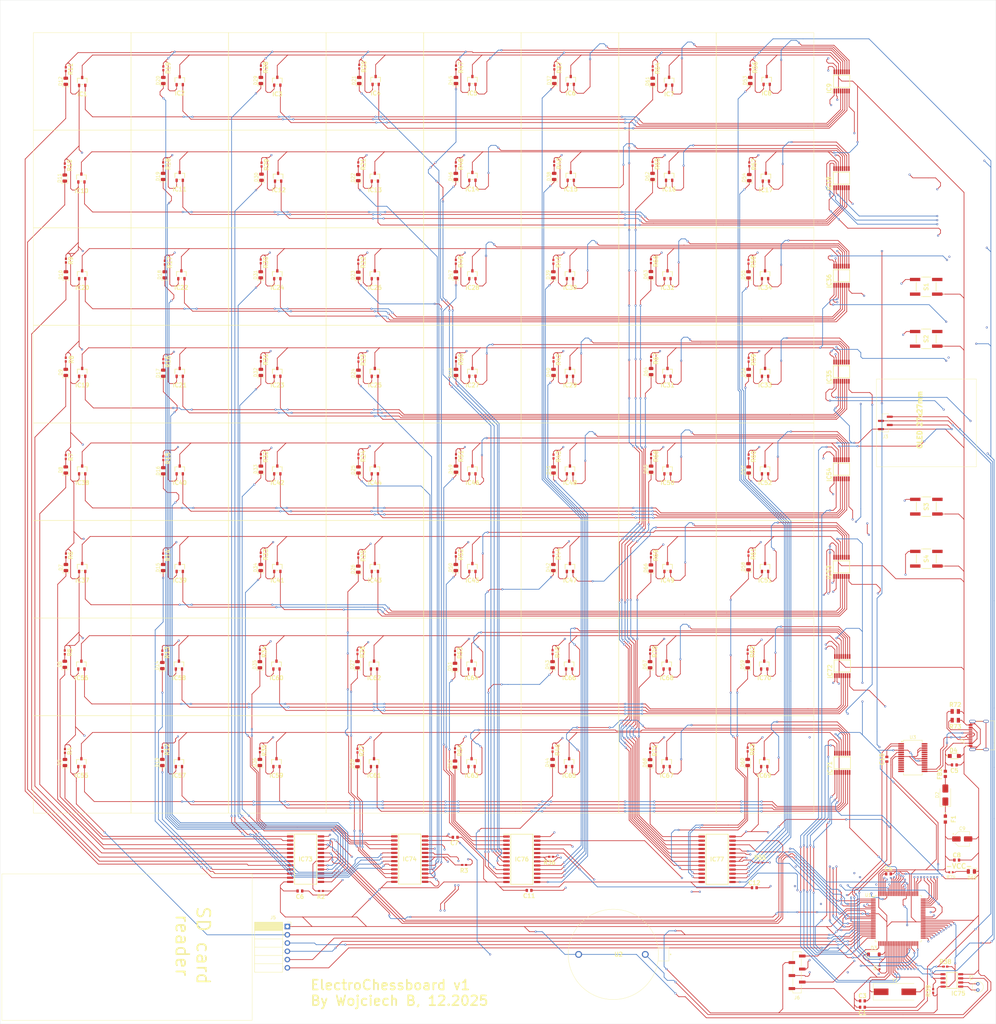
<source format=kicad_pcb>
(kicad_pcb (version 20241229) (generator "pcbnew") (generator_version "9.0")
  (title_block (title "ElectroChessboard") (company "Wojciech B") (comment 1 "Electronic chessboard") (comment 2 "Elektroniczna szachownica"))
  (layers (0 "F.Cu" signal) (4 "In1.Cu" signal) (6 "In2.Cu" signal) (2 "B.Cu" signal) (13 "F.Paste" user) (15 "B.Paste" user) (5 "F.SilkS" user "F.Silkscreen") (7 "B.SilkS" user "B.Silkscreen") (1 "F.Mask" user) (3 "B.Mask" user) (25 "Edge.Cuts" user))
  (net 0 "")
  (net 1 "SafeGND")
  (net 2 "Net-(U1-XTAL1)")
  (net 3 "Net-(U1-XTAL2)")
  (net 4 "Net-(U1-AREF)")
  (net 5 "VBUS")
  (net 6 "SafeVCC")
  (net 7 "FT232RLreset")
  (net 8 "Net-(U3-DTR)")
  (net 9 "Net-(D2-K)")
  (net 10 "Net-(D2-A)")
  (net 11 "Net-(D5-K)")
  (net 12 "Net-(D5-A)")
  (net 13 "Net-(D6-A)")
  (net 14 "Net-(D6-K)")
  (net 15 "Net-(D7-K)")
  (net 16 "Net-(D7-A)")
  (net 17 "Net-(D8-K)")
  (net 18 "Net-(D8-A)")
  (net 19 "Net-(D9-A)")
  (net 20 "Net-(D9-K)")
  (net 21 "Net-(D10-A)")
  (net 22 "Net-(D10-K)")
  (net 23 "Net-(D11-A)")
  (net 24 "Net-(D11-K)")
  (net 25 "Net-(D12-A)")
  (net 26 "Net-(D12-K)")
  (net 27 "Net-(D13-K)")
  (net 28 "Net-(D13-A)")
  (net 29 "Net-(D14-A)")
  (net 30 "Net-(D14-K)")
  (net 31 "Net-(D15-K)")
  (net 32 "Net-(D15-A)")
  (net 33 "Net-(D16-K)")
  (net 34 "Net-(D16-A)")
  (net 35 "Net-(D17-K)")
  (net 36 "Net-(D17-A)")
  (net 37 "Net-(D18-A)")
  (net 38 "Net-(D18-K)")
  (net 39 "Net-(D19-A)")
  (net 40 "Net-(D19-K)")
  (net 41 "Net-(D20-K)")
  (net 42 "Net-(D20-A)")
  (net 43 "Net-(D21-A)")
  (net 44 "Net-(D21-K)")
  (net 45 "Net-(D22-K)")
  (net 46 "Net-(D22-A)")
  (net 47 "Net-(D23-A)")
  (net 48 "Net-(D23-K)")
  (net 49 "Net-(D24-A)")
  (net 50 "Net-(D24-K)")
  (net 51 "Net-(D25-K)")
  (net 52 "Net-(D25-A)")
  (net 53 "Net-(D26-K)")
  (net 54 "Net-(D26-A)")
  (net 55 "Net-(D27-A)")
  (net 56 "Net-(D27-K)")
  (net 57 "Net-(D28-K)")
  (net 58 "Net-(D28-A)")
  (net 59 "Net-(D29-A)")
  (net 60 "Net-(D29-K)")
  (net 61 "Net-(D30-K)")
  (net 62 "Net-(D30-A)")
  (net 63 "Net-(D31-K)")
  (net 64 "Net-(D31-A)")
  (net 65 "Net-(D32-A)")
  (net 66 "Net-(D32-K)")
  (net 67 "Net-(D33-A)")
  (net 68 "Net-(D33-K)")
  (net 69 "Net-(D34-A)")
  (net 70 "Net-(D34-K)")
  (net 71 "Net-(D35-K)")
  (net 72 "Net-(D35-A)")
  (net 73 "Net-(D36-A)")
  (net 74 "Net-(D36-K)")
  (net 75 "Net-(IC1-VOUT)")
  (net 76 "Net-(IC2-VOUT)")
  (net 77 "Net-(IC3-VOUT)")
  (net 78 "Net-(IC4-VOUT)")
  (net 79 "Net-(IC5-VOUT)")
  (net 80 "Net-(IC6-VOUT)")
  (net 81 "Net-(IC7-VOUT)")
  (net 82 "Net-(IC8-VOUT)")
  (net 83 "A0_0")
  (net 84 "A2_0")
  (net 85 "HallOUT0")
  (net 86 "EN_0")
  (net 87 "A1_0")
  (net 88 "Net-(IC10-VOUT)")
  (net 89 "Net-(IC11-VOUT)")
  (net 90 "Net-(IC12-VOUT)")
  (net 91 "Net-(IC13-VOUT)")
  (net 92 "Net-(IC14-VOUT)")
  (net 93 "Net-(IC15-VOUT)")
  (net 94 "Net-(IC16-VOUT)")
  (net 95 "Net-(IC17-VOUT)")
  (net 96 "EN_1")
  (net 97 "HallOUT1")
  (net 98 "A0_1")
  (net 99 "A1_1")
  (net 100 "A2_1")
  (net 101 "Net-(IC19-VOUT)")
  (net 102 "Net-(IC20-VOUT)")
  (net 103 "Net-(IC21-VOUT)")
  (net 104 "Net-(IC22-VOUT)")
  (net 105 "Net-(IC23-VOUT)")
  (net 106 "Net-(IC24-VOUT)")
  (net 107 "Net-(IC25-VOUT)")
  (net 108 "Net-(IC26-VOUT)")
  (net 109 "Net-(IC27-VOUT)")
  (net 110 "Net-(IC28-VOUT)")
  (net 111 "Net-(IC29-VOUT)")
  (net 112 "Net-(IC30-VOUT)")
  (net 113 "Net-(IC31-VOUT)")
  (net 114 "Net-(IC32-VOUT)")
  (net 115 "Net-(IC33-VOUT)")
  (net 116 "Net-(IC34-VOUT)")
  (net 117 "HallOUT3")
  (net 118 "A2_3")
  (net 119 "A0_3")
  (net 120 "EN_3")
  (net 121 "A1_3")
  (net 122 "A0_2")
  (net 123 "HallOUT2")
  (net 124 "A1_2")
  (net 125 "A2_2")
  (net 126 "EN_2")
  (net 127 "Net-(IC37-VOUT)")
  (net 128 "Net-(IC38-VOUT)")
  (net 129 "Net-(IC39-VOUT)")
  (net 130 "Net-(IC40-VOUT)")
  (net 131 "Net-(IC41-VOUT)")
  (net 132 "Net-(IC42-VOUT)")
  (net 133 "Net-(IC43-VOUT)")
  (net 134 "Net-(IC44-VOUT)")
  (net 135 "Net-(IC45-VOUT)")
  (net 136 "Net-(IC46-VOUT)")
  (net 137 "Net-(IC47-VOUT)")
  (net 138 "Net-(IC48-VOUT)")
  (net 139 "Net-(IC49-VOUT)")
  (net 140 "Net-(IC50-VOUT)")
  (net 141 "Net-(IC51-VOUT)")
  (net 142 "Net-(IC52-VOUT)")
  (net 143 "HallOUT5")
  (net 144 "A0_5")
  (net 145 "EN_5")
  (net 146 "A1_5")
  (net 147 "A2_5")
  (net 148 "HallOUT4")
  (net 149 "EN_4")
  (net 150 "A0_4")
  (net 151 "A1_4")
  (net 152 "A2_4")
  (net 153 "Net-(IC55-VOUT)")
  (net 154 "Net-(IC56-VOUT)")
  (net 155 "Net-(IC57-VOUT)")
  (net 156 "Net-(IC58-VOUT)")
  (net 157 "Net-(IC59-VOUT)")
  (net 158 "Net-(IC60-VOUT)")
  (net 159 "Net-(IC61-VOUT)")
  (net 160 "Net-(IC62-VOUT)")
  (net 161 "Net-(IC63-VOUT)")
  (net 162 "Net-(IC64-VOUT)")
  (net 163 "Net-(IC65-VOUT)")
  (net 164 "Net-(IC66-VOUT)")
  (net 165 "Net-(IC67-VOUT)")
  (net 166 "Net-(IC68-VOUT)")
  (net 167 "Net-(IC69-VOUT)")
  (net 168 "Net-(IC70-VOUT)")
  (net 169 "HallOUT7")
  (net 170 "A2_7")
  (net 171 "EN_7")
  (net 172 "A1_7")
  (net 173 "A0_7")
  (net 174 "A0_6")
  (net 175 "A2_6")
  (net 176 "HallOUT6")
  (net 177 "EN_6")
  (net 178 "A1_6")
  (net 179 "LED_EN_0")
  (net 180 "LED_A1_0")
  (net 181 "LED_A0_0")
  (net 182 "LED_A2_0")
  (net 183 "LED_A3_0")
  (net 184 "LED_EN_1")
  (net 185 "LED_A0_1")
  (net 186 "LED_A2_1")
  (net 187 "LED_A1_1")
  (net 188 "LED_A3_1")
  (net 189 "Net-(IC75-SDA)")
  (net 190 "Net-(IC75-X1)")
  (net 191 "Net-(IC75-SCL)")
  (net 192 "Net-(IC75-VBAT)")
  (net 194 "Net-(IC75-X2)")
  (net 195 "Net-(J2-CC1)")
  (net 196 "Net-(J2-CC2)")
  (net 197 "PB1")
  (net 198 "PB2")
  (net 199 "PB3")
  (net 200 "PB0")
  (net 203 "Net-(S1-NO_2)")
  (net 205 "Net-(S2-NO_2)")
  (net 208 "Net-(S3-NO_2)")
  (net 212 "Net-(S4-NO_2)")
  (net 213 "Net-(D37-K)")
  (net 216 "Net-(D37-A)")
  (net 220 "Net-(D38-K)")
  (net 230 "Net-(D38-A)")
  (net 231 "Net-(D39-A)")
  (net 233 "Net-(D39-K)")
  (net 234 "FT232RLrx")
  (net 236 "FT232RLtx")
  (net 237 "Net-(D40-K)")
  (net 238 "Net-(D40-A)")
  (net 253 "Net-(D41-K)")
  (net 254 "Net-(D41-A)")
  (net 255 "Net-(D42-A)")
  (net 256 "Net-(D42-K)")
  (net 257 "Net-(D43-K)")
  (net 258 "Net-(D43-A)")
  (net 259 "Net-(D44-K)")
  (net 260 "Net-(D44-A)")
  (net 261 "Net-(D45-K)")
  (net 262 "Net-(D45-A)")
  (net 263 "Net-(D46-A)")
  (net 264 "Net-(D46-K)")
  (net 265 "Net-(D47-K)")
  (net 266 "Net-(D47-A)")
  (net 267 "Net-(D48-K)")
  (net 268 "Net-(D48-A)")
  (net 269 "Net-(D49-A)")
  (net 270 "Net-(D49-K)")
  (net 271 "Net-(D50-K)")
  (net 272 "Net-(D50-A)")
  (net 273 "Net-(D51-A)")
  (net 274 "Net-(D51-K)")
  (net 275 "Net-(D52-K)")
  (net 276 "Net-(D52-A)")
  (net 277 "Net-(D53-A)")
  (net 278 "Net-(D53-K)")
  (net 279 "Net-(D54-A)")
  (net 280 "Net-(D54-K)")
  (net 281 "Net-(D55-A)")
  (net 282 "Net-(D55-K)")
  (net 283 "Net-(D56-A)")
  (net 284 "Net-(D56-K)")
  (net 285 "Net-(D57-K)")
  (net 286 "Net-(D57-A)")
  (net 287 "Net-(D58-A)")
  (net 288 "Net-(D58-K)")
  (net 289 "Net-(D59-K)")
  (net 290 "Net-(D59-A)")
  (net 291 "Net-(D60-A)")
  (net 292 "Net-(D60-K)")
  (net 293 "Net-(D61-K)")
  (net 294 "Net-(D61-A)")
  (net 295 "Net-(D62-K)")
  (net 296 "Net-(D62-A)")
  (net 297 "Net-(D63-A)")
  (net 298 "Net-(D63-K)")
  (net 299 "Net-(D64-A)")
  (net 300 "Net-(D64-K)")
  (net 301 "Net-(D65-K)")
  (net 302 "Net-(D65-A)")
  (net 303 "Net-(D66-K)")
  (net 304 "Net-(D66-A)")
  (net 305 "Net-(D67-A)")
  (net 306 "Net-(D67-K)")
  (net 307 "Net-(D68-A)")
  (net 308 "Net-(D68-K)")
  (net 309 "LED_EN_2")
  (net 310 "LED_A3_2")
  (net 311 "LED_A1_2")
  (net 312 "LED_A0_2")
  (net 313 "LED_A1_3")
  (net 314 "LED_A0_3")
  (net 315 "LED_EN_3")
  (net 316 "LED_A3_3")
  (net 317 "Net-(J2-DP1)")
  (net 318 "Net-(J2-DN1)")
  (net 321 "Net-(D69-A)")
  (footprint "LED_SMD:LED_0805_2012Metric" (layer "F.Cu") (at 129.45 75.1875 90)
    (property "Reference" "D22")
    (property "Value" "LED")
  )
  (footprint "LED_SMD:LED_0805_2012Metric" (layer "F.Cu") (at 189.5 165.0625 90)
    (property "Reference" "D41")
    (property "Value" "LED")
  )
  (footprint "SamacSys_Parts:SOP65P640X120-16N" (layer "F.Cu") (at 278.112 45.6 90)
    (property "Reference" "IC9")
    (property "Value" "ADG708BRUZ-REEL7" (hide yes))
  )
  (footprint "SamacSys_Parts:RESC1005X40N" (layer "F.Cu") (at 159.45 101.075 90)
    (property "Reference" "R49")
    (property "Value" "0402WGF1500TCE" (hide yes))
  )
  (footprint "SamacSys_Parts:CAPC1608X90N" (layer "F.Cu") (at 292 254 -90)
    (property "Reference" "C10")
    (property "Value" "CL10B104KC8NNNC" (hide yes))
  )
  (footprint "LED_SMD:LED_0805_2012Metric" (layer "F.Cu") (at 69.5 165.3125 90)
    (property "Reference" "D16")
    (property "Value" "LED")
  )
  (footprint "LED_SMD:LED_0805_2012Metric" (layer "F.Cu") (at 39.2 75.3125 90)
    (property "Reference" "D11")
    (property "Value" "LED")
  )
  (footprint "SamacSys_Parts:A3213ELHLTT" (layer "F.Cu") (at 74.3 225.05)
    (property "Reference" "IC58")
    (property "Value" "A3213ELHLT-T" (hide yes))
  )
  (footprint "SamacSys_Parts:A3213ELHLTT" (layer "F.Cu") (at 74.55 195.05)
    (property "Reference" "IC39")
    (property "Value" "A3213ELHLT-T" (hide yes))
  )
  (footprint "LED_SMD:LED_0805_2012Metric" (layer "F.Cu") (at 69.2 254.9875 90)
    (property "Reference" "D13")
    (property "Value" "LED")
  )
  (footprint "SamacSys_Parts:A3213ELHLTT" (layer "F.Cu") (at 134.3 255.05)
    (property "Reference" "IC61")
    (property "Value" "A3213ELHLT-T" (hide yes))
  )
  (footprint "SamacSys_Parts:RESC1005X40N" (layer "F.Cu") (at 189.45 101.075 90)
    (property "Reference" "R41")
    (property "Value" "0402WGF1500TCE" (hide yes))
  )
  (footprint "SamacSys_Parts:A3213ELHLTT" (layer "F.Cu") (at 194.8 45.3)
    (property "Reference" "IC6")
    (property "Value" "A3213ELHLT-T" (hide yes))
  )
  (footprint "LED_SMD:LED_0805_2012Metric" (layer "F.Cu") (at 159.2 225.4375 90)
    (property "Reference" "D51")
    (property "Value" "LED")
  )
  (footprint "SamacSys_Parts:RESC1005X40N" (layer "F.Cu") (at 39.5 161.075 90)
    (property "Reference" "R7")
    (property "Value" "0402WGF1500TCE" (hide yes))
  )
  (footprint "LED_SMD:LED_0805_2012Metric" (layer "F.Cu") (at 39.5 165.0625 90)
    (property "Reference" "D8")
    (property "Value" "LED")
  )
  (footprint "SamacSys_Parts:A3213ELHLTT" (layer "F.Cu") (at 255.05 45.3)
    (property "Reference" "IC8")
    (property "Value" "A3213ELHLT-T" (hide yes))
  )
  (footprint "LED_SMD:LED_0805_2012Metric" (layer "F.Cu") (at 69.5 45.3125 90)
    (property "Reference" "D20")
    (property "Value" "LED")
  )
  (footprint "SamacSys_Parts:A3213ELHLTT" (layer "F.Cu") (at 104.55 105.05)
    (property "Reference" "IC24")
    (property "Value" "A3213ELHLT-T" (hide yes))
  )
  (footprint "LED_SMD:LED_0805_2012Metric" (layer "F.Cu") (at 159.5 135.0625 90)
    (property "Reference" "D48")
    (property "Value" "LED")
  )
  (footprint "SamacSys_Parts:RESC1005X40N" (layer "F.Cu") (at 99.2 220.95 90)
    (property "Reference" "R34")
    (property "Value" "0402WGF1500TCE" (hide yes))
  )
  (footprint "LED_SMD:LED_0805_2012Metric" (layer "F.Cu") (at 220 45.5625 90)
    (property "Reference" "D61")
    (property "Value" "LED")
  )
  (footprint "LED_SMD:LED_0805_2012Metric" (layer "F.Cu") (at 189.45 105.0625 90)
    (property "Reference" "D39")
    (property "Value" "LED")
  )
  (footprint "SamacSys_Parts:RESC1005X40N" (layer "F.Cu") (at 129.45 191.425 90)
    (property "Reference" "R25")
    (property "Value" "0402WGF1500TCE" (hide yes))
  )
  (footprint "SamacSys_Parts:RESC1005X40N" (layer "F.Cu") (at 159.45 71.075 90)
    (property "Reference" "R48")
    (property "Value" "0402WGF1500TCE" (hide yes))
  )
  (footprint "SamacSys_Parts:1027" (layer "F.Cu") (at 217.71 314)
    (property "Reference" "U2")
    (property "Value" "1027" (hide yes))
  )
  (footprint "SamacSys_Parts:RESC1005X40N" (layer "F.Cu") (at 69.45 191.325 90)
    (property "Reference" "R14")
    (property "Value" "0402WGF1500TCE" (hide yes))
  )
  (footprint "SamacSys_Parts:RESC1005X40N" (layer "F.Cu") (at 129.2 251.35 90)
    (property "Reference" "R27")
    (property "Value" "0402WGF1500TCE" (hide yes))
  )
  (footprint "SamacSys_Parts:RESC1005X40N" (layer "F.Cu") (at 39.55 100.7 90)
    (property "Reference" "R9")
    (property "Value" "0402WGF1500TCE" (hide yes))
  )
  (footprint "LED_SMD:LED_0805_2012Metric" (layer "F.Cu") (at 39.55 105.0625 90)
    (property "Reference" "D10")
    (property "Value" "LED")
  )
  (footprint "SamacSys_Parts:EVQ9P105M" (layer "F.Cu") (at 304.1 108.75 90)
    (property "Reference" "S1")
    (property "Value" "EVQ-9P105M" (hide yes))
  )
  (footprint "SamacSys_Parts:RESC1005X40N" (layer "F.Cu") (at 219.2 251.3 90)
    (property "Reference" "R71")
    (property "Value" "0402WGF1500TCE" (hide yes))
  )
  (footprint "LED_SMD:LED_0805_2012Metric" (layer "F.Cu") (at 219.5 164.8125 90)
    (property "Reference" "D65")
    (property "Value" "LED")
  )
  (footprint "SamacSys_Parts:A3213ELHLTT" (layer "F.Cu") (at 104.8 75.05)
    (property "Reference" "IC12")
    (property "Value" "A3213ELHLT-T" (hide yes))
  )
  (footprint "LED_SMD:LED_0805_2012Metric" (layer "F.Cu") (at 249.5 135.0625 90)
    (property "Reference" "D56")
    (property "Value" "LED")
  )
  (footprint "SamacSys_Parts:A3213ELHLTT" (layer "F.Cu") (at 134.55 105.05)
    (property "Reference" "IC26")
    (property "Value" "A3213ELHLT-T" (hide yes))
  )
  (footprint "SamacSys_Parts:EVQ9P105M" (layer "F.Cu") (at 304.15 192.35 90)
    (property "Reference" "S4")
    (property "Value" "EVQ-9P105M" (hide yes))
  )
  (footprint "LED_SMD:LED_0805_2012Metric" (layer "F.Cu") (at 159.45 195.0625 90)
    (property "Reference" "D50")
    (property "Value" "LED")
  )
  (footprint "LED_SMD:LED_0805_2012Metric" (layer "F.Cu") (at 129.45 105.1875 90)
    (property "Reference" "D23")
    (property "Value" "LED")
  )
  (footprint "SamacSys_Parts:RESC1005X40N" (layer "F.Cu") (at 39.2 221.125 90)
    (property "Reference" "R5")
    (property "Value" "0402WGF1500TCE" (hide yes))
  )
  (footprint "SamacSys_Parts:RESC1005X40N" (layer "F.Cu") (at 69.95 101.325 90)
    (property "Reference" "R17")
    (property "Value" "0402WGF1500TCE" (hide yes))
  )
  (footprint "SamacSys_Parts:EVQ9P105M" (layer "F.Cu") (at 304.15 176.35 90)
    (property "Reference" "S3")
    (property "Value" "EVQ-9P105M" (hide yes))
  )
  (footprint "SamacSys_Parts:RESC1005X40N" (layer "F.Cu") (at 129.5 131.175 90)
    (property "Reference" "R23")
    (property "Value" "0402WGF1500TCE" (hide yes))
  )
  (footprint "SamacSys_Parts:A3213ELHLTT" (layer "F.Cu") (at 74.55 165.05)
    (property "Reference" "IC40")
    (property "Value" "A3213ELHLT-T" (hide yes))
  )
  (footprint "SamacSys_Parts:A3213ELHLTT" (layer "F.Cu") (at 254.55 165.05)
    (property "Reference" "IC52")
    (property "Value" "A3213ELHLT-T" (hide yes))
  )
  (footprint "LED_SMD:LED_0805_2012Metric" (layer "F.Cu") (at 219.5 134.8125 90)
    (property "Reference" "D64")
    (property "Value" "LED")
  )
  (footprint "SamacSys_Parts:A3213ELHLTT" (layer "F.Cu") (at 104.55 195.05)
    (property "Reference" "IC41")
    (property "Value" "A3213ELHLT-T" (hide yes))
  )
  (footprint "LED_SMD:LED_0805_2012Metric" (layer "F.Cu") (at 129.45 195.5625 90)
    (property "Reference" "D26")
    (property "Value" "LED")
  )
  (footprint "LED_SMD:LED_0805_2012Metric" (layer "F.Cu") (at 159.45 74.8125 90)
    (property "Reference" "D46")
    (property "Value" "LED")
  )
  (footprint "LED_SMD:LED_0805_2012Metric" (layer "F.Cu") (at 189.2 254.9875 90)
    (property "Reference" "D44")
    (property "Value" "LED")
  )
  (footprint "SamacSys_Parts:RESC1005X40N" (layer "F.Cu") (at 220 41.575 90)
    (property "Reference" "R64")
    (property "Value" "0402WGF1500TCE" (hide yes))
  )
  (footprint "LED_SMD:LED_0805_2012Metric" (layer "F.Cu") (at 39.2 224.8125 90)
    (property "Reference" "D6")
    (property "Value" "LED")
  )
  (footprint "LED_SMD:LED_0805_2012Metric" (layer "F.Cu") (at 159.2 255.4875 90)
    (property "Reference" "D52")
    (property "Value" "LED")
  )
  (footprint "Connector_PinSocket_1.27mm:PinSocket_1x04_P1.27mm_Vertical_SMD_Pin1Right" (layer "F.Cu") (at 291.55 150.6 180)
    (property "Reference" "J3")
    (property "Value" "Conn_01x04_Pin")
  )
  (footprint "SamacSys_Parts:A3213ELHLTT" (layer "F.Cu") (at 194.8 74.8)
    (property "Reference" "IC15")
    (property "Value" "A3213ELHLT-T" (hide yes))
  )
  (footprint "SamacSys_Parts:RESC1005X40N" (layer "F.Cu") (at 129.45 71.075 90)
    (property "Reference" "R21")
    (property "Value" "0402WGF1500TCE" (hide yes))
  )
  (footprint "SamacSys_Parts:RESC1005X40N" (layer "F.Cu") (at 189.2 221.05 90)
    (property "Reference" "R45")
    (property "Value" "0402WGF1500TCE" (hide yes))
  )
  (footprint "SamacSys_Parts:SOIC127P600X175-8N" (layer "F.Cu") (at 312 322 180)
    (property "Reference" "IC75")
    (property "Value" "DS1307Z+T&R" (hide yes))
  )
  (footprint "SamacSys_Parts:RESC1005X40N" (layer "F.Cu") (at 99.2 251.25 90)
    (property "Reference" "R35")
    (property "Value" "0402WGF1500TCE" (hide yes))
  )
  (footprint "SamacSys_Parts:CAPC1608X90N" (layer "F.Cu") (at 292.5 289.25 180)
    (property "Reference" "C4")
    (property "Value" "CL10B104KC8NNNC" (hide yes))
  )
  (footprint "SamacSys_Parts:RESC1005X40N" (layer "F.Cu") (at 188.75 284 180)
    (property "Reference" "R36")
    (property "Value" "0402WGF1002TCE" (hide yes))
  )
  (footprint "SamacSys_Parts:RESC1005X40N" (layer "F.Cu") (at 129.5 160.825 90)
    (property "Reference" "R24")
    (property "Value" "0402WGF1500TCE" (hide yes))
  )
  (footprint "SamacSys_Parts:A3213ELHLTT" (layer "F.Cu") (at 134.55 135.05)
    (property "Reference" "IC25")
    (property "Value" "A3213ELHLT-T" (hide yes))
  )
  (footprint "SamacSys_Parts:A3213ELHLTT" (layer "F.Cu") (at 194.3 225.05)
    (property "Reference" "IC66")
    (property "Value" "A3213ELHLT-T" (hide yes))
  )
  (footprint "LED_SMD:LED_0805_2012Metric" (layer "F.Cu") (at 219.2 255.0625 90)
    (property "Reference" "D68")
    (property "Value" "LED")
  )
  (footprint "SamacSys_Parts:A3213ELHLTT" (layer "F.Cu") (at 44.31 75.3)
    (property "Reference" "IC10")
    (property "Value" "A3213ELHLT-T" (hide yes))
  )
  (footprint "SamacSys_Parts:RESC1005X40N" (layer "F.Cu") (at 219.45 191.325 90)
    (property "Reference" "R69")
    (property "Value" "0402WGF1500TCE" (hide yes))
  )
  (footprint "SamacSys_Parts:SOP65P640X120-16N" (layer "F.Cu") (at 278.3 255.1 90)
    (property "Reference" "IC71")
    (property "Value" "ADG708BRUZ-REEL7" (hide yes))
  )
  (footprint "SamacSys_Parts:A3213ELHLTT" (layer "F.Cu") (at 164.55 135.05)
    (property "Reference" "IC27")
    (property "Value" "A3213ELHLT-T" (hide yes))
  )
  (footprint "SamacSys_Parts:RESC1005X40N" (layer "F.Cu") (at 219.5 130.825 90)
    (property "Reference" "R67")
    (property "Value" "0402WGF1500TCE" (hide yes))
  )
  (footprint "SamacSys_Parts:SOD123W" (layer "F.Cu") (at 312.75 253)
    (property "Reference" "D4")
    (property "Value" "PTVS5V0S1UTR,115" (hide yes))
  )
  (footprint "SamacSys_Parts:A3213ELHLTT" (layer "F.Cu") (at 164.3 255.05)
    (property "Reference" "IC63")
    (property "Value" "A3213ELHLT-T" (hide yes))
  )
  (footprint "SamacSys_Parts:RESC1005X40N" (layer "F.Cu") (at 39.5 131.125 90)
    (property "Reference" "R8")
    (property "Value" "0402WGF1500TCE" (hide yes))
  )
  (footprint "SamacSys_Parts:RESC1005X40N" (layer "F.Cu") (at 219.45 100.8625 90)
    (property "Reference" "R66")
    (property "Value" "0402WGF1500TCE" (hide yes))
  )
  (footprint "SamacSys_Parts:A3213ELHLTT" (layer "F.Cu") (at 225.05 45.55)
    (property "Reference" "IC7")
    (property "Value" "A3213ELHLT-T" (hide yes))
  )
  (footprint "SamacSys_Parts:SOP65P640X120-16N" (layer "F.Cu") (at 278.05 134.85 90)
    (property "Reference" "IC35")
    (property "Value" "ADG708BRUZ-REEL7" (hide yes))
  )
  (footprint "SamacSys_Parts:SOIC127P1030X265-24N" (layer "F.Cu") (at 113.25 284.715)
    (property "Reference" "IC73")
    (property "Value" "CD74HC154M96" (hide yes))
  )
  (footprint "SamacSys_Parts:RESC1005X40N" (layer "F.Cu") (at 249.2 220.95 90)
    (property "Reference" "R62")
    (property "Value" "0402WGF1500TCE" (hide yes))
  )
  (footprint "SamacSys_Parts:RESC1005X40N" (layer "F.Cu") (at 69.5 41.575 90)
    (property "Reference" "R19")
    (property "Value" "0402WGF1500TCE" (hide yes))
  )
  (footprint "LED_SMD:LED_0805_2012Metric" (layer "F.Cu") (at 219.45 105 90)
    (property "Reference" "D63")
    (property "Value" "LED")
  )
  (footprint "LED_SMD:LED_0805_2012Metric" (layer "F.Cu") (at 189.7 74.8125 90)
    (property "Reference" "D38")
    (property "Value" "LED")
  )
  (footprint "SamacSys_Parts:A3213ELHLTT" (layer "F.Cu") (at 44.3 255.05)
    (property "Reference" "IC55")
    (property "Value" "A3213ELHLT-T" (hide yes))
  )
  (footprint "SamacSys_Parts:A3213ELHLTT" (layer "F.Cu") (at 44.55 45.6)
    (property "Reference" "IC1")
    (property "Value" "A3213ELHLT-T" (hide yes))
  )
  (footprint "SamacSys_Parts:A3213ELHLTT" (layer "F.Cu") (at 134.3 225.05)
    (property "Reference" "IC62")
    (property "Value" "A3213ELHLT-T" (hide yes))
  )
  (footprint "LED_SMD:LED_0805_2012Metric" (layer "F.Cu") (at 219.95 74.8125 90)
    (property "Reference" "D62")
    (property "Value" "LED")
  )
  (footprint "SamacSys_Parts:RESC1005X40N" (layer "F.Cu") (at 99.5 131.075 90)
    (property "Reference" "R31")
    (property "Value" "0402WGF1500TCE" (hide yes))
  )
  (footprint "SamacSys_Parts:RESC1005X40N" (layer "F.Cu") (at 69.5 161.425 90)
    (property "Reference" "R15")
    (property "Value" "0402WGF1500TCE" (hide yes))
  )
  (footprint "SamacSys_Parts:A3213ELHLTT" (layer "F.Cu") (at 134.8 45.3)
    (property "Reference" "IC4")
    (property "Value" "A3213ELHLT-T" (hide yes))
  )
  (footprint "SamacSys_Parts:SOP65P640X120-16N" (layer "F.Cu") (at 278.05 164.85 90)
    (property "Reference" "IC54")
    (property "Value" "ADG708BRUZ-REEL7" (hide yes))
  )
  (footprint "SamacSys_Parts:SOP65P640X120-16N" (layer "F.Cu") (at 278.05 194.85 90)
    (property "Reference" "IC53")
    (property "Value" "ADG708BRUZ-REEL7" (hide yes))
  )
  (footprint "LED_SMD:LED_0805_2012Metric" (layer "F.Cu") (at 219.2 224.9375 90)
    (property "Reference" "D67")
    (property "Value" "LED")
  )
  (footprint "SamacSys_Parts:CAPC1608X90N" (layer "F.Cu") (at 312.75 255.75 180)
    (property "Reference" "C5")
    (property "Value" "CL10B104KC8NNNC" (hide yes))
  )
  (footprint "LED_SMD:LED_0805_2012Metric" (layer "F.Cu") (at 249.45 105.0625 90)
    (property "Reference" "D55")
    (property "Value" "LED")
  )
  (footprint "SamacSys_Parts:RESC1005X40N" (layer "F.Cu") (at 159.45 191.075 90)
    (property "Reference" "R52")
    (property "Value" "0402WGF1500TCE" (hide yes))
  )
  (footprint "LED_SMD:LED_0805_2012Metric" (layer "F.Cu") (at 99.2 224.9375 90)
    (property "Reference" "D35")
    (property "Value" "LED")
  )
  (footprint "SamacSys_Parts:A3213ELHLTT" (layer "F.Cu") (at 44.55 135.05)
    (property "Reference" "IC19")
    (property "Value" "A3213ELHLT-T" (hide yes))
  )
  (footprint "SamacSys_Parts:RESC1005X40N" (layer "F.Cu") (at 250 41.325 90)
    (property "Reference" "R56")
    (property "Value" "0402WGF1500TCE" (hide yes))
  )
  (footprint "LED_SMD:LED_0805_2012Metric" (layer "F.Cu") (at 219.45 195.1875 90)
    (property "Reference" "D66")
    (property "Value" "LED")
  )
  (footprint "SamacSys_Parts:RESC1005X40N" (layer "F.Cu") (at 306.25 325.25 -90)
    (property "Reference" "R39")
    (property "Value" "RC0402FR-074K7L" (hide yes))
  )
  (footprint "SamacSys_Parts:A3213ELHLTT" (layer "F.Cu") (at 254.3 225.05)
    (property "Reference" "IC70")
    (property "Value" "A3213ELHLT-T" (hide yes))
  )
  (footprint "LED_SMD:LED_0805_2012Metric" (layer "F.Cu") (at 99.5 45.3125 90)
    (property "Reference" "D29")
    (property "Value" "LED")
  )
  (footprint "SamacSys_Parts:A3213ELHLTT" (layer "F.Cu") (at 104.55 135.05)
    (property "Reference" "IC23")
    (property "Value" "A3213ELHLT-T" (hide yes))
  )
  (footprint "LED_SMD:LED_0805_2012Metric" (layer "F.Cu") (at 129.2 224.9375 90)
    (property "Reference" "D27")
    (property "Value" "LED")
  )
  (footprint "LED_SMD:LED_0805_2012Metric" (layer "F.Cu") (at 39.5 135.0625 90)
    (property "Reference" "D9")
    (property "Value" "LED")
  )
  (footprint "SamacSys_Parts:RESC1005X40N" (layer "F.Cu") (at 159.5 131.075 90)
    (property "Reference" "R50")
    (property "Value" "0402WGF1500TCE" (hide yes))
  )
  (footprint "SamacSys_Parts:RESC1005X40N" (layer "F.Cu") (at 310 317.75)
    (property "Reference" "R38")
    (property "Value" "RC0402FR-074K7L" (hide yes))
  )
  (footprint "SamacSys_Parts:CAPC1608X90N" (layer "F.Cu") (at 251.25 293.5)
    (property "Reference" "C12")
    (property "Value" "CL10B104KC8NNNC" (hide yes))
  )
  (footprint "SamacSys_Parts:A3213ELHLTT" (layer "F.Cu") (at 164.55 165.05)
    (property "Reference" "IC46")
    (property "Value" "A3213ELHLT-T" (hide yes))
  )
  (footprint "SamacSys_Parts:RESC1005X40N" (layer "F.Cu") (at 159.2 221.3 90)
    (property "Reference" "R53")
    (property "Value" "0402WGF1500TCE" (hide yes))
  )
  (footprint "LED_SMD:LED_0805_2012Metric" (layer "F.Cu") (at 99.5 164.8125 90)
    (property "Reference" "D33")
    (property "Value" "LED")
  )
  (footprint "SamacSys_Parts:RESC1005X40N" (layer "F.Cu") (at 69.5 131.575 90)
    (property "Reference" "R16")
    (property "Value" "0402WGF1500TCE" (hide yes))
  )
  (footprint "LED_SMD:LED_0805_2012Metric" (layer "F.Cu") (at 189.2 224.9375 90)
    (property "Reference" "D43")
    (property "Value" "LED")
  )
  (footprint "SamacSys_Parts:SOIC127P1030X265-24N" (layer "F.Cu") (at 179.75 284.75)
    (property "Reference" "IC76")
    (property "Value" "CD74HC154M96" (hide yes))
  )
  (footprint "SamacSys_Parts:RESC1005X40N" (layer "F.Cu") (at 189.7 70.825 90)
    (property "Reference" "R40")
    (property "Value" "0402WGF1500TCE" (hide yes))
  )
  (footprint "SamacSys_Parts:RESC1005X40N" (layer "F.Cu") (at 99.7 71.175 90)
    (property "Reference" "R29")
    (property "Value" "0402WGF1500TCE" (hide yes))
  )
  (footprint "SamacSys_Parts:0603L050SLYR" (layer "F.Cu") (at 310 272.4 -90)
    (property "Reference" "F1")
    (property "Value" "0603L050SLYR" (hide yes))
  )
  (footprint "SamacSys_Parts:A3213ELHLTT" (layer "F.Cu") (at 74.55 135.05)
    (property "Reference" "IC21")
    (property "Value" "A3213ELHLT-T" (hide yes))
  )
  (footprint "LED_SMD:LED_0805_2012Metric" (layer "F.Cu") (at 69.45 74.8125 90)
    (property "Reference" "D19")
    (property "Value" "LED")
  )
  (footprint "SamacSys_Parts:A3213ELHLTT" (layer "F.Cu") (at 194.55 195.05)
    (property "Reference" "IC47")
    (property "Value" "A3213ELHLT-T" (hide yes))
  )
  (footprint "Connector_PinSocket_2.00mm:PinSocket_1x06_P2.00mm_Vertical_SMD_Pin1Right" (layer "F.Cu") (at 264.4 319.5 180)
    (property "Reference" "J6")
    (property "Value" "Conn_01x06")
  )
  (footprint "SamacSys_Parts:RESC1005X40N" (layer "F.Cu") (at 159.2 251.25 90)
    (property "Reference" "R54")
    (property "Value" "0402WGF1500TCE" (hide yes))
  )
  (footprint "SamacSys_Parts:A3213ELHLTT" (layer "F.Cu") (at 194.55 165.05)
    (property "Reference" "IC48")
    (property "Value" "A3213ELHLT-T" (hide yes))
  )
  (footprint "SamacSys_Parts:A3213ELHLTT" (layer "F.Cu") (at 44.3 225.05)
    (property "Reference" "IC56")
    (property "Value" "A3213ELHLT-T" (hide yes))
  )
  (footprint "SamacSys_Parts:A3213ELHLTT" (layer "F.Cu") (at 74.3 255.05)
    (property "Reference" "IC57")
    (property "Value" "A3213ELHLT-T" (hide yes))
  )
  (footprint "SamacSys_Parts:A3213ELHLTT" (layer "F.Cu") (at 254.3 255.05)
    (property "Reference" "IC69")
    (property "Value" "A3213ELHLT-T" (hide yes))
  )
  (footprint "SamacSys_Parts:A3213ELHLTT" (layer "F.Cu") (at 254.8 75.05)
    (property "Reference" "IC17")
    (property "Value" "A3213ELHLT-T" (hide yes))
  )
  (footprint "SamacSys_Parts:SOIC127P1030X265-24N" (layer "F.Cu") (at 145.275 284.695)
    (property "Reference" "IC74")
    (property "Value" "CD74HC154M96" (hide yes))
  )
  (footprint "SamacSys_Parts:RESC1005X40N" (layer "F.Cu") (at 39.55 191.325 90)
    (property "Reference" "R6")
    (property "Value" "0402WGF1500TCE" (hide yes))
  )
  (footprint "SamacSys_Parts:A3213ELHLTT" (layer "F.Cu") (at 225.05 74.8)
    (property "Reference" "IC16")
    (property "Value" "A3213ELHLT-T" (hide yes))
  )
  (footprint "LED_SMD:LED_0805_2012Metric" (layer "F.Cu") (at 69.95 105.0625 90)
    (property "Reference" "D18")
    (property "Value" "LED")
  )
  (footprint "SamacSys_Parts:RESC1005X40N" (layer "F.Cu") (at 249.2 251 90)
    (property "Reference" "R63")
    (property "Value" "0402WGF1500TCE" (hide yes))
  )
  (footprint "LED_SMD:LED_0805_2012Metric" (layer "F.Cu") (at 129.5 135.3125 90)
    (property "Reference" "D24")
    (property "Value" "LED")
  )
  (footprint "SamacSys_Parts:RESC1005X40N" (layer "F.Cu") (at 99.5 160.825 90)
    (property "Reference" "R32")
    (property "Value" "0402WGF1500TCE" (hide yes))
  )
  (footprint "Package_SO:SSOP-28_5.3x10.2mm_P0.65mm" (layer "F.Cu") (at 300 253.5)
    (property "Reference" "U3")
    (property "Value" "FT232RL")
  )
  (footprint "SamacSys_Parts:CAPC1608X90N" (layer "F.Cu") (at 181.985 294.315)
    (property "Reference" "C11")
    (property "Value" "CL10B104KC8NNNC" (hide yes))
  )
  (footprint "SamacSys_Parts:A3213ELHLTT" (layer "F.Cu") (at 224.55 165.05)
    (property "Reference" "IC50")
    (property "Value" "A3213ELHLT-T" (hide yes))
  )
  (footprint "SamacSys_Parts:A3213ELHLTT" (layer "F.Cu") (at 74.55 74.8)
    (property "Reference" "IC11")
    (property "Value" "A3213ELHLT-T" (hide yes))
  )
  (footprint "LED_SMD:LED_0805_2012Metric" (layer "F.Cu") (at 250 45.3125 90)
    (property "Reference" "D53")
    (property "Value" "LED")
  )
  (footprint "SamacSys_Parts:SOP65P640X120-16N" (layer "F.Cu") (at 278.3 225.35 90)
    (property "Reference" "IC72")
    (property "Value" "ADG708BRUZ-REEL7" (hide yes))
  )
  (footprint "SamacSys_Parts:RESC1005X40N" (layer "F.Cu") (at 189.75 41.325 90)
    (property "Reference" "R37")
    (property "Value" "0402WGF1500TCE" (hide yes))
  )
  (footprint "SamacSys_Parts:RESC2013X65N" (layer "F.Cu") (at 313.05 239.3)
    (property "Reference" "R72")
    (property "Value" "0805W8F5101T5E" (hide yes))
  )
  (footprint "SamacSys_Parts:A3213ELHLTT" (layer "F.Cu") (at 74.55 45.4)
    (property "Reference" "IC2")
    (property "Value" "A3213ELHLT-T" (hide yes))
  )
  (footprint "SamacSys_Parts:RESC1005X40N" (layer "F.Cu") (at 39.5 41.825 90)
    (property "Reference" "R11")
    (property "Value" "0402WGF1500TCE" (hide yes))
  )
  (footprint "LED_SMD:LED_0805_2012Metric" (layer "F.Cu") (at 99.7 75.0625 90)
    (property "Reference" "D30")
    (property "Value" "LED")
  )
  (footprint "SamacSys_Parts:RESC1005X40N" (layer "F.Cu") (at 99.45 191.075 90)
    (property "Reference" "R33")
    (property "Value" "0402WGF1500TCE" (hide yes))
  )
  (footprint "SamacSys_Parts:A3213ELHLTT" (layer "F.Cu") (at 224.55 195.05)
    (property "Reference" "IC49")
    (property "Value" "A3213ELHLT-T" (hide yes))
  )
  (footprint "SamacSys_Parts:BEADC1608X95N" (layer "F.Cu") (at 310 258.5 -90)
    (property "Reference" "FB1")
    (property "Value" "GZ1608D601TF" (hide yes))
  )
  (footprint "SamacSys_Parts:RESC1005X40N" (layer "F.Cu") (at 69.2 251 90)
    (property "Reference" "R12")
    (property "Value" "0402WGF1500TCE" (hide yes))
  )
  (footprint "Package_QFP:TQFP-100_14x14mm_P0.5mm" (layer "F.Cu") (at 295.5 303)
    (property "Reference" "U1")
    (property "Value" "ATmega2560-16A")
  )
  (footprint "SamacSys_Parts:A3213ELHLTT" (layer "F.Cu") (at 75.05 105.05)
    (property "Reference" "IC22")
    (property "Value" "A3213ELHLT-T" (hide yes))
  )
  (footprint "SamacSys_Parts:A3213ELHLTT" (layer "F.Cu") (at 224.55 135.05)
    (property "Reference" "IC31")
    (property "Value" "A3213ELHLT-T" (hide yes))
  )
  (footprint "LED_SMD:LED_0805_2012Metric" (layer "F.Cu") (at 129.75 45.3125 90)
    (property "Reference" "D21")
    (property "Value" "LED")
  )
  (footprint "Capacitor_SMD:CP_Elec_4x5.4" (layer "F.Cu") (at 315.2 278.5)
    (property "Reference" "C9")
    (property "Value" "C_Polarized")
  )
  (footprint "SamacSys_Parts:CAPC1608X90N" (layer "F.Cu") (at 313.5 285 180)
    (property "Reference" "C8")
    (property "Value" "CL10B104KC8NNNC" (hide yes))
  )
  (footprint "SamacSys_Parts:RESC1005X40N" (layer "F.Cu") (at 219.5 160.825 90)
    (property "Reference" "R68")
    (property "Value" "0402WGF1500TCE" (hide yes))
  )
  (footprint "LED_SMD:LED_0805_2012Metric" (layer "F.Cu") (at 99.2 254.9875 90)
    (property "Reference" "D36")
    (property "Value" "LED")
  )
  (footprint "SamacSys_Parts:A3213ELHLTT" (layer "F.Cu") (at 104.55 165.05)
    (property "Reference" "IC42")
    (property "Value" "A3213ELHLT-T" (hide yes))
  )
  (footprint "SamacSys_Parts:RESC1005X40N" (layer "F.Cu") (at 249.7 71.075 90)
    (property "Reference" "R57")
    (property "Value" "0402WGF1500TCE" (hide yes))
  )
  (footprint "SamacSys_Parts:RESC1005X40N" (layer "F.Cu") (at 189.45 190.925 90)
    (property "Reference" "R44")
    (property "Value" "0402WGF1500TCE" (hide yes))
  )
  (footprint "SamacSys_Parts:A3213ELHLTT" (layer "F.Cu") (at 164.55 105.05)
    (property "Reference" "IC28")
    (property "Value" "A3213ELHLT-T" (hide yes))
  )
  (footprint "SamacSys_Parts:RESC1005X40N" (layer "F.Cu") (at 189.2 251.1 90)
    (property "Reference" "R46")
    (property "Value" "0402WGF1500TCE" (hide yes))
  )
  (footprint "SamacSys_Parts:A3213ELHLTT" (layer "F.Cu") (at 164.3 225.05)
    (property "Reference" "IC64")
    (property "Value" "A3213ELHLT-T" (hide yes))
  )
  (footprint "SamacSys_Parts:A3213ELHLTT" (layer "F.Cu") (at 224.3 255.05)
    (property "Reference" "IC67")
    (property "Value" "A3213ELHLT-T" (hide yes))
  )
  (footprint "LED_SMD:LED_0805_2012Metric" (layer "F.Cu") (at 99.45 105.0625 90)
    (property "Reference" "D31")
    (property "Value" "LED")
  )
  (footprint "SamacSys_Parts:A3213ELHLTT" (layer "F.Cu") (at 104.3 255.05)
    (property "Reference" "IC59")
    (property "Value" "A3213ELHLT-T" (hide yes))
  )
  (footprint "SamacSys_Parts:A3213ELHLTT" (layer "F.Cu") (at 134.55 75.05)
    (property "Reference" "IC13")
    (property "Value" "A3213ELHLT-T" (hide yes))
  )
  (footprint "SamacSys_Parts:RESC1005X40N" (layer "F.Cu") (at 189.5 131.125 90)
    (property "Reference" "R42")
    (property "Value" "0402WGF1500TCE" (hide yes))
  )
  (footprint "Resistor_SMD:R_0402_1005Metric" (layer "F.Cu") (at 289.75 318 90)
    (property "Reference" "R1")
    (property "Value" "R")
  )
  (footprint "Crystal:Crystal_SMD_HC49-SD" (layer "F.Cu") (at 294.5 325.5)
    (property "Reference" "Y1")
    (property "Value" "Crystal")
  )
  (footprint "SamacSys_Parts:RESC1005X40N" (layer "F.Cu") (at 39.2 71.425 90)
    (property "Reference" "R10")
    (property "Value" "0402WGF1500TCE" (hide yes))
  )
  (footprint "LED_SMD:LED_0805_2012Metric" (layer "F.Cu") (at 129.2 255.3625 90)
    (property "Reference" "D28")
    (property "Value" "LED")
  )
  (footprint "SamacSys_Parts:RESC1005X40N" (layer "F.Cu") (at 129.45 101.075 90)
    (property "Reference" "R22")
    (property "Value" "0402WGF1500TCE" (hide yes))
  )
  (footprint "LED_SMD:LED_0805_2012Metric" (layer "F.Cu") (at 39.5 45.5625 90)
    (property "Reference" "D12")
    (property "Value" "LED")
  )
  (footprint "SamacSys_Parts:A3213ELHLTT" (layer "F.Cu") (at 134.55 165.05)
    (property "Reference" "IC44")
    (property "Value" "A3213ELHLT-T" (hide yes))
  )
  (footprint "SamacSys_Parts:A3213ELHLTT" (layer "F.Cu") (at 224.3 225.05)
    (property "Reference" "IC68")
    (property "Value" "A3213ELHLT-T" (hide yes))
  )
  (footprint "LED_SMD:LED_0805_2012Metric" (layer "F.Cu") (at 318 288.5 180)
    (property "Reference" "D69")
    (property "Value" "LED")
  )
  (footprint "SamacSys_Parts:RESC1005X40N" (layer "F.Cu") (at 249.5 131.175 90)
    (property "Reference" "R59")
    (property "Value" "0402WGF1500TCE" (hide yes))
  )
  (footprint "SamacSys_Parts:A3213ELHLTT" (layer "F.Cu") (at 164.55 45.3)
    (property "Reference" "IC5")
    (property "Value" "A3213ELHLT-T" (hide yes))
  )
  (footprint "SamacSys_Parts:CAPC1608X90N" (layer "F.Cu") (at 284.5 330.25)
    (property "Reference" "C1")
    (property "Value" "CL10C220JB8NNNC" (hide yes))
  )
  (footprint "LED_SMD:LED_0805_2012Metric" (layer "F.Cu") (at 99.45 195.0625 90)
    (property "Reference" "D34")
    (property "Value" "LED")
  )
  (footprint "Resistor_SMD:R_0402_1005Metric" (layer "F.Cu") (at 311.74 288.75)
    (property "Reference" "R74")
    (property "Value" "R")
  )
  (footprint "SamacSys_Parts:A3213ELHLTT" (layer "F.Cu") (at 164.55 74.8)
    (property "Reference" "IC14")
    (property "Value" "A3213ELHLT-T" (hide yes))
  )
  (footprint "SamacSys_Parts:EVQ9P105M" (layer "F.Cu") (at 304.1 124.75 90)
    (property "Reference" "S2")
    (property "Value" "EVQ-9P105M" (hide yes))
  )
  (footprint "SamacSys_Parts:A3213ELHLTT" (layer "F.Cu") (at 194.55 105.05)
    (property "Reference" "IC30")
    (property "Value" "A3213ELHLT-T" (hide yes))
  )
  (footprint "SamacSys_Parts:A3213ELHLTT" (layer "F.Cu") (at 254.55 105.05)
    (property "Reference" "IC34")
    (property "Value" "A3213ELHLT-T" (hide yes))
  )
  (footprint "SamacSys_Parts:RESC1005X40N" (layer "F.Cu") (at 118 294.5 180)
    (property "Reference" "R2")
    (property "Value" "0402WGF1002TCE" (hide yes))
  )
  (footprint "SamacSys_Parts:RESC1005X40N" (layer "F.Cu") (at 129.2 221.05 90)
    (property "Reference" "R26")
    (property "Value" "0402WGF1500TCE" (hide yes))
  )
  (footprint "LED_SMD:LED_0805_2012Metric" (layer "F.Cu") (at 39.55 195.0625 90)
    (property "Reference" "D7")
    (property "Value" "LED")
  )
  (footprint "SamacSys_Parts:A3213ELHLTT" (layer "F.Cu") (at 44.55 195.05)
    (property "Reference" "IC37")
    (property "Value" "A3213ELHLT-T" (hide yes))
  )
  (footprint "SamacSys_Parts:SOP65P640X120-16N" (layer "F.Cu") (at 278.05 75.35 90)
    (property "Reference" "IC18")
    (property "Value" "ADG708BRUZ-REEL7" (hide yes))
  )
  (footprint "SamacSys_Parts:SOP65P640X120-16N" (layer "F.Cu") (at 278.05 105.35 90)
    (property "Reference" "IC36")
    (property "Value" "ADG708BRUZ-REEL7" (hide yes))
  )
  (footprint "SamacSys_Parts:RESC1005X40N" (layer "F.Cu") (at 69.2 221.2 90)
    (property "Reference" "R13")
    (property "Value" "0402WGF1500TCE" (hide yes))
  )
  (footprint "LED_SMD:LED_0805_2012Metric" (layer "F.Cu") (at 249.45 194.8125 90)
    (property "Reference" "D58")
    (property "Value" "LED")
  )
  (footprint "LED_SMD:LED_0805_2012Metric" (layer "F.Cu") (at 159.45 105.0625 90)
    (property "Reference" "D47")
    (property "Value" "LED")
  )
  (footprint "TYPE-C-31-M-12:HRO_TYPE-C-31-M-12" (layer "F.Cu") (at 322.5 246.675 90)
    (property "Reference" "J2")
    (property "Value" "TYPE-C-31-M-12")
  )
  (footprint "Diode_SMD:D_SOD-123" (layer "F.Cu") (at 288 314)
    (property "Reference" "D3")
    (property "Value" "1N4148")
  )
  (footprint "SamacSys_Parts:A3213ELHLTT" (layer "F.Cu") (at 194.3 255.05)
    (property "Reference" "IC65")
    (property "Value" "A3213ELHLT-T" (hide yes))
  )
  (footprint "LED_SMD:LED_0805_2012Metric" (layer "F.Cu") (at 249.5 165.0625 90)
    (property "Reference" "D57")
    (property "Value" "LED")
  )
  (footprint "SamacSys_Parts:RESC1005X40N" (layer "F.Cu") (at 69.45 71.075 90)
    (property "Reference" "R18")
    (property "Value" "0402WGF1500TCE" (hide yes))
  )
  (footprint "SamacSys_Parts:RESC1005X40N" (layer "F.Cu") (at 253 285.75 180)
    (property "Reference" "R55")
    (property "Value" "0402WGF1002TCE" (hide yes))
  )
  (footprint "SamacSys_Parts:RESC1005X40N" (layer "F.Cu") (at 219.2 220.95 90)
    (property "Reference" "R70")
    (property "Value" "0402WGF1500TCE" (hide yes))
  )
  (footprint "LED_SMD:LED_0805_2012Metric" (layer "F.Cu") (at 99.5 135.0625 90)
    (property "Reference" "D32")
    (property "Value" "LED")
  )
  (footprint "SamacSys_Parts:RESC1005X40N" (layer "F.Cu") (at 99.5 41.325 90)
    (property "Reference" "R28")
    (property "Value" "0402WGF1500TCE" (hide yes))
  )
  (footprint "SamacSys_Parts:RESC1005X40N" (layer "F.Cu") (at 249.45 101.075 90)
    (property "Reference" "R58")
    (property "Value" "0402WGF1500TCE" (hide yes))
  )
  (footprint "LED_SMD:LED_0805_2012Metric" (layer "F.Cu") (at 249.2 224.9375 90)
    (property "Reference" "D59")
    (property "Value" "LED")
  )
  (footprint "SamacSys_Parts:A3213ELHLTT" (layer "F.Cu") (at 254.55 195.05)
    (property "Reference" "IC51")
    (property "Value" "A3213ELHLT-T" (hide yes))
  )
  (footprint "LED_SMD:LED_0805_2012Metric" (layer "F.Cu") (at 39.25 255 90)
    (property "Reference" "D5")
    (property "Value" "LED")
  )
  (footprint "SamacSys_Parts:CAPC1608X90N" (layer "F.Cu") (at 111.5 294.5)
    (property "Reference" "C6")
    (property "Value" "CL10B104KC8NNNC" (hide yes))
  )
  (footprint "LED_SMD:LED_0805_2012Metric" (layer "F.Cu") (at 189.5 135.0625 90)
    (property "Reference" "D40")
    (property "Value" "LED")
  )
  (footprint "SamacSys_Parts:A3213ELHLTT" (layer "F.Cu") (at 104.55 45.55)
    (property "Reference" "IC3")
    (property "Value" "A3213ELHLT-T" (hide yes))
  )
  (footprint "SamacSys_Parts:CAPC1608X90N" (layer "F.Cu") (at 159.25 278 180)
    (property "Reference" "C7")
    (property "Value" "CL10B104KC8NNNC" (hide yes))
  )
  (footprint "LED_SMD:LED_0805_2012Metric" (layer "F.Cu") (at 189.45 195.0625 90)
    (property "Reference" "D42")
    (property "Value" "LED")
  )
  (footprint "SamacSys_Parts:CAPC1608X90N" (layer "F.Cu") (at 284.5 328.29)
    (property "Reference" "C3")
    (property "Value" "CL10C220JB8NNNC" (hide yes))
  )
  (footprint "SamacSys_Parts:RESC1005X40N" (layer "F.Cu") (at 189.5 160.925 90)
    (property "Reference" "R43")
    (property "Value" "0402WGF1500TCE" (hide yes))
  )
  (footprint "SamacSys_Parts:A3213ELHLTT" (layer "F.Cu") (at 254.55 135.05)
    (property "Reference" "IC33")
    (property "Value" "A3213ELHLT-T" (hide yes))
  )
  (footprint "SamacSys_Parts:A3213ELHLTT" (layer "F.Cu") (at 134.55 195.05)
    (property "Reference" "IC43")
    (property "Value" "A3213ELHLT-T" (hide yes))
  )
  (footprint "SamacSys_Parts:A3213ELHLTT" (layer "F.Cu") (at 44.55 165.05)
    (property "Reference" "IC38")
    (property "Value" "A3213ELHLT-T" (hide yes))
  )
  (footprint "SamacSys_Parts:A3213ELHLTT" (layer "F.Cu") (at 224.55 105.05)
    (property "Reference" "IC32")
    (property "Value" "A3213ELHLT-T" (hide yes))
  )
  (footprint "SamacSys_Parts:RESC1005X40N" (layer "F.Cu") (at 249.5 160.925 90)
    (property "Reference" "R60")
    (property "Value" "0402WGF1500TCE" (hide yes))
  )
  (footprint "Crystal:Crystal_C38-LF_D3.0mm_L8.0mm_Vertical" (layer "F.Cu") (at 320 323.05 -90)
    (property "Reference" "Y3")
    (property "Value" "Crystal")
  )
  (footprint "LED_SMD:LED_0805_2012Metric" (layer "F.Cu") (at 159.5 164.8125 90)
    (property "Reference" "D49")
    (property "Value" "LED")
  )
  (footprint "SamacSys_Parts:A3213ELHLTT" (layer "F.Cu") (at 44.55 105.05)
    (property "Reference" "IC20")
    (property "Value" "A3213ELHLT-T" (hide yes))
  )
  (footprint "SamacSys_Parts:RESC1005X40N" (layer "F.Cu") (at 249.45 190.825 90)
    (property "Reference" "R61")
    (property "Value" "0402WGF1500TCE" (hide yes))
  )
  (footprint "LED_SMD:LED_0805_2012Metric" (layer "F.Cu") (at 69.2 225.1875 90)
    (property "Reference" "D14")
    (property "Value" "LED")
  )
  (footprint "LED_SMD:LED_0805_2012Metric" (layer "F.Cu") (at 249.2 254.9875 90)
    (property "Reference" "D60")
    (property "Value" "LED")
  )
  (footprint "SamacSys_Parts:RESC1005X40N" (layer "F.Cu") (at 39.25 251.45 90)
    (property "Reference" "R4")
    (property "Value" "0402WGF1500TCE" (hide yes))
  )
  (footprint "SamacSys_Parts:A3213ELHLTT" (layer "F.Cu") (at 104.3 225.05)
    (property "Reference" "IC60")
    (property "Value" "A3213ELHLT-T" (hide yes))
  )
  (footprint "Connector_PinSocket_2.54mm:PinSocket_1x06_P2.54mm_Horizontal" (layer "F.Cu") (at 107.65 305.425)
    (property "Reference" "J5")
    (property "Value" "Conn_01x06")
  )
  (footprint "SamacSys_Parts:RESC1005X40N" (layer "F.Cu") (at 219.95 70.925 90)
    (property "Reference" "R65")
    (property "Value" "0402WGF1500TCE" (hide yes))
  )
  (footprint "SamacSys_Parts:RESC1005X40N" (layer "F.Cu") (at 159.5 160.825 90)
    (property "Reference" "R51")
    (property "Value" "0402WGF1500TCE" (hide yes))
  )
  (footprint "LED_SMD:LED_0805_2012Metric" (layer "F.Cu") (at 189.75 45.3125 90)
    (property "Reference" "D37")
    (property "Value" "LED")
  )
  (footprint "SamacSys_Parts:RESC1005X40N" (layer "F.Cu") (at 129.75 41.075 90)
    (property "Reference" "R20")
    (property "Value" "0402WGF1500TCE" (hide yes))
  )
  (footprint "SamacSys_Parts:A3213ELHLTT" (layer "F.Cu") (at 164.55 195.05)
    (property "Reference" "IC45")
    (property "Value" "A3213ELHLT-T" (hide yes))
  )
  (footprint "Diode_SMD:D_SMA" (layer "F.Cu") (at 310 265 90)
    (property "Reference" "D2")
    (property "Value" "SS12")
  )
  (footprint "SamacSys_Parts:A3213ELHLTT" (layer "F.Cu") (at 194.55 135.05)
    (property "Reference" "IC29")
    (property "Value" "A3213ELHLT-T" (hide yes))
  )
  (footprint "LED_SMD:LED_0805_2012Metric" (layer "F.Cu") (at 159.5 45.3125 90)
    (property "Reference" "D45")
    (property "Value" "LED")
  )
  (footprint "LED_SMD:LED_0805_2012Metric" (layer "F.Cu") (at 69.45 195.0625 90)
    (property "Reference" "D15")
    (property "Value" "LED")
  )
  (footprint "SamacSys_Parts:RESC1005X40N" (layer "F.Cu") (at 159.5 41.325 90)
    (property "Reference" "R47")
    (property "Value" "0402WGF1500TCE" (hide yes))
  )
  (footprint "SamacSys_Parts:RESC1005X40N" (layer "F.Cu") (at 99.45 100.925 90)
    (property "Reference" "R30")
    (property "Value" "0402WGF1500TCE" (hide yes))
  )
  (footprint "SamacSys_Parts:RESC2013X65N" (layer "F.Cu") (at 313.05 242 180)
    (property "Reference" "R73")
    (property "Value" "0805W8F5101T5E" (hide yes))
  )
  (footprint "LED_SMD:LED_0805_2012Metric" (layer "F.Cu") (at 129.5 165.0625 90)
    (property "Reference" "D25")
    (property "Value" "LED")
  )
  (footprint "SamacSys_Parts:RESC1005X40N" (layer "F.Cu") (at 162 286.5 180)
    (property "Reference" "R3")
    (property "Value" "0402WGF1002TCE" (hide yes))
  )
  (footprint "SamacSys_Parts:SOIC127P1030X265-24N" (layer "F.Cu") (at 239.8 284.75)
    (property "Reference" "IC77")
    (property "Value" "CD74HC154M96" (hide yes))
  )
  (footprint "LED_SMD:LED_0805_2012Metric" (layer "F.Cu") (at 69.5 135.3125 90)
    (property "Reference" "D17")
    (property "Value" "LED")
  )
  (footprint "LED_SMD:LED_0805_2012Metric" (layer "F.Cu") (at 249.7 75.1875 90)
    (property "Reference" "D54")
    (property "Value" "LED")
  )
  (gr_rect (start 239.55 150.6) (end 269.55 180.6) (stroke (width 0.1)) (fill no) (layer "F.SilkS"))
  (gr_rect (start 89.55 120.6) (end 119.55 150.6) (stroke (width 0.1)) (fill no) (layer "F.SilkS"))
  (gr_rect (start 179.55 240.6) (end 209.55 270.6) (stroke (width 0.1)) (fill no) (layer "F.SilkS"))
  (gr_rect (start 149.55 90.6) (end 179.55 120.6) (stroke (width 0.1)) (fill no) (layer "F.SilkS"))
  (gr_rect (start 179.55 180.6) (end 209.55 210.6) (stroke (width 0.1)) (fill no) (layer "F.SilkS"))
  (gr_rect (start 119.55 60.6) (end 149.55 90.6) (stroke (width 0.1)) (fill no) (layer "F.SilkS"))
  (gr_rect (start 59.55 30.6) (end 89.55 60.6) (stroke (width 0.1)) (fill no) (layer "F.SilkS"))
  (gr_rect (start 239.55 90.6) (end 269.55 120.6) (stroke (width 0.1)) (fill no) (layer "F.SilkS"))
  (gr_rect (start 239.55 240.6) (end 269.55 270.6) (stroke (width 0.1)) (fill no) (layer "F.SilkS"))
  (gr_rect (start 29.55 210.6) (end 59.55 240.6) (stroke (width 0.1)) (fill no) (layer "F.SilkS"))
  (gr_rect (start 29.55 120.6) (end 59.55 150.6) (stroke (width 0.1)) (fill no) (layer "F.SilkS"))
  (gr_rect (start 179.55 30.6) (end 209.55 60.6) (stroke (width 0.1)) (fill no) (layer "F.SilkS"))
  (gr_rect (start 59.55 210.6) (end 89.55 240.6) (stroke (width 0.1)) (fill no) (layer "F.SilkS"))
  (gr_rect (start 59.55 120.6) (end 89.55 150.6) (stroke (width 0.1)) (fill no) (layer "F.SilkS"))
  (gr_rect (start 119.55 30.6) (end 149.55 60.6) (stroke (width 0.1)) (fill no) (layer "F.SilkS"))
  (gr_rect (start 179.55 60.6) (end 209.55 90.6) (stroke (width 0.1)) (fill no) (layer "F.SilkS"))
  (gr_rect (start 149.55 180.6) (end 179.55 210.6) (stroke (width 0.1)) (fill no) (layer "F.SilkS"))
  (gr_rect (start 29.55 240.6) (end 59.55 270.6) (stroke (width 0.1)) (fill no) (layer "F.SilkS"))
  (gr_rect (start 209.55 90.6) (end 239.55 120.6) (stroke (width 0.1)) (fill no) (layer "F.SilkS"))
  (gr_rect (start 239.55 120.6) (end 269.55 150.6) (stroke (width 0.1)) (fill no) (layer "F.SilkS"))
  (gr_rect (start 149.55 210.6) (end 179.55 240.6) (stroke (width 0.1)) (fill no) (layer "F.SilkS"))
  (gr_rect (start 29.55 60.6) (end 59.55 90.6) (stroke (width 0.1)) (fill no) (layer "F.SilkS"))
  (gr_rect (start 149.55 30.6) (end 179.55 60.6) (stroke (width 0.1)) (fill no) (layer "F.SilkS"))
  (gr_rect (start 209.55 150.6) (end 239.55 180.6) (stroke (width 0.1)) (fill no) (layer "F.SilkS"))
  (gr_rect (start 239.55 60.6) (end 269.55 90.6) (stroke (width 0.1)) (fill no) (layer "F.SilkS"))
  (gr_rect (start 59.55 240.6) (end 89.55 270.6) (stroke (width 0.1)) (fill no) (layer "F.SilkS"))
  (gr_rect (start 209.55 210.6) (end 239.55 240.6) (stroke (width 0.1)) (fill no) (layer "F.SilkS"))
  (gr_rect (start 179.55 90.6) (end 209.55 120.6) (stroke (width 0.1)) (fill no) (layer "F.SilkS"))
  (gr_rect (start 288.8 137.1) (end 319.55 164.1) (stroke (width 0.1)) (fill no) (layer "F.SilkS"))
  (gr_rect (start 119.55 180.6) (end 149.55 210.6) (stroke (width 0.1)) (fill no) (layer "F.SilkS"))
  (gr_rect (start 89.55 30.6) (end 119.55 60.6) (stroke (width 0.1)) (fill no) (layer "F.SilkS"))
  (gr_rect (start 119.55 240.6) (end 149.55 270.6) (stroke (width 0.1)) (fill no) (layer "F.SilkS"))
  (gr_rect (start 149.55 120.6) (end 179.55 150.6) (stroke (width 0.1)) (fill no) (layer "F.SilkS"))
  (gr_rect (start 149.55 150.6) (end 179.55 180.6) (stroke (width 0.1)) (fill no) (layer "F.SilkS"))
  (gr_rect (start 149.55 60.6) (end 179.55 90.6) (stroke (width 0.1)) (fill no) (layer "F.SilkS"))
  (gr_rect (start 119.55 120.6) (end 149.55 150.6) (stroke (width 0.1)) (fill no) (layer "F.SilkS"))
  (gr_rect (start 59.55 60.6) (end 89.55 90.6) (stroke (width 0.1)) (fill no) (layer "F.SilkS"))
  (gr_rect (start 209.55 240.6) (end 239.55 270.6) (stroke (width 0.1)) (fill no) (layer "F.SilkS"))
  (gr_rect (start 89.55 210.6) (end 119.55 240.6) (stroke (width 0.1)) (fill no) (layer "F.SilkS"))
  (gr_rect (start 29.55 180.6) (end 59.55 210.6) (stroke (width 0.1)) (fill no) (layer "F.SilkS"))
  (gr_rect (start 209.55 30.6) (end 239.55 60.6) (stroke (width 0.1)) (fill no) (layer "F.SilkS"))
  (gr_rect (start 89.55 240.6) (end 119.55 270.6) (stroke (width 0.1)) (fill no) (layer "F.SilkS"))
  (gr_rect (start 179.55 150.6) (end 209.55 180.6) (stroke (width 0.1)) (fill no) (layer "F.SilkS"))
  (gr_rect (start 89.55 150.6) (end 119.55 180.6) (stroke (width 0.1)) (fill no) (layer "F.SilkS"))
  (gr_rect (start 239.55 30.6) (end 269.55 60.6) (stroke (width 0.1)) (fill no) (layer "F.SilkS"))
  (gr_rect (start 119.55 150.6) (end 149.55 180.6) (stroke (width 0.1)) (fill no) (layer "F.SilkS"))
  (gr_rect (start 59.55 180.6) (end 89.55 210.6) (stroke (width 0.1)) (fill no) (layer "F.SilkS"))
  (gr_rect (start 59.55 150.6) (end 89.55 180.6) (stroke (width 0.1)) (fill no) (layer "F.SilkS"))
  (gr_rect (start 29.55 150.6) (end 59.55 180.6) (stroke (width 0.1)) (fill no) (layer "F.SilkS"))
  (gr_rect (start 209.55 60.6) (end 239.55 90.6) (stroke (width 0.1)) (fill no) (layer "F.SilkS"))
  (gr_rect (start 89.55 180.6) (end 119.55 210.6) (stroke (width 0.1)) (fill no) (layer "F.SilkS"))
  (gr_rect (start 29.55 90.6) (end 59.55 120.6) (stroke (width 0.1)) (fill no) (layer "F.SilkS"))
  (gr_rect (start 179.55 210.6) (end 209.55 240.6) (stroke (width 0.1)) (fill no) (layer "F.SilkS"))
  (gr_rect (start 239.55 210.6) (end 269.55 240.6) (stroke (width 0.1)) (fill no) (layer "F.SilkS"))
  (gr_rect (start 119.55 90.6) (end 149.55 120.6) (stroke (width 0.1)) (fill no) (layer "F.SilkS"))
  (gr_rect (start 19.85 289.25) (end 96.85 334.25) (stroke (width 0.1)) (fill no) (layer "F.SilkS"))
  (gr_rect (start 59.55 90.6) (end 89.55 120.6) (stroke (width 0.1)) (fill no) (layer "F.SilkS"))
  (gr_rect (start 29.55 30.6) (end 59.55 60.6) (stroke (width 0.1)) (fill no) (layer "F.SilkS"))
  (gr_rect (start 209.55 120.6) (end 239.55 150.6) (stroke (width 0.1)) (fill no) (layer "F.SilkS"))
  (gr_rect (start 209.55 180.6) (end 239.55 210.6) (stroke (width 0.1)) (fill no) (layer "F.SilkS"))
  (gr_rect (start 89.55 90.6) (end 119.55 120.6) (stroke (width 0.1)) (fill no) (layer "F.SilkS"))
  (gr_rect (start 149.55 240.6) (end 179.55 270.6) (stroke (width 0.1)) (fill no) (layer "F.SilkS"))
  (gr_rect (start 89.55 60.6) (end 119.55 90.6) (stroke (width 0.1)) (fill no) (layer "F.SilkS"))
  (gr_rect (start 239.55 180.6) (end 269.55 210.6) (stroke (width 0.1)) (fill no) (layer "F.SilkS"))
  (gr_rect (start 119.55 210.6) (end 149.55 240.6) (stroke (width 0.1)) (fill no) (layer "F.SilkS"))
  (gr_rect (start 179.55 120.6) (end 209.55 150.6) (stroke (width 0.1)) (fill no) (layer "F.SilkS"))
  (gr_rect (start 19.3 20.6) (end 325.55 335.35) (stroke (width 0.05)) (fill no) (layer "Edge.Cuts"))
  (gr_text "OLED 27x27mm" (at 303 158.75 90) (layer "F.SilkS") (effects (font (size 1.5 1.5) (thickness 0.375) (bold yes)) (justify left bottom)))
  (gr_text "SD card\nreader" (at 73 311.25 270) (layer "F.SilkS") (effects (font (size 4 4) (thickness 0.5) (bold yes)) (justify bottom)))
  (gr_text "ElectroChessboard v1\nBy Wojciech B, 12.2025" (at 114.5 330 0) (layer "F.SilkS") (effects (font (size 3 3) (thickness 0.5) (bold yes)) (justify left bottom)))
  (gr_text "-VCC-" (at 310 287.75 0) (layer "F.SilkS") (effects (font (size 1.5 1.5) (thickness 0.3) (bold yes)) (justify left bottom)))
  (segment (start 273.425 305.425) (end 274.825 305.425) (width 0.2) (layer "F.Cu") (net 1))
  (segment (start 227.25 216) (end 257.25 216) (width 0.2) (layer "F.Cu") (net 1))
  (segment (start 134.55 133.85) (end 134.55 128.95) (width 0.2) (layer "F.Cu") (net 1))
  (segment (start 44.55 163.85) (end 44.55 159.45) (width 0.2) (layer "F.Cu") (net 1))
  (segment (start 294 253.75) (end 293.75 254) (width 0.2) (layer "F.Cu") (net 1))
  (segment (start 192.765 291.735) (end 191.25 293.25) (width 0.2) (layer "F.Cu") (net 1))
  (segment (start 164.55 133.85) (end 164.55 129.95) (width 0.2) (layer "F.Cu") (net 1))
  (segment (start 127.5 302.5) (end 129.075 302.5) (width 0.2) (layer "F.Cu") (net 1))
  (segment (start 316.375 249.875) (end 315.75 250.5) (width 0.2) (layer "F.Cu") (net 1))
  (segment (start 319 251) (end 319.78 250.22) (width 0.2) (layer "F.Cu") (net 1))
  (segment (start 225.05 73.6) (end 225.05 70.2) (width 0.2) (layer "F.Cu") (net 1))
  (segment (start 159.96 278) (end 161.25 278) (width 0.2) (layer "F.Cu") (net 1))
  (segment (start 296.4 253.175) (end 294.575 253.175) (width 0.2) (layer "F.Cu") (net 1))
  (segment (start 319.13 243.13) (end 318.095 243.13) (width 0.2) (layer "F.Cu") (net 1))
  (segment (start 255.05 44.1) (end 255.05 40.7) (width 0.2) (layer "F.Cu") (net 1))
  (segment (start 315.75 252.25) (end 315.75 254.75) (width 0.2) (layer "F.Cu") (net 1))
  (segment (start 164.55 159.2) (end 167 156.75) (width 0.2) (layer "F.Cu") (net 1))
  (segment (start 77.5 97) (end 106.75 97) (width 0.2) (layer "F.Cu") (net 1))
  (segment (start 318.905 320.095) (end 314.712 320.095) (width 0.2) (layer "F.Cu") (net 1))
  (segment (start 104.8 73.85) (end 104.8 69.95) (width 0.2) (layer "F.Cu") (net 1))
  (segment (start 171.5 291.735) (end 169 291.735) (width 0.2) (layer "F.Cu") (net 1))
  (segment (start 74.3 253.85) (end 74.3 248.2) (width 0.2) (layer "F.Cu") (net 1))
  (segment (start 277.325 223.75) (end 279.325 225.75) (width 0.2) (layer "F.Cu") (net 1))
  (segment (start 198 67.25) (end 167.75 67.25) (width 0.2) (layer "F.Cu") (net 1))
  (segment (start 320.25 319.75) (end 320.25 318.75) (width 0.2) (layer "F.Cu") (net 1))
  (segment (start 104.55 193.85) (end 104.55 188.45) (width 0.2) (layer "F.Cu") (net 1))
  (segment (start 294.75 198.5) (end 314.75 198.5) (width 0.2) (layer "F.Cu") (net 1))
  (segment (start 286.75 302) (end 287.8375 302) (width 0.2) (layer "F.Cu") (net 1))
  (segment (start 315 225.75) (end 315.75 226.5) (width 0.2) (layer "F.Cu") (net 1))
  (segment (start 44.55 129.45) (end 46.5 127.5) (width 0.2) (layer "F.Cu") (net 1))
  (segment (start 254.3 218.95) (end 257.25 216) (width 0.2) (layer "F.Cu") (net 1))
  (segment (start 320.25 288.25) (end 320.25 289.5) (width 0.2) (layer "F.Cu") (net 1))
  (segment (start 291.25 321) (end 292.5 319.75) (width 0.2) (layer "F.Cu") (net 1))
  (segment (start 285.5 301) (end 285.5 301.75) (width 0.2) (layer "F.Cu") (net 1))
  (segment (start 44.3 218.45) (end 46.75 216) (width 0.2) (layer "F.Cu") (net 1))
  (segment (start 317.75 249.875) (end 316.375 249.875) (width 0.2) (layer "F.Cu") (net 1))
  (segment (start 320.25 289.5) (end 320.25 302) (width 0.2) (layer "F.Cu") (net 1))
  (segment (start 196.75 156.75) (end 227 156.75) (width 0.2) (layer "F.Cu") (net 1))
  (segment (start 164.55 187.95) (end 167 185.5) (width 0.2) (layer "F.Cu") (net 1))
  (segment (start 155.765 291.735) (end 154 293.5) (width 0.2) (layer "F.Cu") (net 1))
  (segment (start 277.075 193.5) (end 278.075 194.5) (width 0.2) (layer "F.Cu") (net 1))
  (segment (start 277.075 129.075) (end 277.075 131.912) (width 0.2) (layer "F.Cu") (net 1))
  (segment (start 290.2 152.505) (end 310.005 152.505) (width 0.2) (layer "F.Cu") (net 1))
  (segment (start 254.55 159.2) (end 257 156.75) (width 0.2) (layer "F.Cu") (net 1))
  (segment (start 320.75 244.75) (end 319.13 243.13) (width 0.2) (layer "F.Cu") (net 1))
  (segment (start 300.175 253.175) (end 301.075 253.175) (width 0.2) (layer "F.Cu") (net 1))
  (segment (start 307.75 273.5) (end 307.75 286.25) (width 0.2) (layer "F.Cu") (net 1))
  (segment (start 279.25 45.5) (end 281.5 45.5) (width 0.2) (layer "F.Cu") (net 1))
  (segment (start 289 321) (end 291.25 321) (width 0.2) (layer "F.Cu") (net 1))
  (segment (start 164.55 99.45) (end 167 97) (width 0.2) (layer "F.Cu") (net 1))
  (segment (start 283 47) (end 283 64.25) (width 0.2) (layer "F.Cu") (net 1))
  (segment (start 224.55 103.85) (end 224.55 98.95) (width 0.2) (layer "F.Cu") (net 1))
  (segment (start 231.75 291.735) (end 192.765 291.735) (width 0.2) (layer "F.Cu") (net 1))
  (segment (start 136.5 68.25) (end 137.5 67.25) (width 0.2) (layer "F.Cu") (net 1))
  (segment (start 315.75 199.5) (end 315.75 196.25) (width 0.2) (layer "F.Cu") (net 1))
  (segment (start 274.5 245.75) (end 277.325 248.575) (width 0.2) (layer "F.Cu") (net 1))
  (segment (start 134.3 253.85) (end 134.3 248.2) (width 0.2) (layer "F.Cu") (net 1))
  (segment (start 303.6 251.225) (end 302.275 251.225) (width 0.2) (layer "F.Cu") (net 1))
  (segment (start 44.55 40.7) (end 47.75 37.5) (width 0.2) (layer "F.Cu") (net 1))
  (segment (start 299 289.25) (end 298.229 288.479) (width 0.2) (layer "F.Cu") (net 1))
  (segment (start 194.3 248.2) (end 196.75 245.75) (width 0.2) (layer "F.Cu") (net 1))
  (segment (start 224.3 218.95) (end 227.25 216) (width 0.2) (layer "F.Cu") (net 1))
  (segment (start 78 156.75) (end 107.25 156.75) (width 0.2) (layer "F.Cu") (net 1))
  (segment (start 154 293.5) (end 136.5 293.5) (width 0.2) (layer "F.Cu") (net 1))
  (segment (start 317.75 243.475) (end 316.475 243.475) (width 0.2) (layer "F.Cu") (net 1))
  (segment (start 320.25 277.75) (end 320.25 263) (width 0.2) (layer "F.Cu") (net 1))
  (segment (start 194.8 70.45) (end 197 68.25) (width 0.2) (layer "F.Cu") (net 1))
  (segment (start 302.175 250.575) (end 303.6 250.575) (width 0.2) (layer "F.Cu") (net 1))
  (segment (start 110.79 294.5) (end 106.5 294.5) (width 0.2) (layer "F.Cu") (net 1))
  (segment (start 291.124 288.479) (end 290 289.603) (width 0.2) (layer "F.Cu") (net 1))
  (segment (start 137 185.5) (end 167 185.5) (width 0.2) (layer "F.Cu") (net 1))
  (segment (start 282.75 330.25) (end 282 329.5) (width 0.2) (layer "F.Cu") (net 1))
  (segment (start 282.5 331.25) (end 282 330.75) (width 0.2) (layer "F.Cu") (net 1))
  (segment (start 173.015 293.25) (end 171.5 291.735) (width 0.2) (layer "F.Cu") (net 1))
  (segment (start 296.75 289.25) (end 297.75 289.25) (width 0.2) (layer "F.Cu") (net 1))
  (segment (start 318.095 250.22) (end 319.78 250.22) (width 0.2) (layer "F.Cu") (net 1))
  (segment (start 285.5 301.75) (end 285.851 302.101) (width 0.2) (layer "F.Cu") (net 1))
  (segment (start 320.25 282.75) (end 320.25 288.25) (width 0.2) (layer "F.Cu") (net 1))
  (segment (start 277.325 258.038) (end 277.325 266.675) (width 0.2) (layer "F.Cu") (net 1))
  (segment (start 137.25 216) (end 166.75 216) (width 0.2) (layer "F.Cu") (net 1))
  (segment (start 277.075 187.825) (end 277.075 191.912) (width 0.2) (layer "F.Cu") (net 1))
  (segment (start 107.25 156.75) (end 137.25 156.75) (width 0.2) (layer "F.Cu") (net 1))
  (segment (start 108.525 291.7) (end 106.55 291.7) (width 0.2) (layer "F.Cu") (net 1))
  (segment (start 127.5 302.5) (end 133 297) (width 0.2) (layer "F.Cu") (net 1))
  (segment (start 283 47) (end 315.75 79.75) (width 0.2) (layer "F.Cu") (net 1))
  (segment (start 224.55 133.85) (end 224.55 130.2) (width 0.2) (layer "F.Cu") (net 1))
  (segment (start 77.25 216) (end 106.75 216) (width 0.2) (layer "F.Cu") (net 1))
  (segment (start 310.005 152.505) (end 315.75 158.25) (width 0.2) (layer "F.Cu") (net 1))
  (segment (start 277.137 42.662) (end 277.137 44.5) (width 0.2) (layer "F.Cu") (net 1))
  (segment (start 320.25 302) (end 320.25 318.75) (width 0.2) (layer "F.Cu") (net 1))
  (segment (start 254.55 103.85) (end 254.55 99.45) (width 0.2) (layer "F.Cu") (net 1))
  (segment (start 282 326) (end 287 321) (width 0.2) (layer "F.Cu") (net 1))
  (segment (start 307.55 194.6) (end 314.1 194.6) (width 0.2) (layer "F.Cu") (net 1))
  (segment (start 309 289.75) (end 310 290.75) (width 0.2) (layer "F.Cu") (net 1))
  (segment (start 257.25 216) (end 274.5 216) (width 0.2) (layer "F.Cu") (net 1))
  (segment (start 315.75 226.5) (end 315.75 199.5) (width 0.2) (layer "F.Cu") (net 1))
  (segment (start 224.55 188.7) (end 227.75 185.5) (width 0.2) (layer "F.Cu") (net 1))
  (segment (start 196.75 97) (end 226.5 97) (width 0.2) (layer "F.Cu") (net 1))
  (segment (start 47 185.5) (end 77.25 185.5) (width 0.2) (layer "F.Cu") (net 1))
  (segment (start 301.5 251.25) (end 302.175 250.575) (width 0.2) (layer "F.Cu") (net 1))
  (segment (start 76.75 245.75) (end 107.25 245.75) (width 0.2) (layer "F.Cu") (net 1))
  (segment (start 282 330.75) (end 282 329.5) (width 0.2) (layer "F.Cu") (net 1))
  (segment (start 226.5 97) (end 257 97) (width 0.2) (layer "F.Cu") (net 1))
  (segment (start 254.55 133.85) (end 254.55 129.7) (width 0.2) (layer "F.Cu") (net 1))
  (segment (start 277.075 191.912) (end 277.075 193.5) (width 0.2) (layer "F.Cu") (net 1))
  (segment (start 286.649 302.101) (end 286.75 302) (width 0.2) (layer "F.Cu") (net 1))
  (segment (start 233.515 293.5) (end 231.75 291.735) (width 0.2) (layer "F.Cu") (net 1))
  (segment (start 301.5 252) (end 301.5 251.25) (width 0.2) (layer "F.Cu") (net 1))
  (segment (start 106.5 68.25) (end 107.5 67.25) (width 0.2) (layer "F.Cu") (net 1))
  (segment (start 257 68.25) (end 258 67.25) (width 0.2) (layer "F.Cu") (net 1))
  (segment (start 250.54 293.5) (end 233.515 293.5) (width 0.2) (layer "F.Cu") (net 1))
  (segment (start 281.5 45.5) (end 283 47) (width 0.2) (layer "F.Cu") (net 1))
  (segment (start 74.55 73.6) (end 74.55 69.7) (width 0.2) (layer "F.Cu") (net 1))
  (segment (start 319.13 243.13) (end 319.11 243.13) (width 0.2) (layer "F.Cu") (net 1))
  (segment (start 194.55 158.95) (end 196.75 156.75) (width 0.2) (layer "F.Cu") (net 1))
  (segment (start 301.5 252.75) (end 301.5 252) (width 0.2) (layer "F.Cu") (net 1))
  (segment (start 300.825 253.825) (end 303.6 253.825) (width 0.2) (layer "F.Cu") (net 1))
  (segment (start 317.75 250.42) (end 318.33 251) (width 0.2) (layer "F.Cu") (net 1))
  (segment (start 293.75 254) (end 293.75 259.5) (width 0.2) (layer "F.Cu") (net 1))
  (segment (start 315.75 242.75) (end 315.75 240) (width 0.2) (layer "F.Cu") (net 1))
  (segment (start 277.075 193.5) (end 277.075 197.788) (width 0.2) (layer "F.Cu") (net 1))
  (segment (start 224.3 223.85) (end 224.3 218.95) (width 0.2) (layer "F.Cu") (net 1))
  (segment (start 106.75 97) (end 136.5 97) (width 0.2) (layer "F.Cu") (net 1))
  (segment (start 254.3 248.45) (end 257 245.75) (width 0.2) (layer "F.Cu") (net 1))
  (segment (start 315.75 254.75) (end 314.75 255.75) (width 0.2) (layer "F.Cu") (net 1))
  (segment (start 224.3 248.45) (end 227 245.75) (width 0.2) (layer "F.Cu") (net 1))
  (segment (start 105.5 301) (end 107 302.5) (width 0.2) (layer "F.Cu") (net 1))
  (segment (start 112.325 302.5) (end 127.5 302.5) (width 0.2) (layer "F.Cu") (net 1))
  (segment (start 76.5 127.5) (end 107.75 127.5) (width 0.2) (layer "F.Cu") (net 1))
  (segment (start 74.55 160.2) (end 78 156.75) (width 0.2) (layer "F.Cu") (net 1))
  (segment (start 277.075 131.912) (end 277.075 137.788) (width 0.2) (layer "F.Cu") (net 1))
  (segment (start 105.5 292.75) (end 105.5 293.5) (width 0.2) (layer "F.Cu") (net 1))
  (segment (start 167 185.5) (end 197.5 185.5) (width 0.2) (layer "F.Cu") (net 1))
  (segment (start 257 156.75) (end 275 156.75) (width 0.2) (layer "F.Cu") (net 1))
  (segment (start 44.55 187.95) (end 47 185.5) (width 0.2) (layer "F.Cu") (net 1))
  (segment (start 258 67.25) (end 274 67.25) (width 0.2) (layer "F.Cu") (net 1))
  (segment (start 277.325 223.75) (end 277.325 228.288) (width 0.2) (layer "F.Cu") (net 1))
  (segment (start 104.55 130.7) (end 107.75 127.5) (width 0.2) (layer "F.Cu") (net 1))
  (segment (start 224.55 193.85) (end 224.55 188.7) (width 0.2) (layer "F.Cu") (net 1))
  (segment (start 107.5 67.25) (end 137.5 67.25) (width 0.2) (layer "F.Cu") (net 1))
  (segment (start 164.55 163.85) (end 164.55 159.2) (width 0.2) (layer "F.Cu") (net 1))
  (segment (start 324 325) (end 324 322.5) (width 0.2) (layer "F.Cu") (net 1))
  (segment (start 137.75 37.5) (end 167.5 37.5) (width 0.2) (layer "F.Cu") (net 1))
  (segment (start 194.8 73.6) (end 194.8 70.45) (width 0.2) (layer "F.Cu") (net 1))
  (segment (start 44.3 249.2) (end 47.75 245.75) (width 0.2) (layer "F.Cu") (net 1))
  (segment (start 77.5 37.5) (end 107.75 37.5) (width 0.2) (layer "F.Cu") (net 1))
  (segment (start 104.55 133.85) (end 104.55 130.7) (width 0.2) (layer "F.Cu") (net 1))
  (segment (start 257 245.75) (end 274.5 245.75) (width 0.2) (layer "F.Cu") (net 1))
  (segment (start 319.5 278.5) (end 320.25 277.75) (width 0.2) (layer "F.Cu") (net 1))
  (segment (start 277.325 248.575) (end 277.325 252.162) (width 0.2) (layer "F.Cu") (net 1))
  (segment (start 277.075 70.325) (end 277.075 72.412) (width 0.2) (layer "F.Cu") (net 1))
  (segment (start 46.75 216) (end 77.25 216) (width 0.2) (layer "F.Cu") (net 1))
  (segment (start 104.3 218.45) (end 106.75 216) (width 0.2) (layer "F.Cu") (net 1))
  (segment (start 277.075 137.788) (end 277.101 137.814) (width 0.2) (layer "F.Cu") (net 1))
  (segment (start 236.5 333.5) (end 315.5 333.5) (width 0.2) (layer "F.Cu") (net 1))
  (segment (start 104.55 103.85) (end 104.55 99.2) (width 0.2) (layer "F.Cu") (net 1))
  (segment (start 277.075 102.412) (end 277.075 108.288) (width 0.2) (layer "F.Cu") (net 1))
  (segment (start 303.6 255.775) (end 301.525 255.775) (width 0.2) (layer "F.Cu") (net 1))
  (segment (start 166.75 216) (end 196.75 216) (width 0.2) (layer "F.Cu") (net 1))
  (segment (start 107.75 37.5) (end 137.75 37.5) (width 0.2) (layer "F.Cu") (net 1))
  (segment (start 255.05 40.7) (end 256.5 39.25) (width 0.2) (layer "F.Cu") (net 1))
  (segment (start 46.5 127.5) (end 76.5 127.5) (width 0.2) (layer "F.Cu") (net 1))
  (segment (start 278.075 194.5) (end 290.75 194.5) (width 0.2) (layer "F.Cu") (net 1))
  (segment (start 254.55 129.7) (end 256.75 127.5) (width 0.2) (layer "F.Cu") (net 1))
  (segment (start 225.05 70.2) (end 227 68.25) (width 0.2) (layer "F.Cu") (net 1))
  (segment (start 74.3 218.95) (end 77.25 216) (width 0.2) (layer "F.Cu") (net 1))
  (segment (start 164.55 44.1) (end 164.55 40.45) (width 0.2) (layer "F.Cu") (net 1))
  (segment (start 197 68.25) (end 198 67.25) (width 0.2) (layer "F.Cu") (net 1))
  (segment (start 277.075 108.288) (end 277.075 112.175) (width 0.2) (layer "F.Cu") (net 1))
  (segment (start 74.55 188.2) (end 77.25 185.5) (width 0.2) (layer "F.Cu") (net 1))
  (segment (start 294.5 253.25) (end 294 253.75) (width 0.2) (layer "F.Cu") (net 1))
  (segment (start 310 290.75) (end 319 290.75) (width 0.2) (layer "F.Cu") (net 1))
  (segment (start 320.25 263) (end 315.75 258.5) (width 0.2) (layer "F.Cu") (net 1))
  (segment (start 324 322.5) (end 322 320.5) (width 0.2) (layer "F.Cu") (net 1))
  (segment (start 134.3 248.2) (end 136.75 245.75) (width 0.2) (layer "F.Cu") (net 1))
  (segment (start 194.55 193.85) (end 194.55 188.45) (width 0.2) (layer "F.Cu") (net 1))
  (segment (start 164.55 73.6) (end 164.55 70.45) (width 0.2) (layer "F.Cu") (net 1))
  (segment (start 315.75 240) (end 315.05 239.3) (width 0.2) (layer "F.Cu") (net 1))
  (segment (start 304.5 317.75) (end 304.5 328.25) (width 0.2) (layer "F.Cu") (net 1))
  (segment (start 46.75 97) (end 77.5 97) (width 0.2) (layer "F.Cu") (net 1))
  (segment (start 104.55 44.35) (end 104.55 40.7) (width 0.2) (layer "F.Cu") (net 1))
  (segment (start 74.3 248.2) (end 76.75 245.75) (width 0.2) (layer "F.Cu") (net 1))
  (segment (start 74.3 223.85) (end 74.3 218.95) (width 0.2) (layer "F.Cu") (net 1))
  (segment (start 225.05 40.7) (end 228.25 37.5) (width 0.2) (layer "F.Cu") (net 1))
  (segment (start 287.5 152.5) (end 287.505 152.505) (width 0.2) (layer "F.Cu") (net 1))
  (segment (start 274.5 37.5) (end 277.137 40.137) (width 0.2) (layer "F.Cu") (net 1))
  (segment (start 287 321) (end 289 321) (width 0.2) (layer "F.Cu") (net 1))
  (segment (start 285 300.5) (end 285.5 301) (width 0.2) (layer "F.Cu") (net 1))
  (segment (start 47.5 67.25) (end 77 67.25) (width 0.2) (layer "F.Cu") (net 1))
  (segment (start 44.55 99.2) (end 46.75 97) (width 0.2) (layer "F.Cu") (net 1))
  (segment (start 167 97) (end 196.75 97) (width 0.2) (layer "F.Cu") (net 1))
  (segment (start 194.3 253.85) (end 194.3 248.2) (width 0.2) (layer "F.Cu") (net 1))
  (segment (start 277.137 40.137) (end 277.137 42.662) (width 0.2) (layer "F.Cu") (net 1))
  (segment (start 283.79 330.25) (end 282.75 330.25) (width 0.2) (layer "F.Cu") (net 1))
  (segment (start 319.78 250.22) (end 320.75 249.25) (width 0.2) (layer "F.Cu") (net 1))
  (segment (start 301.075 253.175) (end 301.5 252.75) (width 0.2) (layer "F.Cu") (net 1))
  (segment (start 44.3 253.85) (end 44.3 249.2) (width 0.2) (layer "F.Cu") (net 1))
  (segment (start 104.55 163.85) (end 104.55 159.45) (width 0.2) (layer "F.Cu") (net 1))
  (segment (start 197 127.5) (end 227.25 127.5) (width 0.2) (layer "F.Cu") (net 1))
  (segment (start 277.075 99.325) (end 277.075 102.412) (width 0.2) (layer "F.Cu") (net 1))
  (segment (start 274 67.25) (end 277.075 70.325) (width 0.2) (layer "F.Cu") (net 1))
  (segment (start 277.075 158.825) (end 277.075 161.912) (width 0.2) (layer "F.Cu") (net 1))
  (segment (start 320.75 249.25) (end 320.75 244.75) (width 0.2) (layer "F.Cu") (net 1))
  (segment (start 107.5 185.5) (end 137 185.5) (width 0.2) (layer "F.Cu") (net 1))
  (segment (start 164.3 253.85) (end 164.3 248.45) (width 0.2) (layer "F.Cu") (net 1))
  (segment (start 277.325 252.162) (end 277.325 258.038) (width 0.2) (layer "F.Cu") (net 1))
  (segment (start 282.79 328.29) (end 282 327.5) (width 0.2) (layer "F.Cu") (net 1))
  (segment (start 283.25 156.75) (end 287.5 152.5) (width 0.2) (layer "F.Cu") (net 1))
  (segment (start 320 288.5) (end 320.25 288.25) (width 0.2) (layer "F.Cu") (net 1))
  (segment (start 44.55 103.85) (end 44.55 99.2) (width 0.2) (layer "F.Cu") (net 1))
  (segment (start 321 320.5) (end 320.25 319.75) (width 0.2) (layer "F.Cu") (net 1))
  (segment (start 194.55 103.85) (end 194.55 99.2) (width 0.2) (layer "F.Cu") (net 1))
  (segment (start 228 327) (end 230 327) (width 0.2) (layer "F.Cu") (net 1))
  (segment (start 134.55 159.45) (end 137.25 156.75) (width 0.2) (layer "F.Cu") (net 1))
  (segment (start 315.75 180.25) (end 315.75 158.25) (width 0.2) (layer "F.Cu") (net 1))
  (segment (start 257 97) (end 274.75 97) (width 0.2) (layer "F.Cu") (net 1))
  (segment (start 282 327.5) (end 282 326) (width 0.2) (layer "F.Cu") (net 1))
  (segment (start 318.33 251) (end 319 251) (width 0.2) (layer "F.Cu") (net 1))
  (segment (start 275.75 324.5) (end 282 330.75) (width 0.2) (layer "F.Cu") (net 1))
  (segment (start 314.75 255.75) (end 313.46 255.75) (width 0.2) (layer "F.Cu") (net 1))
  (segment (start 74.55 133.85) (end 74.55 129.45) (width 0.2) (layer "F.Cu") (net 1))
  (segment (start 314.1 194.6) (end 315.75 196.25) (width 0.2) (layer "F.Cu") (net 1))
  (segment (start 317.75 242.93) (end 318.33 242.35) (width 0.2) (layer "F.Cu") (net 1))
  (segment (start 298.925 253.175) (end 296.4 253.175) (width 0.2) (layer "F.Cu") (net 1))
  (segment (start 167 156.75) (end 196.75 156.75) (width 0.2) (layer "F.Cu") (net 1))
  (segment (start 301.5 331.25) (end 282.5 331.25) (width 0.2) (layer "F.Cu") (net 1))
  (segment (start 277.075 78.288) (end 277.075 72.412) (width 0.2) (layer "F.Cu") (net 1))
  (segment (start 182.075 307) (end 180.5 305.425) (width 0.2) (layer "F.Cu") (net 1))
  (segment (start 277.137 44.5) (end 278.137 45.5) (width 0.2) (layer "F.Cu") (net 1))
  (segment (start 194.55 129.95) (end 197 127.5) (width 0.2) (layer "F.Cu") (net 1))
  (segment (start 104.3 248.7) (end 107.25 245.75) (width 0.2) (layer "F.Cu") (net 1))
  (segment (start 315.75 196.25) (end 315.75 180.25) (width 0.2) (layer "F.Cu") (net 1))
  (segment (start 173.015 293.25) (end 174.08 294.315) (width 0.2) (layer "F.Cu") (net 1))
  (segment (start 254.55 188.2) (end 257.25 185.5) (width 0.2) (layer "F.Cu") (net 1))
  (segment (start 277.325 222.412) (end 277.325 223.75) (width 0.2) (layer "F.Cu") (net 1))
  (segment (start 228 67.25) (end 258 67.25) (width 0.2) (layer "F.Cu") (net 1))
  (segment (start 105.5 293.5) (end 105.5 301) (width 0.2) (layer "F.Cu") (net 1))
  (segment (start 175.025 291.735) (end 171.5 291.735) (width 0.2) (layer "F.Cu") (net 1))
  (segment (start 164.55 70.45) (end 166.75 68.25) (width 0.2) (layer "F.Cu") (net 1))
  (segment (start 194.3 218.45) (end 196.75 216) (width 0.2) (layer "F.Cu") (net 1))
  (segment (start 167.5 37.5) (end 198 37.5) (width 0.2) (layer "F.Cu") (net 1))
  (segment (start 164.3 248.45) (end 167 245.75) (width 0.2) (layer "F.Cu") (net 1))
  (segment (start 227.25 127.5) (end 256.75 127.5) (width 0.2) (layer "F.Cu") (net 1))
  (segment (start 254.55 193.85) (end 254.55 188.2) (width 0.2) (layer "F.Cu") (net 1))
  (segment (start 300.175 253.175) (end 300.825 253.825) (width 0.2) (layer "F.Cu") (net 1))
  (segment (start 274.5 216) (end 277.325 218.825) (width 0.2) (layer "F.Cu") (net 1))
  (segment (start 294.75 288.479) (end 291.124 288.479) (width 0.2) (layer "F.Cu") (net 1))
  (segment (start 196.75 245.75) (end 227 245.75) (width 0.2) (layer "F.Cu") (net 1))
  (segment (start 322.5 242.35) (end 318.33 242.35) (width 0.2) (layer "F.Cu") (net 1))
  (segment (start 235.075 291.735) (end 231.75 291.735) (width 0.2) (layer "F.Cu") (net 1))
  (segment (start 134.55 98.95) (end 136.5 97) (width 0.2) (layer "F.Cu") (net 1))
  (segment (start 104.55 40.7) (end 107.75 37.5) (width 0.2) (layer "F.Cu") (net 1))
  (segment (start 293.75 259.5) (end 307.75 273.5) (width 0.2) (layer "F.Cu") (net 1))
  (segment (start 197.5 185.5) (end 227.75 185.5) (width 0.2) (layer "F.Cu") (net 1))
  (segment (start 315.75 242.75) (end 315 242) (width 0.2) (layer "F.Cu") (net 1))
  (segment (start 315.75 128.25) (end 315.75 112.25) (width 0.2) (layer "F.Cu") (net 1))
  (segment (start 290.75 194.5) (end 294.75 198.5) (width 0.2) (layer "F.Cu") (net 1))
  (segment (start 256.75 127.5) (end 271.5 127.5) (width 0.2) (layer "F.Cu") (net 1))
  (segment (start 134.55 193.85) (end 134.55 187.95) (width 0.2) (layer "F.Cu") (net 1))
  (segment (start 112.325 302.5) (end 115.25 305.425) (width 0.2) (layer "F.Cu") (net 1))
  (segment (start 134.55 163.85) (end 134.55 159.45) (width 0.2) (layer "F.Cu") (net 1))
  (segment (start 257.25 185.5) (end 274.75 185.5) (width 0.2) (layer "F.Cu") (net 1))
  (segment (start 194.55 99.2) (end 196.75 97) (width 0.2) (layer "F.Cu") (net 1))
  (segment (start 296 288.5) (end 296.75 289.25) (width 0.2) (layer "F.Cu") (net 1))
  (segment (start 315.75 258.5) (end 315.75 254.75) (width 0.2) (layer "F.Cu") (net 1))
  (segment (start 194.8 44.1) (end 194.8 40.7) (width 0.2) (layer "F.Cu") (net 1))
  (segment (start 322.5 251) (end 318.33 251) (width 0.2) (layer "F.Cu") (net 1))
  (segment (start 168 284.75) (end 168 290.735) (width 0.2) (layer "F.Cu") (net 1))
  (segment (start 283.79 328.29) (end 282.79 328.29) (width 0.2) (layer "F.Cu") (net 1))
  (segment (start 256.5 39.25) (end 258.25 37.5) (width 0.2) (layer "F.Cu") (net 1))
  (segment (start 134.55 70.2) (end 136.5 68.25) (width 0.2) (layer "F.Cu") (net 1))
  (segment (start 180.5 305.425) (end 273.425 305.425) (width 0.2) (layer "F.Cu") (net 1))
  (segment (start 294.575 253.175) (end 294.5 253.25) (width 0.2) (layer "F.Cu") (net 1))
  (segment (start 134.3 223.85) (end 134.3 218.95) (width 0.2) (layer "F.Cu") (net 1))
  (segment (start 194.55 163.85) (end 194.55 158.95) (width 0.2) (layer "F.Cu") (net 1))
  (segment (start 315.75 252.25) (end 315 253) (width 0.2) (layer "F.Cu") (net 1))
  (segment (start 254.8 70.45) (end 257 68.25) (width 0.2) (layer "F.Cu") (net 1))
  (segment (start 322 320.5) (end 321 320.5) (width 0.2) (layer "F.Cu") (net 1))
  (segment (start 277.075 112.175) (end 276.75 112.5) (width 0.2) (layer "F.Cu") (net 1))
  (segment (start 77.25 185.5) (end 107.5 185.5) (width 0.2) (layer "F.Cu") (net 1))
  (segment (start 227 326) (end 228 327) (width 0.2) (layer "F.Cu") (net 1))
  (segment (start 314.5 127) (end 315.75 128.25) (width 0.2) (layer "F.Cu") (net 1))
  (segment (start 318 285) (end 320.25 282.75) (width 0.2) (layer "F.Cu") (net 1))
  (segment (start 319.11 243.13) (end 318.33 242.35) (width 0.2) (layer "F.Cu") (net 1))
  (segment (start 44.55 133.85) (end 44.55 129.45) (width 0.2) (layer "F.Cu") (net 1))
  (segment (start 275.25 67.5) (end 275.75 67.5) (width 0.2) (layer "F.Cu") (net 1))
  (segment (start 277.101 145.149) (end 276.25 146) (width 0.2) (layer "F.Cu") (net 1))
  (segment (start 315.75 240) (end 315.75 226.5) (width 0.2) (layer "F.Cu") (net 1))
  (segment (start 194.3 223.85) (end 194.3 218.45) (width 0.2) (layer "F.Cu") (net 1))
  (segment (start 74.55 40.45) (end 77.5 37.5) (width 0.2) (layer "F.Cu") (net 1))
  (segment (start 75.05 103.85) (end 75.05 99.45) (width 0.2) (layer "F.Cu") (net 1))
  (segment (start 136.5 293.5) (end 136 294) (width 0.2) (layer "F.Cu") (net 1))
  (segment (start 254.3 223.85) (end 254.3 218.95) (width 0.2) (layer "F.Cu") (net 1))
  (segment (start 287.505 152.505) (end 290.2 152.505) (width 0.2) (layer "F.Cu") (net 1))
  (segment (start 274.75 97) (end 277.075 99.325) (width 0.2) (layer "F.Cu") (net 1))
  (segment (start 104.55 159.45) (end 107.25 156.75) (width 0.2) (layer "F.Cu") (net 1))
  (segment (start 254.55 99.45) (end 257 97) (width 0.2) (layer "F.Cu") (net 1))
  (segment (start 134.55 103.85) (end 134.55 98.95) (width 0.2) (layer "F.Cu") (net 1))
  (segment (start 322.5 242.35) (end 322.5 251) (width 0.2) (layer "F.Cu") (net 1))
  (segment (start 104.55 188.45) (end 107.5 185.5) (width 0.2) (layer "F.Cu") (net 1))
  (segment (start 137.5 67.25) (end 167.75 67.25) (width 0.2) (layer "F.Cu") (net 1))
  (segment (start 254.55 163.85) (end 254.55 159.2) (width 0.2) (layer "F.Cu") (net 1))
  (segment (start 277.325 218.825) (end 277.325 222.412) (width 0.2) (layer "F.Cu") (net 1))
  (segment (start 290 289.603) (end 290 295.3375) (width 0.2) (layer "F.Cu") (net 1))
  (segment (start 273.425 305.425) (end 289 321) (width 0.2) (layer "F.Cu") (net 1))
  (segment (start 104.3 253.85) (end 104.3 248.7) (width 0.2) (layer "F.Cu") (net 1))
  (segment (start 316.475 243.475) (end 315.75 242.75) (width 0.2) (layer "F.Cu") (net 1))
  (segment (start 77 67.25) (end 107.5 67.25) (width 0.2) (layer "F.Cu") (net 1))
  (segment (start 138.32 291.68) (end 136.5 293.5) (width 0.2) (layer "F.Cu") (net 1))
  (segment (start 278.137 45.5) (end 279.25 45.5) (width 0.2) (layer "F.Cu") (net 1))
  (segment (start 228.25 37.5) (end 258.25 37.5) (width 0.2) (layer "F.Cu") (net 1))
  (segment (start 164.55 193.85) (end 164.55 187.95) (width 0.2) (layer "F.Cu") (net 1))
  (segment (start 184 307) (end 182.075 307) (width 0.2) (layer "F.Cu") (net 1))
  (segment (start 132 305.425) (end 180.5 305.425) (width 0.2) (layer "F.Cu") (net 1))
  (segment (start 275 67.25) (end 275.25 67.5) (width 0.2) (layer "F.Cu") (net 1))
  (segment (start 282 329.5) (end 282 327.5) (width 0.2) (layer "F.Cu") (net 1))
  (segment (start 274.825 305.425) (end 279.75 300.5) (width 0.2) (layer "F.Cu") (net 1))
  (segment (start 274 67.25) (end 275 67.25) (width 0.2) (layer "F.Cu") (net 1))
  (segment (start 134.3 218.95) (end 137.25 216) (width 0.2) (layer "F.Cu") (net 1))
  (segment (start 194.55 188.45) (end 197.5 185.5) (width 0.2) (layer "F.Cu") (net 1))
  (segment (start 298.925 253.175) (end 300.175 253.175) (width 0.2) (layer "F.Cu") (net 1))
  (segment (start 254.3 253.85) (end 254.3 248.45) (width 0.2) (layer "F.Cu") (net 1))
  (segment (start 304.5 328.25) (end 301.5 331.25) (width 0.2) (layer "F.Cu") (net 1))
  (segment (start 224.3 253.85) (end 224.3 248.45) (width 0.2) (layer "F.Cu") (net 1))
  (segment (start 258.25 37.5) (end 274.5 37.5) (width 0.2) (layer "F.Cu") (net 1))
  (segment (start 227 68.25) (end 228 67.25) (width 0.2) (layer "F.Cu") (net 1))
  (segment (start 318.75 303.5) (end 303.1625 303.5) (width 0.2) (layer "F.Cu") (net 1))
  (segment (start 194.55 133.85) (end 194.55 129.95) (width 0.2) (layer "F.Cu") (net 1))
  (segment (start 315.05 239.3) (end 314 239.3) (width 0.2) (layer "F.Cu") (net 1))
  (segment (start 275.5 127.5) (end 277.075 129.075) (width 0.2) (layer "F.Cu") (net 1))
  (segment (start 254.8 73.85) (end 254.8 70.45) (width 0.2) (layer "F.Cu") (net 1))
  (segment (start 315 242) (end 314 242) (width 0.2) (layer "F.Cu") (net 1))
  (segment (start 314.21 285) (end 318 285) (width 0.2) (layer "F.Cu") (net 1))
  (segment (start 164.3 223.85) (end 164.3 218.45) (width 0.2) (layer "F.Cu") (net 1))
  (segment (start 224.55 159.2) (end 227 156.75) (width 0.2) (layer "F.Cu") (net 1))
  (segment (start 129.075 302.5) (end 132 305.425) (width 0.2) (layer "F.Cu") (net 1))
  (segment (start 271.5 127.5) (end 275.5 127.5) (width 0.2) (layer "F.Cu") (net 1))
  (segment (start 302.275 251.225) (end 301.5 252) (width 0.2) (layer "F.Cu") (net 1))
  (segment (start 136.5 97) (end 167 97) (width 0.2) (layer "F.Cu") (net 1))
  (segment (start 279.325 225.75) (end 315 225.75) (width 0.2) (layer "F.Cu") (net 1))
  (segment (start 134.55 187.95) (end 137 185.5) (width 0.2) (layer "F.Cu") (net 1))
  (segment (start 47.25 156.75) (end 78 156.75) (width 0.2) (layer "F.Cu") (net 1))
  (segment (start 299 295.3375) (end 299 289.25) (width 0.2) (layer "F.Cu") (net 1))
  (segment (start 196.75 216) (end 227.25 216) (width 0.2) (layer "F.Cu") (net 1))
  (segment (start 320.25 318.75) (end 318.905 320.095) (width 0.2) (layer "F.Cu") (net 1))
  (segment (start 318.095 243.13) (end 317.75 243.475) (width 0.2) (layer "F.Cu") (net 1))
  (segment (start 315 253) (end 314.15 253) (width 0.2) (layer "F.Cu") (net 1))
  (segment (start 106.55 291.7) (end 105.5 292.75) (width 0.2) (layer "F.Cu") (net 1))
  (segment (start 194.8 40.7) (end 198 37.5) (width 0.2) (layer "F.Cu") (net 1))
  (segment (start 134.8 40.45) (end 137.75 37.5) (width 0.2) (layer "F.Cu") (net 1))
  (segment (start 277.101 137.814) (end 277.101 145.149) (width 0.2) (layer "F.Cu") (net 1))
  (segment (start 319 290.75) (end 320.25 289.5) (width 0.2) (layer "F.Cu") (net 1))
  (segment (start 137.25 156.75) (end 167 156.75) (width 0.2) (layer "F.Cu") (net 1))
  (segment (start 44.3 223.85) (end 44.3 218.45) (width 0.2) (layer "F.Cu") (net 1))
  (segment (start 75.05 99.45) (end 77.5 97) (width 0.2) (layer "F.Cu") (net 1))
  (segment (start 224.55 130.2) (end 227.25 127.5) (width 0.2) (layer "F.Cu") (net 1))
  (segment (start 198 37.5) (end 228.25 37.5) (width 0.2) (layer "F.Cu") (net 1))
  (segment (start 315.75 250.5) (end 315.75 252.25) (width 0.2) (layer "F.Cu") (net 1))
  (segment (start 106.5 294.5) (end 105.5 293.5) (width 0.2) (layer "F.Cu") (net 1))
  (segment (start 296 288.479) (end 296 288.5) (width 0.2) (layer "F.Cu") (net 1))
  (segment (start 285.851 302.101) (end 286.649 302.101) (width 0.2) (layer "F.Cu") (net 1))
  (segment (start 44.55 193.85) (end 44.55 187.95) (width 0.2) (layer "F.Cu") (net 1))
  (segment (start 227 156.75) (end 257 156.75) (width 0.2) (layer "F.Cu") (net 1))
  (segment (start 74.55 193.85) (end 74.55 188.2) (width 0.2) (layer "F.Cu") (net 1))
  (segment (start 225.05 44.35) (end 225.05 40.7) (width 0.2) (layer "F.Cu") (net 1))
  (segment (start 279.75 300.5) (end 285 300.5) (width 0.2) (layer "F.Cu") (net 1))
  (segment (start 317 278.5) (end 319.5 278.5) (width 0.2) (layer "F.Cu") (net 1))
  (segment (start 315.75 158.25) (end 315.75 128.25) (width 0.2) (layer "F.Cu") (net 1))
  (segment (start 47.75 37.5) (end 77.5 37.5) (width 0.2) (layer "F.Cu") (net 1))
  (segment (start 315.5 333.5) (end 324 325) (width 0.2) (layer "F.Cu") (net 1))
  (segment (start 293.979 289.25) (end 294.75 288.479) (width 0.2) (layer "F.Cu") (net 1))
  (segment (start 298.229 288.479) (end 296 288.479) (width 0.2) (layer "F.Cu") (net 1))
  (segment (start 164.3 218.45) (end 166.75 216) (width 0.2) (layer "F.Cu") (net 1))
  (segment (start 74.55 69.7) (end 76 68.25) (width 0.2) (layer "F.Cu") (net 1))
  (segment (start 76 68.25) (end 77 67.25) (width 0.2) (layer "F.Cu") (net 1))
  (segment (start 74.55 129.45) (end 76.5 127.5) (width 0.2) (layer "F.Cu") (net 1))
  (segment (start 274.75 185.5) (end 277.075 187.825) (width 0.2) (layer "F.Cu") (net 1))
  (segment (start 277.137 44.5) (end 277.137 48.538) (width 0.2) (layer "F.Cu") (net 1))
  (segment (start 307.55 178.6) (end 314.1 178.6) (width 0.2) (layer "F.Cu") (net 1))
  (segment (start 106.75 216) (end 137.25 216) (width 0.2) (layer "F.Cu") (net 1))
  (segment (start 167 245.75) (end 196.75 245.75) (width 0.2) (layer "F.Cu") (net 1))
  (segment (start 320.25 302) (end 318.75 303.5) (width 0.2) (layer "F.Cu") (net 1))
  (segment (start 315.75 79.75) (end 315.75 112.25) (width 0.2) (layer "F.Cu") (net 1))
  (segment (start 314.1 178.6) (end 315.75 180.25) (width 0.2) (layer "F.Cu") (net 1))
  (segment (start 104.55 99.2) (end 106.75 97) (width 0.2) (layer "F.Cu") (net 1))
  (segment (start 314.5 111) (end 307.5 111) (width 0.2) (layer "F.Cu") (net 1))
  (segment (start 107 302.5) (end 112.325 302.5) (width 0.2) (layer "F.Cu") (net 1))
  (segment (start 318.9375 288.5) (end 320 288.5) (width 0.2) (layer "F.Cu") (net 1))
  (segment (start 161.25 278) (end 168 284.75) (width 0.2) (layer "F.Cu") (net 1))
  (segment (start 224.55 163.85) (end 224.55 159.2) (width 0.2) (layer "F.Cu") (net 1))
  (segment (start 174.08 294.315) (end 181.275 294.315) (width 0.2) (layer "F.Cu") (net 1))
  (segment (start 134.55 128.95) (end 136 127.5) (width 0.2) (layer "F.Cu") (net 1))
  (segment (start 164.55 129.95) (end 167 127.5) (width 0.2) (layer "F.Cu") (net 1))
  (segment (start 107.75 127.5) (end 136 127.5) (width 0.2) (layer "F.Cu") (net 1))
  (segment (start 168 290.735) (end 169 291.735) (width 0.2) (layer "F.Cu") (net 1))
  (segment (start 44.55 44.4) (end 44.55 40.7) (width 0.2) (layer "F.Cu") (net 1))
  (segment (start 317.75 249.875) (end 318.095 250.22) (width 0.2) (layer "F.Cu") (net 1))
  (segment (start 296 288.479) (end 294.75 288.479) (width 0.2) (layer "F.Cu") (net 1))
  (segment (start 104.8 69.95) (end 106.5 68.25) (width 0.2) (layer "F.Cu") (net 1))
  (segment (start 317.75 249.875) (end 317.75 250.42) (width 0.2) (layer "F.Cu") (net 1))
  (segment (start 191.25 293.25) (end 173.015 293.25) (width 0.2) (layer "F.Cu") (net 1))
  (segment (start 134.55 73.85) (end 134.55 70.2) (width 0.2) (layer "F.Cu") (net 1))
  (segment (start 230 327) (end 236.5 333.5) (width 0.2) (layer "F.Cu") (net 1))
  (segment (start 167.75 67.25) (end 166.75 68.25) (width 0.2) (layer "F.Cu") (net 1))
  (segment (start 44.31 74.1) (end 44.31 70.44) (width 0.2) (layer "F.Cu") (net 1))
  (segment (start 318.75 303.5) (end 304.5 317.75) (width 0.2) (layer "F.Cu") (net 1))
  (segment (start 104.3 223.85) (end 104.3 218.45) (width 0.2) (layer "F.Cu") (net 1))
  (segment (start 277.075 161.912) (end 277.075 167.788) (width 0.2) (layer "F.Cu") (net 1))
  (segment (start 292.5 319.75) (end 292.5 310.6625) (width 0.2) (layer "F.Cu") (net 1))
  (segment (start 167 127.5) (end 197 127.5) (width 0.2) (layer "F.Cu") (net 1))
  (segment (start 74.55 163.85) (end 74.55 160.2) (width 0.2) (layer "F.Cu") (net 1))
  (segment (start 115.25 305.425) (end 132 305.425) (width 0.2) (layer "F.Cu") (net 1))
  (segment (start 107.25 245.75) (end 136.75 245.75) (width 0.2) (layer "F.Cu") (net 1))
  (segment (start 140.55 291.68) (end 138.32 291.68) (width 0.2) (layer "F.Cu") (net 1))
  (segment (start 164.55 103.85) (end 164.55 99.45) (width 0.2) (layer "F.Cu") (net 1))
  (segment (start 314.75 198.5) (end 315.75 199.5) (width 0.2) (layer "F.Cu") (net 1))
  (segment (start 44.31 70.44) (end 47.5 67.25) (width 0.2) (layer "F.Cu") (net 1))
  (segment (start 317.75 243.475) (end 317.75 242.93) (width 0.2) (layer "F.Cu") (net 1))
  (segment (start 134.8 44.1) (end 134.8 40.45) (width 0.2) (layer "F.Cu") (net 1))
  (segment (start 198 67.25) (end 228 67.25) (width 0.2) (layer "F.Cu") (net 1))
  (segment (start 107.65 305.425) (end 115.25 305.425) (width 0.2) (layer "F.Cu") (net 1))
  (segment (start 227 245.75) (end 257 245.75) (width 0.2) (layer "F.Cu") (net 1))
  (segment (start 275 156.75) (end 277.075 158.825) (width 0.2) (layer "F.Cu") (net 1))
  (segment (start 224.55 98.95) (end 226.5 97) (width 0.2) (layer "F.Cu") (net 1))
  (segment (start 136.75 245.75) (end 167 245.75) (width 0.2) (layer "F.Cu") (net 1))
  (segment (start 136 127.5) (end 167 127.5) (width 0.2) (layer "F.Cu") (net 1))
  (segment (start 307.5 127) (end 314.5 127) (width 0.2) (layer "F.Cu") (net 1))
  (segment (start 320.25 282.75) (end 320.25 277.75) (width 0.2) (layer "F.Cu") (net 1))
  (segment (start 164.55 40.45) (end 167.5 37.5) (width 0.2) (layer "F.Cu") (net 1))
  (segment (start 47.75 245.75) (end 76.75 245.75) (width 0.2) (layer "F.Cu") (net 1))
  (segment (start 262.8 324.5) (end 275.75 324.5) (width 0.2) (layer "F.Cu") (net 1))
  (segment (start 227.75 185.5) (end 257.25 185.5) (width 0.2) (layer "F.Cu") (net 1))
  (segment (start 282 156.75) (end 283.25 156.75) (width 0.2) (layer "F.Cu") (net 1))
  (segment (start 169 291.735) (end 155.765 291.735) (width 0.2) (layer "F.Cu") (net 1))
  (segment (start 293.21 289.25) (end 293.979 289.25) (width 0.2) (layer "F.Cu") (net 1))
  (segment (start 301.525 255.775) (end 298.925 253.175) (width 0.2) (layer "F.Cu") (net 1))
  (segment (start 315.75 112.25) (end 314.5 111) (width 0.2) (layer "F.Cu") (net 1))
  (segment (start 277.325 266.675) (end 276.75 267.25) (width 0.2) (layer "F.Cu") (net 1))
  (segment (start 44.55 159.45) (end 47.25 156.75) (width 0.2) (layer "F.Cu") (net 1))
  (segment (start 74.55 44.2) (end 74.55 40.45) (width 0.2) (layer "F.Cu") (net 1))
  (segment (start 275 156.75) (end 276.75 156.75) (width 0.2) (layer "F.Cu") (net 1))
  (via (at 271.5 127.5) (size 0.6) (drill 0.3) (layers "F.Cu" "B.Cu") (net 1))
  (via (at 283 64.25) (size 0.6) (drill 0.3) (layers "F.Cu" "B.Cu") (net 1))
  (via (at 133 297) (size 0.6) (drill 0.3) (layers "F.Cu" "B.Cu") (net 1))
  (via (at 275.75 67.5) (size 0.6) (drill 0.3) (layers "F.Cu" "B.Cu") (net 1))
  (via (at 309 289.75) (size 0.6) (drill 0.3) (layers "F.Cu" "B.Cu") (net 1))
  (via (at 276.25 146) (size 0.6) (drill 0.3) (layers "F.Cu" "B.Cu") (net 1))
  (via (at 136 294) (size 0.6) (drill 0.3) (layers "F.Cu" "B.Cu") (net 1))
  (via (at 282 156.75) (size 0.6) (drill 0.3) (layers "F.Cu" "B.Cu") (net 1))
  (via (at 276.75 156.75) (size 0.6) (drill 0.3) (layers "F.Cu" "B.Cu") (net 1))
  (via (at 307.75 286.25) (size 0.6) (drill 0.3) (layers "F.Cu" "B.Cu") (net 1))
  (via (at 227 326) (size 0.6) (drill 0.3) (layers "F.Cu" "B.Cu") (net 1))
  (via (at 276.75 267.25) (size 0.6) (drill 0.3) (layers "F.Cu" "B.Cu") (net 1))
  (via (at 184 307) (size 0.6) (drill 0.3) (layers "F.Cu" "B.Cu") (net 1))
  (via (at 297.75 289.25) (size 0.6) (drill 0.3) (layers "F.Cu" "B.Cu") (net 1))
  (via (at 276.75 112.5) (size 0.6) (drill 0.3) (layers "F.Cu" "B.Cu") (net 1))
  (segment (start 276.25 269.5) (end 276.25 267.75) (width 0.2) (layer "B.Cu") (net 1))
  (segment (start 197.22 314) (end 193 314) (width 0.2) (layer "B.Cu") (net 1))
  (segment (start 275 112.75) (end 272.25 115.5) (width 0.2) (layer "B.Cu") (net 1))
  (segment (start 276.75 112.5) (end 276.5 112.75) (width 0.2) (layer "B.Cu") (net 1))
  (segment (start 193 314) (end 192 313) (width 0.2) (layer "B.Cu") (net 1))
  (segment (start 275.75 146.75) (end 280.5 151.5) (width 0.2) (layer "B.Cu") (net 1))
  (segment (start 276.75 156.75) (end 281.25 156.75) (width 0.2) (layer "B.Cu") (net 1))
  (segment (start 290.5 271.25) (end 278 271.25) (width 0.2) (layer "B.Cu") (net 1))
  (segment (start 276.25 267.75) (end 276.75 267.25) (width 0.2) (layer "B.Cu") (net 1))
  (segment (start 280.5 151.5) (end 280.5 156) (width 0.2) (layer "B.Cu") (net 1))
  (segment (start 308.5 289.25) (end 309 289.75) (width 0.2) (layer "B.Cu") (net 1))
  (segment (start 136 294) (end 133 297) (width 0.2) (layer "B.Cu") (net 1))
  (segment (start 276.5 112.75) (end 275 112.75) (width 0.2) (layer "B.Cu") (net 1))
  (segment (start 192 313) (end 186 307) (width 0.2) (layer "B.Cu") (net 1))
  (segment (start 272.25 126.75) (end 271.5 127.5) (width 0.2) (layer "B.Cu") (net 1))
  (segment (start 283 65) (end 280.5 67.5) (width 0.2) (layer "B.Cu") (net 1))
  (segment (start 280.5 156) (end 281.25 156.75) (width 0.2) (layer "B.Cu") (net 1))
  (segment (start 272.25 115.5) (end 272.25 126.75) (width 0.2) (layer "B.Cu") (net 1))
  (segment (start 283 64.25) (end 283 65) (width 0.2) (layer "B.Cu") (net 1))
  (segment (start 281.25 156.75) (end 282 156.75) (width 0.2) (layer "B.Cu") (net 1))
  (segment (start 307.75 288.5) (end 290.5 271.25) (width 0.2) (layer "B.Cu") (net 1))
  (segment (start 186 307) (end 184 307) (width 0.2) (layer "B.Cu") (net 1))
  (segment (start 278 271.25) (end 276.25 269.5) (width 0.2) (layer "B.Cu") (net 1))
  (segment (start 280.5 67.5) (end 275.75 67.5) (width 0.2) (layer "B.Cu") (net 1))
  (segment (start 215 314) (end 227 326) (width 0.2) (layer "B.Cu") (net 1))
  (segment (start 307.75 288.5) (end 308.5 289.25) (width 0.2) (layer "B.Cu") (net 1))
  (segment (start 307.75 286.25) (end 307.75 288.5) (width 0.2) (layer "B.Cu") (net 1))
  (segment (start 275.75 146.5) (end 275.75 146.75) (width 0.2) (layer "B.Cu") (net 1))
  (segment (start 276.25 146) (end 275.75 146.5) (width 0.2) (layer "B.Cu") (net 1))
  (segment (start 297.75 289.25) (end 308.5 289.25) (width 0.2) (layer "B.Cu") (net 1))
  (segment (start 197.22 314) (end 215 314) (width 0.2) (layer "B.Cu") (net 1))
  (segment (start 294.5 321) (end 302 321) (width 0.2) (layer "F.Cu") (net 2))
  (segment (start 301 330.25) (end 285.21 330.25) (width 0.2) (layer "F.Cu") (net 2))
  (segment (start 293.5 320) (end 294.5 321) (width 0.2) (layer "F.Cu") (net 2))
  (segment (start 302.25 325.5) (end 298.75 325.5) (width 0.2) (layer "F.Cu") (net 2))
  (segment (start 303.5 327.75) (end 301 330.25) (width 0.2) (layer "F.Cu") (net 2))
  (segment (start 303.5 324.25) (end 303.5 327.75) (width 0.2) (layer "F.Cu") (net 2))
  (segment (start 303.5 322.5) (end 303.5 324.25) (width 0.2) (layer "F.Cu") (net 2))
  (segment (start 293.5 310.6625) (end 293.5 320) (width 0.2) (layer "F.Cu") (net 2))
  (segment (start 303.5 324.25) (end 302.25 325.5) (width 0.2) (layer "F.Cu") (net 2))
  (segment (start 302 321) (end 303.5 322.5) (width 0.2) (layer "F.Cu") (net 2))
  (segment (start 286.75 325) (end 287.25 325.5) (width 0.2) (layer "F.Cu") (net 3))
  (segment (start 286.75 325) (end 286.75 327.5) (width 0.2) (layer "F.Cu") (net 3))
  (segment (start 291.5 321.75) (end 287.5 321.75) (width 0.2) (layer "F.Cu") (net 3))
  (segment (start 287.25 325.5) (end 290.25 325.5) (width 0.2) (layer "F.Cu") (net 3))
  (segment (start 293 320.25) (end 291.5 321.75) (width 0.2) (layer "F.Cu") (net 3))
  (segment (start 286.75 322.5) (end 286.75 325) (width 0.2) (layer "F.Cu") (net 3))
  (segment (start 285.96 328.29) (end 285.21 328.29) (width 0.2) (layer "F.Cu") (net 3))
  (segment (start 287.5 321.75) (end 286.75 322.5) (width 0.2) (layer "F.Cu") (net 3))
  (segment (start 286.75 327.5) (end 285.96 328.29) (width 0.2) (layer "F.Cu") (net 3))
  (segment (start 293 310.6625) (end 293 320.25) (width 0.2) (layer "F.Cu") (net 3))
  (segment (start 291 289.25) (end 291.79 289.25) (width 0.2) (layer "F.Cu") (net 4))
  (segment (start 290.5 295.3375) (end 290.5 289.75) (width 0.2) (layer "F.Cu") (net 4))
  (segment (start 290.5 289.75) (end 291 289.25) (width 0.2) (layer "F.Cu") (net 4))
  (segment (start 319.75 245.75) (end 319.75 247.70869) (width 0.2) (layer "F.Cu") (net 5))
  (segment (start 310 252.5) (end 310 255) (width 0.2) (layer "F.Cu") (net 5))
  (segment (start 310 251.5) (end 310 252.5) (width 0.2) (layer "F.Cu") (net 5))
  (segment (start 318.38369 249.075) (end 317.75 249.075) (width 0.2) (layer "F.Cu") (net 5))
  (segment (start 310.75 255.75) (end 312.04 255.75) (width 0.2) (layer "F.Cu") (net 5))
  (segment (start 310 255) (end 310 257.7) (width 0.2) (layer "F.Cu") (net 5))
  (segment (start 310 255) (end 310.75 255.75) (width 0.2) (layer "F.Cu") (net 5))
  (segment (start 317.75 244.275) (end 318.275 244.275) (width 0.2) (layer "F.Cu") (net 5))
  (segment (start 318.275 244.275) (end 319.75 245.75) (width 0.2) (layer "F.Cu") (net 5))
  (segment (start 312.425 249.075) (end 310 251.5) (width 0.2) (layer "F.Cu") (net 5))
  (segment (start 317.75 249.075) (end 312.425 249.075) (width 0.2) (layer "F.Cu") (net 5))
  (segment (start 310 252.5) (end 310.5 253) (width 0.2) (layer "F.Cu") (net 5))
  (segment (start 310.5 253) (end 311.35 253) (width 0.2) (layer "F.Cu") (net 5))
  (segment (start 319.75 247.70869) (end 318.38369 249.075) (width 0.2) (layer "F.Cu") (net 5))
  (segment (start 159.2 220.75) (end 159.2 219.8) (width 0.2) (layer "F.Cu") (net 6))
  (segment (start 220.5 189.5) (end 221 190) (width 0.2) (layer "F.Cu") (net 6))
  (segment (start 132.25 158.5) (end 133 157.75) (width 0.2) (layer "F.Cu") (net 6))
  (segment (start 101.5 69.5) (end 101.5 78.5) (width 0.2) (layer "F.Cu") (net 6))
  (segment (start 251.5 78.5) (end 252 79) (width 0.2) (layer "F.Cu") (net 6))
  (segment (start 121.25 294.5) (end 118.55 294.5) (width 0.2) (layer "F.Cu") (net 6))
  (segment (start 277.725 131.912) (end 277.725 128.475) (width 0.2) (layer "F.Cu") (net 6))
  (segment (start 100.5 189) (end 101.5 189) (width 0.2) (layer "F.Cu") (net 6))
  (segment (start 249.5 129.5) (end 250 129) (width 0.2) (layer "F.Cu") (net 6))
  (segment (start 274.75 36.75) (end 252.75 36.75) (width 0.2) (layer "F.Cu") (net 6))
  (segment (start 41 258) (end 41.5 258.5) (width 0.2) (layer "F.Cu") (net 6))
  (segment (start 289.75 319.25) (end 286.25 315.75) (width 0.2) (layer "F.Cu") (net 6))
  (segment (start 159.5 159) (end 160 158.5) (width 0.2) (layer "F.Cu") (net 6))
  (segment (start 159.5 219.5) (end 160 219.5) (width 0.2) (layer "F.Cu") (net 6))
  (segment (start 39.25 250.9) (end 39.25 249.75) (width 0.2) (layer "F.Cu") (net 6))
  (segment (start 133 168.5) (end 133.6 167.9) (width 0.2) (layer "F.Cu") (net 6))
  (segment (start 310 288.5) (end 310.25 288.75) (width 0.2) (layer "F.Cu") (net 6))
  (segment (start 71 219.5) (end 71 228) (width 0.2) (layer "F.Cu") (net 6))
  (segment (start 40 69.5) (end 41 70.5) (width 0.2) (layer "F.Cu") (net 6))
  (segment (start 223.6 107.9) (end 223.6 106.25) (width 0.2) (layer "F.Cu") (net 6))
  (segment (start 301 304) (end 293.5 304) (width 0.2) (layer "F.Cu") (net 6))
  (segment (start 99.5 160.275) (end 99.5 159.5) (width 0.2) (layer "F.Cu") (net 6))
  (segment (start 131 107.5) (end 132 108.5) (width 0.2) (layer "F.Cu") (net 6))
  (segment (start 191 99.5) (end 191 107.5) (width 0.2) (layer "F.Cu") (net 6))
  (segment (start 237.75 332) (end 226.25 320.5) (width 0.2) (layer "F.Cu") (net 6))
  (segment (start 161.5 248.75) (end 161.75 248.5) (width 0.2) (layer "F.Cu") (net 6))
  (segment (start 250.5 99) (end 251.5 99) (width 0.2) (layer "F.Cu") (net 6))
  (segment (start 41 78.5) (end 41.5 79) (width 0.2) (layer "F.Cu") (net 6))
  (segment (start 40 159) (end 41 158) (width 0.2) (layer "F.Cu") (net 6))
  (segment (start 189.2 220.5) (end 189.2 219.3) (width 0.2) (layer "F.Cu") (net 6))
  (segment (start 162.5 36.5) (end 132.5 36.5) (width 0.2) (layer "F.Cu") (net 6))
  (segment (start 220 249) (end 221.75 249) (width 0.2) (layer "F.Cu") (net 6))
  (segment (start 221.75 249) (end 223.5 247.25) (width 0.2) (layer "F.Cu") (net 6))
  (segment (start 100.5 189) (end 101 189.5) (width 0.2) (layer "F.Cu") (net 6))
  (segment (start 103.35 257.65) (end 103.35 256.25) (width 0.2) (layer "F.Cu") (net 6))
  (segment (start 248.75 276.25) (end 250.25 276.25) (width 0.2) (layer "F.Cu") (net 6))
  (segment (start 251 99.5) (end 251 108) (width 0.2) (layer "F.Cu") (net 6))
  (segment (start 99.5 40) (end 100 39.5) (width 0.2) (layer "F.Cu") (net 6))
  (segment (start 220.5 129) (end 221.75 129) (width 0.2) (layer "F.Cu") (net 6))
  (segment (start 117.975 277.73) (end 120.27 277.73) (width 0.2) (layer "F.Cu") (net 6))
  (segment (start 100 249) (end 101 250) (width 0.2) (layer "F.Cu") (net 6))
  (segment (start 99.5 219) (end 100 219) (width 0.2) (layer "F.Cu") (net 6))
  (segment (start 101 108) (end 101.5 108.5) (width 0.2) (layer "F.Cu") (net 6))
  (segment (start 190.5 39.5) (end 191.5 40.5) (width 0.2) (layer "F.Cu") (net 6))
  (segment (start 222.75 36.75) (end 192.75 36.75) (width 0.2) (layer "F.Cu") (net 6))
  (segment (start 41 108) (end 41.5 108.5) (width 0.2) (layer "F.Cu") (net 6))
  (segment (start 276.25 68.25) (end 277 68.25) (width 0.2) (layer "F.Cu") (net 6))
  (segment (start 101.5 138.5) (end 103 138.5) (width 0.2) (layer "F.Cu") (net 6))
  (segment (start 250 129) (end 250.5 129) (width 0.2) (layer "F.Cu") (net 6))
  (segment (start 73.5 108.5) (end 74.1 107.9) (width 0.2) (layer "F.Cu") (net 6))
  (segment (start 41 99.75) (end 41 108) (width 0.2) (layer "F.Cu") (net 6))
  (segment (start 220 189.5) (end 220.5 189.5) (width 0.2) (layer "F.Cu") (net 6))
  (segment (start 101.5 168.5) (end 103 168.5) (width 0.2) (layer "F.Cu") (net 6))
  (segment (start 73 78.5) (end 73.6 77.9) (width 0.2) (layer "F.Cu") (net 6))
  (segment (start 255.25 276.25) (end 250.25 276.25) (width 0.2) (layer "F.Cu") (net 6))
  (segment (start 311.095 323.905) (end 313 322) (width 0.2) (layer "F.Cu") (net 6))
  (segment (start 224.1 77.9) (end 224.1 76) (width 0.2) (layer "F.Cu") (net 6))
  (segment (start 223.6 137.9) (end 223.6 136.25) (width 0.2) (layer "F.Cu") (net 6))
  (segment (start 190.25 284) (end 190.75 283.5) (width 0.2) (layer "F.Cu") (net 6))
  (segment (start 131.5 99) (end 132.25 98.25) (width 0.2) (layer "F.Cu") (net 6))
  (segment (start 193 138.5) (end 193.6 137.9) (width 0.2) (layer "F.Cu") (net 6))
  (segment (start 191 228) (end 191.5 228.5) (width 0.2) (layer "F.Cu") (net 6))
  (segment (start 69.5 160.875) (end 69.5 159.5) (width 0.2) (layer "F.Cu") (net 6))
  (segment (start 69.5 219) (end 70.5 219) (width 0.2) (layer "F.Cu") (net 6))
  (segment (start 131 129.5) (end 131 138) (width 0.2) (layer "F.Cu") (net 6))
  (segment (start 160 129) (end 160.5 129) (width 0.2) (layer "F.Cu") (net 6))
  (segment (start 247.235 277.765) (end 248.75 276.25) (width 0.2) (layer "F.Cu") (net 6))
  (segment (start 163.25 284.75) (end 164 284.75) (width 0.2) (layer "F.Cu") (net 6))
  (segment (start 162 138.5) (end 163 138.5) (width 0.2) (layer "F.Cu") (net 6))
  (segment (start 131.5 40) (end 131.5 48.5) (width 0.2) (layer "F.Cu") (net 6))
  (segment (start 163.35 258.15) (end 163.35 256.25) (width 0.2) (layer "F.Cu") (net 6))
  (segment (start 100.5 129) (end 102 129) (width 0.2) (layer "F.Cu") (net 6))
  (segment (start 160 39) (end 160.5 39) (width 0.2) (layer "F.Cu") (net 6))
  (segment (start 299.5 302.5) (end 301 304) (width 0.2) (layer "F.Cu") (net 6))
  (segment (start 163.6 197.4) (end 163.6 196.25) (width 0.2) (layer "F.Cu") (net 6))
  (segment (start 71.5 69) (end 72.25 68.25) (width 0.2) (layer "F.Cu") (net 6))
  (segment (start 313 322) (end 313 318.75) (width 0.2) (layer "F.Cu") (net 6))
  (segment (start 221 69) (end 221.5 69.5) (width 0.2) (layer "F.Cu") (net 6))
  (segment (start 42 184) (end 42 169) (width 0.2) (layer "F.Cu") (net 6))
  (segment (start 69.45 70.525) (end 69.45 69.55) (width 0.2) (layer "F.Cu") (net 6))
  (segment (start 163 228.5) (end 163.35 228.15) (width 0.2) (layer "F.Cu") (net 6))
  (segment (start 193 49) (end 193.85 48.15) (width 0.2) (layer "F.Cu") (net 6))
  (segment (start 130 69) (end 130.5 69) (width 0.2) (layer "F.Cu") (net 6))
  (segment (start 220.5 39) (end 221 39) (width 0.2) (layer "F.Cu") (net 6))
  (segment (start 101 159.5) (end 101 168) (width 0.2) (layer "F.Cu") (net 6))
  (segment (start 161 198) (end 161.5 198.5) (width 0.2) (layer "F.Cu") (net 6))
  (segment (start 251 39) (end 251.5 39.5) (width 0.2) (layer "F.Cu") (net 6))
  (segment (start 101.5 108.5) (end 103 108.5) (width 0.2) (layer "F.Cu") (net 6))
  (segment (start 250.5 99) (end 251 99.5) (width 0.2) (layer "F.Cu") (net 6))
  (segment (start 72 108.5) (end 73.5 108.5) (width 0.2) (layer "F.Cu") (net 6))
  (segment (start 250.5 189) (end 251 189.5) (width 0.2) (layer "F.Cu") (net 6))
  (segment (start 310.75 278.5) (end 313.4 278.5) (width 0.2) (layer "F.Cu") (net 6))
  (segment (start 131 138) (end 131.5 138.5) (width 0.2) (layer "F.Cu") (net 6))
  (segment (start 100 69) (end 101 69) (width 0.2) (layer "F.Cu") (net 6))
  (segment (start 284.75 315) (end 284.75 314.5) (width 0.2) (layer "F.Cu") (net 6))
  (segment (start 71.5 78.5) (end 73 78.5) (width 0.2) (layer "F.Cu") (net 6))
  (segment (start 99.2 219.3) (end 99.5 219) (width 0.2) (layer "F.Cu") (net 6))
  (segment (start 43.36 95.14) (end 43.36 78.14) (width 0.2) (layer "F.Cu") (net 6))
  (segment (start 251.5 258.5) (end 252.5 258.5) (width 0.2) (layer "F.Cu") (net 6))
  (segment (start 70.5 189) (end 71 189.5) (width 0.2) (layer "F.Cu") (net 6))
  (segment (start 296.4 251.225) (end 298.475 251.225) (width 0.2) (layer "F.Cu") (net 6))
  (segment (start 312 317.75) (end 310.55 317.75) (width 0.2) (layer "F.Cu") (net 6))
  (segment (start 252 168.5) (end 253 168.5) (width 0.2) (layer "F.Cu") (net 6))
  (segment (start 70.5 99) (end 71 99) (width 0.2) (layer "F.Cu") (net 6))
  (segment (start 133.35 257.65) (end 133.35 256.25) (width 0.2) (layer "F.Cu") (net 6))
  (segment (start 70 129.5) (end 70.5 129.5) (width 0.2) (layer "F.Cu") (net 6))
  (segment (start 251.5 39.5) (end 251.5 48.5) (width 0.2) (layer "F.Cu") (net 6))
  (segment (start 307.25 284.75) (end 304 288) (width 0.2) (layer "F.Cu") (net 6))
  (segment (start 130.5 158.5) (end 132.25 158.5) (width 0.2) (layer "F.Cu") (net 6))
  (segment (start 219.5 219) (end 220 219) (width 0.2) (layer "F.Cu") (net 6))
  (segment (start 42 187.5) (end 42 184) (width 0.2) (layer "F.Cu") (net 6))
  (segment (start 101.25 219) (end 102.5 217.75) (width 0.2) (layer "F.Cu") (net 6))
  (segment (start 190 99) (end 190.5 99) (width 0.2) (layer "F.Cu") (net 6))
  (segment (start 160.5 129) (end 162.25 129) (width 0.2) (layer "F.Cu") (net 6))
  (segment (start 40.5 159) (end 41 159.5) (width 0.2) (layer "F.Cu") (net 6))
  (segment (start 71 159) (end 73 159) (width 0.2) (layer "F.Cu") (net 6))
  (segment (start 159.2 219.8) (end 159.5 219.5) (width 0.2) (layer "F.Cu") (net 6))
  (segment (start 191 129.5) (end 191 138) (width 0.2) (layer "F.Cu") (net 6))
  (segment (start 250 69) (end 250.5 69) (width 0.2) (layer "F.Cu") (net 6))
  (segment (start 40 129) (end 43.6 125.4) (width 0.2) (layer "F.Cu") (net 6))
  (segment (start 71.75 189) (end 73.5 187.25) (width 0.2) (layer "F.Cu") (net 6))
  (segment (start 219.5 130.275) (end 219.5 129.5) (width 0.2) (layer "F.Cu") (net 6))
  (segment (start 189.7 70.275) (end 189.7 69.3) (width 0.2) (layer "F.Cu") (net 6))
  (segment (start 190.5 129) (end 191 129.5) (width 0.2) (layer "F.Cu") (net 6))
  (segment (start 295 251.225) (end 294.025 251.225) (width 0.2) (layer "F.Cu") (net 6))
  (segment (start 101 189.5) (end 101 198) (width 0.2) (layer "F.Cu") (net 6))
  (segment (start 41.5 198.5) (end 43 198.5) (width 0.2) (layer "F.Cu") (net 6))
  (segment (start 258.75 332) (end 237.75 332) (width 0.2) (layer "F.Cu") (net 6))
  (segment (start 250.5 69) (end 251.75 69) (width 0.2) (layer "F.Cu") (net 6))
  (segment (start 222.5 228.5) (end 223.35 227.65) (width 0.2) (layer "F.Cu") (net 6))
  (segment (start 129.5 249.5) (end 130 249.5) (width 0.2) (layer "F.Cu") (net 6))
  (segment (start 221.5 198.5) (end 223 198.5) (width 0.2) (layer "F.Cu") (net 6))
  (segment (start 252.5 258.5) (end 253.35 257.65) (width 0.2) (layer "F.Cu") (net 6))
  (segment (start 191.5 258.5) (end 192.5 258.5) (width 0.2) (layer "F.Cu") (net 6))
  (segment (start 312.25 304) (end 312.75 304.5) (width 0.2) (layer "F.Cu") (net 6))
  (segment (start 221 220) (end 221 228) (width 0.2) (layer "F.Cu") (net 6))
  (segment (start 115.5 295.75) (end 114.25 294.5) (width 0.2) (layer "F.Cu") (net 6))
  (segment (start 250.5 159) (end 251.75 159) (width 0.2) (layer "F.Cu") (net 6))
  (segment (start 161.5 78.5) (end 162.5 78.5) (width 0.2) (layer "F.Cu") (net 6))
  (segment (start 223.6 197.9) (end 223.6 196.25) (width 0.2) (layer "F.Cu") (net 6))
  (segment (start 132 108.5) (end 133 108.5) (width 0.2) (layer "F.Cu") (net 6))
  (segment (start 252.25 129) (end 252.75 128.5) (width 0.2) (layer "F.Cu") (net 6))
  (segment (start 163.6 77.4) (end 163.6 76) (width 0.2) (layer "F.Cu") (net 6))
  (segment (start 219.2 219.3) (end 219.5 219) (width 0.2) (layer "F.Cu") (net 6))
  (segment (start 43.25 36.75) (end 40 40) (width 0.2) (layer "F.Cu") (net 6))
  (segment (start 160.75 249.5) (end 161.5 248.75) (width 0.2) (layer "F.Cu") (net 6))
  (segment (start 283 157.75) (end 302 157.75) (width 0.2) (layer "F.Cu") (net 6))
  (segment (start 161.75 247.75) (end 162.5 247) (width 0.2) (layer "F.Cu") (net 6))
  (segment (start 219.45 190.05) (end 220 189.5) (width 0.2) (layer "F.Cu") (net 6))
  (segment (start 219.2 250.75) (end 219.2 249.3) (width 0.2) (layer "F.Cu") (net 6))
  (segment (start 163 168.5) (end 163.6 167.9) (width 0.2) (layer "F.Cu") (net 6))
  (segment (start 220.5 159) (end 222.25 159) (width 0.2) (layer "F.Cu") (net 6))
  (segment (start 164 286.5) (end 162.55 286.5) (width 0.2) (layer "F.Cu") (net 6))
  (segment (start 302 157.75) (end 303.5 156.25) (width 0.2) (layer "F.Cu") (net 6))
  (segment (start 131 167.5) (end 132 168.5) (width 0.2) (layer "F.Cu") (net 6))
  (segment (start 70.5 249) (end 72.75 249) (width 0.2) (layer "F.Cu") (net 6))
  (segment (start 285.25 314) (end 286.35 314) (width 0.2) (layer "F.Cu") (net 6))
  (segment (start 41.5 258.5) (end 42.75 259.75) (width 0.2) (layer "F.Cu") (net 6))
  (segment (start 159.45 100.525) (end 159.45 99.55) (width 0.2) (layer "F.Cu") (net 6))
  (segment (start 130.5 39) (end 131.5 40) (width 0.2) (layer "F.Cu") (net 6))
  (segment (start 129.75 40.525) (end 129.75 39.25) (width 0.2) (layer "F.Cu") (net 6))
  (segment (start 250.5 39) (end 251 39) (width 0.2) (layer "F.Cu") (net 6))
  (segment (start 221.75 189.5) (end 223.25 188) (width 0.2) (layer "F.Cu") (net 6))
  (segment (start 156.54 277.71) (end 157.21 277.71) (width 0.2) (layer "F.Cu") (net 6))
  (segment (start 42.25 98.5) (end 43.36 97.39) (width 0.2) (layer "F.Cu") (net 6))
  (segment (start 120 295.75) (end 115.5 295.75) (width 0.2) (layer "F.Cu") (net 6))
  (segment (start 219.5 249) (end 220 249) (width 0.2) (layer "F.Cu") (net 6))
  (segment (start 191.5 70) (end 191.5 78) (width 0.2) (layer "F.Cu") (net 6))
  (segment (start 190.5 159) (end 191 159.5) (width 0.2) (layer "F.Cu") (net 6))
  (segment (start 190.5 99) (end 192 99) (width 0.2) (layer "F.Cu") (net 6))
  (segment (start 99.45 100.375) (end 99.45 99.55) (width 0.2) (layer "F.Cu") (net 6))
  (segment (start 293.5 304) (end 292 305.5) (width 0.2) (layer "F.Cu") (net 6))
  (segment (start 99.45 190.525) (end 99.45 189.55) (width 0.2) (layer "F.Cu") (net 6))
  (segment (start 289.5 301.5) (end 292 304) (width 0.2) (layer "F.Cu") (net 6))
  (segment (start 42.5 229.5) (end 41.5 228.5) (width 0.2) (layer "F.Cu") (net 6))
  (segment (start 220 129) (end 220.5 129) (width 0.2) (layer "F.Cu") (net 6))
  (segment (start 160.5 99) (end 161.5 99) (width 0.2) (layer "F.Cu") (net 6))
  (segment (start 191.5 228.5) (end 193 228.5) (width 0.2) (layer "F.Cu") (net 6))
  (segment (start 191 167.5) (end 192 168.5) (width 0.2) (layer "F.Cu") (net 6))
  (segment (start 262.8 316.5) (end 260.75 316.5) (width 0.2) (layer "F.Cu") (net 6))
  (segment (start 161.5 258.5) (end 163 258.5) (width 0.2) (layer "F.Cu") (net 6))
  (segment (start 223.35 257.65) (end 223.35 256.25) (width 0.2) (layer "F.Cu") (net 6))
  (segment (start 276.75 97.75) (end 277.725 98.725) (width 0.2) (layer "F.Cu") (net 6))
  (segment (start 69.5 41.025) (end 69.5 40) (width 0.2) (layer "F.Cu") (net 6))
  (segment (start 191.5 198.5) (end 193 198.5) (width 0.2) (layer "F.Cu") (net 6))
  (segment (start 250 189) (end 250.5 189) (width 0.2) (layer "F.Cu") (net 6))
  (segment (start 133.6 137.9) (end 133.6 136.25) (width 0.2) (layer "F.Cu") (net 6))
  (segment (start 72 129.5) (end 72.75 128.75) (width 0.2) (layer "F.Cu") (net 6))
  (segment (start 71 249.5) (end 71 258) (width 0.2) (layer "F.Cu") (net 6))
  (segment (start 39.55 189.95) (end 40 189.5) (width 0.2) (layer "F.Cu") (net 6))
  (segment (start 310 283.75) (end 311.25 285) (width 0.2) (layer "F.Cu") (net 6))
  (segment (start 101 198) (end 101.5 198.5) (width 0.2) (layer "F.Cu") (net 6))
  (segment (start 189.2 250.55) (end 189.2 249.3) (width 0.2) (layer "F.Cu") (net 6))
  (segment (start 221 228) (end 221.5 228.5) (width 0.2) (layer "F.Cu") (net 6))
  (segment (start 129.45 99.55) (end 130 99) (width 0.2) (layer "F.Cu") (net 6))
  (segment (start 133 199) (end 133.6 198.4) (width 0.2) (layer "F.Cu") (net 6))
  (segment (start 130.5 189.5) (end 131.5 189.5) (width 0.2) (layer "F.Cu") (net 6))
  (segment (start 69.5 40) (end 70 39.5) (width 0.2) (layer "F.Cu") (net 6))
  (segment (start 161.5 99) (end 162.25 98.25) (width 0.2) (layer "F.Cu") (net 6))
  (segment (start 70.5 249) (end 71 249.5) (width 0.2) (layer "F.Cu") (net 6))
  (segment (start 129.5 219.5) (end 130 219.5) (width 0.2) (layer "F.Cu") (net 6))
  (segment (start 132 168.5) (end 133 168.5) (width 0.2) (layer "F.Cu") (net 6))
  (segment (start 193 78.5) (end 193.85 77.65) (width 0.2) (layer "F.Cu") (net 6))
  (segment (start 251 129.5) (end 251 138) (width 0.2) (layer "F.Cu") (net 6))
  (segment (start 191 258) (end 191.5 258.5) (width 0.2) (layer "F.Cu") (net 6))
  (segment (start 294 261) (end 307.25 274.25) (width 0.2) (layer "F.Cu") (net 6))
  (segment (start 129.5 160.275) (end 129.5 159) (width 0.2) (layer "F.Cu") (net 6))
  (segment (start 131 249.5) (end 133.25 247.25) (width 0.2) (layer "F.Cu") (net 6))
  (segment (start 221.5 228.5) (end 222.5 228.5) (width 0.2) (layer "F.Cu") (net 6))
  (segment (start 163 138.5) (end 163.6 137.9) (width 0.2) (layer "F.Cu") (net 6))
  (segment (start 189.2 249.3) (end 189.5 249) (width 0.2) (layer "F.Cu") (net 6))
  (segment (start 159.45 190.525) (end 159.45 189.55) (width 0.2) (layer "F.Cu") (net 6))
  (segment (start 277.725 161.912) (end 277.725 158.225) (width 0.2) (layer "F.Cu") (net 6))
  (segment (start 221 258) (end 221.5 258.5) (width 0.2) (layer "F.Cu") (net 6))
  (segment (start 222 49) (end 223 49) (width 0.2) (layer "F.Cu") (net 6))
  (segment (start 39.5 130.575) (end 39.5 129.5) (width 0.2) (layer "F.Cu") (net 6))
  (segment (start 103 138.5) (end 103.6 137.9) (width 0.2) (layer "F.Cu") (net 6))
  (segment (start 192.75 36.75) (end 164.75 36.75) (width 0.2) (layer "F.Cu") (net 6))
  (segment (start 253 49) (end 254.1 47.9) (width 0.2) (layer "F.Cu") (net 6))
  (segment (start 161 220.5) (end 161 228) (width 0.2) (layer "F.Cu") (net 6))
  (segment (start 40.5 98.5) (end 41 99) (width 0.2) (layer "F.Cu") (net 6))
  (segment (start 251 159.5) (end 251 167.5) (width 0.2) (layer "F.Cu") (net 6))
  (segment (start 39.5 249.5) (end 42.5 246.5) (width 0.2) (layer "F.Cu") (net 6))
  (segment (start 221 190) (end 221 198) (width 0.2) (layer "F.Cu") (net 6))
  (segment (start 221 138) (end 221.5 138.5) (width 0.2) (layer "F.Cu") (net 6))
  (segment (start 164.5 286) (end 164 286.5) (width 0.2) (layer "F.Cu") (net 6))
  (segment (start 190.75 249) (end 192.25 247.5) (width 0.2) (layer "F.Cu") (net 6))
  (segment (start 43.6 215.6) (end 44.75 216.75) (width 0.2) (layer "F.Cu") (net 6))
  (segment (start 39.55 100.15) (end 39.55 98.95) (width 0.2) (layer "F.Cu") (net 6))
  (segment (start 160.5 158.5) (end 161.75 158.5) (width 0.2) (layer "F.Cu") (net 6))
  (segment (start 70.5 219) (end 72.75 219) (width 0.2) (layer "F.Cu") (net 6))
  (segment (start 150 277.71) (end 156.54 277.71) (width 0.2) (layer "F.Cu") (net 6))
  (segment (start 41.5 49.5) (end 42.5 49.5) (width 0.2) (layer "F.Cu") (net 6))
  (segment (start 41.5 228.5) (end 42.5 228.5) (width 0.2) (layer "F.Cu") (net 6))
  (segment (start 189.7 69.3) (end 190 69) (width 0.2) (layer "F.Cu") (net 6))
  (segment (start 309.288 323.905) (end 308.095 323.905) (width 0.2) (layer "F.Cu") (net 6))
  (segment (start 70 39.5) (end 71 38.5) (width 0.2) (layer "F.Cu") (net 6))
  (segment (start 228.785 306.75) (end 230 307.965) (width 0.2) (layer "F.Cu") (net 6))
  (segment (start 40.5 219) (end 41 219.5) (width 0.2) (layer "F.Cu") (net 6))
  (segment (start 132.5 36.5) (end 103 36.5) (width 0.2) (layer "F.Cu") (net 6))
  (segment (start 251 228) (end 251.5 228.5) (width 0.2) (layer "F.Cu") (net 6))
  (segment (start 159.45 99.55) (end 160 99) (width 0.2) (layer "F.Cu") (net 6))
  (segment (start 296.4 251.225) (end 295 251.225) (width 0.2) (layer "F.Cu") (net 6))
  (segment (start 303.575 254.5) (end 303.6 254.475) (width 0.2) (layer "F.Cu") (net 6))
  (segment (start 120.27 277.73) (end 120.75 277.25) (width 0.2) (layer "F.Cu") (net 6))
  (segment (start 99.45 189.55) (end 100 189) (width 0.2) (layer "F.Cu") (net 6))
  (segment (start 221 129.5) (end 221 138) (width 0.2) (layer "F.Cu") (net 6))
  (segment (start 164.5 36.5) (end 162.5 36.5) (width 0.2) (layer "F.Cu") (net 6))
  (segment (start 129.5 130.625) (end 129.5 129.5) (width 0.2) (layer "F.Cu") (net 6))
  (segment (start 161.5 228.5) (end 163 228.5) (width 0.2) (layer "F.Cu") (net 6))
  (segment (start 101 228) (end 101.5 228.5) (width 0.2) (layer "F.Cu") (net 6))
  (segment (start 69.2 249.3) (end 69.5 249) (width 0.2) (layer "F.Cu") (net 6))
  (segment (start 71.5 228.5) (end 72.5 228.5) (width 0.2) (layer "F.Cu") (net 6))
  (segment (start 253 168.5) (end 253.6 167.9) (width 0.2) (layer "F.Cu") (net 6))
  (segment (start 73.6 77.9) (end 73.6 76) (width 0.2) (layer "F.Cu") (net 6))
  (segment (start 252 249) (end 253.75 247.25) (width 0.2) (layer "F.Cu") (net 6))
  (segment (start 221.5 219) (end 223.5 217) (width 0.2) (layer "F.Cu") (net 6))
  (segment (start 102.5 49) (end 103.6 47.9) (width 0.2) (layer "F.Cu") (net 6))
  (segment (start 292 304) (end 292 305.5) (width 0.2) (layer "F.Cu") (net 6))
  (segment (start 71.5 168.5) (end 73 168.5) (width 0.2) (layer "F.Cu") (net 6))
  (segment (start 39.5 69.5) (end 40 69.5) (width 0.2) (layer "F.Cu") (net 6))
  (segment (start 189.45 189.55) (end 190 189) (width 0.2) (layer "F.Cu") (net 6))
  (segment (start 161 228) (end 161.5 228.5) (width 0.2) (layer "F.Cu") (net 6))
  (segment (start 289.75 318.51) (end 289.75 319.25) (width 0.2) (layer "F.Cu") (net 6))
  (segment (start 253.85 78.65) (end 253.85 76.25) (width 0.2) (layer "F.Cu") (net 6))
  (segment (start 101.5 228.5) (end 102.5 228.5) (width 0.2) (layer "F.Cu") (net 6))
  (segment (start 43.6 125.4) (end 43.6 107.9) (width 0.2) (layer "F.Cu") (net 6))
  (segment (start 250 99) (end 250.5 99) (width 0.2) (layer "F.Cu") (net 6))
  (segment (start 281 332) (end 258.75 332) (width 0.2) (layer "F.Cu") (net 6))
  (segment (start 43.6 217.65) (end 43.6 215.6) (width 0.2) (layer "F.Cu") (net 6))
  (segment (start 129.2 220.5) (end 129.2 219.8) (width 0.2) (layer "F.Cu") (net 6))
  (segment (start 192.435 294.315) (end 193.25 293.5) (width 0.2) (layer "F.Cu") (net 6))
  (segment (start 73.6 47.9) (end 73.6 46.6) (width 0.2) (layer "F.Cu") (net 6))
  (segment (start 191 189.5) (end 191 198) (width 0.2) (layer "F.Cu") (net 6))
  (segment (start 249.2 250.45) (end 249.2 249.3) (width 0.2) (layer "F.Cu") (net 6))
  (segment (start 71 48) (end 71.5 48.5) (width 0.2) (layer "F.Cu") (net 6))
  (segment (start 191 219) (end 193 217) (width 0.2) (layer "F.Cu") (net 6))
  (segment (start 190.5 129) (end 192 129) (width 0.2) (layer "F.Cu") (net 6))
  (segment (start 130.5 129) (end 131 129.5) (width 0.2) (layer "F.Cu") (net 6))
  (segment (start 43.6 66.6) (end 44.5 67.5) (width 0.2) (layer "F.Cu") (net 6))
  (segment (start 221.5 48.5) (end 222 49) (width 0.2) (layer "F.Cu") (net 6))
  (segment (start 161.75 158.5) (end 162.25 158) (width 0.2) (layer "F.Cu") (net 6))
  (segment (start 131.5 78.5) (end 133 78.5) (width 0.2) (layer "F.Cu") (net 6))
  (segment (start 284.75 314.5) (end 285.25 314) (width 0.2) (layer "F.Cu") (net 6))
  (segment (start 71 99) (end 72.25 99) (width 0.2) (layer "F.Cu") (net 6))
  (segment (start 324.25 310) (end 323.75 310.5) (width 0.2) (layer "F.Cu") (net 6))
  (segment (start 129.75 39.25) (end 130 39) (width 0.2) (layer "F.Cu") (net 6))
  (segment (start 310 273.3) (end 310 277.75) (width 0.2) (layer "F.Cu") (net 6))
  (segment (start 251.5 228.5) (end 252.5 228.5) (width 0.2) (layer "F.Cu") (net 6))
  (segment (start 220 39.5) (end 220.5 39) (width 0.2) (layer "F.Cu") (net 6))
  (segment (start 40.5 249.5) (end 41 250) (width 0.2) (layer "F.Cu") (net 6))
  (segment (start 71 258) (end 71.5 258.5) (width 0.2) (layer "F.Cu") (net 6))
  (segment (start 289.5 289.25) (end 289.5 295.3375) (width 0.2) (layer "F.Cu") (net 6))
  (segment (start 221.5 78) (end 222 78.5) (width 0.2) (layer "F.Cu") (net 6))
  (segment (start 42.5 138.5) (end 43.6 137.4) (width 0.2) (layer "F.Cu") (net 6))
  (segment (start 313 318.75) (end 313 316.75) (width 0.2) (layer "F.Cu") (net 6))
  (segment (start 101.5 258.5) (end 102.5 258.5) (width 0.2) (layer "F.Cu") (net 6))
  (segment (start 161.5 198.5) (end 162.5 198.5) (width 0.2) (layer "F.Cu") (net 6))
  (segment (start 299.5 295.3375) (end 299.5 302.5) (width 0.2) (layer "F.Cu") (net 6))
  (segment (start 277.975 217.475) (end 277.5 217) (width 0.2) (layer "F.Cu") (net 6))
  (segment (start 291.5 319.75) (end 292 319.25) (width 0.2) (layer "F.Cu") (net 6))
  (segment (start 73.25 248.25) (end 73.25 247.75) (width 0.2) (layer "F.Cu") (net 6))
  (segment (start 42.5 258.5) (end 43.35 257.65) (width 0.2) (layer "F.Cu") (net 6))
  (segment (start 163.6 107.4) (end 163.6 106.25) (width 0.2) (layer "F.Cu") (net 6))
  (segment (start 42.5 228.5) (end 43.35 227.65) (width 0.2) (layer "F.Cu") (net 6))
  (segment (start 42.25 219) (end 43.6 217.65) (width 0.2) (layer "F.Cu") (net 6))
  (segment (start 69.45 189.55) (end 70 189) (width 0.2) (layer "F.Cu") (net 6))
  (segment (start 160.5 189) (end 161.5 189) (width 0.2) (layer "F.Cu") (net 6))
  (segment (start 190 249) (end 190.75 249) (width 0.2) (layer "F.Cu") (net 6))
  (segment (start 249.45 189.55) (end 250 189) (width 0.2) (layer "F.Cu") (net 6))
  (segment (start 69.5 159.5) (end 70 159) (width 0.2) (layer "F.Cu") (net 6))
  (segment (start 103.6 197.9) (end 103.6 196.25) (width 0.2) (layer "F.Cu") (net 6))
  (segment (start 307.25 274.25) (end 307.25 284.75) (width 0.2) (layer "F.Cu") (net 6))
  (segment (start 251 108) (end 251.5 108.5) (width 0.2) (layer "F.Cu") (net 6))
  (segment (start 285.5 315.75) (end 284.75 315) (width 0.2) (layer "F.Cu") (net 6))
  (segment (start 193.6 197.9) (end 193.6 196.25) (width 0.2) (layer "F.Cu") (net 6))
  (segment (start 220 219) (end 221 220) (width 0.2) (layer "F.Cu") (net 6))
  (segment (start 191.5 138.5) (end 193 138.5) (width 0.2) (layer "F.Cu") (net 6))
  (segment (start 102 129) (end 102.5 128.5) (width 0.2) (layer "F.Cu") (net 6))
  (segment (start 222.25 159) (end 223.25 158) (width 0.2) (layer "F.Cu") (net 6))
  (segment (start 99.2 250.7) (end 99.2 249.3) (width 0.2) (layer "F.Cu") (net 6))
  (segment (start 100 99) (end 100.5 99) (width 0.2) (layer "F.Cu") (net 6))
  (segment (start 223 138.5) (end 223.6 137.9) (width 0.2) (layer "F.Cu") (net 6))
  (segment (start 191.5 78) (end 192 78.5) (width 0.2) (layer "F.Cu") (net 6))
  (segment (start 161.5 168.5) (end 163 168.5) (width 0.2) (layer "F.Cu") (net 6))
  (segment (start 156.54 277.71) (end 157.25 277) (width 0.2) (layer "F.Cu") (net 6))
  (segment (start 221.5 258.5) (end 222.5 258.5) (width 0.2) (layer "F.Cu") (net 6))
  (segment (start 133.6 198.4) (end 133.6 196.25) (width 0.2) (layer "F.Cu") (net 6))
  (segment (start 189.45 100.525) (end 189.45 99.55) (width 0.2) (layer "F.Cu") (net 6))
  (segment (start 41 159.5) (end 41 168) (width 0.2) (layer "F.Cu") (net 6))
  (segment (start 223 198.5) (end 223.6 197.9) (width 0.2) (layer "F.Cu") (net 6))
  (segment (start 221 168) (end 221.5 168.5) (width 0.2) (layer "F.Cu") (net 6))
  (segment (start 249.45 190.275) (end 249.45 189.55) (width 0.2) (layer "F.Cu") (net 6))
  (segment (start 253.6 197.4) (end 253.6 196.25) (width 0.2) (layer "F.Cu") (net 6))
  (segment (start 41.5 108.5) (end 43 108.5) (width 0.2) (layer "F.Cu") (net 6))
  (segment (start 221.5 138.5) (end 223 138.5) (width 0.2) (layer "F.Cu") (net 6))
  (segment (start 220.5 39) (end 221.25 38.25) (width 0.2) (layer "F.Cu") (net 6))
  (segment (start 191.5 40.5) (end 191.5 48.5) (width 0.2) (layer "F.Cu") (net 6))
  (segment (start 277.787 42.662) (end 277.787 39.787) (width 0.2) (layer "F.Cu") (net 6))
  (segment (start 100 219) (end 101.25 219) (width 0.2) (layer "F.Cu") (net 6))
  (segment (start 223.35 227.65) (end 223.35 226.25) (width 0.2) (layer "F.Cu") (net 6))
  (segment (start 251 198) (end 251.5 198.5) (width 0.2) (layer "F.Cu") (net 6))
  (segment (start 310 287.5) (end 310 288.5) (width 0.2) (layer "F.Cu") (net 6))
  (segment (start 101 138) (end 101.5 138.5) (width 0.2) (layer "F.Cu") (net 6))
  (segment (start 40.5 98.5) (end 42.25 98.5) (width 0.2) (layer "F.Cu") (net 6))
  (segment (start 260 330.75) (end 258.75 332) (width 0.2) (layer "F.Cu") (net 6))
  (segment (start 102 79) (end 103 79) (width 0.2) (layer "F.Cu") (net 6))
  (segment (start 101.5 49) (end 102.5 49) (width 0.2) (layer "F.Cu") (net 6))
  (segment (start 100 189) (end 100.5 189) (width 0.2) (layer "F.Cu") (net 6))
  (segment (start 41 153.5) (end 44.75 157.25) (width 0.2) (layer "F.Cu") (net 6))
  (segment (start 223 49) (end 224.1 47.9) (width 0.2) (layer "F.Cu") (net 6))
  (segment (start 249.5 219) (end 250 219) (width 0.2) (layer "F.Cu") (net 6))
  (segment (start 190 39.5) (end 191 38.5) (width 0.2) (layer "F.Cu") (net 6))
  (segment (start 130 219.5) (end 131 220.5) (width 0.2) (layer "F.Cu") (net 6))
  (segment (start 133.35 228.15) (end 133.35 226.25) (width 0.2) (layer "F.Cu") (net 6))
  (segment (start 294.025 251.225) (end 294 251.25) (width 0.2) (layer "F.Cu") (net 6))
  (segment (start 133.6 107.9) (end 133.6 106.25) (width 0.2) (layer "F.Cu") (net 6))
  (segment (start 42.5 244) (end 42.5 229.5) (width 0.2) (layer "F.Cu") (net 6))
  (segment (start 277 68.25) (end 277.725 68.975) (width 0.2) (layer "F.Cu") (net 6))
  (segment (start 189.5 129.5) (end 190 129) (width 0.2) (layer "F.Cu") (net 6))
  (segment (start 307.5 324.5) (end 307.5 326.25) (width 0.2) (layer "F.Cu") (net 6))
  (segment (start 189.5 249) (end 190 249) (width 0.2) (layer "F.Cu") (net 6))
  (segment (start 310.735 151.235) (end 312 152.5) (width 0.2) (layer "F.Cu") (net 6))
  (segment (start 161 189.5) (end 161 198) (width 0.2) (layer "F.Cu") (net 6))
  (segment (start 131 190) (end 131 198.5) (width 0.2) (layer "F.Cu") (net 6))
  (segment (start 103.6 107.9) (end 103.6 106.25) (width 0.2) (layer "F.Cu") (net 6))
  (segment (start 160 158.5) (end 160.5 158.5) (width 0.2) (layer "F.Cu") (net 6))
  (segment (start 40.5 40) (end 41 40.5) (width 0.2) (layer "F.Cu") (net 6))
  (segment (start 39.2 69.8) (end 39.5 69.5) (width 0.2) (layer "F.Cu") (net 6))
  (segment (start 223.5 78.5) (end 224.1 77.9) (width 0.2) (layer "F.Cu") (net 6))
  (segment (start 40.5 219) (end 42.25 219) (width 0.2) (layer "F.Cu") (net 6))
  (segment (start 73.6 197.4) (end 73.6 196.25) (width 0.2) (layer "F.Cu") (net 6))
  (segment (start 159.5 129.5) (end 160 129) (width 0.2) (layer "F.Cu") (net 6))
  (segment (start 190 189) (end 190.5 189) (width 0.2) (layer "F.Cu") (net 6))
  (segment (start 192 108.5) (end 193 108.5) (width 0.2) (layer "F.Cu") (net 6))
  (segment (start 129.5 129.5) (end 130 129) (width 0.2) (layer "F.Cu") (net 6))
  (segment (start 159.5 40.775) (end 159.5 39.5) (width 0.2) (layer "F.Cu") (net 6))
  (segment (start 290.75 288) (end 289.5 289.25) (width 0.2) (layer "F.Cu") (net 6))
  (segment (start 249.7 70.525) (end 249.7 69.3) (width 0.2) (layer "F.Cu") (net 6))
  (segment (start 43.6 48.4) (end 43.6 46.8) (width 0.2) (layer "F.Cu") (net 6))
  (segment (start 130 249.5) (end 131 249.5) (width 0.2) (layer "F.Cu") (net 6))
  (segment (start 133.6 77.9) (end 133.6 76.25) (width 0.2) (layer "F.Cu") (net 6))
  (segment (start 100.5 39.5) (end 101 40) (width 0.2) (layer "F.Cu") (net 6))
  (segment (start 101.5 189) (end 103.25 187.25) (width 0.2) (layer "F.Cu") (net 6))
  (segment (start 311.25 285) (end 312.79 285) (width 0.2) (layer "F.Cu") (net 6))
  (segment (start 190 219) (end 191 220) (width 0.2) (layer "F.Cu") (net 6))
  (segment (start 289.5 299.5) (end 292 302) (width 0.2) (layer "F.Cu") (net 6))
  (segment (start 190 129) (end 190.5 129) (width 0.2) (layer "F.Cu") (net 6))
  (segment (start 192 78.5) (end 193 78.5) (width 0.2) (layer "F.Cu") (net 6))
  (segment (start 161 69.5) (end 161 78) (width 0.2) (layer "F.Cu") (net 6))
  (segment (start 277.975 247.975) (end 277.5 247.5) (width 0.2) (layer "F.Cu") (net 6))
  (segment (start 42.75 267.75) (end 51.5 276.5) (width 0.2) (layer "F.Cu") (net 6))
  (segment (start 160 99) (end 160.5 99) (width 0.2) (layer "F.Cu") (net 6))
  (segment (start 251 167.5) (end 252 168.5) (width 0.2) (layer "F.Cu") (net 6))
  (segment (start 130.5 189.5) (end 131 190) (width 0.2) (layer "F.Cu") (net 6))
  (segment (start 161 108) (end 161.5 108.5) (width 0.2) (layer "F.Cu") (net 6))
  (segment (start 159.2 249.8) (end 159.5 249.5) (width 0.2) (layer "F.Cu") (net 6))
  (segment (start 41.5 168.5) (end 43 168.5) (width 0.2) (layer "F.Cu") (net 6))
  (segment (start 253.55 285.75) (end 256 285.75) (width 0.2) (layer "F.Cu") (net 6))
  (segment (start 307.5 326.25) (end 307.5 331) (width 0.2) (layer "F.Cu") (net 6))
  (segment (start 131 220.5) (end 131 228) (width 0.2) (layer "F.Cu") (net 6))
  (segment (start 43.35 257.65) (end 43.35 256.25) (width 0.2) (layer "F.Cu") (net 6))
  (segment (start 249.45 100.525) (end 249.45 99.55) (width 0.2) (layer "F.Cu") (net 6))
  (segment (start 163.6 48.4) (end 163.6 46.5) (width 0.2) (layer "F.Cu") (net 6))
  (segment (start 70.5 129.5) (end 72 129.5) (width 0.2) (layer "F.Cu") (net 6))
  (segment (start 193.85 77.65) (end 193.85 76) (width 0.2) (layer "F.Cu") (net 6))
  (segment (start 43.6 107.9) (end 43.6 106.25) (width 0.2) (layer "F.Cu") (net 6))
  (segment (start 313 318.75) (end 312 317.75) (width 0.2) (layer "F.Cu") (net 6))
  (segment (start 70.5 129.5) (end 71 130) (width 0.2) (layer "F.Cu") (net 6))
  (segment (start 102.5 228.5) (end 103.35 227.65) (width 0.2) (layer "F.Cu") (net 6))
  (segment (start 163 258.5) (end 163.35 258.15) (width 0.2) (layer "F.Cu") (net 6))
  (segment (start 40.5 129) (end 41 129.5) (width 0.2) (layer "F.Cu") (net 6))
  (segment (start 163 49) (end 163.6 48.4) (width 0.2) (layer "F.Cu") (net 6))
  (segment (start 101 250) (end 101 258) (width 0.2) (layer "F.Cu") (net 6))
  (segment (start 219.5 160.275) (end 219.5 159.5) (width 0.2) (layer "F.Cu") (net 6))
  (segment (start 130.5 129) (end 131.75 129) (width 0.2) (layer "F.Cu") (net 6))
  (segment (start 43.6 214.9) (end 43.6 197.9) (width 0.2) (layer "F.Cu") (net 6))
  (segment (start 40 98.5) (end 43.36 95.14) (width 0.2) (layer "F.Cu") (net 6))
  (segment (start 39.25 249.75) (end 39.5 249.5) (width 0.2) (layer "F.Cu") (net 6))
  (segment (start 132 49) (end 133 49) (width 0.2) (layer "F.Cu") (net 6))
  (segment (start 41 219.5) (end 41 228) (width 0.2) (layer "F.Cu") (net 6))
  (segment (start 184.475 277.765) (end 188.485 277.765) (width 0.2) (layer "F.Cu") (net 6))
  (segment (start 131 78) (end 131.5 78.5) (width 0.2) (layer "F.Cu") (net 6))
  (segment (start 162.5 198.5) (end 163.6 197.4) (width 0.2) (layer "F.Cu") (net 6))
  (segment (start 164.5 285.25) (end 164.5 286) (width 0.2) (layer "F.Cu") (net 6))
  (segment (start 73 138.5) (end 73.6 137.9) (width 0.2) (layer "F.Cu") (net 6))
  (segment (start 70.5 39.5) (end 71 40) (width 0.2) (layer "F.Cu") (net 6))
  (segment (start 99.7 70.625) (end 99.7 69.3) (width 0.2) (layer "F.Cu") (net 6))
  (segment (start 251.5 198.5) (end 252.5 198.5) (width 0.2) (layer "F.Cu") (net 6))
  (segment (start 72.75 219) (end 74.25 217.5) (width 0.2) (layer "F.Cu") (net 6))
  (segment (start 101 220) (end 101 228) (width 0.2) (layer "F.Cu") (net 6))
  (segment (start 219.2 220.4) (end 219.2 219.3) (width 0.2) (layer "F.Cu") (net 6))
  (segment (start 99.5 130.525) (end 99.5 129.5) (width 0.2) (layer "F.Cu") (net 6))
  (segment (start 40 40) (end 40.5 40) (width 0.2) (layer "F.Cu") (net 6))
  (segment (start 160 219.5) (end 161 219.5) (width 0.2) (layer "F.Cu") (net 6))
  (segment (start 99.45 99.55) (end 100 99) (width 0.2) (layer "F.Cu") (net 6))
  (segment (start 310 277.75) (end 310 283.75) (width 0.2) (layer "F.Cu") (net 6))
  (segment (start 130 39) (end 130.5 39) (width 0.2) (layer "F.Cu") (net 6))
  (segment (start 161 159) (end 161 168) (width 0.2) (layer "F.Cu") (net 6))
  (segment (start 163.6 137.9) (end 163.6 136.25) (width 0.2) (layer "F.Cu") (net 6))
  (segment (start 72.75 249) (end 73.25 248.5) (width 0.2) (layer "F.Cu") (net 6))
  (segment (start 190.5 69) (end 191.25 69) (width 0.2) (layer "F.Cu") (net 6))
  (segment (start 160.5 69) (end 161 69.5) (width 0.2) (layer "F.Cu") (net 6))
  (segment (start 103 36.5) (end 73 36.5) (width 0.2) (layer "F.Cu") (net 6))
  (segment (start 249.5 249) (end 250 249) (width 0.2) (layer "F.Cu") (net 6))
  (segment (start 132.5 258.5) (end 133.35 257.65) (width 0.2) (layer "F.Cu") (net 6))
  (segment (start 73 159) (end 74 158) (width 0.2) (layer "F.Cu") (net 6))
  (segment (start 41 228) (end 41.5 228.5) (width 0.2) (layer "F.Cu") (net 6))
  (segment (start 42.5 49.5) (end 43.6 48.4) (width 0.2) (layer "F.Cu") (net 6))
  (segment (start 131 250.5) (end 131 258) (width 0.2) (layer "F.Cu") (net 6))
  (segment (start 69.5 249) (end 70.5 249) (width 0.2) (layer "F.Cu") (net 6))
  (segment (start 41 138) (end 41.5 138.5) (width 0.2) (layer "F.Cu") (net 6))
  (segment (start 130.5 158.5) (end 131 159) (width 0.2) (layer "F.Cu") (net 6))
  (segment (start 131 228) (end 131.5 228.5) (width 0.2) (layer "F.Cu") (net 6))
  (segment (start 40 189.5) (end 42 187.5) (width 0.2) (layer "F.Cu") (net 6))
  (segment (start 193.35 228.15) (end 193.35 226.25) (width 0.2) (layer "F.Cu") (net 6))
  (segment (start 39.5 160.525) (end 39.5 159.5) (width 0.2) (layer "F.Cu") (net 6))
  (segment (start 220.5 69) (end 221 69) (width 0.2) (layer "F.Cu") (net 6))
  (segment (start 250.5 39) (end 251.25 38.25) (width 0.2) (layer "F.Cu") (net 6))
  (segment (start 252.5 259.5) (end 251.5 258.5) (width 0.2) (layer "F.Cu") (net 6))
  (segment (start 101 69) (end 102 69) (width 0.2) (layer "F.Cu") (net 6))
  (segment (start 131.5 228.5) (end 133 228.5) (width 0.2) (layer "F.Cu") (net 6))
  (segment (start 159.45 70.525) (end 159.45 69.55) (width 0.2) (layer "F.Cu") (net 6))
  (segment (start 43.6 197.9) (end 43.6 196.25) (width 0.2) (layer "F.Cu") (net 6))
  (segment (start 307.5 326.25) (end 307 326.75) (width 0.2) (layer "F.Cu") (net 6))
  (segment (start 130.5 69) (end 131 69.5) (width 0.2) (layer "F.Cu") (net 6))
  (segment (start 73.35 227.65) (end 73.35 226.25) (width 0.2) (layer "F.Cu") (net 6))
  (segment (start 251.75 69) (end 252.5 68.25) (width 0.2) (layer "F.Cu") (net 6))
  (segment (start 191 220) (end 191 228) (width 0.2) (layer "F.Cu") (net 6))
  (segment (start 253 108.5) (end 253.6 107.9) (width 0.2) (layer "F.Cu") (net 6))
  (segment (start 249.2 219.3) (end 249.5 219) (width 0.2) (layer "F.Cu") (net 6))
  (segment (start 99.5 129.5) (end 100 129) (width 0.2) (layer "F.Cu") (net 6))
  (segment (start 308.095 323.905) (end 307.5 324.5) (width 0.2) (layer "F.Cu") (net 6))
  (segment (start 160 219.5) (end 161 220.5) (width 0.2) (layer "F.Cu") (net 6))
  (segment (start 220.5 99) (end 221 99.5) (width 0.2) (layer "F.Cu") (net 6))
  (segment (start 251 189.5) (end 251 198) (width 0.2) (layer "F.Cu") (net 6))
  (segment (start 102.5 258.5) (end 103.35 257.65) (width 0.2) (layer "F.Cu") (net 6))
  (segment (start 250.25 276.25) (end 252.5 274) (width 0.2) (layer "F.Cu") (net 6))
  (segment (start 306.5 326.75) (end 306.25 326.5) (width 0.2) (layer "F.Cu") (net 6))
  (segment (start 250.5 189) (end 251.5 189) (width 0.2) (layer "F.Cu") (net 6))
  (segment (start 222 78.5) (end 223.5 78.5) (width 0.2) (layer "F.Cu") (net 6))
  (segment (start 251.5 48.5) (end 252 49) (width 0.2) (layer "F.Cu") (net 6))
  (segment (start 307 326.75) (end 306.5 326.75) (width 0.2) (layer "F.Cu") (net 6))
  (segment (start 221 99.5) (end 221 108) (width 0.2) (layer "F.Cu") (net 6))
  (segment (start 71 78) (end 71.5 78.5) (width 0.2) (layer "F.Cu") (net 6))
  (segment (start 227 306.75) (end 228.785 306.75) (width 0.2) (layer "F.Cu") (net 6))
  (segment (start 72.5 198.5) (end 73.6 197.4) (width 0.2) (layer "F.Cu") (net 6))
  (segment (start 249.2 220.4) (end 249.2 219.3) (width 0.2) (layer "F.Cu") (net 6))
  (segment (start 131.5 48.5) (end 132 49) (width 0.2) (layer "F.Cu") (net 6))
  (segment (start 290.25 319.75) (end 291.5 319.75) (width 0.2) (layer "F.Cu") (net 6))
  (segment (start 220 249) (end 221 250) (width 0.2) (layer "F.Cu") (net 6))
  (segment (start 190.5 159) (end 191.5 159) (width 0.2) (layer "F.Cu") (net 6))
  (segment (start 159.5 249.5) (end 160 249.5) (width 0.2) (layer "F.Cu") (net 6))
  (segment (start 161.75 248.5) (end 161.75 247.75) (width 0.2) (layer "F.Cu") (net 6))
  (segment (start 131.75 129) (end 132.25 128.5) (width 0.2) (layer "F.Cu") (net 6))
  (segment (start 220.5 99) (end 222 99) (width 0.2) (layer "F.Cu") (net 6))
  (segment (start 42.75 259.75) (end 42.75 260.75) (width 0.2) (layer "F.Cu") (net 6))
  (segment (start 101 69) (end 101.5 69.5) (width 0.2) (layer "F.Cu") (net 6))
  (segment (start 40 159) (end 40.5 159) (width 0.2) (layer "F.Cu") (net 6))
  (segment (start 71.75 36.75) (end 72 36.5) (width 0.2) (layer "F.Cu") (net 6))
  (segment (start 43 168.5) (end 43.6 167.9) (width 0.2) (layer "F.Cu") (net 6))
  (segment (start 161 137.5) (end 162 138.5) (width 0.2) (layer "F.Cu") (net 6))
  (segment (start 131.5 199) (end 133 199) (width 0.2) (layer "F.Cu") (net 6))
  (segment (start 131 219.5) (end 132.5 218) (width 0.2) (layer "F.Cu") (net 6))
  (segment (start 103 168.5) (end 103.6 167.9) (width 0.2) (layer "F.Cu") (net 6))
  (segment (start 287.8375 301.5) (end 289.5 301.5) (width 0.2) (layer "F.Cu") (net 6))
  (segment (start 292 319.25) (end 292 310.6625) (width 0.2) (layer "F.Cu") (net 6))
  (segment (start 42 169) (end 41.5 168.5) (width 0.2) (layer "F.Cu") (net 6))
  (segment (start 161.5 49) (end 163 49) (width 0.2) (layer "F.Cu") (net 6))
  (segment (start 301.75 254.5) (end 303.575 254.5) (width 0.2) (layer "F.Cu") (net 6))
  (segment (start 39.5 219) (end 43.6 214.9) (width 0.2) (layer "F.Cu") (net 6))
  (segment (start 71.5 108) (end 72 108.5) (width 0.2) (layer "F.Cu") (net 6))
  (segment (start 100 39.5) (end 100.5 39.5) (width 0.2) (layer "F.Cu") (net 6))
  (segment (start 277.725 158.225) (end 277.25 157.75) (width 0.2) (layer "F.Cu") (net 6))
  (segment (start 298.475 251.225) (end 299.25 252) (width 0.2) (layer "F.Cu") (net 6))
  (segment (start 160 69) (end 160.5 69) (width 0.2) (layer "F.Cu") (net 6))
  (segment (start 43.6 214.9) (end 43.6 215.6) (width 0.2) (layer "F.Cu") (net 6))
  (segment (start 71 69.5) (end 71 78) (width 0.2) (layer "F.Cu") (net 6))
  (segment (start 101.5 78.5) (end 102 79) (width 0.2) (layer "F.Cu") (net 6))
  (segment (start 161 129.5) (end 161 137.5) (width 0.2) (layer "F.Cu") (net 6))
  (segment (start 71 99) (end 71.5 99.5) (width 0.2) (layer "F.Cu") (net 6))
  (segment (start 129.5 159) (end 130 158.5) (width 0.2) (layer "F.Cu") (net 6))
  (segment (start 39.5 249.5) (end 40.5 249.5) (width 0.2) (layer "F.Cu") (net 6))
  (segment (start 70.5 69) (end 71.5 69) (width 0.2) (layer "F.Cu") (net 6))
  (segment (start 191.25 69) (end 192 68.25) (width 0.2) (layer "F.Cu") (net 6))
  (segment (start 289.5 295.3375) (end 289.5 299.5) (width 0.2) (layer "F.Cu") (net 6))
  (segment (start 73.6 137.9) (end 73.6 136.25) (width 0.2) (layer "F.Cu") (net 6))
  (segment (start 41 198) (end 41.5 198.5) (width 0.2) (layer "F.Cu") (net 6))
  (segment (start 43.35 227.65) (end 43.35 226.25) (width 0.2) (layer "F.Cu") (net 6))
  (segment (start 286.25 315.75) (end 285.5 315.75) (width 0.2) (layer "F.Cu") (net 6))
  (segment (start 103.6 47.9) (end 103.6 46.75) (width 0.2) (layer "F.Cu") (net 6))
  (segment (start 74.1 107.9) (end 74.1 106.25) (width 0.2) (layer "F.Cu") (net 6))
  (segment (start 39.55 190.775) (end 39.55 189.95) (width 0.2) (layer "F.Cu") (net 6))
  (segment (start 129.45 70.525) (end 129.45 69.55) (width 0.2) (layer "F.Cu") (net 6))
  (segment (start 251.5 138.5) (end 252.5 138.5) (width 0.2) (layer "F.Cu") (net 6))
  (segment (start 251 138) (end 251.5 138.5) (width 0.2) (layer "F.Cu") (net 6))
  (segment (start 100.5 99) (end 101.5 99) (width 0.2) (layer "F.Cu") (net 6))
  (segment (start 41 153.5) (end 41 138) (width 0.2) (layer "F.Cu") (net 6))
  (segment (start 71.5 99.5) (end 71.5 108) (width 0.2) (layer "F.Cu") (net 6))
  (segment (start 129.2 219.8) (end 129.5 219.5) (width 0.2) (layer "F.Cu") (net 6))
  (segment (start 251 250) (end 251 258) (width 0.2) (layer "F.Cu") (net 6))
  (segment (start 253.6 167.9) (end 253.6 166.25) (width 0.2) (layer "F.Cu") (net 6))
  (segment (start 221 159.5) (end 221 168) (width 0.2) (layer "F.Cu") (net 6))
  (segment (start 43 198.5) (end 43.6 197.9) (width 0.2) (layer "F.Cu") (net 6))
  (segment (start 39.55 98.95) (end 40 98.5) (width 0.2) (layer "F.Cu") (net 6))
  (segment (start 103.6 167.9) (end 103.6 166.25) (width 0.2) (layer "F.Cu") (net 6))
  (segment (start 252 49) (end 253 49) (width 0.2) (layer "F.Cu") (net 6))
  (segment (start 306.5 332) (end 281 332) (width 0.2) (layer "F.Cu") (net 6))
  (segment (start 310 287.5) (end 309.5 288) (width 0.2) (layer "F.Cu") (net 6))
  (segment (start 130 219.5) (end 131 219.5) (width 0.2) (layer "F.Cu") (net 6))
  (segment (start 223 168.5) (end 223.6 167.9) (width 0.2) (layer "F.Cu") (net 6))
  (segment (start 157.5 278) (end 158.54 278) (width 0.2) (layer "F.Cu") (net 6))
  (segment (start 41 49) (end 41.5 49.5) (width 0.2) (layer "F.Cu") (net 6))
  (segment (start 161 39.5) (end 161 48.5) (width 0.2) (layer "F.Cu") (net 6))
  (segment (start 161 250.5) (end 161 258) (width 0.2) (layer "F.Cu") (net 6))
  (segment (start 42.5 79) (end 43.36 78.14) (width 0.2) (layer "F.Cu") (net 6))
  (segment (start 221 69) (end 223 69) (width 0.2) (layer "F.Cu") (net 6))
  (segment (start 190 69) (end 190.5 69) (width 0.2) (layer "F.Cu") (net 6))
  (segment (start 163.35 228.15) (end 163.35 226.25) (width 0.2) (layer "F.Cu") (net 6))
  (segment (start 249.5 160.375) (end 249.5 159.5) (width 0.2) (layer "F.Cu") (net 6))
  (segment (start 131 69.5) (end 131 78) (width 0.2) (layer "F.Cu") (net 6))
  (segment (start 193 228.5) (end 193.35 228.15) (width 0.2) (layer "F.Cu") (net 6))
  (segment (start 42 184) (end 44.25 186.25) (width 0.2) (layer "F.Cu") (net 6))
  (segment (start 69.5 131.025) (end 69.5 130) (width 0.2) (layer "F.Cu") (net 6))
  (segment (start 189.5 159.5) (end 190 159) (width 0.2) (layer "F.Cu") (net 6))
  (segment (start 220 159) (end 220.5 159) (width 0.2) (layer "F.Cu") (net 6))
  (segment (start 277.25 216.75) (end 276.5 216.75) (width 0.2) (layer "F.Cu") (net 6))
  (segment (start 101.5 99) (end 102.25 98.25) (width 0.2) (layer "F.Cu") (net 6))
  (segment (start 221.5 168.5) (end 223 168.5) (width 0.2) (layer "F.Cu") (net 6))
  (segment (start 130 39) (end 130.75 38.25) (width 0.2) (layer "F.Cu") (net 6))
  (segment (start 71 159) (end 71.5 159.5) (width 0.2) (layer "F.Cu") (net 6))
  (segment (start 189.45 99.55) (end 190 99) (width 0.2) (layer "F.Cu") (net 6))
  (segment (start 69.2 220.65) (end 69.2 219.3) (width 0.2) (layer "F.Cu") (net 6))
  (segment (start 41 99) (end 41 99.75) (width 0.2) (layer "F.Cu") (net 6))
  (segment (start 163.6 167.9) (end 163.6 166.25) (width 0.2) (layer "F.Cu") (net 6))
  (segment (start 277.975 252.162) (end 277.975 247.975) (width 0.2) (layer "F.Cu") (net 6))
  (segment (start 252 79) (end 253.5 79) (width 0.2) (layer "F.Cu") (net 6))
  (segment (start 251.75 219) (end 253.5 217.25) (width 0.2) (layer "F.Cu") (net 6))
  (segment (start 193.6 137.9) (end 193.6 136.25) (width 0.2) (layer "F.Cu") (net 6))
  (segment (start 250 40.775) (end 250 39.5) (width 0.2) (layer "F.Cu") (net 6))
  (segment (start 162.5 78.5) (end 163.6 77.4) (width 0.2) (layer "F.Cu") (net 6))
  (segment (start 189.75 39.75) (end 190 39.5) (width 0.2) (layer "F.Cu") (net 6))
  (segment (start 100 39.5) (end 101 38.5) (width 0.2) (layer "F.Cu") (net 6))
  (segment (start 101 168) (end 101.5 168.5) (width 0.2) (layer "F.Cu") (net 6))
  (segment (start 42.25 98.5) (end 41 99.75) (width 0.2) (layer "F.Cu") (net 6))
  (segment (start 70.5 189) (end 71.75 189) (width 0.2) (layer "F.Cu") (net 6))
  (segment (start 43.6 65.4) (end 43.6 66.6) (width 0.2) (layer "F.Cu") (net 6))
  (segment (start 280 301.5) (end 284.5 301.5) (width 0.2) (layer "F.Cu") (net 6))
  (segment (start 69.45 69.55) (end 70 69) (width 0.2) (layer "F.Cu") (net 6))
  (segment (start 252.5 198.5) (end 253.6 197.4) (width 0.2) (layer "F.Cu") (net 6))
  (segment (start 70 159) (end 71 159) (width 0.2) (layer "F.Cu") (net 6))
  (segment (start 71.5 48.5) (end 73 48.5) (width 0.2) (layer "F.Cu") (net 6))
  (segment (start 193.85 48.15) (end 193.85 46.5) (width 0.2) (layer "F.Cu") (net 6))
  (segment (start 255.5 276.5) (end 255.25 276.25) (width 0.2) (layer "F.Cu") (net 6))
  (segment (start 101 40) (end 101 48.5) (width 0.2) (layer "F.Cu") (net 6))
  (segment (start 190.5 189) (end 192.25 189) (width 0.2) (layer "F.Cu") (net 6))
  (segment (start 161.5 108.5) (end 162.5 108.5) (width 0.2) (layer "F.Cu") (net 6))
  (segment (start 192 99) (end 192.75 98.25) (width 0.2) (layer "F.Cu") (net 6))
  (segment (start 73.35 257.65) (end 73.35 256.25) (width 0.2) (layer "F.Cu") (net 6))
  (segment (start 129.45 100.525) (end 129.45 99.55) (width 0.2) (layer "F.Cu") (net 6))
  (segment (start 159.45 69.55) (end 160 69) (width 0.2) (layer "F.Cu") (net 6))
  (segment (start 39.5 41.275) (end 39.5 40.5) (width 0.2) (layer "F.Cu") (net 6))
  (segment (start 189.2 219.3) (end 189.5 219) (width 0.2) (layer "F.Cu") (net 6))
  (segment (start 193.6 167.9) (end 193.6 166.25) (width 0.2) (layer "F.Cu") (net 6))
  (segment (start 160.5 69) (end 161.25 69) (width 0.2) (layer "F.Cu") (net 6))
  (segment (start 41 158) (end 41 153.5) (width 0.2) (layer "F.Cu") (net 6))
  (segment (start 41.5 79) (end 42.5 79) (width 0.2) (layer "F.Cu") (net 6))
  (segment (start 42.5 244) (end 45.25 246.75) (width 0.2) (layer "F.Cu") (net 6))
  (segment (start 99.2 249.3) (end 99.5 249) (width 0.2) (layer "F.Cu") (net 6))
  (segment (start 160.5 129) (end 161 129.5) (width 0.2) (layer "F.Cu") (net 6))
  (segment (start 251.75 159) (end 252.75 158) (width 0.2) (layer "F.Cu") (net 6))
  (segment (start 160.5 189) (end 161 189.5) (width 0.2) (layer "F.Cu") (net 6))
  (segment (start 299.5 289.25) (end 299.5 295.3375) (width 0.2) (layer "F.Cu") (net 6))
  (segment (start 190 39.5) (end 190.5 39.5) (width 0.2) (layer "F.Cu") (net 6))
  (segment (start 157.21 277.71) (end 157.5 278) (width 0.2) (layer "F.Cu") (net 6))
  (segment (start 301 304) (end 303.1625 304) (width 0.2) (layer "F.Cu") (net 6))
  (segment (start 306.25 326.5) (end 306.25 325.8) (width 0.2) (layer "F.Cu") (net 6))
  (segment (start 276.5 307) (end 278.5 305) (width 0.2) (layer "F.Cu") (net 6))
  (segment (start 133.6 167.9) (end 133.6 166.25) (width 0.2) (layer "F.Cu") (net 6))
  (segment (start 129.45 190.875) (end 129.45 190.05) (width 0.2) (layer "F.Cu") (net 6))
  (segment (start 73.6 167.9) (end 73.6 166.25) (width 0.2) (layer "F.Cu") (net 6))
  (segment (start 309.288 323.905) (end 311.095 323.905) (width 0.2) (layer "F.Cu") (net 6))
  (segment (start 189.3 284) (end 190.25 284) (width 0.2) (layer "F.Cu") (net 6))
  (segment (start 39.2 220.575) (end 39.2 219.3) (width 0.2) (layer "F.Cu") (net 6))
  (segment (start 307 331.5) (end 306.5 332) (width 0.2) (layer "F.Cu") (net 6))
  (segment (start 223 108.5) (end 223.6 107.9) (width 0.2) (layer "F.Cu") (net 6))
  (segment (start 100 249) (end 101.5 249) (width 0.2) (layer "F.Cu") (net 6))
  (segment (start 161 78) (end 161.5 78.5) (width 0.2) (layer "F.Cu") (net 6))
  (segment (start 69.5 130) (end 70 129.5) (width 0.2) (layer "F.Cu") (net 6))
  (segment (start 190.5 99) (end 191 99.5) (width 0.2) (layer "F.Cu") (net 6))
  (segment (start 43.6 167.9) (end 43.6 166.25) (width 0.2) (layer "F.Cu") (net 6))
  (segment (start 43.36 95.14) (end 43.36 96.36) (width 0.2) (layer "F.Cu") (net 6))
  (segment (start 71.5 198.5) (end 72.5 198.5) (width 0.2) (layer "F.Cu") (net 6))
  (segment (start 253.6 137.4) (end 253.6 136.25) (width 0.2) (layer "F.Cu") (net 6))
  (segment (start 251.5 99) (end 252.25 98.25) (width 0.2) (layer "F.Cu") (net 6))
  (segment (start 249.5 130.625) (end 249.5 129.5) (width 0.2) (layer "F.Cu") (net 6))
  (segment (start 221 250) (end 221 258) (width 0.2) (layer "F.Cu") (net 6))
  (segment (start 39.5 69.5) (end 43.6 65.4) (width 0.2) (layer "F.Cu") (net 6))
  (segment (start 107.65 307.965) (end 230 307.965) (width 0.2) (layer "F.Cu") (net 6))
  (segment (start 161 258) (end 161.5 258.5) (width 0.2) (layer "F.Cu") (net 6))
  (segment (start 133 78.5) (end 133.6 77.9) (width 0.2) (layer "F.Cu") (net 6))
  (segment (start 100 219) (end 101 220) (width 0.2) (layer "F.Cu") (net 6))
  (segment (start 101.5 198.5) (end 103 198.5) (width 0.2) (layer "F.Cu") (net 6))
  (segment (start 160.5 158.5) (end 161 159) (width 0.2) (layer "F.Cu") (net 6))
  (segment (start 223 69) (end 223.75 68.25) (width 0.2) (layer "F.Cu") (net 6))
  (segment (start 251.5 189) (end 253.25 187.25) (width 0.2) (layer "F.Cu") (net 6))
  (segment (start 70 39.5) (end 70.5 39.5) (width 0.2) (layer "F.Cu") (net 6))
  (segment (start 191 198) (end 191.5 198.5) (width 0.2) (layer "F.Cu") (net 6))
  (segment (start 72 36.5) (end 73 36.5) (width 0.2) (layer "F.Cu") (net 6))
  (segment (start 103.85 78.15) (end 103.85 76.25) (width 0.2) (layer "F.Cu") (net 6))
  (segment (start 191.5 48.5) (end 192 49) (width 0.2) (layer "F.Cu") (net 6))
  (segment (start 69.45 190.775) (end 69.45 189.55) (width 0.2) (layer "F.Cu") (net 6))
  (segment (start 130 129) (end 130.5 129) (width 0.2) (layer "F.Cu") (net 6))
  (segment (start 100 129) (end 100.5 129) (width 0.2) (layer "F.Cu") (net 6))
  (segment (start 253.35 227.65) (end 253.35 226.25) (width 0.2) (layer "F.Cu") (net 6))
  (segment (start 250.5 159) (end 251 159.5) (width 0.2) (layer "F.Cu") (net 6))
  (segment (start 100 159) (end 100.5 159) (width 0.2) (layer "F.Cu") (net 6))
  (segment (start 277.787 39.787) (end 274.75 36.75) (width 0.2) (layer "F.Cu") (net 6))
  (segment (start 192 49) (end 193 49) (width 0.2) (layer "F.Cu") (net 6))
  (segment (start 192 129) (end 192.5 128.5) (width 0.2) (layer "F.Cu") (net 6))
  (segment (start 39.5 129.5) (end 40 129) (width 0.2) (layer "F.Cu") (net 6))
  (segment (start 277.725 187.225) (end 276.75 186.25) (width 0.2) (layer "F.Cu") (net 6))
  (segment (start 252.5 274) (end 252.5 259.5) (width 0.2) (layer "F.Cu") (net 6))
  (segment (start 274.215 307.965) (end 274.25 308) (width 0.2) (layer "F.Cu") (net 6))
  (segment (start 124.625 291.125) (end 121.25 294.5) (width 0.2) (layer "F.Cu") (net 6))
  (segment (start 292.9 151.235) (end 310.735 151.235) (width 0.2) (layer "F.Cu") (net 6))
  (segment (start 71.5 138.5) (end 73 138.5) (width 0.2) (layer "F.Cu") (net 6))
  (segment (start 103.6 137.9) (end 103.6 136.25) (width 0.2) (layer "F.Cu") (net 6))
  (segment (start 220 41.025) (end 220 39.5) (width 0.2) (layer "F.Cu") (net 6))
  (segment (start 164.75 36.75) (end 164.5 36.5) (width 0.2) (layer "F.Cu") (net 6))
  (segment (start 103 198.5) (end 103.6 197.9) (width 0.2) (layer "F.Cu") (net 6))
  (segment (start 277.725 191.912) (end 277.725 187.225) (width 0.2) (layer "F.Cu") (net 6))
  (segment (start 191 138) (end 191.5 138.5) (width 0.2) (layer "F.Cu") (net 6))
  (segment (start 250 249) (end 252 249) (width 0.2) (layer "F.Cu") (net 6))
  (segment (start 254.1 47.9) (end 254.1 46.5) (width 0.2) (layer "F.Cu") (net 6))
  (segment (start 190.5 189) (end 191 189.5) (width 0.2) (layer "F.Cu") (net 6))
  (segment (start 224.1 47.9) (end 224.1 46.75) (width 0.2) (layer "F.Cu") (net 6))
  (segment (start 71 162.5) (end 71 168) (width 0.2) (layer "F.Cu") (net 6))
  (segment (start 161.25 69) (end 162 68.25) (width 0.2) (layer "F.Cu") (net 6))
  (segment (start 182.695 294.315) (end 192.435 294.315) (width 0.2) (layer "F.Cu") (net 6))
  (segment (start 161.5 189) (end 163.25 187.25) (width 0.2) (layer "F.Cu") (net 6))
  (segment (start 221 198) (end 221.5 198.5) (width 0.2) (layer "F.Cu") (net 6))
  (segment (start 190 249) (end 191 250) (width 0.2) (layer "F.Cu") (net 6))
  (segment (start 221.5 69.5) (end 221.5 78) (width 0.2) (layer "F.Cu") (net 6))
  (segment (start 221 108) (end 221.5 108.5) (width 0.2) (layer "F.Cu") (net 6))
  (segment (start 102 159) (end 102.75 158.25) (width 0.2) (layer "F.Cu") (net 6))
  (segment (start 71 168) (end 71.5 168.5) (width 0.2) (layer "F.Cu") (net 6))
  (segment (start 101 258) (end 101.5 258.5) (width 0.2) (layer "F.Cu") (net 6))
  (segment (start 249.2 249.3) (end 249.5 249) (width 0.2) (layer "F.Cu") (net 6))
  (segment (start 121.25 294.5) (end 120 295.75) (width 0.2) (layer "F.Cu") (net 6))
  (segment (start 220.5 129) (end 221 129.5) (width 0.2) (layer "F.Cu") (net 6))
  (segment (start 310.25 288.75) (end 311.23 288.75) (width 0.2) (layer "F.Cu") (net 6))
  (segment (start 250 219) (end 251 220) (width 0.2) (layer "F.Cu") (net 6))
  (segment (start 131.75 189.25) (end 133.25 187.75) (width 0.2) (layer "F.Cu") (net 6))
  (segment (start 251 220) (end 251 228) (width 0.2) (layer "F.Cu") (net 6))
  (segment (start 220 219) (end 221.5 219) (width 0.2) (layer "F.Cu") (net 6))
  (segment (start 189.5 219) (end 190 219) (width 0.2) (layer "F.Cu") (net 6))
  (segment (start 219.45 190.775) (end 219.45 190.05) (width 0.2) (layer "F.Cu") (net 6))
  (segment (start 193 168.5) (end 193.6 167.9) (width 0.2) (layer "F.Cu") (net 6))
  (segment (start 323.75 310.5) (end 321 310.5) (width 0.2) (layer "F.Cu") (net 6))
  (segment (start 277.975 222.412) (end 277.975 217.475) (width 0.2) (layer "F.Cu") (net 6))
  (segment (start 101.5 249) (end 103.25 247.25) (width 0.2) (layer "F.Cu") (net 6))
  (segment (start 219.95 69.55) (end 220.5 69) (width 0.2) (layer "F.Cu") (net 6))
  (segment (start 71.5 159.5) (end 71.5 162) (width 0.2) (layer "F.Cu") (net 6))
  (segment (start 41 129.5) (end 41 138) (width 0.2) (layer "F.Cu") (net 6))
  (segment (start 130.5 99) (end 131.5 99) (width 0.2) (layer "F.Cu") (net 6))
  (segment (start 69.95 100.775) (end 69.95 99.55) (width 0.2) (layer "F.Cu") (net 6))
  (segment (start 43.36 78.14) (end 43.36 76.5) (width 0.2) (layer "F.Cu") (net 6))
  (segment (start 159.2 250.7) (end 159.2 249.8) (width 0.2) (layer "F.Cu") (net 6))
  (segment (start 131.5 138.5) (end 133 138.5) (width 0.2) (layer "F.Cu") (net 6))
  (segment (start 221.5 39.5) (end 221.5 48.5) (width 0.2) (layer "F.Cu") (net 6))
  (segment (start 73 48.5) (end 73.6 47.9) (width 0.2) (layer "F.Cu") (net 6))
  (segment (start 304 288) (end 300.75 288) (width 0.2) (layer "F.Cu") (net 6))
  (segment (start 219.5 129.5) (end 220 129) (width 0.2) (layer "F.Cu") (net 6))
  (segment (start 221.5 108.5) (end 223 108.5) (width 0.2) (layer "F.Cu") (net 6))
  (segment (start 130.5 69) (end 131.25 69) (width 0.2) (layer "F.Cu") (net 6))
  (segment (start 73.25 247.75) (end 74 247) (width 0.2) (layer "F.Cu") (net 6))
  (segment (start 260 317.25) (end 260 330.75) (width 0.2) (layer "F.Cu") (net 6))
  (segment (start 100.5 159) (end 101 159.5) (width 0.2) (layer "F.Cu") (net 6))
  (segment (start 101 129.5) (end 101 138) (width 0.2) (layer "F.Cu") (net 6))
  (segment (start 133 108.5) (end 133.6 107.9) (width 0.2) (layer "F.Cu") (net 6))
  (segment (start 131.5 189.5) (end 131.75 189.25) (width 0.2) (layer "F.Cu") (net 6))
  (segment (start 161 219.5) (end 163.5 217) (width 0.2) (layer "F.Cu") (net 6))
  (segment (start 72.5 228.5) (end 73.35 227.65) (width 0.2) (layer "F.Cu") (net 6))
  (segment (start 43.6 65.4) (end 43.6 48.4) (width 0.2) (layer "F.Cu") (net 6))
  (segment (start 161 168) (end 161.5 168.5) (width 0.2) (layer "F.Cu") (net 6))
  (segment (start 43.6 137.4) (end 43.6 136.25) (width 0.2) (layer "F.Cu") (net 6))
  (segment (start 43 108.5) (end 43.6 107.9) (width 0.2) (layer "F.Cu") (net 6))
  (segment (start 300.75 288) (end 290.75 288) (width 0.2) (layer "F.Cu") (net 6))
  (segment (start 250 39.5) (end 250.5 39) (width 0.2) (layer "F.Cu") (net 6))
  (segment (start 300.75 288) (end 299.5 289.25) (width 0.2) (layer "F.Cu") (net 6))
  (segment (start 310 283.75) (end 310 287.5) (width 0.2) (layer "F.Cu") (net 6))
  (segment (start 159.5 160.275) (end 159.5 159) (width 0.2) (layer "F.Cu") (net 6))
  (segment (start 99.5 40.775) (end 99.5 40) (width 0.2) (layer "F.Cu") (net 6))
  (segment (start 192.5 258.5) (end 193.35 257.65) (width 0.2) (layer "F.Cu") (net 6))
  (segment (start 69.2 250.45) (end 69.2 249.3) (width 0.2) (layer "F.Cu") (net 6))
  (segment (start 250.5 129) (end 252.25 129) (width 0.2) (layer "F.Cu") (net 6))
  (segment (start 220 99) (end 220.5 99) (width 0.2) (layer "F.Cu") (net 6))
  (segment (start 189.5 160.375) (end 189.5 159.5) (width 0.2) (layer "F.Cu") (net 6))
  (segment (start 73.25 248.5) (end 73.25 248.25) (width 0.2) (layer "F.Cu") (net 6))
  (segment (start 161 99.5) (end 161 108) (width 0.2) (layer "F.Cu") (net 6))
  (segment (start 192 168.5) (end 193 168.5) (width 0.2) (layer "F.Cu") (net 6))
  (segment (start 250 219) (end 251.75 219) (width 0.2) (layer "F.Cu") (net 6))
  (segment (start 70 189) (end 70.5 189) (width 0.2) (layer "F.Cu") (net 6))
  (segment (start 71 198) (end 71.5 198.5) (width 0.2) (layer "F.Cu") (net 6))
  (segment (start 292 302) (end 292 304) (width 0.2) (layer "F.Cu") (net 6))
  (segment (start 99.5 159.5) (end 100 159) (width 0.2) (layer "F.Cu") (net 6))
  (segment (start 72.5 258.5) (end 73.35 257.65) (width 0.2) (layer "F.Cu") (net 6))
  (segment (start 44.25 186.25) (end 45 186.25) (width 0.2) (layer "F.Cu") (net 6))
  (segment (start 219.95 70.375) (end 219.95 69.55) (width 0.2) (layer "F.Cu") (net 6))
  (segment (start 292 305.5) (end 292 310.6625) (width 0.2) (layer "F.Cu") (net 6))
  (segment (start 307.5 331) (end 307 331.5) (width 0.2) (layer "F.Cu") (net 6))
  (segment (start 100.5 159) (end 102 159) (width 0.2) (layer "F.Cu") (net 6))
  (segment (start 189.75 40.775) (end 189.75 39.75) (width 0.2) (layer "F.Cu") (net 6))
  (segment (start 39.5 159.5) (end 40 159) (width 0.2) (layer "F.Cu") (net 6))
  (segment (start 99.2 220.4) (end 99.2 219.3) (width 0.2) (layer "F.Cu") (net 6))
  (segment (start 190 219) (end 191 219) (width 0.2) (layer "F.Cu") (net 6))
  (segment (start 129.2 249.8) (end 129.5 249.5) (width 0.2) (layer "F.Cu") (net 6))
  (segment (start 43.36 97.39) (end 43.36 96.36) (width 0.2) (layer "F.Cu") (net 6))
  (segment (start 71.5 258.5) (end 72.5 258.5) (width 0.2) (layer "F.Cu") (net 6))
  (segment (start 278.5 305) (end 278.5 303) (width 0.2) (layer "F.Cu") (net 6))
  (segment (start 188.485 277.765) (end 189.75 276.5) (width 0.2) (layer "F.Cu") (net 6))
  (segment (start 191 159.5) (end 191 167.5) (width 0.2) (layer "F.Cu") (net 6))
  (segment (start 221.75 129) (end 222.25 128.5) (width 0.2) (layer "F.Cu") (net 6))
  (segment (start 222.5 258.5) (end 223.35 257.65) (width 0.2) (layer "F.Cu") (net 6))
  (segment (start 193 108.5) (end 193.6 107.9) (width 0.2) (layer "F.Cu") (net 6))
  (segment (start 114.25 294.5) (end 112.21 294.5) (width 0.2) (layer "F.Cu") (net 6))
  (segment (start 39.2 219.3) (end 39.5 219) (width 0.2) (layer "F.Cu") (net 6))
  (segment (start 277.725 98.725) (end 277.725 102.412) (width 0.2) (layer "F.Cu") (net 6))
  (segment (start 253.35 257.65) (end 253.35 256.25) (width 0.2) (layer "F.Cu") (net 6))
  (segment (start 219.45 99.55) (end 220 99) (width 0.2) (layer "F.Cu") (net 6))
  (segment (start 160.5 39) (end 161 39.5) (width 0.2) (layer "F.Cu") (net 6))
  (segment (start 244.525 277.765) (end 247.235 277.765) (width 0.2) (layer "F.Cu") (net 6))
  (segment (start 192.25 189) (end 194.25 187) (width 0.2) (layer "F.Cu") (net 6))
  (segment (start 130.5 99) (end 131 99.5) (width 0.2) (layer "F.Cu") (net 6))
  (segment (start 41 40.5) (end 41 49) (width 0.2) (layer "F.Cu") (net 6))
  (segment (start 278.5 303) (end 280 301.5) (width 0.2) (layer "F.Cu") (net 6))
  (segment (start 130 99) (end 130.5 99) (width 0.2) (layer "F.Cu") (net 6))
  (segment (start 41 168) (end 41.5 168.5) (width 0.2) (layer "F.Cu") (net 6))
  (segment (start 190.5 69) (end 191.5 70) (width 0.2) (layer "F.Cu") (net 6))
  (segment (start 40 98.5) (end 40.5 98.5) (width 0.2) (layer "F.Cu") (net 6))
  (segment (start 133.85 48.15) (end 133.85 46.5) (width 0.2) (layer "F.Cu") (net 6))
  (segment (start 129.45 190.05) (end 130 189.5) (width 0.2) (layer "F.Cu") (net 6))
  (segment (start 252.75 36.75) (end 222.75 36.75) (width 0.2) (layer "F.Cu") (net 6))
  (segment (start 303.1625 304) (end 312.25 304) (width 0.2) (layer "F.Cu") (net 6))
  (segment (start 260.75 316.5) (end 260 317.25) (width 0.2) (layer "F.Cu") (net 6))
  (segment (start 131.5 258.5) (end 132.5 258.5) (width 0.2) (layer "F.Cu") (net 6))
  (segment (start 133 228.5) (end 133.35 228.15) (width 0.2) (layer "F.Cu") (net 6))
  (segment (start 70.5 219) (end 71 219.5) (width 0.2) (layer "F.Cu") (net 6))
  (segment (start 70 69) (end 70.5 69) (width 0.2) (layer "F.Cu") (net 6))
  (segment (start 251.5 108.5) (end 253 108.5) (width 0.2) (layer "F.Cu") (net 6))
  (segment (start 131 99.5) (end 131 107.5) (width 0.2) (layer "F.Cu") (net 6))
  (segment (start 249.7 69.3) (end 250 69) (width 0.2) (layer "F.Cu") (net 6))
  (segment (start 99.5 249) (end 100 249) (width 0.2) (layer "F.Cu") (net 6))
  (segment (start 40.5 189.5) (end 41 190) (width 0.2) (layer "F.Cu") (net 6))
  (segment (start 39.2 70.875) (end 39.2 69.8) (width 0.2) (layer "F.Cu") (net 6))
  (segment (start 71 130) (end 71 138) (width 0.2) (layer "F.Cu") (net 6))
  (segment (start 39.5 40.5) (end 40 40) (width 0.2) (layer "F.Cu") (net 6))
  (segment (start 71 228) (end 71.5 228.5) (width 0.2) (layer "F.Cu") (net 6))
  (segment (start 193.6 107.9) (end 193.6 106.25) (width 0.2) (layer "F.Cu") (net 6))
  (segment (start 131 159) (end 131 167.5) (width 0.2) (layer "F.Cu") (net 6))
  (segment (start 133 138.5) (end 133.6 137.9) (width 0.2) (layer "F.Cu") (net 6))
  (segment (start 255.75 293.5) (end 251.96 293.5) (width 0.2) (layer "F.Cu") (net 6))
  (segment (start 252.5 138.5) (end 253.6 137.4) (width 0.2) (layer "F.Cu") (net 6))
  (segment (start 100.5 129) (end 101 129.5) (width 0.2) (layer "F.Cu") (net 6))
  (segment (start 250 249) (end 251 250) (width 0.2) (layer "F.Cu") (net 6))
  (segment (start 130 189.5) (end 130.5 189.5) (width 0.2) (layer "F.Cu") (net 6))
  (segment (start 250 159) (end 250.5 159) (width 0.2) (layer "F.Cu") (net 6))
  (segment (start 41.5 138.5) (end 42.5 138.5) (width 0.2) (layer "F.Cu") (net 6))
  (segment (start 42.5 246.5) (end 42.5 244) (width 0.2) (layer "F.Cu") (net 6))
  (segment (start 191 250) (end 191 258) (width 0.2) (layer "F.Cu") (net 6))
  (segment (start 253.5 79) (end 253.85 78.65) (width 0.2) (layer "F.Cu") (net 6))
  (segment (start 71.5 162) (end 71 162.5) (width 0.2) (layer "F.Cu") (net 6))
  (segment (start 129.45 69.55) (end 130 69) (width 0.2) (layer "F.Cu") (net 6))
  (segment (start 71 138) (end 71.5 138.5) (width 0.2) (layer "F.Cu") (net 6))
  (segment (start 129.2 250.8) (end 129.2 249.8) (width 0.2) (layer "F.Cu") (net 6))
  (segment (start 39.5 219) (end 40.5 219) (width 0.2) (layer "F.Cu") (net 6))
  (segment (start 277.5 217) (end 277.25 216.75) (width 0.2) (layer "F.Cu") (net 6))
  (segment (start 286.25 301.5) (end 287.8375 301.5) (width 0.2) (layer "F.Cu") (net 6))
  (segment (start 69.95 99.55) (end 70.5 99) (width 0.2) (layer "F.Cu") (net 6))
  (segment (start 160 189) (end 160.5 189) (width 0.2) (layer "F.Cu") (net 6))
  (segment (start 41 250) (end 41 258) (width 0.2) (layer "F.Cu") (net 6))
  (segment (start 130 249.5) (end 131 250.5) (width 0.2) (layer "F.Cu") (net 6))
  (segment (start 159.5 130.525) (end 159.5 129.5) (width 0.2) (layer "F.Cu") (net 6))
  (segment (start 230 307.965) (end 274.215 307.965) (width 0.2) (layer "F.Cu") (net 6))
  (segment (start 190 159) (end 190.5 159) (width 0.2) (layer "F.Cu") (net 6))
  (segment (start 131 198.5) (end 131.5 199) (width 0.2) (layer "F.Cu") (net 6))
  (segment (start 162.25 129) (end 162.75 128.5) (width 0.2) (layer "F.Cu") (net 6))
  (segment (start 289.75 319.25) (end 290.25 319.75) (width 0.2) (layer "F.Cu") (net 6))
  (segment (start 161 48.5) (end 161.5 49) (width 0.2) (layer "F.Cu") (net 6))
  (segment (start 160 39) (end 160.75 38.25) (width 0.2) (layer "F.Cu") (net 6))
  (segment (start 160 249.5) (end 160.75 249.5) (width 0.2) (layer "F.Cu") (net 6))
  (segment (start 250.5 129) (end 251 129.5) (width 0.2) (layer "F.Cu") (net 6))
  (segment (start 71 189.5) (end 71 198) (width 0.2) (layer "F.Cu") (net 6))
  (segment (start 219.2 249.3) (end 219.5 249) (width 0.2) (layer "F.Cu") (net 6))
  (segment (start 256.25 293) (end 255.75 293.5) (width 0.2) (layer "F.Cu") (net 6))
  (segment (start 43.6 127.1) (end 44.5 128) (width 0.2) (layer "F.Cu") (net 6))
  (segment (start 251 258) (end 251.5 258.5) (width 0.2) (layer "F.Cu") (net 6))
  (segment (start 71 40) (end 71 48) (width 0.2) (layer "F.Cu") (net 6))
  (segment (start 310 277.75) (end 310.75 278.5) (width 0.2) (layer "F.Cu") (net 6))
  (segment (start 223.6 167.9) (end 223.6 166.25) (width 0.2) (layer "F.Cu") (net 6))
  (segment (start 41 70.5) (end 41 78.5) (width 0.2) (layer "F.Cu") (net 6))
  (segment (start 164 284.75) (end 164.5 285.25) (width 0.2) (layer "F.Cu") (net 6))
  (segment (start 72.25 99) (end 73 98.25) (width 0.2) (layer "F.Cu") (net 6))
  (segment (start 133 49) (end 133.85 48.15) (width 0.2) (layer "F.Cu") (net 6))
  (segment (start 131 258) (end 131.5 258.5) (width 0.2) (layer "F.Cu") (net 6))
  (segment (start 277.725 68.975) (end 277.725 72.412) (width 0.2) (layer "F.Cu") (net 6))
  (segment (start 193.35 257.65) (end 193.35 256.25) (width 0.2) (layer "F.Cu") (net 6))
  (segment (start 100.5 99) (end 101 99.5) (width 0.2) (layer "F.Cu") (net 6))
  (segment (start 226.25 320.5) (end 224.25 318.5) (width 0.2) (layer "F.Cu") (net 6))
  (segment (start 219.45 100.3125) (end 219.45 99.55) (width 0.2) (layer "F.Cu") (net 6))
  (segment (start 219.5 159.5) (end 220 159) (width 0.2) (layer "F.Cu") (net 6))
  (segment (start 162.5 108.5) (end 163.6 107.4) (width 0.2) (layer "F.Cu") (net 6))
  (segment (start 220.5 189.5) (end 221.75 189.5) (width 0.2) (layer "F.Cu") (net 6))
  (segment (start 41 190) (end 41 198) (width 0.2) (layer "F.Cu") (net 6))
  (segment (start 40 189.5) (end 40.5 189.5) (width 0.2) (layer "F.Cu") (net 6))
  (segment (start 42.75 260.75) (end 42.75 267.75) (width 0.2) (layer "F.Cu") (net 6))
  (segment (start 249.45 99.55) (end 250 99) (width 0.2) (layer "F.Cu") (net 6))
  (segment (start 101 99.5) (end 101 108) (width 0.2) (layer "F.Cu") (net 6))
  (segment (start 69.2 219.3) (end 69.5 219) (width 0.2) (layer "F.Cu") (net 6))
  (segment (start 41.5 258.5) (end 42.5 258.5) (width 0.2) (layer "F.Cu") (net 6))
  (segment (start 43.6 125.4) (end 43.6 127.1) (width 0.2) (layer "F.Cu") (net 6))
  (segment (start 131.25 69) (end 132 68.25) (width 0.2) (layer "F.Cu") (net 6))
  (segment (start 130 158.5) (end 130.5 158.5) (width 0.2) (layer "F.Cu") (net 6))
  (segment (start 159.5 39.5) (end 160 39) (width 0.2) (layer "F.Cu") (net 6))
  (segment (start 250.5 69) (end 251.5 70) (width 0.2) (layer "F.Cu") (net 6))
  (segment (start 70.5 69) (end 71 69.5) (width 0.2) (layer "F.Cu") (net 6))
  (segment (start 99.7 69.3) (end 100 69) (width 0.2) (layer "F.Cu") (net 6))
  (segment (start 159.45 189.55) (end 160 189) (width 0.2) (layer "F.Cu") (net 6))
  (segment (start 73 168.5) (end 73.6 167.9) (width 0.2) (layer "F.Cu") (net 6))
  (segment (start 191.5 159) (end 192.5 158) (width 0.2) (layer "F.Cu") (net 6))
  (segment (start 251.5 70) (end 251.5 78.5) (width 0.2) (layer "F.Cu") (net 6))
  (segment (start 193 198.5) (end 193.6 197.9) (width 0.2) (layer "F.Cu") (net 6))
  (segment (start 103 108.5) (end 103.6 107.9) (width 0.2) (layer "F.Cu") (net 6))
  (segment (start 222 99) (end 222.75 98.25) (width 0.2) (layer "F.Cu") (net 6))
  (segment (start 102 69) (end 102.75 68.25) (width 0.2) (layer "F.Cu") (net 6))
  (segment (start 101 48.5) (end 101.5 49) (width 0.2) (layer "F.Cu") (net 6))
  (segment (start 40 129) (end 40.5 129) (width 0.2) (layer "F.Cu") (net 6))
  (segment (start 309.5 288) (end 304 288) (width 0.2) (layer "F.Cu") (net 6))
  (segment (start 189.45 190.375) (end 189.45 189.55) (width 0.2) (layer "F.Cu") (net 6))
  (segment (start 103.35 227.65) (end 103.35 226.25) (width 0.2) (layer "F.Cu") (net 6))
  (segment (start 277.725 128.475) (end 276.5 127.25) (width 0.2) (layer "F.Cu") (net 6))
  (segment (start 191 107.5) (end 192 108.5) (width 0.2) (layer "F.Cu") (net 6))
  (segment (start 160.5 99) (end 161 99.5) (width 0.2) (layer "F.Cu") (net 6))
  (segment (start 249.5 159.5) (end 250 159) (width 0.2) (layer "F.Cu") (net 6))
  (segment (start 221 39) (end 221.5 39.5) (width 0.2) (layer "F.Cu") (net 6))
  (segment (start 252.5 228.5) (end 253.35 227.65) (width 0.2) (layer "F.Cu") (net 6))
  (segment (start 43.36 96.36) (end 44.75 97.75) (width 0.2) (layer "F.Cu") (net 6))
  (segment (start 43.25 36.75) (end 71.75 36.75) (width 0.2) (layer "F.Cu") (net 6))
  (segment (start 189.5 130.575) (end 189.5 129.5) (width 0.2) (layer "F.Cu") (net 6))
  (segment (start 253.6 107.9) (end 253.6 106.25) (width 0.2) (layer "F.Cu") (net 6))
  (segment (start 160 249.5) (end 161 250.5) (width 0.2) (layer "F.Cu") (net 6))
  (segment (start 103 79) (end 103.85 78.15) (width 0.2) (layer "F.Cu") (net 6))
  (segment (start 220.5 159) (end 221 159.5) (width 0.2) (layer "F.Cu") (net 6))
  (via (at 223.5 217) (size 0.6) (drill 0.3) (layers "F.Cu" "B.Cu") (net 6))
  (via (at 284.5 301.5) (size 0.6) (drill 0.3) (layers "F.Cu" "B.Cu") (net 6))
  (via (at 312 152.5) (size 0.6) (drill 0.3) (layers "F.Cu" "B.Cu") (net 6))
  (via (at 132.5 36.5) (size 0.6) (drill 0.3) (layers "F.Cu" "B.Cu") (net 6))
  (via (at 133 157.75) (size 0.6) (drill 0.3) (layers "F.Cu" "B.Cu") (net 6))
  (via (at 102.75 158.25) (size 0.6) (drill 0.3) (layers "F.Cu" "B.Cu") (net 6))
  (via (at 132.5 218) (size 0.6) (drill 0.3) (layers "F.Cu" "B.Cu") (net 6))
  (via (at 223.5 247.25) (size 0.6) (drill 0.3) (layers "F.Cu" "B.Cu") (net 6))
  (via (at 44.5 128) (size 0.6) (drill 0.3) (layers "F.Cu" "B.Cu") (net 6))
  (via (at 71 38.5) (size 0.6) (drill 0.3) (layers "F.Cu" "B.Cu") (net 6))
  (via (at 103.25 247.25) (size 0.6) (drill 0.3) (layers "F.Cu" "B.Cu") (net 6))
  (via (at 313 316.75) (size 0.6) (drill 0.3) (layers "F.Cu" "B.Cu") (net 6))
  (via (at 252.25 98.25) (size 0.6) (drill 0.3) (layers "F.Cu" "B.Cu") (net 6))
  (via (at 162.5 36.5) (size 0.6) (drill 0.3) (layers "F.Cu" "B.Cu") (net 6))
  (via (at 222.75 98.25) (size 0.6) (drill 0.3) (layers "F.Cu" "B.Cu") (net 6))
  (via (at 277.5 247.5) (size 0.6) (drill 0.3) (layers "F.Cu" "B.Cu") (net 6))
  (via (at 322 70) (size 0.6) (drill 0.3) (layers "F.Cu" "B.Cu") (net 6))
  (via (at 44.75 216.75) (size 0.6) (drill 0.3) (layers "F.Cu" "B.Cu") (net 6))
  (via (at 286.25 301.5) (size 0.6) (drill 0.3) (layers "F.Cu" "B.Cu") (net 6))
  (via (at 74.25 217.5) (size 0.6) (drill 0.3) (layers "F.Cu" "B.Cu") (net 6))
  (via (at 133.25 187.75) (size 0.6) (drill 0.3) (layers "F.Cu" "B.Cu") (net 6))
  (via (at 252.5 68.25) (size 0.6) (drill 0.3) (layers "F.Cu" "B.Cu") (net 6))
  (via (at 73 36.5) (size 0.6) (drill 0.3) (layers "F.Cu" "B.Cu") (net 6))
  (via (at 223.75 68.25) (size 0.6) (drill 0.3) (layers "F.Cu" "B.Cu") (net 6))
  (via (at 223.25 158) (size 0.6) (drill 0.3) (layers "F.Cu" "B.Cu") (net 6))
  (via (at 303.5 156.25) (size 0.6) (drill 0.3) (layers "F.Cu" "B.Cu") (net 6))
  (via (at 162.5 247) (size 0.6) (drill 0.3) (layers "F.Cu" "B.Cu") (net 6))
  (via (at 162.25 98.25) (size 0.6) (drill 0.3) (layers "F.Cu" "B.Cu") (net 6))
  (via (at 222.75 36.75) (size 0.6) (drill 0.3) (layers "F.Cu" "B.Cu") (net 6))
  (via (at 248.75 276.25) (size 0.6) (drill 0.3) (layers "F.Cu" "B.Cu") (net 6))
  (via (at 45 186.25) (size 0.6) (drill 0.3) (layers "F.Cu" "B.Cu") (net 6))
  (via (at 276.75 97.75) (size 0.6) (drill 0.3) (layers "F.Cu" "B.Cu") (net 6))
  (via (at 222.25 128.5) (size 0.6) (drill 0.3) (layers "F.Cu" "B.Cu") (net 6))
  (via (at 277.25 157.75) (size 0.6) (drill 0.3) (layers "F.Cu" "B.Cu") (net 6))
  (via (at 255.5 276.5) (size 0.6) (drill 0.3) (layers "F.Cu" "B.Cu") (net 6))
  (via (at 191 38.5) (size 0.6) (drill 0.3) (layers "F.Cu" "B.Cu") (net 6))
  (via (at 73 98.25) (size 0.6) (drill 0.3) (layers "F.Cu" "B.Cu") (net 6))
  (via (at 45.25 246.75) (size 0.6) (drill 0.3) (layers "F.Cu" "B.Cu") (net 6))
  (via (at 157.25 277) (size 0.6) (drill 0.3) (layers "F.Cu" "B.Cu") (net 6))
  (via (at 74 158) (size 0.6) (drill 0.3) (layers "F.Cu" "B.Cu") (net 6))
  (via (at 192.75 36.75) (size 0.6) (drill 0.3) (layers "F.Cu" "B.Cu") (net 6))
  (via (at 101 38.5) (size 0.6) (drill 0.3) (layers "F.Cu" "B.Cu") (net 6))
  (via (at 193 217) (size 0.6) (drill 0.3) (layers "F.Cu" "B.Cu") (net 6))
  (via (at 162.75 128.5) (size 0.6) (drill 0.3) (layers "F.Cu" "B.Cu") (net 6))
  (via (at 124.625 291.125) (size 0.6) (drill 0.3) (layers "F.Cu" "B.Cu") (net 6))
  (via (at 274.25 308) (size 0.6) (drill 0.3) (layers "F.Cu" "B.Cu") (net 6))
  (via (at 163.5 217) (size 0.6) (drill 0.3) (layers "F.Cu" "B.Cu") (net 6))
  (via (at 132.25 128.5) (size 0.6) (drill 0.3) (layers "F.Cu" "B.Cu") (net 6))
  (via (at 160.75 38.25) (size 0.6) (drill 0.3) (layers "F.Cu" "B.Cu") (net 6))
  (via (at 322.75 96.75) (size 0.6) (drill 0.3) (layers "F.Cu" "B.Cu") (net 6))
  (via (at 74 247) (size 0.6) (drill 0.3) (layers "F.Cu" "B.Cu") (net 6))
  (via (at 301.75 254.5) (size 0.6) (drill 0.3) (layers "F.Cu" "B.Cu") (net 6))
  (via (at 130.75 38.25) (size 0.6) (drill 0.3) (layers "F.Cu" "B.Cu") (net 6))
  (via (at 132.25 98.25) (size 0.6) (drill 0.3) (layers "F.Cu" "B.Cu") (net 6))
  (via (at 319.5 126.25) (size 0.6) (drill 0.3) (layers "F.Cu" "B.Cu") (net 6))
  (via (at 268.25 247.25) (size 0.6) (drill 0.3) (layers "F.Cu" "B.Cu") (net 6))
  (via (at 194.25 187) (size 0.6) (drill 0.3) (layers "F.Cu" "B.Cu") (net 6))
  (via (at 120.75 277.25) (size 0.6) (drill 0.3) (layers "F.Cu" "B.Cu") (net 6))
  (via (at 251.25 38.25) (size 0.6) (drill 0.3) (layers "F.Cu" "B.Cu") (net 6))
  (via (at 276.5 307) (size 0.6) (drill 0.3) (layers "F.Cu" "B.Cu") (net 6))
  (via (at 224.25 318.5) (size 0.6) (drill 0.3) (layers "F.Cu" "B.Cu") (net 6))
  (via (at 284.5 230.5) (size 0.6) (drill 0.3) (layers "F.Cu" "B.Cu") (net 6))
  (via (at 162 68.25) (size 0.6) (drill 0.3) (layers "F.Cu" "B.Cu") (net 6))
  (via (at 256 285.75) (size 0.6) (drill 0.3) (layers "F.Cu" "B.Cu") (net 6))
  (via (at 102.25 98.25) (size 0.6) (drill 0.3) (layers "F.Cu" "B.Cu") (net 6))
  (via (at 253.75 247.25) (size 0.6) (drill 0.3) (layers "F.Cu" "B.Cu") (net 6))
  (via (at 252.75 36.75) (size 0.6) (drill 0.3) (layers "F.Cu" "B.Cu") (net 6))
  (via (at 221.25 38.25) (size 0.6) (drill 0.3) (layers "F.Cu" "B.Cu") (net 6))
  (via (at 163.25 187.25) (size 0.6) (drill 0.3) (layers "F.Cu" "B.Cu") (net 6))
  (via (at 324.25 310) (size 0.6) (drill 0.3) (layers "F.Cu" "B.Cu") (net 6))
  (via (at 283 157.75) (size 0.6) (drill 0.3) (layers "F.Cu" "B.Cu") (net 6))
  (via (at 102.5 128.5) (size 0.6) (drill 0.3) (layers "F.Cu" "B.Cu") (net 6))
  (via (at 284.5 236.25) (size 0.6) (drill 0.3) (layers "F.Cu" "B.Cu") (net 6))
  (via (at 323 160) (size 0.6) (drill 0.3) (layers "F.Cu" "B.Cu") (net 6))
  (via (at 72.75 128.75) (size 0.6) (drill 0.3) (layers "F.Cu" "B.Cu") (net 6))
  (via (at 189.75 276.5) (size 0.6) (drill 0.3) (layers "F.Cu" "B.Cu") (net 6))
  (via (at 163.25 284.75) (size 0.6) (drill 0.3) (layers "F.Cu" "B.Cu") (net 6))
  (via (at 190.75 283.5) (size 0.6) (drill 0.3) (layers "F.Cu" "B.Cu") (net 6))
  (via (at 276.75 186.25) (size 0.6) (drill 0.3) (layers "F.Cu" "B.Cu") (net 6))
  (via (at 223.25 188) (size 0.6) (drill 0.3) (layers "F.Cu" "B.Cu") (net 6))
  (via (at 133.25 247.25) (size 0.6) (drill 0.3) (layers "F.Cu" "B.Cu") (net 6))
  (via (at 252.75 158) (size 0.6) (drill 0.3) (layers "F.Cu" "B.Cu") (net 6))
  (via (at 276.25 246.25) (size 0.6) (drill 0.3) (layers "F.Cu" "B.Cu") (net 6))
  (via (at 299.25 252) (size 0.6) (drill 0.3) (layers "F.Cu" "B.Cu") (net 6))
  (via (at 192 68.25) (size 0.6) (drill 0.3) (layers "F.Cu" "B.Cu") (net 6))
  (via (at 192.25 247.5) (size 0.6) (drill 0.3) (layers "F.Cu" "B.Cu") (net 6))
  (via (at 227 306.75) (size 0.6) (drill 0.3) (layers "F.Cu" "B.Cu") (net 6))
  (via (at 294 261) (size 0.6) (drill 0.3) (layers "F.Cu" "B.Cu") (net 6))
  (via (at 103 36.5) (size 0.6) (drill 0.3) (layers "F.Cu" "B.Cu") (net 6))
  (via (at 276.5 216.75) (size 0.6) (drill 0.3) (layers "F.Cu" "B.Cu") (net 6))
  (via (at 256.25 293) (size 0.6) (drill 0.3) (layers "F.Cu" "B.Cu") (net 6))
  (via (at 294 251.25) (size 0.6) (drill 0.3) (layers "F.Cu" "B.Cu") (net 6))
  (via (at 102.75 68.25) (size 0.6) (drill 0.3) (layers "F.Cu" "B.Cu") (net 6))
  (via (at 252.75 128.5) (size 0.6) (drill 0.3) (layers "F.Cu" "B.Cu") (net 6))
  (via (at 321 310.5) (size 0.6) (drill 0.3) (layers "F.Cu" "B.Cu") (net 6))
  (via (at 192.5 128.5) (size 0.6) (drill 0.3) (layers "F.Cu" "B.Cu") (net 6))
  (via (at 253.25 187.25) (size 0.6) (drill 0.3) (layers "F.Cu" "B.Cu") (net 6))
  (via (at 44.75 157.25) (size 0.6) (drill 0.3) (layers "F.Cu" "B.Cu") (net 6))
  (via (at 276.5 127.25) (size 0.6) (drill 0.3) (layers "F.Cu" "B.Cu") (net 6))
  (via (at 73.5 187.25) (size 0.6) (drill 0.3) (layers "F.Cu" "B.Cu") (net 6))
  (via (at 132 68.25) (size 0.6) (drill 0.3) (layers "F.Cu" "B.Cu") (net 6))
  (via (at 162.25 158) (size 0.6) (drill 0.3) (layers "F.Cu" "B.Cu") (net 6))
  (via (at 312.75 304.5) (size 0.6) (drill 0.3) (layers "F.Cu" "B.Cu") (net 6))
  (via (at 192.75 98.25) (size 0.6) (drill 0.3) (layers "F.Cu" "B.Cu") (net 6))
  (via (at 102.5 217.75) (size 0.6) (drill 0.3) (layers "F.Cu" "B.Cu") (net 6))
  (via (at 51.5 276.5) (size 0.6) (drill 0.3) (layers "F.Cu" "B.Cu") (net 6))
  (via (at 44.5 67.5) (size 0.6) (drill 0.3) (layers "F.Cu" "B.Cu") (net 6))
  (via (at 276.25 68.25) (size 0.6) (drill 0.3) (layers "F.Cu" "B.Cu") (net 6))
  (via (at 193.25 293.5) (size 0.6) (drill 0.3) (layers "F.Cu" "B.Cu") (net 6))
  (via (at 103.25 187.25) (size 0.6) (drill 0.3) (layers "F.Cu" "B.Cu") (net 6))
  (via (at 44.75 97.75) (size 0.6) (drill 0.3) (layers "F.Cu" "B.Cu") (net 6))
  (via (at 192.5 158) (size 0.6) (drill 0.3) (layers "F.Cu" "B.Cu") (net 6))
  (via (at 253.5 217.25) (size 0.6) (drill 0.3) (layers "F.Cu" "B.Cu") (net 6))
  (via (at 72.25 68.25) (size 0.6) (drill 0.3) (layers "F.Cu" "B.Cu") (net 6))
  (segment (start 299.75 252.5) (end 299.75 253.25) (width 0.2) (layer "B.Cu") (net 6))
  (segment (start 324 161) (end 325 162) (width 0.2) (layer "B.Cu") (net 6))
  (segment (start 313.25 305) (end 313.25 314.75) (width 0.2) (layer "B.Cu") (net 6))
  (segment (start 277.75 245.75) (end 277 246.5) (width 0.2) (layer "B.Cu") (net 6))
  (segment (start 71 38.5) (end 73 36.5) (width 0.2) (layer "B.Cu") (net 6))
  (segment (start 274.25 308) (end 275.5 308) (width 0.2) (layer "B.Cu") (net 6))
  (segment (start 284.5 246.5) (end 283.75 245.75) (width 0.2) (layer "B.Cu") (net 6))
  (segment (start 299.25 252) (end 299.75 252.5) (width 0.2) (layer "B.Cu") (net 6))
  (segment (start 325 249) (end 325 256.5) (width 0.2) (layer "B.Cu") (net 6))
  (segment (start 303.5 156.25) (end 307.25 152.5) (width 0.2) (layer "B.Cu") (net 6))
  (segment (start 252.75 36.75) (end 257 32.5) (width 0.2) (layer "B.Cu") (net 6))
  (segment (start 221.25 38.25) (end 222.75 36.75) (width 0.2) (layer "B.Cu") (net 6))
  (segment (start 191 38.5) (end 192.75 36.75) (width 0.2) (layer "B.Cu") (net 6))
  (segment (start 325 205.25) (end 325 238.25) (width 0.2) (layer "B.Cu") (net 6))
  (segment (start 82.965 307.965) (end 107.65 307.965) (width 0.2) (layer "B.Cu") (net 6))
  (segment (start 325 162) (end 325 205.25) (width 0.2) (layer "B.Cu") (net 6))
  (segment (start 299.75 253.25) (end 301 254.5) (width 0.2) (layer "B.Cu") (net 6))
  (segment (start 325 309.25) (end 324.25 310) (width 0.2) (layer "B.Cu") (net 6))
  (segment (start 307.25 152.5) (end 312 152.5) (width 0.2) (layer "B.Cu") (net 6))
  (segment (start 325 272.25) (end 325 309.25) (width 0.2) (layer "B.Cu") (net 6))
  (segment (start 266.25 32.5) (end 286.5 32.5) (width 0.2) (layer "B.Cu") (net 6))
  (segment (start 284.5 236.25) (end 284.5 246.5) (width 0.2) (layer "B.Cu") (net 6))
  (segment (start 323.25 126.25) (end 324 127) (width 0.2) (layer "B.Cu") (net 6))
  (segment (start 284.5 214.75) (end 284.5 187.75) (width 0.2) (layer "B.Cu") (net 6))
  (segment (start 223.5 317.75) (end 223.5 317.25) (width 0.2) (layer "B.Cu") (net 6))
  (segment (start 130.75 38.25) (end 132.5 36.5) (width 0.2) (layer "B.Cu") (net 6))
  (segment (start 322 70) (end 324 72) (width 0.2) (layer "B.Cu") (net 6))
  (segment (start 277 247) (end 276.25 246.25) (width 0.2) (layer "B.Cu") (net 6))
  (segment (start 301 254.5) (end 301.75 254.5) (width 0.2) (layer "B.Cu") (net 6))
  (segment (start 101 38.5) (end 103 36.5) (width 0.2) (layer "B.Cu") (net 6))
  (segment (start 283.5 213.75) (end 284.5 214.75) (width 0.2) (layer "B.Cu") (net 6))
  (segment (start 224.25 318.5) (end 223.5 317.75) (width 0.2) (layer "B.Cu") (net 6))
  (segment (start 51.5 276.5) (end 82.965 307.965) (width 0.2) (layer "B.Cu") (net 6))
  (segment (start 290 252) (end 290 257) (width 0.2) (layer "B.Cu") (net 6))
  (segment (start 251.25 38.25) (end 252.75 36.75) (width 0.2) (layer "B.Cu") (net 6))
  (segment (start 325 256.5) (end 325 272.25) (width 0.2) (layer "B.Cu") (net 6))
  (segment (start 277 246.5) (end 277 247) (width 0.2) (layer "B.Cu") (net 6))
  (segment (start 290 257) (end 294 261) (width 0.2) (layer "B.Cu") (net 6))
  (segment (start 223.5 317.25) (end 223.5 308.25) (width 0.2) (layer "B.Cu") (net 6))
  (segment (start 313 315) (end 313 316.75) (width 0.2) (layer "B.Cu") (net 6))
  (segment (start 160.75 38.25) (end 162.5 36.5) (width 0.2) (layer "B.Cu") (net 6))
  (segment (start 283 186.25) (end 276.75 186.25) (width 0.2) (layer "B.Cu") (net 6))
  (segment (start 312.75 304.5) (end 313.25 305) (width 0.2) (layer "B.Cu") (net 6))
  (segment (start 286.5 32.5) (end 324 70) (width 0.2) (layer "B.Cu") (net 6))
  (segment (start 317.5 310.5) (end 313.25 314.75) (width 0.2) (layer "B.Cu") (net 6))
  (segment (start 277.25 157.75) (end 283 157.75) (width 0.2) (layer "B.Cu") (net 6))
  (segment (start 324 161) (end 323 160) (width 0.2) (layer "B.Cu") (net 6))
  (segment (start 322.75 96.75) (end 324 98) (width 0.2) (layer "B.Cu") (net 6))
  (segment (start 324 72) (end 324 98) (width 0.2) (layer "B.Cu") (net 6))
  (segment (start 324 98) (end 324 127) (width 0.2) (layer "B.Cu") (net 6))
  (segment (start 289.25 251.25) (end 284.5 246.5) (width 0.2) (layer "B.Cu") (net 6))
  (segment (start 321 310.5) (end 317.5 310.5) (width 0.2) (layer "B.Cu") (net 6))
  (segment (start 279.5 213.75) (end 283.5 213.75) (width 0.2) (layer "B.Cu") (net 6))
  (segment (start 313.25 314.75) (end 313 315) (width 0.2) (layer "B.Cu") (net 6))
  (segment (start 286.25 301.5) (end 284.5 301.5) (width 0.2) (layer "B.Cu") (net 6))
  (segment (start 225 306.75) (end 227 306.75) (width 0.2) (layer "B.Cu") (net 6))
  (segment (start 294 251.25) (end 289.25 251.25) (width 0.2) (layer "B.Cu") (net 6))
  (segment (start 325 238.25) (end 325 249) (width 0.2) (layer "B.Cu") (net 6))
  (segment (start 319.5 126.25) (end 323.25 126.25) (width 0.2) (layer "B.Cu") (net 6))
  (segment (start 277 247) (end 277.5 247.5) (width 0.2) (layer "B.Cu") (net 6))
  (segment (start 289.25 251.25) (end 290 252) (width 0.2) (layer "B.Cu") (net 6))
  (segment (start 324 127) (end 324 161) (width 0.2) (layer "B.Cu") (net 6))
  (segment (start 284.5 230.5) (end 284.5 214.75) (width 0.2) (layer "B.Cu") (net 6))
  (segment (start 223.5 308.25) (end 225 306.75) (width 0.2) (layer "B.Cu") (net 6))
  (segment (start 283.75 245.75) (end 277.75 245.75) (width 0.2) (layer "B.Cu") (net 6))
  (segment (start 284.5 187.75) (end 283 186.25) (width 0.2) (layer "B.Cu") (net 6))
  (segment (start 257 32.5) (end 266.25 32.5) (width 0.2) (layer "B.Cu") (net 6))
  (segment (start 276.5 216.75) (end 279.5 213.75) (width 0.2) (layer "B.Cu") (net 6))
  (segment (start 275.5 308) (end 276.5 307) (width 0.2) (layer "B.Cu") (net 6))
  (segment (start 324 70) (end 324 72) (width 0.2) (layer "B.Cu") (net 6))
  (segment (start 291.5 315) (end 291.5 313.25) (width 0.2) (layer "F.Cu") (net 7))
  (segment (start 292 285) (end 292 254.71) (width 0.2) (layer "F.Cu") (net 7))
  (segment (start 291.5 313.25) (end 291.5 310.6625) (width 0.2) (layer "F.Cu") (net 7))
  (segment (start 290.75 314) (end 291.5 313.25) (width 0.2) (layer "F.Cu") (net 7))
  (segment (start 282 294.5) (end 282.5 294) (width 0.2) (layer "F.Cu") (net 7))
  (segment (start 282.5 294) (end 283 294) (width 0.2) (layer "F.Cu") (net 7))
  (segment (start 283 294) (end 292 285) (width 0.2) (layer "F.Cu") (net 7))
  (segment (start 282 316) (end 275.5 322.5) (width 0.2) (layer "F.Cu") (net 7))
  (segment (start 291 315.5) (end 289.75 316.75) (width 0.2) (layer "F.Cu") (net 7))
  (segment (start 282 295) (end 282 294.5) (width 0.2) (layer "F.Cu") (net 7))
  (segment (start 290 315.5) (end 291 315.5) (width 0.2) (layer "F.Cu") (net 7))
  (segment (start 291 315.5) (end 291.5 315) (width 0.2) (layer "F.Cu") (net 7))
  (segment (start 289.65 314) (end 290.75 314) (width 0.2) (layer "F.Cu") (net 7))
  (segment (start 289.75 316.75) (end 289.75 317.49) (width 0.2) (layer "F.Cu") (net 7))
  (segment (start 275.5 322.5) (end 266 322.5) (width 0.2) (layer "F.Cu") (net 7))
  (segment (start 282.5 295.5) (end 282 295) (width 0.2) (layer "F.Cu") (net 7))
  (via (at 282.5 295.5) (size 0.6) (drill 0.3) (layers "F.Cu" "B.Cu") (net 7))
  (via (at 290 315.5) (size 0.6) (drill 0.3) (layers "F.Cu" "B.Cu") (net 7))
  (via (at 282 316) (size 0.6) (drill 0.3) (layers "F.Cu" "B.Cu") (net 7))
  (segment (start 283 296) (end 282.5 295.5) (width 0.2) (layer "B.Cu") (net 7))
  (segment (start 283 312) (end 283 296) (width 0.2) (layer "B.Cu") (net 7))
  (segment (start 290 315.5) (end 286.5 315.5) (width 0.2) (layer "B.Cu") (net 7))
  (segment (start 286.5 315.5) (end 283 312) (width 0.2) (layer "B.Cu") (net 7))
  (segment (start 293.325 249.925) (end 292 251.25) (width 0.2) (layer "F.Cu") (net 8))
  (segment (start 292 251.25) (end 292 253.29) (width 0.2) (layer "F.Cu") (net 8))
  (segment (start 296.4 249.925) (end 293.325 249.925) (width 0.2) (layer "F.Cu") (net 8))
  (segment (start 310 267) (end 310 271.5) (width 0.2) (layer "F.Cu") (net 9))
  (segment (start 310 259.3) (end 310 263) (width 0.2) (layer "F.Cu") (net 10))
  (segment (start 39.25 266) (end 50.98 277.73) (width 0.2) (layer "F.Cu") (net 11))
  (segment (start 50.98 277.73) (end 108.525 277.73) (width 0.2) (layer "F.Cu") (net 11))
  (segment (start 39.25 255.9375) (end 39.25 266) (width 0.2) (layer "F.Cu") (net 11))
  (segment (start 39.25 252) (end 39.25 254.0625) (width 0.2) (layer "F.Cu") (net 12))
  (segment (start 39.2 221.675) (end 39.2 223.875) (width 0.2) (layer "F.Cu") (net 13))
  (segment (start 39.2 228.05) (end 37.75 229.5) (width 0.2) (layer "F.Cu") (net 14))
  (segment (start 37.75 265.5) (end 50.75 278.5) (width 0.2) (layer "F.Cu") (net 14))
  (segment (start 106.25 279) (end 108.525 279) (width 0.2) (layer "F.Cu") (net 14))
  (segment (start 105.75 278.5) (end 106.25 279) (width 0.2) (layer "F.Cu") (net 14))
  (segment (start 37.75 229.5) (end 37.75 265.5) (width 0.2) (layer "F.Cu") (net 14))
  (segment (start 50.75 278.5) (end 105.75 278.5) (width 0.2) (layer "F.Cu") (net 14))
  (segment (start 39.2 225.75) (end 39.2 228.05) (width 0.2) (layer "F.Cu") (net 14))
  (segment (start 39.55 196) (end 39.55 197.7) (width 0.2) (layer "F.Cu") (net 15))
  (segment (start 39.55 197.7) (end 37 200.25) (width 0.2) (layer "F.Cu") (net 15))
  (segment (start 51.02 280.27) (end 108.525 280.27) (width 0.2) (layer "F.Cu") (net 15))
  (segment (start 37 200.25) (end 37 266.25) (width 0.2) (layer "F.Cu") (net 15))
  (segment (start 37 266.25) (end 51.02 280.27) (width 0.2) (layer "F.Cu") (net 15))
  (segment (start 39.55 194.125) (end 39.55 191.875) (width 0.2) (layer "F.Cu") (net 16))
  (segment (start 39.5 170.5) (end 39.5 166) (width 0.2) (layer "F.Cu") (net 17))
  (segment (start 31.5 178.5) (end 39.5 170.5) (width 0.2) (layer "F.Cu") (net 17))
  (segment (start 108.525 281.54) (end 51.29 281.54) (width 0.2) (layer "F.Cu") (net 17))
  (segment (start 31.5 261.75) (end 31.5 178.5) (width 0.2) (layer "F.Cu") (net 17))
  (segment (start 51.29 281.54) (end 31.5 261.75) (width 0.2) (layer "F.Cu") (net 17))
  (segment (start 39.5 164.125) (end 39.5 161.625) (width 0.2) (layer "F.Cu") (net 18))
  (segment (start 39.5 134.125) (end 39.5 131.675) (width 0.2) (layer "F.Cu") (net 19))
  (segment (start 30 155) (end 30 262.25) (width 0.2) (layer "F.Cu") (net 20))
  (segment (start 39.5 136) (end 39.5 145.5) (width 0.2) (layer "F.Cu") (net 20))
  (segment (start 50.56 282.81) (end 108.525 282.81) (width 0.2) (layer "F.Cu") (net 20))
  (segment (start 39.5 145.5) (end 30 155) (width 0.2) (layer "F.Cu") (net 20))
  (segment (start 30 262.25) (end 50.56 282.81) (width 0.2) (layer "F.Cu") (net 20))
  (segment (start 39.55 101.25) (end 39.55 104.125) (width 0.2) (layer "F.Cu") (net 21))
  (segment (start 39.55 106) (end 39.55 112.7) (width 0.2) (layer "F.Cu") (net 22))
  (segment (start 29 123.25) (end 29 263.25) (width 0.2) (layer "F.Cu") (net 22))
  (segment (start 49.83 284.08) (end 108.525 284.08) (width 0.2) (layer "F.Cu") (net 22))
  (segment (start 29 263.25) (end 49.83 284.08) (width 0.2) (layer "F.Cu") (net 22))
  (segment (start 39.55 112.7) (end 29 123.25) (width 0.2) (layer "F.Cu") (net 22))
  (segment (start 39.2 74.375) (end 39.2 71.975) (width 0.2) (layer "F.Cu") (net 23))
  (segment (start 49.85 285.35) (end 108.525 285.35) (width 0.2) (layer "F.Cu") (net 24))
  (segment (start 39.2 76.25) (end 39.2 83.55) (width 0.2) (layer "F.Cu") (net 24))
  (segment (start 27.75 95) (end 27.75 263.25) (width 0.2) (layer "F.Cu") (net 24))
  (segment (start 27.75 263.25) (end 49.85 285.35) (width 0.2) (layer "F.Cu") (net 24))
  (segment (start 39.2 83.55) (end 27.75 95) (width 0.2) (layer "F.Cu") (net 24))
  (segment (start 39.5 44.625) (end 39.5 42.375) (width 0.2) (layer "F.Cu") (net 25))
  (segment (start 108.525 286.62) (end 95.62 286.62) (width 0.2) (layer "F.Cu") (net 26))
  (segment (start 27 69.5) (end 39.5 57) (width 0.2) (layer "F.Cu") (net 26))
  (segment (start 95.25 286.25) (end 49.5 286.25) (width 0.2) (layer "F.Cu") (net 26))
  (segment (start 95.62 286.62) (end 95.25 286.25) (width 0.2) (layer "F.Cu") (net 26))
  (segment (start 27 263.75) (end 27 69.5) (width 0.2) (layer "F.Cu") (net 26))
  (segment (start 49.5 286.25) (end 27 263.75) (width 0.2) (layer "F.Cu") (net 26))
  (segment (start 39.5 57) (end 39.5 46.5) (width 0.2) (layer "F.Cu") (net 26))
  (segment (start 84.125 287.375) (end 84.64 287.89) (width 0.2) (layer "F.Cu") (net 27))
  (segment (start 69.2 258) (end 69.2 255.925) (width 0.2) (layer "F.Cu") (net 27))
  (segment (start 84.64 287.89) (end 108.525 287.89) (width 0.2) (layer "F.Cu") (net 27))
  (via (at 69.2 258) (size 0.6) (drill 0.3) (layers "F.Cu" "B.Cu") (net 27))
  (via (at 84.125 287.375) (size 0.6) (drill 0.3) (layers "F.Cu" "B.Cu") (net 27))
  (segment (start 69.2 272.45) (end 84.125 287.375) (width 0.2) (layer "B.Cu") (net 27))
  (segment (start 69.2 258) (end 69.2 272.45) (width 0.2) (layer "B.Cu") (net 27))
  (segment (start 69.2 251.55) (end 69.2 254.05) (width 0.2) (layer "F.Cu") (net 28))
  (segment (start 69.2 221.75) (end 69.2 224.25) (width 0.2) (layer "F.Cu") (net 29))
  (segment (start 69.2 233.5) (end 69.2 226.125) (width 0.2) (layer "F.Cu") (net 30))
  (segment (start 83 287.5) (end 84 288.5) (width 0.2) (layer "F.Cu") (net 30))
  (segment (start 84 288.5) (end 84.75 288.5) (width 0.2) (layer "F.Cu") (net 30))
  (segment (start 84.75 288.5) (end 85.41 289.16) (width 0.2) (layer "F.Cu") (net 30))
  (segment (start 85.41 289.16) (end 108.525 289.16) (width 0.2) (layer "F.Cu") (net 30))
  (via (at 83 287.5) (size 0.6) (drill 0.3) (layers "F.Cu" "B.Cu") (net 30))
  (via (at 69.2 233.5) (size 0.6) (drill 0.3) (layers "F.Cu" "B.Cu") (net 30))
  (segment (start 68 245.25) (end 68 272.5) (width 0.2) (layer "B.Cu") (net 30))
  (segment (start 68 272.5) (end 83 287.5) (width 0.2) (layer "B.Cu") (net 30))
  (segment (start 69.2 244.05) (end 68 245.25) (width 0.2) (layer "B.Cu") (net 30))
  (segment (start 69.2 233.5) (end 69.2 244.05) (width 0.2) (layer "B.Cu") (net 30))
  (segment (start 84.43 290.43) (end 81.25 287.25) (width 0.2) (layer "F.Cu") (net 31))
  (segment (start 108.525 290.43) (end 84.43 290.43) (width 0.2) (layer "F.Cu") (net 31))
  (segment (start 69.45 198.25) (end 69.45 196) (width 0.2) (layer "F.Cu") (net 31))
  (via (at 69.45 198.25) (size 0.6) (drill 0.3) (layers "F.Cu" "B.Cu") (net 31))
  (via (at 81.25 287.25) (size 0.6) (drill 0.3) (layers "F.Cu" "B.Cu") (net 31))
  (segment (start 67 273) (end 81.25 287.25) (width 0.2) (layer "B.Cu") (net 31))
  (segment (start 69.45 211.8) (end 67 214.25) (width 0.2) (layer "B.Cu") (net 31))
  (segment (start 67 214.25) (end 67 273) (width 0.2) (layer "B.Cu") (net 31))
  (segment (start 69.45 198.25) (end 69.45 211.8) (width 0.2) (layer "B.Cu") (net 31))
  (segment (start 69.45 194.125) (end 69.45 191.875) (width 0.2) (layer "F.Cu") (net 32))
  (segment (start 73.5 172) (end 70.75 172) (width 0.2) (layer "F.Cu") (net 33))
  (segment (start 73.25 175) (end 74.25 174) (width 0.2) (layer "F.Cu") (net 33))
  (segment (start 69.5 170.75) (end 69.5 166.25) (width 0.2) (layer "F.Cu") (net 33))
  (segment (start 124.85 288.15) (end 121.3 291.7) (width 0.2) (layer "F.Cu") (net 33))
  (segment (start 74.25 172.75) (end 73.5 172) (width 0.2) (layer "F.Cu") (net 33))
  (segment (start 125 288.15) (end 124.85 288.15) (width 0.2) (layer "F.Cu") (net 33))
  (segment (start 74.25 174) (end 74.25 172.75) (width 0.2) (layer "F.Cu") (net 33))
  (segment (start 70.75 172) (end 69.5 170.75) (width 0.2) (layer "F.Cu") (net 33))
  (segment (start 121.3 291.7) (end 117.975 291.7) (width 0.2) (layer "F.Cu") (net 33))
  (via (at 125 288.15) (size 0.6) (drill 0.3) (layers "F.Cu" "B.Cu") (net 33))
  (via (at 73.25 175) (size 0.6) (drill 0.3) (layers "F.Cu" "B.Cu") (net 33))
  (segment (start 125.35 288.15) (end 125 288.15) (width 0.2) (layer "B.Cu") (net 33))
  (segment (start 72.25 176) (end 73.25 175) (width 0.2) (layer "B.Cu") (net 33))
  (segment (start 72.25 271) (end 72.25 176) (width 0.2) (layer "B.Cu") (net 33))
  (segment (start 126.25 276.5) (end 123.25 273.5) (width 0.2) (layer "B.Cu") (net 33))
  (segment (start 126.25 287) (end 126.25 276.5) (width 0.2) (layer "B.Cu") (net 33))
  (segment (start 126.25 287) (end 126.25 287.25) (width 0.2) (layer "B.Cu") (net 33))
  (segment (start 123.25 273.5) (end 74.75 273.5) (width 0.2) (layer "B.Cu") (net 33))
  (segment (start 126.25 287.25) (end 126 287.5) (width 0.2) (layer "B.Cu") (net 33))
  (segment (start 74.75 273.5) (end 72.25 271) (width 0.2) (layer "B.Cu") (net 33))
  (segment (start 126 287.5) (end 125.35 288.15) (width 0.2) (layer "B.Cu") (net 33))
  (segment (start 69.5 161.975) (end 69.5 164.375) (width 0.2) (layer "F.Cu") (net 34))
  (segment (start 121.32 290.43) (end 117.975 290.43) (width 0.2) (layer "F.Cu") (net 35))
  (segment (start 69.5 141) (end 69.5 136.25) (width 0.2) (layer "F.Cu") (net 35))
  (segment (start 123.625 288.125) (end 121.32 290.43) (width 0.2) (layer "F.Cu") (net 35))
  (segment (start 73.75 146.5) (end 73.75 145.25) (width 0.2) (layer "F.Cu") (net 35))
  (segment (start 73 147.25) (end 73.75 146.5) (width 0.2) (layer "F.Cu") (net 35))
  (segment (start 73.75 145.25) (end 69.5 141) (width 0.2) (layer "F.Cu") (net 35))
  (via (at 73 147.25) (size 0.6) (drill 0.3) (layers "F.Cu" "B.Cu") (net 35))
  (via (at 123.625 288.125) (size 0.6) (drill 0.3) (layers "F.Cu" "B.Cu") (net 35))
  (segment (start 74.5 274) (end 71.75 271.25) (width 0.2) (layer "B.Cu") (net 35))
  (segment (start 123.625 288.125) (end 125.5 286.25) (width 0.2) (layer "B.Cu") (net 35))
  (segment (start 125.5 276.75) (end 122.75 274) (width 0.2) (layer "B.Cu") (net 35))
  (segment (start 125.5 286.25) (end 125.5 276.75) (width 0.2) (layer "B.Cu") (net 35))
  (segment (start 71.75 271.25) (end 71.75 148.5) (width 0.2) (layer "B.Cu") (net 35))
  (segment (start 122.75 274) (end 74.5 274) (width 0.2) (layer "B.Cu") (net 35))
  (segment (start 71.75 148.5) (end 73 147.25) (width 0.2) (layer "B.Cu") (net 35))
  (segment (start 69.5 132.125) (end 69.5 134.375) (width 0.2) (layer "F.Cu") (net 36))
  (segment (start 69.95 101.875) (end 69.95 104.125) (width 0.2) (layer "F.Cu") (net 37))
  (segment (start 72 113) (end 72.75 112.25) (width 0.2) (layer "F.Cu") (net 38))
  (segment (start 121.34 289.16) (end 117.975 289.16) (width 0.2) (layer "F.Cu") (net 38))
  (segment (start 69.95 108.45) (end 69.95 106) (width 0.2) (layer "F.Cu") (net 38))
  (segment (start 122.75 287.75) (end 121.34 289.16) (width 0.2) (layer "F.Cu") (net 38))
  (segment (start 72.75 111.25) (end 69.95 108.45) (width 0.2) (layer "F.Cu") (net 38))
  (segment (start 72.75 112.25) (end 72.75 111.25) (width 0.2) (layer "F.Cu") (net 38))
  (via (at 72 113) (size 0.6) (drill 0.3) (layers "F.Cu" "B.Cu") (net 38))
  (via (at 122.75 287.75) (size 0.6) (drill 0.3) (layers "F.Cu" "B.Cu") (net 38))
  (segment (start 71.25 271.5) (end 71.25 113.75) (width 0.2) (layer "B.Cu") (net 38))
  (segment (start 71.25 113.75) (end 72 113) (width 0.2) (layer "B.Cu") (net 38))
  (segment (start 124.75 285.75) (end 124.75 277) (width 0.2) (layer "B.Cu") (net 38))
  (segment (start 124.75 277) (end 122.25 274.5) (width 0.2) (layer "B.Cu") (net 38))
  (segment (start 122.25 274.5) (end 74.25 274.5) (width 0.2) (layer "B.Cu") (net 38))
  (segment (start 74.25 274.5) (end 71.25 271.5) (width 0.2) (layer "B.Cu") (net 38))
  (segment (start 122.75 287.75) (end 124.75 285.75) (width 0.2) (layer "B.Cu") (net 38))
  (segment (start 69.45 71.625) (end 69.45 73.875) (width 0.2) (layer "F.Cu") (net 39))
  (segment (start 69.45 75.75) (end 69.45 78.45) (width 0.2) (layer "F.Cu") (net 40))
  (segment (start 72 82.25) (end 71.25 83) (width 0.2) (layer "F.Cu") (net 40))
  (segment (start 69.45 78.45) (end 72 81) (width 0.2) (layer "F.Cu") (net 40))
  (segment (start 120 287.89) (end 117.975 287.89) (width 0.2) (layer "F.Cu") (net 40))
  (segment (start 72 81) (end 72 82.25) (width 0.2) (layer "F.Cu") (net 40))
  (via (at 120 287.89) (size 0.6) (drill 0.3) (layers "F.Cu" "B.Cu") (net 40))
  (via (at 71.25 83) (size 0.6) (drill 0.3) (layers "F.Cu" "B.Cu") (net 40))
  (segment (start 70.75 83.5) (end 71.25 83) (width 0.2) (layer "B.Cu") (net 40))
  (segment (start 121.36 287.89) (end 124 285.25) (width 0.2) (layer "B.Cu") (net 40))
  (segment (start 124 285.25) (end 124 277.25) (width 0.2) (layer "B.Cu") (net 40))
  (segment (start 120 287.89) (end 121.36 287.89) (width 0.2) (layer "B.Cu") (net 40))
  (segment (start 70.75 271.75) (end 70.75 83.5) (width 0.2) (layer "B.Cu") (net 40))
  (segment (start 74 275) (end 70.75 271.75) (width 0.2) (layer "B.Cu") (net 40))
  (segment (start 121.75 275) (end 74 275) (width 0.2) (layer "B.Cu") (net 40))
  (segment (start 124 277.25) (end 121.75 275) (width 0.2) (layer "B.Cu") (net 40))
  (segment (start 68.5 48.75) (end 69.5 47.75) (width 0.2) (layer "F.Cu") (net 41))
  (segment (start 120 286.62) (end 117.975 286.62) (width 0.2) (layer "F.Cu") (net 41))
  (segment (start 68.5 49.75) (end 68.5 48.75) (width 0.2) (layer "F.Cu") (net 41))
  (segment (start 69.5 47.75) (end 69.5 46.25) (width 0.2) (layer "F.Cu") (net 41))
  (segment (start 69.5 50.75) (end 68.5 49.75) (width 0.2) (layer "F.Cu") (net 41))
  (via (at 69.5 50.75) (size 0.6) (drill 0.3) (layers "F.Cu" "B.Cu") (net 41))
  (via (at 120 286.62) (size 0.6) (drill 0.3) (layers "F.Cu" "B.Cu") (net 41))
  (segment (start 121.38 286.62) (end 123.25 284.75) (width 0.2) (layer "B.Cu") (net 41))
  (segment (start 120 286.62) (end 121.38 286.62) (width 0.2) (layer "B.Cu") (net 41))
  (segment (start 121 275.5) (end 73.75 275.5) (width 0.2) (layer "B.Cu") (net 41))
  (segment (start 70.25 272) (end 70.25 51.5) (width 0.2) (layer "B.Cu") (net 41))
  (segment (start 73.75 275.5) (end 70.25 272) (width 0.2) (layer "B.Cu") (net 41))
  (segment (start 123.25 277.75) (end 121 275.5) (width 0.2) (layer "B.Cu") (net 41))
  (segment (start 123.25 284.75) (end 123.25 277.75) (width 0.2) (layer "B.Cu") (net 41))
  (segment (start 70.25 51.5) (end 69.5 50.75) (width 0.2) (layer "B.Cu") (net 41))
  (segment (start 69.5 44.375) (end 69.5 42.125) (width 0.2) (layer "F.Cu") (net 42))
  (segment (start 129.75 41.625) (end 129.75 44.375) (width 0.2) (layer "F.Cu") (net 43))
  (segment (start 152.9 286.6) (end 150 286.6) (width 0.2) (layer "F.Cu") (net 44))
  (segment (start 153.875 285.625) (end 152.9 286.6) (width 0.2) (layer "F.Cu") (net 44))
  (segment (start 129.75 48.5) (end 129.75 46.25) (width 0.2) (layer "F.Cu") (net 44))
  (segment (start 130.5 49.25) (end 129.75 48.5) (width 0.2) (layer "F.Cu") (net 44))
  (via (at 153.875 285.625) (size 0.6) (drill 0.3) (layers "F.Cu" "B.Cu") (net 44))
  (via (at 130.5 49.25) (size 0.6) (drill 0.3) (layers "F.Cu" "B.Cu") (net 44))
  (segment (start 154.25 285.25) (end 154.25 73) (width 0.2) (layer "B.Cu") (net 44))
  (segment (start 154.25 73) (end 130.5 49.25) (width 0.2) (layer "B.Cu") (net 44))
  (segment (start 153.875 285.625) (end 154.25 285.25) (width 0.2) (layer "B.Cu") (net 44))
  (segment (start 130 79) (end 129.45 78.45) (width 0.2) (layer "F.Cu") (net 45))
  (segment (start 152.38 287.87) (end 152.75 287.5) (width 0.2) (layer "F.Cu") (net 45))
  (segment (start 150 287.87) (end 152.38 287.87) (width 0.2) (layer "F.Cu") (net 45))
  (segment (start 129.45 78.45) (end 129.45 76.125) (width 0.2) (layer "F.Cu") (net 45))
  (via (at 152.75 287.5) (size 0.6) (drill 0.3) (layers "F.Cu" "B.Cu") (net 45))
  (via (at 130 79) (size 0.6) (drill 0.3) (layers "F.Cu" "B.Cu") (net 45))
  (segment (start 153.75 99.5) (end 153.75 284.75) (width 0.2) (layer "B.Cu") (net 45))
  (segment (start 138.25 84) (end 153.75 99.5) (width 0.2) (layer "B.Cu") (net 45))
  (segment (start 153.75 284.75) (end 153.25 285.25) (width 0.2) (layer "B.Cu") (net 45))
  (segment (start 153.25 285.25) (end 153.25 287) (width 0.2) (layer "B.Cu") (net 45))
  (segment (start 130 79) (end 135 84) (width 0.2) (layer "B.Cu") (net 45))
  (segment (start 135 84) (end 138.25 84) (width 0.2) (layer "B.Cu") (net 45))
  (segment (start 153.25 287) (end 152.75 287.5) (width 0.2) (layer "B.Cu") (net 45))
  (segment (start 129.45 71.625) (end 129.45 74.25) (width 0.2) (layer "F.Cu") (net 46))
  (segment (start 129.45 101.625) (end 129.45 104.25) (width 0.2) (layer "F.Cu") (net 47))
  (segment (start 129.45 106.125) (end 129.45 107.45) (width 0.2) (layer "F.Cu") (net 48))
  (segment (start 129.45 107.45) (end 130.25 108.25) (width 0.2) (layer "F.Cu") (net 48))
  (segment (start 154.25 114) (end 153 114) (width 0.2) (layer "F.Cu") (net 48))
  (segment (start 155 115.5) (end 155 114.75) (width 0.2) (layer "F.Cu") (net 48))
  (segment (start 155 286.25) (end 155 285.75) (width 0.2) (layer "F.Cu") (net 48))
  (segment (start 152.11 289.14) (end 155 286.25) (width 0.2) (layer "F.Cu") (net 48))
  (segment (start 155 114.75) (end 154.25 114) (width 0.2) (layer "F.Cu") (net 48))
  (segment (start 150 289.14) (end 152.11 289.14) (width 0.2) (layer "F.Cu") (net 48))
  (via (at 153 114) (size 0.6) (drill 0.3) (layers "F.Cu" "B.Cu") (net 48))
  (via (at 155 285.75) (size 0.6) (drill 0.3) (layers "F.Cu" "B.Cu") (net 48))
  (via (at 130.25 108.25) (size 0.6) (drill 0.3) (layers "F.Cu" "B.Cu") (net 48))
  (via (at 155 115.5) (size 0.6) (drill 0.3) (layers "F.Cu" "B.Cu") (net 48))
  (segment (start 136 114) (end 130.25 108.25) (width 0.2) (layer "B.Cu") (net 48))
  (segment (start 153 114) (end 136 114) (width 0.2) (layer "B.Cu") (net 48))
  (segment (start 155 285.75) (end 155 115.5) (width 0.2) (layer "B.Cu") (net 48))
  (segment (start 129.5 131.725) (end 129.5 134.375) (width 0.2) (layer "F.Cu") (net 49))
  (segment (start 150 290.41) (end 152.59 290.41) (width 0.2) (layer "F.Cu") (net 50))
  (segment (start 152.59 290.41) (end 153 290) (width 0.2) (layer "F.Cu") (net 50))
  (segment (start 153 290) (end 153 289.5) (width 0.2) (layer "F.Cu") (net 50))
  (segment (start 129.5 138.5) (end 130.25 139.25) (width 0.2) (layer "F.Cu") (net 50))
  (segment (start 129.5 136.25) (end 129.5 138.5) (width 0.2) (layer "F.Cu") (net 50))
  (via (at 153 289.5) (size 0.6) (drill 0.3) (layers "F.Cu" "B.Cu") (net 50))
  (via (at 130.25 139.25) (size 0.6) (drill 0.3) (layers "F.Cu" "B.Cu") (net 50))
  (segment (start 152 287.75) (end 153 288.75) (width 0.2) (layer "B.Cu") (net 50))
  (segment (start 131 140) (end 152 161) (width 0.2) (layer "B.Cu") (net 50))
  (segment (start 130.25 139.25) (end 131 140) (width 0.2) (layer "B.Cu") (net 50))
  (segment (start 153 288.75) (end 153 289.5) (width 0.2) (layer "B.Cu") (net 50))
  (segment (start 152 280) (end 152 287.75) (width 0.2) (layer "B.Cu") (net 50))
  (segment (start 152 161) (end 152 280) (width 0.2) (layer "B.Cu") (net 50))
  (segment (start 153 293) (end 151.68 291.68) (width 0.2) (layer "F.Cu") (net 51))
  (segment (start 154.25 292.5) (end 153.75 293) (width 0.2) (layer "F.Cu") (net 51))
  (segment (start 153.75 293) (end 153 293) (width 0.2) (layer "F.Cu") (net 51))
  (segment (start 151.68 291.68) (end 150 291.68) (width 0.2) (layer "F.Cu") (net 51))
  (segment (start 154.25 291.75) (end 154.25 292.5) (width 0.2) (layer "F.Cu") (net 51))
  (segment (start 129.5 167.5) (end 130.5 168.5) (width 0.2) (layer "F.Cu") (net 51))
  (segment (start 153.5 291) (end 154.25 291.75) (width 0.2) (layer "F.Cu") (net 51))
  (segment (start 129.5 166) (end 129.5 167.5) (width 0.2) (layer "F.Cu") (net 51))
  (via (at 130.5 168.5) (size 0.6) (drill 0.3) (layers "F.Cu" "B.Cu") (net 51))
  (via (at 153.5 291) (size 0.6) (drill 0.3) (layers "F.Cu" "B.Cu") (net 51))
  (segment (start 132 170) (end 148.75 170) (width 0.2) (layer "B.Cu") (net 51))
  (segment (start 148.75 170) (end 151.5 172.75) (width 0.2) (layer "B.Cu") (net 51))
  (segment (start 151.5 289) (end 153.5 291) (width 0.2) (layer "B.Cu") (net 51))
  (segment (start 151.5 172.75) (end 151.5 289) (width 0.2) (layer "B.Cu") (net 51))
  (segment (start 130.5 168.5) (end 132 170) (width 0.2) (layer "B.Cu") (net 51))
  (segment (start 129.5 164.125) (end 129.5 161.375) (width 0.2) (layer "F.Cu") (net 52))
  (segment (start 126.25 232.5) (end 126.25 221.5) (width 0.2) (layer "F.Cu") (net 53))
  (segment (start 140.55 290.41) (end 137.91 290.41) (width 0.2) (layer "F.Cu") (net 53))
  (segment (start 129.5 282) (end 129.5 281.25) (width 0.2) (layer "F.Cu") (net 53))
  (segment (start 128.25 276) (end 128.25 266) (width 0.2) (layer "F.Cu") (net 53))
  (segment (start 126.5 247) (end 126 246.5) (width 0.2) (layer "F.Cu") (net 53))
  (segment (start 126.5 264.25) (end 126.5 247) (width 0.2) (layer "F.Cu") (net 53))
  (segment (start 126.25 202.5) (end 126.25 215) (width 0.2) (layer "F.Cu") (net 53))
  (segment (start 137.91 290.41) (end 129.5 282) (width 0.2) (layer "F.Cu") (net 53))
  (segment (start 129.45 199.3) (end 126.25 202.5) (width 0.2) (layer "F.Cu") (net 53))
  (segment (start 128.25 266) (end 126.5 264.25) (width 0.2) (layer "F.Cu") (net 53))
  (segment (start 129.5 281.25) (end 129 280.75) (width 0.2) (layer "F.Cu") (net 53))
  (segment (start 129.45 196.5) (end 129.45 199.3) (width 0.2) (layer "F.Cu") (net 53))
  (via (at 126.25 215) (size 0.6) (drill 0.3) (layers "F.Cu" "B.Cu") (net 53))
  (via (at 126.25 221.5) (size 0.6) (drill 0.3) (layers "F.Cu" "B.Cu") (net 53))
  (via (at 126.25 232.5) (size 0.6) (drill 0.3) (layers "F.Cu" "B.Cu") (net 53))
  (via (at 126 246.5) (size 0.6) (drill 0.3) (layers "F.Cu" "B.Cu") (net 53))
  (via (at 128.25 276) (size 0.6) (drill 0.3) (layers "F.Cu" "B.Cu") (net 53))
  (via (at 129 280.75) (size 0.6) (drill 0.3) (layers "F.Cu" "B.Cu") (net 53))
  (segment (start 126.25 232.5) (end 126.25 244.5) (width 0.2) (layer "B.Cu") (net 53))
  (segment (start 129 280.75) (end 128.25 280) (width 0.2) (layer "B.Cu") (net 53))
  (segment (start 126.25 221.5) (end 126.25 215) (width 0.2) (layer "B.Cu") (net 53))
  (segment (start 128.25 280) (end 128.25 276) (width 0.2) (layer "B.Cu") (net 53))
  (segment (start 125.5 246) (end 126 246.5) (width 0.2) (layer "B.Cu") (net 53))
  (segment (start 126.25 244.5) (end 125.5 245.25) (width 0.2) (layer "B.Cu") (net 53))
  (segment (start 125.5 245.25) (end 125.5 246) (width 0.2) (layer "B.Cu") (net 53))
  (segment (start 129.45 191.975) (end 129.45 194.625) (width 0.2) (layer "F.Cu") (net 54))
  (segment (start 129.2 221.6) (end 129.2 224) (width 0.2) (layer "F.Cu") (net 55))
  (segment (start 127.25 264.25) (end 127.25 246.75) (width 0.2) (layer "F.Cu") (net 56))
  (segment (start 129.2 229.05) (end 129.2 225.875) (width 0.2) (layer "F.Cu") (net 56))
  (segment (start 128.5 265.5) (end 127.25 264.25) (width 0.2) (layer "F.Cu") (net 56))
  (segment (start 130 267) (end 128.5 265.5) (width 0.2) (layer "F.Cu") (net 56))
  (segment (start 137.39 289.14) (end 130 281.75) (width 0.2) (layer "F.Cu") (net 56))
  (segment (start 140.55 289.14) (end 137.39 289.14) (width 0.2) (layer "F.Cu") (net 56))
  (segment (start 127.25 233.25) (end 127.25 231) (width 0.2) (layer "F.Cu") (net 56))
  (segment (start 130 276) (end 130 267) (width 0.2) (layer "F.Cu") (net 56))
  (segment (start 127.25 231) (end 129.2 229.05) (width 0.2) (layer "F.Cu") (net 56))
  (segment (start 130 281.75) (end 130 280.6) (width 0.2) (layer "F.Cu") (net 56))
  (via (at 130 280.6) (size 0.6) (drill 0.3) (layers "F.Cu" "B.Cu") (net 56))
  (via (at 127.25 233.25) (size 0.6) (drill 0.3) (layers "F.Cu" "B.Cu") (net 56))
  (via (at 127.25 246.75) (size 0.6) (drill 0.3) (layers "F.Cu" "B.Cu") (net 56))
  (via (at 130 276) (size 0.6) (drill 0.3) (layers "F.Cu" "B.Cu") (net 56))
  (segment (start 130 280.6) (end 130 276) (width 0.2) (layer "B.Cu") (net 56))
  (segment (start 127.25 246.75) (end 127.25 233.25) (width 0.2) (layer "B.Cu") (net 56))
  (segment (start 136.87 287.87) (end 140.55 287.87) (width 0.2) (layer "F.Cu") (net 57))
  (segment (start 130.75 267) (end 129.2 265.45) (width 0.2) (layer "F.Cu") (net 57))
  (segment (start 129.2 265.45) (end 129.2 256.3) (width 0.2) (layer "F.Cu") (net 57))
  (segment (start 130.75 281.75) (end 136.87 287.87) (width 0.2) (layer "F.Cu") (net 57))
  (segment (start 130.75 281) (end 130.75 281.75) (width 0.2) (layer "F.Cu") (net 57))
  (segment (start 130.75 277) (end 130.75 267) (width 0.2) (layer "F.Cu") (net 57))
  (via (at 130.75 277) (size 0.6) (drill 0.3) (layers "F.Cu" "B.Cu") (net 57))
  (via (at 130.75 281) (size 0.6) (drill 0.3) (layers "F.Cu" "B.Cu") (net 57))
  (segment (start 130.75 281) (end 130.75 277) (width 0.2) (layer "B.Cu") (net 57))
  (segment (start 129.2 254.425) (end 129.2 251.9) (width 0.2) (layer "F.Cu") (net 58))
  (segment (start 99.5 44.375) (end 99.5 41.875) (width 0.2) (layer "F.Cu") (net 59))
  (segment (start 90.5 273.5) (end 90.5 271.5) (width 0.2) (layer "F.Cu") (net 60))
  (segment (start 139.1 286.6) (end 138.75 286.25) (width 0.2) (layer "F.Cu") (net 60))
  (segment (start 138 286.25) (end 137.75 286.25) (width 0.2) (layer "F.Cu") (net 60))
  (segment (start 138.75 286.25) (end 138 286.25) (width 0.2) (layer "F.Cu") (net 60))
  (segment (start 140.55 286.6) (end 139.1 286.6) (width 0.2) (layer "F.Cu") (net 60))
  (segment (start 98 49.25) (end 99.5 47.75) (width 0.2) (layer "F.Cu") (net 60))
  (segment (start 99.5 47.75) (end 99.5 46.25) (width 0.2) (layer "F.Cu") (net 60))
  (segment (start 137.75 286.25) (end 137.25 286.75) (width 0.2) (layer "F.Cu") (net 60))
  (segment (start 93.75 276.75) (end 90.5 273.5) (width 0.2) (layer "F.Cu") (net 60))
  (via (at 93.75 276.75) (size 0.6) (drill 0.3) (layers "F.Cu" "B.Cu") (net 60))
  (via (at 98 49.25) (size 0.6) (drill 0.3) (layers "F.Cu" "B.Cu") (net 60))
  (via (at 137.25 286.75) (size 0.6) (drill 0.3) (layers "F.Cu" "B.Cu") (net 60))
  (via (at 90.5 271.5) (size 0.6) (drill 0.3) (layers "F.Cu" "B.Cu") (net 60))
  (segment (start 108.25 289) (end 97 277.75) (width 0.2) (layer "B.Cu") (net 60))
  (segment (start 94.75 277.75) (end 93.75 276.75) (width 0.2) (layer "B.Cu") (net 60))
  (segment (start 137.25 286.75) (end 136.5 287.5) (width 0.2) (layer "B.Cu") (net 60))
  (segment (start 129.25 287.5) (end 126.5 290.25) (width 0.2) (layer "B.Cu") (net 60))
  (segment (start 95 277.75) (end 94.75 277.75) (width 0.2) (layer "B.Cu") (net 60))
  (segment (start 126.5 290.25) (end 109.5 290.25) (width 0.2) (layer "B.Cu") (net 60))
  (segment (start 97 277.75) (end 95 277.75) (width 0.2) (layer "B.Cu") (net 60))
  (segment (start 136.5 287.5) (end 135.25 287.5) (width 0.2) (layer "B.Cu") (net 60))
  (segment (start 135.25 287.5) (end 129.25 287.5) (width 0.2) (layer "B.Cu") (net 60))
  (segment (start 109.5 290.25) (end 108.25 289) (width 0.2) (layer "B.Cu") (net 60))
  (segment (start 90.5 271.5) (end 90.5 56.75) (width 0.2) (layer "B.Cu") (net 60))
  (segment (start 90.5 56.75) (end 98 49.25) (width 0.2) (layer "B.Cu") (net 60))
  (segment (start 95.25 277) (end 91.5 273.25) (width 0.2) (layer "F.Cu") (net 61))
  (segment (start 98 79) (end 99.7 77.3) (width 0.2) (layer "F.Cu") (net 61))
  (segment (start 137.17 285.33) (end 136.75 285.75) (width 0.2) (layer "F.Cu") (net 61))
  (segment (start 95.38 277.13) (end 95.25 277) (width 0.2) (layer "F.Cu") (net 61))
  (segment (start 99.7 77.3) (end 99.7 76) (width 0.2) (layer "F.Cu") (net 61))
  (segment (start 91.5 273.25) (end 91.5 271.5) (width 0.2) (layer "F.Cu") (net 61))
  (segment (start 140.55 285.33) (end 137.17 285.33) (width 0.2) (layer "F.Cu") (net 61))
  (segment (start 96.25 277.13) (end 95.38 277.13) (width 0.2) (layer "F.Cu") (net 61))
  (via (at 91.5 271.5) (size 0.6) (drill 0.3) (layers "F.Cu" "B.Cu") (net 61))
  (via (at 98 79) (size 0.6) (drill 0.3) (layers "F.Cu" "B.Cu") (net 61))
  (via (at 96.25 277.13) (size 0.6) (drill 0.3) (layers "F.Cu" "B.Cu") (net 61))
  (via (at 136.75 285.75) (size 0.6) (drill 0.3) (layers "F.Cu" "B.Cu") (net 61))
  (segment (start 91.5 271.5) (end 91.5 85.5) (width 0.2) (layer "B.Cu") (net 61))
  (segment (start 109.75 289.75) (end 97.13 277.13) (width 0.2) (layer "B.Cu") (net 61))
  (segment (start 129.75 286.25) (end 126.75 289.25) (width 0.2) (layer "B.Cu") (net 61))
  (segment (start 91.5 85.5) (end 98 79) (width 0.2) (layer "B.Cu") (net 61))
  (segment (start 126.75 289.25) (end 126.25 289.75) (width 0.2) (layer "B.Cu") (net 61))
  (segment (start 136.75 285.75) (end 136.25 286.25) (width 0.2) (layer "B.Cu") (net 61))
  (segment (start 97.13 277.13) (end 96.25 277.13) (width 0.2) (layer "B.Cu") (net 61))
  (segment (start 136.25 286.25) (end 129.75 286.25) (width 0.2) (layer "B.Cu") (net 61))
  (segment (start 126.25 289.75) (end 109.75 289.75) (width 0.2) (layer "B.Cu") (net 61))
  (segment (start 99.7 71.725) (end 99.7 74.125) (width 0.2) (layer "F.Cu") (net 62))
  (segment (start 99.45 107.55) (end 98 109) (width 0.2) (layer "F.Cu") (net 63))
  (segment (start 97 276) (end 93 272) (width 0.2) (layer "F.Cu") (net 63))
  (segment (start 140.55 284.06) (end 136.94 284.06) (width 0.2) (layer "F.Cu") (net 63))
  (segment (start 99.45 106) (end 99.45 107.55) (width 0.2) (layer "F.Cu") (net 63))
  (segment (start 98 277) (end 97 276) (width 0.2) (layer "F.Cu") (net 63))
  (segment (start 136.94 284.06) (end 136.5 284.5) (width 0.2) (layer "F.Cu") (net 63))
  (via (at 136.5 284.5) (size 0.6) (drill 0.3) (layers "F.Cu" "B.Cu") (net 63))
  (via (at 98 277) (size 0.6) (drill 0.3) (layers "F.Cu" "B.Cu") (net 63))
  (via (at 93 272) (size 0.6) (drill 0.3) (layers "F.Cu" "B.Cu") (net 63))
  (via (at 98 109) (size 0.6) (drill 0.3) (layers "F.Cu" "B.Cu") (net 63))
  (segment (start 92.5 271.5) (end 92.5 130.25) (width 0.2) (layer "B.Cu") (net 63))
  (segment (start 92.5 114.5) (end 98 109) (width 0.2) (layer "B.Cu") (net 63))
  (segment (start 135.25 285) (end 130.25 285) (width 0.2) (layer "B.Cu") (net 63))
  (segment (start 130.25 285) (end 126 289.25) (width 0.2) (layer "B.Cu") (net 63))
  (segment (start 92.5 130.25) (end 92.5 114.5) (width 0.2) (layer "B.Cu") (net 63))
  (segment (start 136.5 284.5) (end 136 285) (width 0.2) (layer "B.Cu") (net 63))
  (segment (start 110.25 289.25) (end 98 277) (width 0.2) (layer "B.Cu") (net 63))
  (segment (start 93 272) (end 92.5 271.5) (width 0.2) (layer "B.Cu") (net 63))
  (segment (start 136 285) (end 135.25 285) (width 0.2) (layer "B.Cu") (net 63))
  (segment (start 126 289.25) (end 110.25 289.25) (width 0.2) (layer "B.Cu") (net 63))
  (segment (start 99.45 101.475) (end 99.45 104.125) (width 0.2) (layer "F.Cu") (net 64))
  (segment (start 99.5 131.625) (end 99.5 134.125) (width 0.2) (layer "F.Cu") (net 65))
  (segment (start 138.54 282.79) (end 136.96 282.79) (width 0.2) (layer "F.Cu") (net 66))
  (segment (start 140.55 282.79) (end 138.54 282.79) (width 0.2) (layer "F.Cu") (net 66))
  (segment (start 93.75 271.5) (end 99 276.75) (width 0.2) (layer "F.Cu") (net 66))
  (segment (start 99.5 138.75) (end 98 140.25) (width 0.2) (layer "F.Cu") (net 66))
  (segment (start 99.5 136) (end 99.5 138.75) (width 0.2) (layer "F.Cu") (net 66))
  (segment (start 136.96 282.79) (end 136.5 283.25) (width 0.2) (layer "F.Cu") (net 66))
  (via (at 99 276.75) (size 0.6) (drill 0.3) (layers "F.Cu" "B.Cu") (net 66))
  (via (at 93.75 271.5) (size 0.6) (drill 0.3) (layers "F.Cu" "B.Cu") (net 66))
  (via (at 136.5 283.25) (size 0.6) (drill 0.3) (layers "F.Cu" "B.Cu") (net 66))
  (via (at 98 140.25) (size 0.6) (drill 0.3) (layers "F.Cu" "B.Cu") (net 66))
  (segment (start 135.5 284.25) (end 129.25 284.25) (width 0.2) (layer "B.Cu") (net 66))
  (segment (start 93 270.75) (end 93.75 271.5) (width 0.2) (layer "B.Cu") (net 66))
  (segment (start 128.5 286) (end 125.75 288.75) (width 0.2) (layer "B.Cu") (net 66))
  (segment (start 129.25 284.25) (end 128.5 285) (width 0.2) (layer "B.Cu") (net 66))
  (segment (start 128.5 285) (end 128.5 286) (width 0.2) (layer "B.Cu") (net 66))
  (segment (start 125.75 288.75) (end 111 288.75) (width 0.2) (layer "B.Cu") (net 66))
  (segment (start 98 140.25) (end 93 145.25) (width 0.2) (layer "B.Cu") (net 66))
  (segment (start 111 288.75) (end 99 276.75) (width 0.2) (layer "B.Cu") (net 66))
  (segment (start 93 145.25) (end 93 270.75) (width 0.2) (layer "B.Cu") (net 66))
  (segment (start 136.5 283.25) (end 135.5 284.25) (width 0.2) (layer "B.Cu") (net 66))
  (segment (start 99.5 161.375) (end 99.5 163.875) (width 0.2) (layer "F.Cu") (net 67))
  (segment (start 131.5 280) (end 133.02 281.52) (width 0.2) (layer "F.Cu") (net 68))
  (segment (start 100.5 276) (end 122.75 276) (width 0.2) (layer "F.Cu") (net 68))
  (segment (start 122.75 276) (end 126.75 280) (width 0.2) (layer "F.Cu") (net 68))
  (segment (start 95.875 271.375) (end 100.5 276) (width 0.2) (layer "F.Cu") (net 68))
  (segment (start 97.5 169.5) (end 99.5 167.5) (width 0.2) (layer "F.Cu") (net 68))
  (segment (start 133.02 281.52) (end 140.55 281.52) (width 0.2) (layer "F.Cu") (net 68))
  (segment (start 99.5 167.5) (end 99.5 165.75) (width 0.2) (layer "F.Cu") (net 68))
  (segment (start 126.75 280) (end 131.5 280) (width 0.2) (layer "F.Cu") (net 68))
  (via (at 97.5 169.5) (size 0.6) (drill 0.3) (layers "F.Cu" "B.Cu") (net 68))
  (via (at 95.875 271.375) (size 0.6) (drill 0.3) (layers "F.Cu" "B.Cu") (net 68))
  (segment (start 93.75 269.25) (end 93.75 173.25) (width 0.2) (layer "B.Cu") (net 68))
  (segment (start 93.75 173.25) (end 97.5 169.5) (width 0.2) (layer "B.Cu") (net 68))
  (segment (start 95.875 271.375) (end 93.75 269.25) (width 0.2) (layer "B.Cu") (net 68))
  (segment (start 99.45 194.125) (end 99.45 191.625) (width 0.2) (layer "F.Cu") (net 69))
  (segment (start 96.25 247.5) (end 95.5 246.75) (width 0.2) (layer "F.Cu") (net 70))
  (segment (start 98.25 272.25) (end 98.25 258.25) (width 0.2) (layer "F.Cu") (net 70))
  (segment (start 120.5 275.5) (end 100.75 275.5) (width 0.2) (layer "F.Cu") (net 70))
  (segment (start 98.25 273) (end 98.25 272.25) (width 0.2) (layer "F.Cu") (net 70))
  (segment (start 140.55 280.25) (end 132.5 280.25) (width 0.2) (layer "F.Cu") (net 70))
  (segment (start 98.625 198.875) (end 99.45 198.05) (width 0.2) (layer "F.Cu") (net 70))
  (segment (start 98.25 258.25) (end 96.25 256.25) (width 0.2) (layer "F.Cu") (net 70))
  (segment (start 131.75 279.5) (end 127 279.5) (width 0.2) (layer "F.Cu") (net 70))
  (segment (start 132.5 280.25) (end 131.75 279.5) (width 0.2) (layer "F.Cu") (net 70))
  (segment (start 99.45 198.05) (end 99.45 196) (width 0.2) (layer "F.Cu") (net 70))
  (segment (start 123 275.5) (end 120.5 275.5) (width 0.2) (layer "F.Cu") (net 70))
  (segment (start 100.25 275) (end 98.25 273) (width 0.2) (layer "F.Cu") (net 70))
  (segment (start 100.75 275.5) (end 100.25 275) (width 0.2) (layer "F.Cu") (net 70))
  (segment (start 126.5 279) (end 123 275.5) (width 0.2) (layer "F.Cu") (net 70))
  (segment (start 96.25 256.25) (end 96.25 247.5) (width 0.2) (layer "F.Cu") (net 70))
  (segment (start 127 279.5) (end 126.5 279) (width 0.2) (layer "F.Cu") (net 70))
  (via (at 95.5 246.75) (size 0.6) (drill 0.3) (layers "F.Cu" "B.Cu") (net 70))
  (via (at 98.625 198.875) (size 0.6) (drill 0.3) (layers "F.Cu" "B.Cu") (net 70))
  (segment (start 98.625 198.875) (end 94.75 202.75) (width 0.2) (layer "B.Cu") (net 70))
  (segment (start 94.75 202.75) (end 94.75 246) (width 0.2) (layer "B.Cu") (net 70))
  (segment (start 94.75 246) (end 95.5 246.75) (width 0.2) (layer "B.Cu") (net 70))
  (segment (start 98.75 272.75) (end 98.75 272.25) (width 0.2) (layer "F.Cu") (net 71))
  (segment (start 101 275) (end 98.75 272.75) (width 0.2) (layer "F.Cu") (net 71))
  (segment (start 96.75 234) (end 99.2 231.55) (width 0.2) (layer "F.Cu") (net 71))
  (segment (start 98.75 258) (end 97.75 257) (width 0.2) (layer "F.Cu") (net 71))
  (segment (start 140.55 278.98) (end 127.23 278.98) (width 0.2) (layer "F.Cu") (net 71))
  (segment (start 97.75 257) (end 96.75 256) (width 0.2) (layer "F.Cu") (net 71))
  (segment (start 123.25 275) (end 110.75 275) (width 0.2) (layer "F.Cu") (net 71))
  (segment (start 99.2 231.55) (end 99.2 225.875) (width 0.2) (layer "F.Cu") (net 71))
  (segment (start 96.75 256) (end 96.75 246.75) (width 0.2) (layer "F.Cu") (net 71))
  (segment (start 96.75 244.75) (end 96.75 234) (width 0.2) (layer "F.Cu") (net 71))
  (segment (start 110.75 275) (end 101 275) (width 0.2) (layer "F.Cu") (net 71))
  (segment (start 127.23 278.98) (end 123.25 275) (width 0.2) (layer "F.Cu") (net 71))
  (segment (start 98.75 272.25) (end 98.75 258) (width 0.2) (layer "F.Cu") (net 71))
  (via (at 96.75 246.75) (size 0.6) (drill 0.3) (layers "F.Cu" "B.Cu") (net 71))
  (via (at 96.75 244.75) (size 0.6) (drill 0.3) (layers "F.Cu" "B.Cu") (net 71))
  (segment (start 96.75 246.75) (end 96.75 244.75) (width 0.2) (layer "B.Cu") (net 71))
  (segment (start 99.2 221.5) (end 99.2 224) (width 0.2) (layer "F.Cu") (net 72))
  (segment (start 99.2 251.8) (end 99.2 254.05) (width 0.2) (layer "F.Cu") (net 73))
  (segment (start 99.2 272.45) (end 101.25 274.5) (width 0.2) (layer "F.Cu") (net 74))
  (segment (start 99.2 255.925) (end 99.2 272.45) (width 0.2) (layer "F.Cu") (net 74))
  (segment (start 126.71 277.71) (end 140.55 277.71) (width 0.2) (layer "F.Cu") (net 74))
  (segment (start 123.5 274.5) (end 126.71 277.71) (width 0.2) (layer "F.Cu") (net 74))
  (segment (start 101.25 274.5) (end 123.5 274.5) (width 0.2) (layer "F.Cu") (net 74))
  (segment (start 210.5 56.5) (end 136.5 56.5) (width 0.2) (layer "F.Cu") (net 75))
  (segment (start 277.787 48.538) (end 277.787 54.213) (width 0.2) (layer "F.Cu") (net 75))
  (segment (start 276.5 55.5) (end 273.5 58.5) (width 0.2) (layer "F.Cu") (net 75))
  (segment (start 270.75 58.5) (end 217 58.5) (width 0.2) (layer "F.Cu") (net 75))
  (segment (start 75.75 56.5) (end 47.75 56.5) (width 0.2) (layer "F.Cu") (net 75))
  (segment (start 217 58.5) (end 215.75 57.25) (width 0.2) (layer "F.Cu") (net 75))
  (segment (start 47.75 56.5) (end 45.5 54.25) (width 0.2) (layer "F.Cu") (net 75))
  (segment (start 273.5 58.5) (end 270.75 58.5) (width 0.2) (layer "F.Cu") (net 75))
  (segment (start 134.75 56.5) (end 108.25 56.5) (width 0.2) (layer "F.Cu") (net 75))
  (segment (start 45.5 54.25) (end 45.5 46.8) (width 0.2) (layer "F.Cu") (net 75))
  (segment (start 105 56.5) (end 78.5 56.5) (width 0.2) (layer "F.Cu") (net 75))
  (segment (start 277.787 54.213) (end 276.5 55.5) (width 0.2) (layer "F.Cu") (net 75))
  (via (at 215.75 57.25) (size 0.6) (drill 0.3) (layers "F.Cu" "B.Cu") (net 75))
  (via (at 105 56.5) (size 0.6) (drill 0.3) (layers "F.Cu" "B.Cu") (net 75))
  (via (at 136.5 56.5) (size 0.6) (drill 0.3) (layers "F.Cu" "B.Cu") (net 75))
  (via (at 108.25 56.5) (size 0.6) (drill 0.3) (layers "F.Cu" "B.Cu") (net 75))
  (via (at 134.75 56.5) (size 0.6) (drill 0.3) (layers "F.Cu" "B.Cu") (net 75))
  (via (at 78.5 56.5) (size 0.6) (drill 0.3) (layers "F.Cu" "B.Cu") (net 75))
  (via (at 210.5 56.5) (size 0.6) (drill 0.3) (layers "F.Cu" "B.Cu") (net 75))
  (via (at 75.75 56.5) (size 0.6) (drill 0.3) (layers "F.Cu" "B.Cu") (net 75))
  (segment (start 215 56.5) (end 212.75 56.5) (width 0.2) (layer "B.Cu") (net 75))
  (segment (start 108.25 56.5) (end 105 56.5) (width 0.2) (layer "B.Cu") (net 75))
  (segment (start 78.5 56.5) (end 75.75 56.5) (width 0.2) (layer "B.Cu") (net 75))
  (segment (start 136.5 56.5) (end 134.75 56.5) (width 0.2) (layer "B.Cu") (net 75))
  (segment (start 215.75 57.25) (end 215 56.5) (width 0.2) (layer "B.Cu") (net 75))
  (segment (start 212.75 56.5) (end 210.5 56.5) (width 0.2) (layer "B.Cu") (net 75))
  (segment (start 275.25 57.5) (end 273.75 59) (width 0.2) (layer "F.Cu") (net 76))
  (segment (start 278.437 54.313) (end 275.25 57.5) (width 0.2) (layer "F.Cu") (net 76))
  (segment (start 211.5 57.25) (end 137.25 57.25) (width 0.2) (layer "F.Cu") (net 76))
  (segment (start 78 57.25) (end 75.5 54.75) (width 0.2) (layer "F.Cu") (net 76))
  (segment (start 273.75 59) (end 216 59) (width 0.2) (layer "F.Cu") (net 76))
  (segment (start 278.437 48.538) (end 278.437 54.313) (width 0.2) (layer "F.Cu") (net 76))
  (segment (start 216 59) (end 215 58) (width 0.2) (layer "F.Cu") (net 76))
  (segment (start 106.25 57.25) (end 78 57.25) (width 0.2) (layer "F.Cu") (net 76))
  (segment (start 75.5 54.75) (end 75.5 46.6) (width 0.2) (layer "F.Cu") (net 76))
  (segment (start 134 57.25) (end 109.5 57.25) (width 0.2) (layer "F.Cu") (net 76))
  (via (at 137.25 57.25) (size 0.6) (drill 0.3) (layers "F.Cu" "B.Cu") (net 76))
  (via (at 215 58) (size 0.6) (drill 0.3) (layers "F.Cu" "B.Cu") (net 76))
  (via (at 134 57.25) (size 0.6) (drill 0.3) (layers "F.Cu" "B.Cu") (net 76))
  (via (at 106.25 57.25) (size 0.6) (drill 0.3) (layers "F.Cu" "B.Cu") (net 76))
  (via (at 109.5 57.25) (size 0.6) (drill 0.3) (layers "F.Cu" "B.Cu") (net 76))
  (via (at 211.5 57.25) (size 0.6) (drill 0.3) (layers "F.Cu" "B.Cu") (net 76))
  (segment (start 214.25 57.25) (end 211.5 57.25) (width 0.2) (layer "B.Cu") (net 76))
  (segment (start 215 58) (end 214.25 57.25) (width 0.2) (layer "B.Cu") (net 76))
  (segment (start 109.5 57.25) (end 106.25 57.25) (width 0.2) (layer "B.Cu") (net 76))
  (segment (start 137.25 57.25) (end 134 57.25) (width 0.2) (layer "B.Cu") (net 76))
  (segment (start 105.5 55) (end 105.5 46.75) (width 0.2) (layer "F.Cu") (net 77))
  (segment (start 279.087 48.538) (end 279.087 54.413) (width 0.2) (layer "F.Cu") (net 77))
  (segment (start 274 59.5) (end 267.75 59.5) (width 0.2) (layer "F.Cu") (net 77))
  (segment (start 108.75 58.25) (end 105.5 55) (width 0.2) (layer "F.Cu") (net 77))
  (segment (start 135 58.25) (end 108.75 58.25) (width 0.2) (layer "F.Cu") (net 77))
  (segment (start 211.5 58.25) (end 138.25 58.25) (width 0.2) (layer "F.Cu") (net 77))
  (segment (start 215 59.5) (end 214.5 59) (width 0.2) (layer "F.Cu") (net 77))
  (segment (start 274.25 59.25) (end 274 59.5) (width 0.2) (layer "F.Cu") (net 77))
  (segment (start 279.087 54.413) (end 274.25 59.25) (width 0.2) (layer "F.Cu") (net 77))
  (segment (start 267.75 59.5) (end 215 59.5) (width 0.2) (layer "F.Cu") (net 77))
  (via (at 211.5 58.25) (size 0.6) (drill 0.3) (layers "F.Cu" "B.Cu") (net 77))
  (via (at 214.5 59) (size 0.6) (drill 0.3) (layers "F.Cu" "B.Cu") (net 77))
  (via (at 138.25 58.25) (size 0.6) (drill 0.3) (layers "F.Cu" "B.Cu") (net 77))
  (via (at 135 58.25) (size 0.6) (drill 0.3) (layers "F.Cu" "B.Cu") (net 77))
  (segment (start 213.75 58.25) (end 211.5 58.25) (width 0.2) (layer "B.Cu") (net 77))
  (segment (start 214.5 59) (end 213.75 58.25) (width 0.2) (layer "B.Cu") (net 77))
  (segment (start 138.25 58.25) (end 135 58.25) (width 0.2) (layer "B.Cu") (net 77))
  (segment (start 274.25 60) (end 258 60) (width 0.2) (layer "F.Cu") (net 78))
  (segment (start 274.75 59.5) (end 274.25 60) (width 0.2) (layer "F.Cu") (net 78))
  (segment (start 279.737 48.538) (end 279.737 54.513) (width 0.2) (layer "F.Cu") (net 78))
  (segment (start 258 60) (end 214 60) (width 0.2) (layer "F.Cu") (net 78))
  (segment (start 211.5 60) (end 138.5 60) (width 0.2) (layer "F.Cu") (net 78))
  (segment (start 135.75 57.25) (end 135.75 46.5) (width 0.2) (layer "F.Cu") (net 78))
  (segment (start 138.5 60) (end 135.75 57.25) (width 0.2) (layer "F.Cu") (net 78))
  (segment (start 279.737 54.513) (end 274.75 59.5) (width 0.2) (layer "F.Cu") (net 78))
  (via (at 214 60) (size 0.6) (drill 0.3) (layers "F.Cu" "B.Cu") (net 78))
  (via (at 211.5 60) (size 0.6) (drill 0.3) (layers "F.Cu" "B.Cu") (net 78))
  (segment (start 214 60) (end 211.5 60) (width 0.2) (layer "B.Cu") (net 78))
  (segment (start 278.437 39.437) (end 275 36) (width 0.2) (layer "F.Cu") (net 79))
  (segment (start 278.437 42.662) (end 278.437 39.437) (width 0.2) (layer "F.Cu") (net 79))
  (segment (start 166.5 49.5) (end 165.5 48.5) (width 0.2) (layer "F.Cu") (net 79))
  (segment (start 168.25 49.5) (end 166.5 49.5) (width 0.2) (layer "F.Cu") (net 79))
  (segment (start 169 39.5) (end 169 48.75) (width 0.2) (layer "F.Cu") (net 79))
  (segment (start 170 38.5) (end 169 39.5) (width 0.2) (layer "F.Cu") (net 79))
  (segment (start 165.5 48.5) (end 165.5 46.5) (width 0.2) (layer "F.Cu") (net 79))
  (segment (start 169 48.75) (end 168.25 49.5) (width 0.2) (layer "F.Cu") (net 79))
  (segment (start 275 36) (end 173.5 36) (width 0.2) (layer "F.Cu") (net 79))
  (via (at 173.5 36) (size 0.6) (drill 0.3) (layers "F.Cu" "B.Cu") (net 79))
  (via (at 170 38.5) (size 0.6) (drill 0.3) (layers "F.Cu" "B.Cu") (net 79))
  (segment (start 172.5 36) (end 170 38.5) (width 0.2) (layer "B.Cu") (net 79))
  (segment (start 173.5 36) (end 172.5 36) (width 0.2) (layer "B.Cu") (net 79))
  (segment (start 275.75 36) (end 275.25 35.5) (width 0.2) (layer "F.Cu") (net 80))
  (segment (start 279.087 39.337) (end 275.75 36) (width 0.2) (layer "F.Cu") (net 80))
  (segment (start 196.75 49.25) (end 195.75 48.25) (width 0.2) (layer "F.Cu") (net 80))
  (segment (start 279.087 42.662) (end 279.087 39.337) (width 0.2) (layer "F.Cu") (net 80))
  (segment (start 195.75 48.25) (end 195.75 46.5) (width 0.2) (layer "F.Cu") (net 80))
  (segment (start 274.5 35.5) (end 206.5 35.5) (width 0.2) (layer "F.Cu") (net 80))
  (segment (start 206.5 35.5) (end 205.75 34.75) (width 0.2) (layer "F.Cu") (net 80))
  (segment (start 200.75 38.75) (end 200.75 47.25) (width 0.2) (layer "F.Cu") (net 80))
  (segment (start 198.75 49.25) (end 196.75 49.25) (width 0.2) (layer "F.Cu") (net 80))
  (segment (start 275.25 35.5) (end 274.5 35.5) (width 0.2) (layer "F.Cu") (net 80))
  (segment (start 200.75 47.25) (end 198.75 49.25) (width 0.2) (layer "F.Cu") (net 80))
  (via (at 205.75 34.75) (size 0.6) (drill 0.3) (layers "F.Cu" "B.Cu") (net 80))
  (via (at 200.75 38.75) (size 0.6) (drill 0.3) (layers "F.Cu" "B.Cu") (net 80))
  (segment (start 203 34.75) (end 200.75 37) (width 0.2) (layer "B.Cu") (net 80))
  (segment (start 205 34) (end 203.75 34) (width 0.2) (layer "B.Cu") (net 80))
  (segment (start 205.75 34.75) (end 205 34) (width 0.2) (layer "B.Cu") (net 80))
  (segment (start 203.75 34) (end 203 34.75) (width 0.2) (layer "B.Cu") (net 80))
  (segment (start 200.75 37) (end 200.75 38.75) (width 0.2) (layer "B.Cu") (net 80))
  (segment (start 229 38.5) (end 229 49) (width 0.2) (layer "F.Cu") (net 81))
  (segment (start 233.5 35) (end 232.75 34.25) (width 0.2) (layer "F.Cu") (net 81))
  (segment (start 229 49) (end 228.5 49.5) (width 0.2) (layer "F.Cu") (net 81))
  (segment (start 226.5 49.5) (end 226 49) (width 0.2) (layer "F.Cu") (net 81))
  (segment (start 228.5 49.5) (end 226.5 49.5) (width 0.2) (layer "F.Cu") (net 81))
  (segment (start 275.5 35) (end 233.5 35) (width 0.2) (layer "F.Cu") (net 81))
  (segment (start 279.737 42.662) (end 279.737 39.237) (width 0.2) (layer "F.Cu") (net 81))
  (segment (start 279.737 39.237) (end 275.5 35) (width 0.2) (layer "F.Cu") (net 81))
  (segment (start 226 49) (end 226 46.75) (width 0.2) (layer "F.Cu") (net 81))
  (via (at 229 38.5) (size 0.6) (drill 0.3) (layers "F.Cu" "B.Cu") (net 81))
  (via (at 232.75 34.25) (size 0.6) (drill 0.3) (layers "F.Cu" "B.Cu") (net 81))
  (segment (start 232.75 34.25) (end 232 33.5) (width 0.2) (layer "B.Cu") (net 81))
  (segment (start 229 35.25) (end 229 38.5) (width 0.2) (layer "B.Cu") (net 81))
  (segment (start 232 33.5) (end 230.75 33.5) (width 0.2) (layer "B.Cu") (net 81))
  (segment (start 230.75 33.5) (end 229.5 34.75) (width 0.2) (layer "B.Cu") (net 81))
  (segment (start 229.5 34.75) (end 229 35.25) (width 0.2) (layer "B.Cu") (net 81))
  (segment (start 257 49.25) (end 256 48.25) (width 0.2) (layer "F.Cu") (net 82))
  (segment (start 258.5 49.25) (end 257 49.25) (width 0.2) (layer "F.Cu") (net 82))
  (segment (start 256 48.25) (end 256 46.5) (width 0.2) (layer "F.Cu") (net 82))
  (segment (start 259.5 48.25) (end 258.5 49.25) (width 0.2) (layer "F.Cu") (net 82))
  (segment (start 280.387 42.662) (end 280.387 39.137) (width 0.2) (layer "F.Cu") (net 82))
  (segment (start 275.75 34.5) (end 265.75 34.5) (width 0.2) (layer "F.Cu") (net 82))
  (segment (start 265.75 34.5) (end 265 33.75) (width 0.2) (layer "F.Cu") (net 82))
  (segment (start 280.387 39.137) (end 275.75 34.5) (width 0.2) (layer "F.Cu") (net 82))
  (segment (start 259.5 39) (end 259.5 48.25) (width 0.2) (layer "F.Cu") (net 82))
  (via (at 259.5 39) (size 0.6) (drill 0.3) (layers "F.Cu" "B.Cu") (net 82))
  (via (at 265 33.75) (size 0.6) (drill 0.3) (layers "F.Cu" "B.Cu") (net 82))
  (segment (start 264.25 33) (end 264 33) (width 0.2) (layer "B.Cu") (net 82))
  (segment (start 265 33.75) (end 264.25 33) (width 0.2) (layer "B.Cu") (net 82))
  (segment (start 264 33) (end 262.5 33) (width 0.2) (layer "B.Cu") (net 82))
  (segment (start 259.5 36) (end 259.5 39) (width 0.2) (layer "B.Cu") (net 82))
  (segment (start 262.5 33) (end 259.5 36) (width 0.2) (layer "B.Cu") (net 82))
  (segment (start 274.5 52.5) (end 274.5 51.25) (width 0.2) (layer "F.Cu") (net 83))
  (segment (start 274.875 52.875) (end 274.5 52.5) (width 0.2) (layer "F.Cu") (net 83))
  (segment (start 274.5 51.25) (end 275.837 49.913) (width 0.2) (layer "F.Cu") (net 83))
  (segment (start 275.837 49.913) (end 275.837 48.538) (width 0.2) (layer "F.Cu") (net 83))
  (segment (start 300.5 295.3375) (end 300.5 290.25) (width 0.2) (layer "F.Cu") (net 83))
  (via (at 300.5 290.25) (size 0.6) (drill 0.3) (layers "F.Cu" "B.Cu") (net 83))
  (via (at 274.875 52.875) (size 0.6) (drill 0.3) (layers "F.Cu" "B.Cu") (net 83))
  (segment (start 274 40) (end 275.5 40) (width 0.2) (layer "F.Cu") (net 84))
  (segment (start 301.5 292.25) (end 302.25 291.5) (width 0.2) (layer "F.Cu") (net 84))
  (segment (start 276.487 40.987) (end 276.487 42.662) (width 0.2) (layer "F.Cu") (net 84))
  (segment (start 274 38.5) (end 273.5 39) (width 0.2) (layer "F.Cu") (net 84))
  (segment (start 302.5 291.25) (end 302.5 290.25) (width 0.2) (layer "F.Cu") (net 84))
  (segment (start 301.5 295.3375) (end 301.5 292.25) (width 0.2) (layer "F.Cu") (net 84))
  (segment (start 302.25 291.5) (end 302.5 291.25) (width 0.2) (layer "F.Cu") (net 84))
  (segment (start 275.5 40) (end 276.487 40.987) (width 0.2) (layer "F.Cu") (net 84))
  (segment (start 273.5 39.5) (end 274 40) (width 0.2) (layer "F.Cu") (net 84))
  (segment (start 273.5 39) (end 273.5 39.5) (width 0.2) (layer "F.Cu") (net 84))
  (via (at 302.5 290.25) (size 0.6) (drill 0.3) (layers "F.Cu" "B.Cu") (net 84))
  (via (at 274 38.5) (size 0.6) (drill 0.3) (layers "F.Cu" "B.Cu") (net 84))
  (segment (start 282 55) (end 280.387 53.387) (width 0.2) (layer "F.Cu") (net 85))
  (segment (start 291 290.75) (end 291.25 290.5) (width 0.2) (layer "F.Cu") (net 85))
  (segment (start 282 61.5) (end 282 55) (width 0.2) (layer "F.Cu") (net 85))
  (segment (start 280.387 53.387) (end 280.387 48.538) (width 0.2) (layer "F.Cu") (net 85))
  (segment (start 291 295.3375) (end 291 290.75) (width 0.2) (layer "F.Cu") (net 85))
  (via (at 283.75 290.25) (size 0.6) (drill 0.3) (layers "F.Cu" "B.Cu") (net 85))
  (via (at 291.25 290.5) (size 0.6) (drill 0.3) (layers "F.Cu" "B.Cu") (net 85))
  (via (at 282.5 181) (size 0.6) (drill 0.3) (layers "F.Cu" "B.Cu") (net 85))
  (via (at 284 144.75) (size 0.6) (drill 0.3) (layers "F.Cu" "B.Cu") (net 85))
  (via (at 282 61.5) (size 0.6) (drill 0.3) (layers "F.Cu" "B.Cu") (net 85))
  (segment (start 284 179.5) (end 284 177) (width 0.2) (layer "B.Cu") (net 85))
  (segment (start 284 177) (end 284 144.75) (width 0.2) (layer "B.Cu") (net 85))
  (segment (start 282.5 181) (end 284 179.5) (width 0.2) (layer "B.Cu") (net 85))
  (segment (start 307.5 78.75) (end 308.5 77.75) (width 0.2) (layer "F.Cu") (net 86))
  (segment (start 276.487 49.987) (end 276.487 48.538) (width 0.2) (layer "F.Cu") (net 86))
  (segment (start 276.75 50.25) (end 276.487 49.987) (width 0.2) (layer "F.Cu") (net 86))
  (segment (start 299.75 75) (end 299 74.25) (width 0.2) (layer "F.Cu") (net 86))
  (segment (start 303.5 291.25) (end 303.5 290.25) (width 0.2) (layer "F.Cu") (net 86))
  (segment (start 305 295.5) (end 305 292.75) (width 0.2) (layer "F.Cu") (net 86))
  (segment (start 300 75.25) (end 299.75 75) (width 0.2) (layer "F.Cu") (net 86))
  (segment (start 305 292.75) (end 303.5 291.25) (width 0.2) (layer "F.Cu") (net 86))
  (segment (start 307 75.25) (end 304.75 75.25) (width 0.2) (layer "F.Cu") (net 86))
  (segment (start 303.1625 297) (end 304.5 297) (width 0.2) (layer "F.Cu") (net 86))
  (segment (start 305 296.5) (end 305 295.5) (width 0.2) (layer "F.Cu") (net 86))
  (segment (start 276.75 51.25) (end 276.75 50.25) (width 0.2) (layer "F.Cu") (net 86))
  (segment (start 308.5 77.75) (end 308.5 76.75) (width 0.2) (layer "F.Cu") (net 86))
  (segment (start 304.75 75.25) (end 300 75.25) (width 0.2) (layer "F.Cu") (net 86))
  (segment (start 308.5 76.75) (end 307 75.25) (width 0.2) (layer "F.Cu") (net 86))
  (segment (start 304.5 297) (end 305 296.5) (width 0.2) (layer "F.Cu") (net 86))
  (via (at 307.5 78.75) (size 0.6) (drill 0.3) (layers "F.Cu" "B.Cu") (net 86))
  (via (at 276.75 51.25) (size 0.6) (drill 0.3) (layers "F.Cu" "B.Cu") (net 86))
  (via (at 303.5 290.25) (size 0.6) (drill 0.3) (layers "F.Cu" "B.Cu") (net 86))
  (via (at 299 74.25) (size 0.6) (drill 0.3) (layers "F.Cu" "B.Cu") (net 86))
  (segment (start 275.25 41) (end 275.837 41.587) (width 0.2) (layer "F.Cu") (net 87))
  (segment (start 274 41.25) (end 274.25 41) (width 0.2) (layer "F.Cu") (net 87))
  (segment (start 301.5 291.25) (end 301.5 290.25) (width 0.2) (layer "F.Cu") (net 87))
  (segment (start 275.837 41.587) (end 275.837 42.662) (width 0.2) (layer "F.Cu") (net 87))
  (segment (start 301 291.75) (end 301.5 291.25) (width 0.2) (layer "F.Cu") (net 87))
  (segment (start 301 295.3375) (end 301 291.75) (width 0.2) (layer "F.Cu") (net 87))
  (segment (start 274.25 41) (end 275.25 41) (width 0.2) (layer "F.Cu") (net 87))
  (segment (start 274 42.25) (end 274 41.25) (width 0.2) (layer "F.Cu") (net 87))
  (via (at 274 42.25) (size 0.6) (drill 0.3) (layers "F.Cu" "B.Cu") (net 87))
  (via (at 301.5 290.25) (size 0.6) (drill 0.3) (layers "F.Cu" "B.Cu") (net 87))
  (segment (start 47.75 85.75) (end 45.26 83.26) (width 0.2) (layer "F.Cu") (net 88))
  (segment (start 132.75 85.75) (end 107.75 85.75) (width 0.2) (layer "F.Cu") (net 88))
  (segment (start 210.5 85.75) (end 137.75 85.75) (width 0.2) (layer "F.Cu") (net 88))
  (segment (start 218.75 88.25) (end 217.75 87.25) (width 0.2) (layer "F.Cu") (net 88))
  (segment (start 273.25 88.25) (end 268.75 88.25) (width 0.2) (layer "F.Cu") (net 88))
  (segment (start 277.725 83.775) (end 276.25 85.25) (width 0.2) (layer "F.Cu") (net 88))
  (segment (start 45.26 83.26) (end 45.26 76.5) (width 0.2) (layer "F.Cu") (net 88))
  (segment (start 268.75 88.25) (end 218.75 88.25) (width 0.2) (layer "F.Cu") (net 88))
  (segment (start 277.725 78.288) (end 277.725 83.775) (width 0.2) (layer "F.Cu") (net 88))
  (segment (start 276.25 85.25) (end 273.25 88.25) (width 0.2) (layer "F.Cu") (net 88))
  (segment (start 75.5 85.75) (end 47.75 85.75) (width 0.2) (layer "F.Cu") (net 88))
  (segment (start 103.75 85.75) (end 78.25 85.75) (width 0.2) (layer "F.Cu") (net 88))
  (via (at 217.75 87.25) (size 0.6) (drill 0.3) (layers "F.Cu" "B.Cu") (net 88))
  (via (at 210.5 85.75) (size 0.6) (drill 0.3) (layers "F.Cu" "B.Cu") (net 88))
  (via (at 103.75 85.75) (size 0.6) (drill 0.3) (layers "F.Cu" "B.Cu") (net 88))
  (via (at 107.75 85.75) (size 0.6) (drill 0.3) (layers "F.Cu" "B.Cu") (net 88))
  (via (at 78.25 85.75) (size 0.6) (drill 0.3) (layers "F.Cu" "B.Cu") (net 88))
  (via (at 137.75 85.75) (size 0.6) (drill 0.3) (layers "F.Cu" "B.Cu") (net 88))
  (via (at 75.5 85.75) (size 0.6) (drill 0.3) (layers "F.Cu" "B.Cu") (net 88))
  (via (at 132.75 85.75) (size 0.6) (drill 0.3) (layers "F.Cu" "B.Cu") (net 88))
  (segment (start 137.75 85.75) (end 132.75 85.75) (width 0.2) (layer "B.Cu") (net 88))
  (segment (start 216.25 85.75) (end 215.5 85.75) (width 0.2) (layer "B.Cu") (net 88))
  (segment (start 217.75 87.25) (end 216.25 85.75) (width 0.2) (layer "B.Cu") (net 88))
  (segment (start 107.75 85.75) (end 103.75 85.75) (width 0.2) (layer "B.Cu") (net 88))
  (segment (start 78.25 85.75) (end 75.5 85.75) (width 0.2) (layer "B.Cu") (net 88))
  (segment (start 215.5 85.75) (end 210.5 85.75) (width 0.2) (layer "B.Cu") (net 88))
  (segment (start 104.75 86.5) (end 77.75 86.5) (width 0.2) (layer "F.Cu") (net 89))
  (segment (start 77.75 86.5) (end 75.5 84.25) (width 0.2) (layer "F.Cu") (net 89))
  (segment (start 273.5 88.75) (end 270.75 88.75) (width 0.2) (layer "F.Cu") (net 89))
  (segment (start 75.5 84.25) (end 75.5 76) (width 0.2) (layer "F.Cu") (net 89))
  (segment (start 218 88.75) (end 216.25 87) (width 0.2) (layer "F.Cu") (net 89))
  (segment (start 270.75 88.75) (end 218 88.75) (width 0.2) (layer "F.Cu") (net 89))
  (segment (start 211.5 86.5) (end 136.25 86.5) (width 0.2) (layer "F.Cu") (net 89))
  (segment (start 134 86.5) (end 108.5 86.5) (width 0.2) (layer "F.Cu") (net 89))
  (segment (start 274.5 87.75) (end 273.5 88.75) (width 0.2) (layer "F.Cu") (net 89))
  (segment (start 278.375 83.875) (end 274.5 87.75) (width 0.2) (layer "F.Cu") (net 89))
  (segment (start 278.375 78.288) (end 278.375 83.875) (width 0.2) (layer "F.Cu") (net 89))
  (via (at 104.75 86.5) (size 0.6) (drill 0.3) (layers "F.Cu" "B.Cu") (net 89))
  (via (at 108.5 86.5) (size 0.6) (drill 0.3) (layers "F.Cu" "B.Cu") (net 89))
  (via (at 134 86.5) (size 0.6) (drill 0.3) (layers "F.Cu" "B.Cu") (net 89))
  (via (at 136.25 86.5) (size 0.6) (drill 0.3) (layers "F.Cu" "B.Cu") (net 89))
  (via (at 216.25 87) (size 0.6) (drill 0.3) (layers "F.Cu" "B.Cu") (net 89))
  (via (at 211.5 86.5) (size 0.6) (drill 0.3) (layers "F.Cu" "B.Cu") (net 89))
  (segment (start 216.25 87) (end 215.75 86.5) (width 0.2) (layer "B.Cu") (net 89))
  (segment (start 108.5 86.5) (end 104.75 86.5) (width 0.2) (layer "B.Cu") (net 89))
  (segment (start 215.75 86.5) (end 211.5 86.5) (width 0.2) (layer "B.Cu") (net 89))
  (segment (start 136.25 86.5) (end 134 86.5) (width 0.2) (layer "B.Cu") (net 89))
  (segment (start 277 86) (end 273.75 89.25) (width 0.2) (layer "F.Cu") (net 90))
  (segment (start 279.025 83.975) (end 277 86) (width 0.2) (layer "F.Cu") (net 90))
  (segment (start 211.5 87.75) (end 137.25 87.75) (width 0.2) (layer "F.Cu") (net 90))
  (segment (start 220.25 89.25) (end 217 89.25) (width 0.2) (layer "F.Cu") (net 90))
  (segment (start 273.75 89.25) (end 272.25 89.25) (width 0.2) (layer "F.Cu") (net 90))
  (segment (start 108.25 87.75) (end 134 87.75) (width 0.2) (layer "F.Cu") (net 90))
  (segment (start 272.25 89.25) (end 220.25 89.25) (width 0.2) (layer "F.Cu") (net 90))
  (segment (start 279.025 78.288) (end 279.025 83.975) (width 0.2) (layer "F.Cu") (net 90))
  (segment (start 108.25 87.75) (end 105.75 85.25) (width 0.2) (layer "F.Cu") (net 90))
  (segment (start 217 89.25) (end 216.25 88.5) (width 0.2) (layer "F.Cu") (net 90))
  (segment (start 105.75 85.25) (end 105.75 76.25) (width 0.2) (layer "F.Cu") (net 90))
  (via (at 216.25 88.5) (size 0.6) (drill 0.3) (layers "F.Cu" "B.Cu") (net 90))
  (via (at 134 87.75) (size 0.6) (drill 0.3) (layers "F.Cu" "B.Cu") (net 90))
  (via (at 137.25 87.75) (size 0.6) (drill 0.3) (layers "F.Cu" "B.Cu") (net 90))
  (via (at 211.5 87.75) (size 0.6) (drill 0.3) (layers "F.Cu" "B.Cu") (net 90))
  (segment (start 134 87.75) (end 137.25 87.75) (width 0.2) (layer "B.Cu") (net 90))
  (segment (start 215.5 87.75) (end 211.5 87.75) (width 0.2) (layer "B.Cu") (net 90))
  (segment (start 216.25 88.5) (end 215.5 87.75) (width 0.2) (layer "B.Cu") (net 90))
  (segment (start 241.75 89.75) (end 216 89.75) (width 0.2) (layer "F.Cu") (net 91))
  (segment (start 279.675 78.288) (end 279.675 84.075) (width 0.2) (layer "F.Cu") (net 91))
  (segment (start 135.5 76.25) (end 135.5 89) (width 0.2) (layer "F.Cu") (net 91))
  (segment (start 279.675 84.075) (end 274.5 89.25) (width 0.2) (layer "F.Cu") (net 91))
  (segment (start 135.5 89) (end 136.25 89.75) (width 0.2) (layer "F.Cu") (net 91))
  (segment (start 274.5 89.25) (end 274 89.75) (width 0.2) (layer "F.Cu") (net 91))
  (segment (start 274 89.75) (end 241.75 89.75) (width 0.2) (layer "F.Cu") (net 91))
  (segment (start 136.25 89.75) (end 211.5 89.75) (width 0.2) (layer "F.Cu") (net 91))
  (via (at 211.5 89.75) (size 0.6) (drill 0.3) (layers "F.Cu" "B.Cu") (net 91))
  (via (at 216 89.75) (size 0.6) (drill 0.3) (layers "F.Cu" "B.Cu") (net 91))
  (segment (start 216 89.75) (end 211.5 89.75) (width 0.2) (layer "B.Cu") (net 91))
  (segment (start 172.5 66) (end 173.351 66.851) (width 0.2) (layer "F.Cu") (net 92))
  (segment (start 278.375 68.625) (end 278.375 72.412) (width 0.2) (layer "F.Cu") (net 92))
  (segment (start 276.601 66.851) (end 278.375 68.625) (width 0.2) (layer "F.Cu") (net 92))
  (segment (start 169.5 73.75) (end 169.5 77.75) (width 0.2) (layer "F.Cu") (net 92))
  (segment (start 169.5 77.75) (end 168.5 78.75) (width 0.2) (layer "F.Cu") (net 92))
  (segment (start 165.5 77.75) (end 165.5 76) (width 0.2) (layer "F.Cu") (net 92))
  (segment (start 173.351 66.851) (end 276.601 66.851) (width 0.2) (layer "F.Cu") (net 92))
  (segment (start 168.5 78.75) (end 166.5 78.75) (width 0.2) (layer "F.Cu") (net 92))
  (segment (start 166.5 78.75) (end 165.5 77.75) (width 0.2) (layer "F.Cu") (net 92))
  (via (at 172.5 66) (size 0.6) (drill 0.3) (layers "F.Cu" "B.Cu") (net 92))
  (via (at 169.5 73.75) (size 0.6) (drill 0.3) (layers "F.Cu" "B.Cu") (net 92))
  (segment (start 169.5 73.75) (end 169.5 66) (width 0.2) (layer "B.Cu") (net 92))
  (segment (start 171.75 65.25) (end 172.5 66) (width 0.2) (layer "B.Cu") (net 92))
  (segment (start 169.5 66) (end 170.25 65.25) (width 0.2) (layer "B.Cu") (net 92))
  (segment (start 170.25 65.25) (end 171.75 65.25) (width 0.2) (layer "B.Cu") (net 92))
  (segment (start 210 78.25) (end 196.5 78.25) (width 0.2) (layer "F.Cu") (net 93))
  (segment (start 279.025 72.412) (end 279.025 68.525) (width 0.2) (layer "F.Cu") (net 93))
  (segment (start 279.025 68.525) (end 276.75 66.25) (width 0.2) (layer "F.Cu") (net 93))
  (segment (start 215.25 66.25) (end 214.5 65.5) (width 0.2) (layer "F.Cu") (net 93))
  (segment (start 196.5 78.25) (end 195.75 77.5) (width 0.2) (layer "F.Cu") (net 93))
  (segment (start 211 77.25) (end 210 78.25) (width 0.2) (layer "F.Cu") (net 93))
  (segment (start 211 71.25) (end 211 77.25) (width 0.2) (layer "F.Cu") (net 93))
  (segment (start 195.75 77.5) (end 195.75 76) (width 0.2) (layer "F.Cu") (net 93))
  (segment (start 276.75 66.25) (end 215.25 66.25) (width 0.2) (layer "F.Cu") (net 93))
  (via (at 211 71.25) (size 0.6) (drill 0.3) (layers "F.Cu" "B.Cu") (net 93))
  (via (at 214.5 65.5) (size 0.6) (drill 0.3) (layers "F.Cu" "B.Cu") (net 93))
  (segment (start 213.75 64.75) (end 214.5 65.5) (width 0.2) (layer "B.Cu") (net 93))
  (segment (start 212 64.75) (end 213.75 64.75) (width 0.2) (layer "B.Cu") (net 93))
  (segment (start 211 65.75) (end 212 64.75) (width 0.2) (layer "B.Cu") (net 93))
  (segment (start 211 71.25) (end 211 65.75) (width 0.2) (layer "B.Cu") (net 93))
  (segment (start 228.75 79) (end 227 79) (width 0.2) (layer "F.Cu") (net 94))
  (segment (start 276.5 65.25) (end 232.5 65.25) (width 0.2) (layer "F.Cu") (net 94))
  (segment (start 279.675 72.412) (end 279.675 68.425) (width 0.2) (layer "F.Cu") (net 94))
  (segment (start 277 65.75) (end 276.5 65.25) (width 0.2) (layer "F.Cu") (net 94))
  (segment (start 229.5 78.25) (end 228.75 79) (width 0.2) (layer "F.Cu") (net 94))
  (segment (start 229.5 71.5) (end 229.5 78.25) (width 0.2) (layer "F.Cu") (net 94))
  (segment (start 226 78) (end 226 76) (width 0.2) (layer "F.Cu") (net 94))
  (segment (start 227 79) (end 226 78) (width 0.2) (layer "F.Cu") (net 94))
  (segment (start 279.675 68.425) (end 277 65.75) (width 0.2) (layer "F.Cu") (net 94))
  (via (at 229.5 71.5) (size 0.6) (drill 0.3) (layers "F.Cu" "B.Cu") (net 94))
  (via (at 232.5 65.25) (size 0.6) (drill 0.3) (layers "F.Cu" "B.Cu") (net 94))
  (segment (start 229.5 71.5) (end 229.5 67.25) (width 0.2) (layer "B.Cu") (net 94))
  (segment (start 231.5 65.25) (end 232.5 65.25) (width 0.2) (layer "B.Cu") (net 94))
  (segment (start 229.5 67.25) (end 231.5 65.25) (width 0.2) (layer "B.Cu") (net 94))
  (segment (start 276.5 64.25) (end 262.75 64.25) (width 0.2) (layer "F.Cu") (net 95))
  (segment (start 260 71) (end 260 77.5) (width 0.2) (layer "F.Cu") (net 95))
  (segment (start 260 77.5) (end 258.75 78.75) (width 0.2) (layer "F.Cu") (net 95))
  (segment (start 255.75 77.25) (end 255.75 76.25) (width 0.2) (layer "F.Cu") (net 95))
  (segment (start 280.325 68.075) (end 276.5 64.25) (width 0.2) (layer "F.Cu") (net 95))
  (segment (start 280.325 72.412) (end 280.325 68.075) (width 0.2) (layer "F.Cu") (net 95))
  (segment (start 258.75 78.75) (end 257.25 78.75) (width 0.2) (layer "F.Cu") (net 95))
  (segment (start 257.25 78.75) (end 255.75 77.25) (width 0.2) (layer "F.Cu") (net 95))
  (via (at 260 71) (size 0.6) (drill 0.3) (layers "F.Cu" "B.Cu") (net 95))
  (via (at 262.75 64.25) (size 0.6) (drill 0.3) (layers "F.Cu" "B.Cu") (net 95))
  (segment (start 260 66) (end 261.75 64.25) (width 0.2) (layer "B.Cu") (net 95))
  (segment (start 261.75 64.25) (end 262.75 64.25) (width 0.2) (layer "B.Cu") (net 95))
  (segment (start 260 71) (end 260 66) (width 0.2) (layer "B.Cu") (net 95))
  (segment (start 276.425 79.925) (end 277 80.5) (width 0.2) (layer "F.Cu") (net 96))
  (segment (start 305.5 299) (end 307.5 297) (width 0.2) (layer "F.Cu") (net 96))
  (segment (start 307.5 297) (end 307.5 290.25) (width 0.2) (layer "F.Cu") (net 96))
  (segment (start 276.425 78.288) (end 276.425 79.925) (width 0.2) (layer "F.Cu") (net 96))
  (segment (start 303.1625 299) (end 305.5 299) (width 0.2) (layer "F.Cu") (net 96))
  (via (at 307.5 87) (size 0.6) (drill 0.3) (layers "F.Cu" "B.Cu") (net 96))
  (via (at 307.5 290.25) (size 0.6) (drill 0.3) (layers "F.Cu" "B.Cu") (net 96))
  (via (at 277 80.5) (size 0.6) (drill 0.3) (layers "F.Cu" "B.Cu") (net 96))
  (segment (start 283.5 87) (end 277 80.5) (width 0.2) (layer "B.Cu") (net 96))
  (segment (start 307.5 87) (end 283.5 87) (width 0.2) (layer "B.Cu") (net 96))
  (segment (start 280.325 82.075) (end 280.325 78.288) (width 0.2) (layer "F.Cu") (net 97))
  (segment (start 281.5 83.25) (end 280.325 82.075) (width 0.2) (layer "F.Cu") (net 97))
  (segment (start 291.5 291.5) (end 292 291) (width 0.2) (layer "F.Cu") (net 97))
  (segment (start 291.5 295.3375) (end 291.5 291.5) (width 0.2) (layer "F.Cu") (net 97))
  (segment (start 290.5 97.75) (end 290.5 144.5) (width 0.2) (layer "F.Cu") (net 97))
  (via (at 290.5 144.5) (size 0.6) (drill 0.3) (layers "F.Cu" "B.Cu") (net 97))
  (via (at 289.75 250.25) (size 0.6) (drill 0.3) (layers "F.Cu" "B.Cu") (net 97))
  (via (at 281.5 83.25) (size 0.6) (drill 0.3) (layers "F.Cu" "B.Cu") (net 97))
  (via (at 292 291) (size 0.6) (drill 0.3) (layers "F.Cu" "B.Cu") (net 97))
  (via (at 290.5 97.75) (size 0.6) (drill 0.3) (layers "F.Cu" "B.Cu") (net 97))
  (segment (start 289 249.5) (end 289 245.5) (width 0.2) (layer "B.Cu") (net 97))
  (segment (start 289.75 250.25) (end 289 249.5) (width 0.2) (layer "B.Cu") (net 97))
  (segment (start 289 245.5) (end 289 204.5) (width 0.2) (layer "B.Cu") (net 97))
  (segment (start 290.5 203) (end 290.5 201.25) (width 0.2) (layer "B.Cu") (net 97))
  (segment (start 290.5 201.25) (end 290.5 144.5) (width 0.2) (layer "B.Cu") (net 97))
  (segment (start 289 204.5) (end 290 203.5) (width 0.2) (layer "B.Cu") (net 97))
  (segment (start 290 203.5) (end 290.5 203) (width 0.2) (layer "B.Cu") (net 97))
  (segment (start 303.1625 297.5) (end 304.75 297.5) (width 0.2) (layer "F.Cu") (net 98))
  (segment (start 274.75 85.5) (end 274.25 85) (width 0.2) (layer "F.Cu") (net 98))
  (segment (start 308.5 91.25) (end 308 90.75) (width 0.2) (layer "F.Cu") (net 98))
  (segment (start 307.75 93) (end 308.5 92.25) (width 0.2) (layer "F.Cu") (net 98))
  (segment (start 308.5 92.25) (end 308.5 91.5) (width 0.2) (layer "F.Cu") (net 98))
  (segment (start 275.775 80.475) (end 275.775 78.288) (width 0.2) (layer "F.Cu") (net 98))
  (segment (start 304.5 291) (end 304.5 290.25) (width 0.2) (layer "F.Cu") (net 98))
  (segment (start 274.25 82) (end 275.775 80.475) (width 0.2) (layer "F.Cu") (net 98))
  (segment (start 305.75 292.25) (end 304.5 291) (width 0.2) (layer "F.Cu") (net 98))
  (segment (start 274.25 85) (end 274.25 82) (width 0.2) (layer "F.Cu") (net 98))
  (segment (start 308 90.75) (end 280 90.75) (width 0.2) (layer "F.Cu") (net 98))
  (segment (start 280 90.75) (end 277.25 88) (width 0.2) (layer "F.Cu") (net 98))
  (segment (start 308.5 91.5) (end 308.5 91.25) (width 0.2) (layer "F.Cu") (net 98))
  (segment (start 305.75 296.5) (end 305.75 292.25) (width 0.2) (layer "F.Cu") (net 98))
  (segment (start 304.75 297.5) (end 305.75 296.5) (width 0.2) (layer "F.Cu") (net 98))
  (via (at 304.5 290.25) (size 0.6) (drill 0.3) (layers "F.Cu" "B.Cu") (net 98))
  (via (at 277.25 88) (size 0.6) (drill 0.3) (layers "F.Cu" "B.Cu") (net 98))
  (via (at 274.75 85.5) (size 0.6) (drill 0.3) (layers "F.Cu" "B.Cu") (net 98))
  (via (at 307.75 93) (size 0.6) (drill 0.3) (layers "F.Cu" "B.Cu") (net 98))
  (segment (start 277.25 88) (end 274.75 85.5) (width 0.2) (layer "B.Cu") (net 98))
  (segment (start 275.775 71.025) (end 275.5 70.75) (width 0.2) (layer "F.Cu") (net 99))
  (segment (start 275.5 70.75) (end 274.75 70.75) (width 0.2) (layer "F.Cu") (net 99))
  (segment (start 274.75 70.75) (end 274.5 71) (width 0.2) (layer "F.Cu") (net 99))
  (segment (start 306.5 296.5) (end 306.5 292) (width 0.2) (layer "F.Cu") (net 99))
  (segment (start 274.5 71.25) (end 274.5 80.25) (width 0.2) (layer "F.Cu") (net 99))
  (segment (start 305 298) (end 306.5 296.5) (width 0.2) (layer "F.Cu") (net 99))
  (segment (start 303.1625 298) (end 305 298) (width 0.2) (layer "F.Cu") (net 99))
  (segment (start 306.5 292) (end 305.5 291) (width 0.2) (layer "F.Cu") (net 99))
  (segment (start 275.775 72.412) (end 275.775 71.025) (width 0.2) (layer "F.Cu") (net 99))
  (segment (start 274.5 71) (end 274.5 71.25) (width 0.2) (layer "F.Cu") (net 99))
  (segment (start 305.5 291) (end 305.5 290.25) (width 0.2) (layer "F.Cu") (net 99))
  (via (at 305.5 290.25) (size 0.6) (drill 0.3) (layers "F.Cu" "B.Cu") (net 99))
  (via (at 307.5 89.5) (size 0.6) (drill 0.3) (layers "F.Cu" "B.Cu") (net 99))
  (via (at 274.5 80.25) (size 0.6) (drill 0.3) (layers "F.Cu" "B.Cu") (net 99))
  (segment (start 274.5 81) (end 283 89.5) (width 0.2) (layer "B.Cu") (net 99))
  (segment (start 274.5 80.25) (end 274.5 81) (width 0.2) (layer "B.Cu") (net 99))
  (segment (start 283 89.5) (end 307.5 89.5) (width 0.2) (layer "B.Cu") (net 99))
  (segment (start 303.1625 298.5) (end 305.25 298.5) (width 0.2) (layer "F.Cu") (net 100))
  (segment (start 306.5 290.75) (end 306.5 290.25) (width 0.2) (layer "F.Cu") (net 100))
  (segment (start 276.425 72.412) (end 276.425 70.675) (width 0.2) (layer "F.Cu") (net 100))
  (segment (start 305.25 298.5) (end 307 296.75) (width 0.2) (layer "F.Cu") (net 100))
  (segment (start 273.875 70.625) (end 273.5 71) (width 0.2) (layer "F.Cu") (net 100))
  (segment (start 273.5 71) (end 273.5 78) (width 0.2) (layer "F.Cu") (net 100))
  (segment (start 274.5 70) (end 273.75 70.75) (width 0.2) (layer "F.Cu") (net 100))
  (segment (start 307 296.75) (end 307 291.75) (width 0.2) (layer "F.Cu") (net 100))
  (segment (start 273.75 70.75) (end 273.875 70.625) (width 0.2) (layer "F.Cu") (net 100))
  (segment (start 307 291.25) (end 306.5 290.75) (width 0.2) (layer "F.Cu") (net 100))
  (segment (start 307 291.75) (end 307 291.25) (width 0.2) (layer "F.Cu") (net 100))
  (segment (start 276.425 70.675) (end 275.75 70) (width 0.2) (layer "F.Cu") (net 100))
  (segment (start 275.75 70) (end 274.5 70) (width 0.2) (layer "F.Cu") (net 100))
  (via (at 307.5 88.25) (size 0.6) (drill 0.3) (layers "F.Cu" "B.Cu") (net 100))
  (via (at 306.5 290.25) (size 0.6) (drill 0.3) (layers "F.Cu" "B.Cu") (net 100))
  (via (at 273.5 78) (size 0.6) (drill 0.3) (layers "F.Cu" "B.Cu") (net 100))
  (segment (start 274.25 79) (end 276.25 81) (width 0.2) (layer "B.Cu") (net 100))
  (segment (start 307.5 88.25) (end 282.5 88.25) (width 0.2) (layer "B.Cu") (net 100))
  (segment (start 276.25 81) (end 276.25 82) (width 0.2) (layer "B.Cu") (net 100))
  (segment (start 273.5 78) (end 273.5 78.75) (width 0.2) (layer "B.Cu") (net 100))
  (segment (start 273.75 79) (end 274.25 79) (width 0.2) (layer "B.Cu") (net 100))
  (segment (start 276.25 82) (end 282.5 88.25) (width 0.2) (layer "B.Cu") (net 100))
  (segment (start 273.5 78.75) (end 273.75 79) (width 0.2) (layer "B.Cu") (net 100))
  (segment (start 275.75 148) (end 262.25 148) (width 0.2) (layer "F.Cu") (net 101))
  (segment (start 142.25 146.75) (end 142 146.5) (width 0.2) (layer "F.Cu") (net 101))
  (segment (start 277.725 137.788) (end 277.725 146.025) (width 0.2) (layer "F.Cu") (net 101))
  (segment (start 72.5 146) (end 48 146) (width 0.2) (layer "F.Cu") (net 101))
  (segment (start 104 146.5) (end 78.25 146.5) (width 0.2) (layer "F.Cu") (net 101))
  (segment (start 134.25 146.5) (end 107.75 146.5) (width 0.2) (layer "F.Cu") (net 101))
  (segment (start 143.5 148) (end 142.25 146.75) (width 0.2) (layer "F.Cu") (net 101))
  (segment (start 142 146.5) (end 136.25 146.5) (width 0.2) (layer "F.Cu") (net 101))
  (segment (start 48 146) (end 45.5 143.5) (width 0.2) (layer "F.Cu") (net 101))
  (segment (start 277.725 146.025) (end 275.75 148) (width 0.2) (layer "F.Cu") (net 101))
  (segment (start 262.25 148) (end 143.5 148) (width 0.2) (layer "F.Cu") (net 101))
  (segment (start 45.5 143.5) (end 45.5 136.25) (width 0.2) (layer "F.Cu") (net 101))
  (via (at 72.5 146) (size 0.6) (drill 0.3) (layers "F.Cu" "B.Cu") (net 101))
  (via (at 107.75 146.5) (size 0.6) (drill 0.3) (layers "F.Cu" "B.Cu") (net 101))
  (via (at 134.25 146.5) (size 0.6) (drill 0.3) (layers "F.Cu" "B.Cu") (net 101))
  (via (at 136.25 146.5) (size 0.6) (drill 0.3) (layers "F.Cu" "B.Cu") (net 101))
  (via (at 78.25 146.5) (size 0.6) (drill 0.3) (layers "F.Cu" "B.Cu") (net 101))
  (via (at 104 146.5) (size 0.6) (drill 0.3) (layers "F.Cu" "B.Cu") (net 101))
  (segment (start 75 146.5) (end 74.5 146) (width 0.2) (layer "B.Cu") (net 101))
  (segment (start 78.25 146.5) (end 75 146.5) (width 0.2) (layer "B.Cu") (net 101))
  (segment (start 136.25 146.5) (end 134.25 146.5) (width 0.2) (layer "B.Cu") (net 101))
  (segment (start 74.5 146) (end 72.5 146) (width 0.2) (layer "B.Cu") (net 101))
  (segment (start 107.75 146.5) (end 104 146.5) (width 0.2) (layer "B.Cu") (net 101))
  (segment (start 47.75 115.5) (end 45.5 113.25) (width 0.2) (layer "F.Cu") (net 102))
  (segment (start 141.25 118) (end 140 116.75) (width 0.2) (layer "F.Cu") (net 102))
  (segment (start 277.725 108.288) (end 277.725 115.525) (width 0.2) (layer "F.Cu") (net 102))
  (segment (start 103.75 115.5) (end 79.75 115.5) (width 0.2) (layer "F.Cu") (net 102))
  (segment (start 277.725 115.525) (end 276.75 116.5) (width 0.2) (layer "F.Cu") (net 102))
  (segment (start 274 118) (end 141.25 118) (width 0.2) (layer "F.Cu") (net 102))
  (segment (start 275.25 118) (end 274 118) (width 0.2) (layer "F.Cu") (net 102))
  (segment (start 76 115.5) (end 47.75 115.5) (width 0.2) (layer "F.Cu") (net 102))
  (segment (start 133.5 115.5) (end 107.75 115.5) (width 0.2) (layer "F.Cu") (net 102))
  (segment (start 276.75 116.5) (end 275.25 118) (width 0.2) (layer "F.Cu") (net 102))
  (segment (start 45.5 113.25) (end 45.5 106.25) (width 0.2) (layer "F.Cu") (net 102))
  (via (at 140 116.75) (size 0.6) (drill 0.3) (layers "F.Cu" "B.Cu") (net 102))
  (via (at 133.5 115.5) (size 0.6) (drill 0.3) (layers "F.Cu" "B.Cu") (net 102))
  (via (at 107.75 115.5) (size 0.6) (drill 0.3) (layers "F.Cu" "B.Cu") (net 102))
  (via (at 76 115.5) (size 0.6) (drill 0.3) (layers "F.Cu" "B.Cu") (net 102))
  (via (at 79.75 115.5) (size 0.6) (drill 0.3) (layers "F.Cu" "B.Cu") (net 102))
  (via (at 103.75 115.5) (size 0.6) (drill 0.3) (layers "F.Cu" "B.Cu") (net 102))
  (segment (start 138.75 115.5) (end 137 115.5) (width 0.2) (layer "B.Cu") (net 102))
  (segment (start 79.75 115.5) (end 76 115.5) (width 0.2) (layer "B.Cu") (net 102))
  (segment (start 140 116.75) (end 138.75 115.5) (width 0.2) (layer "B.Cu") (net 102))
  (segment (start 107.75 115.5) (end 103.75 115.5) (width 0.2) (layer "B.Cu") (net 102))
  (segment (start 137 115.5) (end 133.5 115.5) (width 0.2) (layer "B.Cu") (net 102))
  (segment (start 143 148.5) (end 142.25 147.75) (width 0.2) (layer "F.Cu") (net 103))
  (segment (start 105 147.5) (end 77.5 147.5) (width 0.2) (layer "F.Cu") (net 103))
  (segment (start 266 148.5) (end 143 148.5) (width 0.2) (layer "F.Cu") (net 103))
  (segment (start 276 148.5) (end 266 148.5) (width 0.2) (layer "F.Cu") (net 103))
  (segment (start 142.25 147.75) (end 142 147.5) (width 0.2) (layer "F.Cu") (net 103))
  (segment (start 142 147.5) (end 136.75 147.5) (width 0.2) (layer "F.Cu") (net 103))
  (segment (start 75.5 145.5) (end 75.5 136.25) (width 0.2) (layer "F.Cu") (net 103))
  (segment (start 77.5 147.5) (end 75.5 145.5) (width 0.2) (layer "F.Cu") (net 103))
  (segment (start 278.375 137.788) (end 278.375 146.125) (width 0.2) (layer "F.Cu") (net 103))
  (segment (start 278.375 146.125) (end 276 148.5) (width 0.2) (layer "F.Cu") (net 103))
  (segment (start 133.5 147.5) (end 109 147.5) (width 0.2) (layer "F.Cu") (net 103))
  (via (at 136.75 147.5) (size 0.6) (drill 0.3) (layers "F.Cu" "B.Cu") (net 103))
  (via (at 109 147.5) (size 0.6) (drill 0.3) (layers "F.Cu" "B.Cu") (net 103))
  (via (at 133.5 147.5) (size 0.6) (drill 0.3) (layers "F.Cu" "B.Cu") (net 103))
  (via (at 105 147.5) (size 0.6) (drill 0.3) (layers "F.Cu" "B.Cu") (net 103))
  (segment (start 136.75 147.5) (end 133.5 147.5) (width 0.2) (layer "B.Cu") (net 103))
  (segment (start 109 147.5) (end 105 147.5) (width 0.2) (layer "B.Cu") (net 103))
  (segment (start 253.5 118.5) (end 140.25 118.5) (width 0.2) (layer "F.Cu") (net 104))
  (segment (start 278.375 108.288) (end 278.375 115.625) (width 0.2) (layer "F.Cu") (net 104))
  (segment (start 76 113.75) (end 76 106.25) (width 0.2) (layer "F.Cu") (net 104))
  (segment (start 134.5 116.25) (end 108.75 116.25) (width 0.2) (layer "F.Cu") (net 104))
  (segment (start 278.375 115.625) (end 275.75 118.25) (width 0.2) (layer "F.Cu") (net 104))
  (segment (start 78.5 116.25) (end 76 113.75) (width 0.2) (layer "F.Cu") (net 104))
  (segment (start 275.5 118.5) (end 253.5 118.5) (width 0.2) (layer "F.Cu") (net 104))
  (segment (start 275.75 118.25) (end 275.5 118.5) (width 0.2) (layer "F.Cu") (net 104))
  (segment (start 105 116.25) (end 78.5 116.25) (width 0.2) (layer "F.Cu") (net 104))
  (segment (start 140.25 118.5) (end 138.75 117) (width 0.2) (layer "F.Cu") (net 104))
  (via (at 134.5 116.25) (size 0.6) (drill 0.3) (layers "F.Cu" "B.Cu") (net 104))
  (via (at 108.75 116.25) (size 0.6) (drill 0.3) (layers "F.Cu" "B.Cu") (net 104))
  (via (at 138.75 117) (size 0.6) (drill 0.3) (layers "F.Cu" "B.Cu") (net 104))
  (via (at 105 116.25) (size 0.6) (drill 0.3) (layers "F.Cu" "B.Cu") (net 104))
  (segment (start 138.75 117) (end 138 116.25) (width 0.2) (layer "B.Cu") (net 104))
  (segment (start 138 116.25) (end 137.75 116.25) (width 0.2) (layer "B.Cu") (net 104))
  (segment (start 108.75 116.25) (end 105 116.25) (width 0.2) (layer "B.Cu") (net 104))
  (segment (start 137.75 116.25) (end 134.5 116.25) (width 0.2) (layer "B.Cu") (net 104))
  (segment (start 105.5 146) (end 105.5 136.25) (width 0.2) (layer "F.Cu") (net 105))
  (segment (start 276.25 149) (end 275 149) (width 0.2) (layer "F.Cu") (net 105))
  (segment (start 279.025 146.225) (end 276.75 148.5) (width 0.2) (layer "F.Cu") (net 105))
  (segment (start 142.5 149) (end 142 148.5) (width 0.2) (layer "F.Cu") (net 105))
  (segment (start 108 148.5) (end 105.5 146) (width 0.2) (layer "F.Cu") (net 105))
  (segment (start 279.025 137.788) (end 279.025 146.225) (width 0.2) (layer "F.Cu") (net 105))
  (segment (start 134.5 148.5) (end 108 148.5) (width 0.2) (layer "F.Cu") (net 105))
  (segment (start 142 148.5) (end 137.75 148.5) (width 0.2) (layer "F.Cu") (net 105))
  (segment (start 275 149) (end 142.5 149) (width 0.2) (layer "F.Cu") (net 105))
  (segment (start 276.75 148.5) (end 276.25 149) (width 0.2) (layer "F.Cu") (net 105))
  (via (at 134.5 148.5) (size 0.6) (drill 0.3) (layers "F.Cu" "B.Cu") (net 105))
  (via (at 137.75 148.5) (size 0.6) (drill 0.3) (layers "F.Cu" "B.Cu") (net 105))
  (segment (start 137.75 148.5) (end 134.5 148.5) (width 0.2) (layer "B.Cu") (net 105))
  (segment (start 105.5 115) (end 105.5 106.25) (width 0.2) (layer "F.Cu") (net 106))
  (segment (start 276 119) (end 274 119) (width 0.2) (layer "F.Cu") (net 106))
  (segment (start 108.25 117.75) (end 105.5 115) (width 0.2) (layer "F.Cu") (net 106))
  (segment (start 135 117.75) (end 108.25 117.75) (width 0.2) (layer "F.Cu") (net 106))
  (segment (start 274 119) (end 139.25 119) (width 0.2) (layer "F.Cu") (net 106))
  (segment (start 279.025 115.975) (end 276.25 118.75) (width 0.2) (layer "F.Cu") (net 106))
  (segment (start 279.025 108.288) (end 279.025 115.975) (width 0.2) (layer "F.Cu") (net 106))
  (segment (start 276.25 118.75) (end 276 119) (width 0.2) (layer "F.Cu") (net 106))
  (segment (start 139.25 119) (end 138.5 118.25) (width 0.2) (layer "F.Cu") (net 106))
  (via (at 135 117.75) (size 0.6) (drill 0.3) (layers "F.Cu" "B.Cu") (net 106))
  (via (at 138.5 118.25) (size 0.6) (drill 0.3) (layers "F.Cu" "B.Cu") (net 106))
  (segment (start 138 117.75) (end 135 117.75) (width 0.2) (layer "B.Cu") (net 106))
  (segment (start 138.5 118.25) (end 138 117.75) (width 0.2) (layer "B.Cu") (net 106))
  (segment (start 279.675 146.325) (end 276.5 149.5) (width 0.2) (layer "F.Cu") (net 107))
  (segment (start 135.5 148) (end 135.5 136.25) (width 0.2) (layer "F.Cu") (net 107))
  (segment (start 276.5 149.5) (end 137 149.5) (width 0.2) (layer "F.Cu") (net 107))
  (segment (start 137 149.5) (end 135.5 148) (width 0.2) (layer "F.Cu") (net 107))
  (segment (start 279.675 137.788) (end 279.675 146.325) (width 0.2) (layer "F.Cu") (net 107))
  (segment (start 135.5 116.75) (end 135.5 106.25) (width 0.2) (layer "F.Cu") (net 108))
  (segment (start 279.675 108.288) (end 279.675 116.325) (width 0.2) (layer "F.Cu") (net 108))
  (segment (start 138.25 119.5) (end 135.5 116.75) (width 0.2) (layer "F.Cu") (net 108))
  (segment (start 279.675 116.325) (end 276.5 119.5) (width 0.2) (layer "F.Cu") (net 108))
  (segment (start 276.5 119.5) (end 138.25 119.5) (width 0.2) (layer "F.Cu") (net 108))
  (segment (start 165.5 137.75) (end 165.5 136.25) (width 0.2) (layer "F.Cu") (net 109))
  (segment (start 167.75 138.75) (end 166.5 138.75) (width 0.2) (layer "F.Cu") (net 109))
  (segment (start 278.375 131.912) (end 278.375 127.625) (width 0.2) (layer "F.Cu") (net 109))
  (segment (start 240.5 126.5) (end 170.75 126.5) (width 0.2) (layer "F.Cu") (net 109))
  (segment (start 169 137.5) (end 167.75 138.75) (width 0.2) (layer "F.Cu") (net 109))
  (segment (start 278.375 127.625) (end 277.25 126.5) (width 0.2) (layer "F.Cu") (net 109))
  (segment (start 169 129.25) (end 169 137.5) (width 0.2) (layer "F.Cu") (net 109))
  (segment (start 269 126.5) (end 240.5 126.5) (width 0.2) (layer "F.Cu") (net 109))
  (segment (start 166.5 138.75) (end 165.5 137.75) (width 0.2) (layer "F.Cu") (net 109))
  (segment (start 277.25 126.5) (end 269 126.5) (width 0.2) (layer "F.Cu") (net 109))
  (via (at 170.75 126.5) (size 0.6) (drill 0.3) (layers "F.Cu" "B.Cu") (net 109))
  (via (at 169 129.25) (size 0.6) (drill 0.3) (layers "F.Cu" "B.Cu") (net 109))
  (segment (start 170.75 126.5) (end 169.75 126.5) (width 0.2) (layer "B.Cu") (net 109))
  (segment (start 169.75 126.5) (end 169.5 126.75) (width 0.2) (layer "B.Cu") (net 109))
  (segment (start 169 128.75) (end 169 129.25) (width 0.2) (layer "B.Cu") (net 109))
  (segment (start 169.5 126.75) (end 169 127.25) (width 0.2) (layer "B.Cu") (net 109))
  (segment (start 169 127.25) (end 169 128.75) (width 0.2) (layer "B.Cu") (net 109))
  (segment (start 166.5 108.5) (end 165.5 107.5) (width 0.2) (layer "F.Cu") (net 110))
  (segment (start 167.75 108.5) (end 166.5 108.5) (width 0.2) (layer "F.Cu") (net 110))
  (segment (start 168.75 99.25) (end 168.75 107.5) (width 0.2) (layer "F.Cu") (net 110))
  (segment (start 276.75 96.5) (end 268.25 96.5) (width 0.2) (layer "F.Cu") (net 110))
  (segment (start 268.25 96.5) (end 266.5 96.5) (width 0.2) (layer "F.Cu") (net 110))
  (segment (start 243.75 96.5) (end 172.25 96.5) (width 0.2) (layer "F.Cu") (net 110))
  (segment (start 278.375 98.125) (end 276.75 96.5) (width 0.2) (layer "F.Cu") (net 110))
  (segment (start 266.5 96.5) (end 243.75 96.5) (width 0.2) (layer "F.Cu") (net 110))
  (segment (start 168.75 107.5) (end 167.75 108.5) (width 0.2) (layer "F.Cu") (net 110))
  (segment (start 172 96.5) (end 171.25 95.75) (width 0.2) (layer "F.Cu") (net 110))
  (segment (start 278.375 102.412) (end 278.375 98.125) (width 0.2) (layer "F.Cu") (net 110))
  (segment (start 165.5 107.5) (end 165.5 106.25) (width 0.2) (layer "F.Cu") (net 110))
  (segment (start 172.25 96.5) (end 172 96.5) (width 0.2) (layer "F.Cu") (net 110))
  (via (at 171.25 95.75) (size 0.6) (drill 0.3) (layers "F.Cu" "B.Cu") (net 110))
  (via (at 168.75 99.25) (size 0.6) (drill 0.3) (layers "F.Cu" "B.Cu") (net 110))
  (segment (start 168.75 95.75) (end 168.75 98.75) (width 0.2) (layer "B.Cu") (net 110))
  (segment (start 170.5 95) (end 169.5 95) (width 0.2) (layer "B.Cu") (net 110))
  (segment (start 169.5 95) (end 168.75 95.75) (width 0.2) (layer "B.Cu") (net 110))
  (segment (start 171.25 95.75) (end 170.5 95) (width 0.2) (layer "B.Cu") (net 110))
  (segment (start 168.75 98.75) (end 168.75 99.25) (width 0.2) (layer "B.Cu") (net 110))
  (segment (start 234.75 126) (end 201.75 126) (width 0.2) (layer "F.Cu") (net 111))
  (segment (start 198 138) (end 197.25 138.75) (width 0.2) (layer "F.Cu") (net 111))
  (segment (start 279.025 127.525) (end 277.5 126) (width 0.2) (layer "F.Cu") (net 111))
  (segment (start 279.025 131.912) (end 279.025 127.525) (width 0.2) (layer "F.Cu") (net 111))
  (segment (start 201.75 126) (end 201 125.25) (width 0.2) (layer "F.Cu") (net 111))
  (segment (start 277.5 126) (end 234.75 126) (width 0.2) (layer "F.Cu") (net 111))
  (segment (start 195.5 138.25) (end 195.5 136.25) (width 0.2) (layer "F.Cu") (net 111))
  (segment (start 197.25 138.75) (end 196 138.75) (width 0.2) (layer "F.Cu") (net 111))
  (segment (start 196 138.75) (end 195.5 138.25) (width 0.2) (layer "F.Cu") (net 111))
  (segment (start 198 129.25) (end 198 138) (width 0.2) (layer "F.Cu") (net 111))
  (via (at 201 125.25) (size 0.6) (drill 0.3) (layers "F.Cu" "B.Cu") (net 111))
  (via (at 198 129.25) (size 0.6) (drill 0.3) (layers "F.Cu" "B.Cu") (net 111))
  (segment (start 201 125.25) (end 200.25 124.5) (width 0.2) (layer "B.Cu") (net 111))
  (segment (start 200.25 124.5) (end 200 124.5) (width 0.2) (layer "B.Cu") (net 111))
  (segment (start 199.25 124.5) (end 198 125.75) (width 0.2) (layer "B.Cu") (net 111))
  (segment (start 200 124.5) (end 199.25 124.5) (width 0.2) (layer "B.Cu") (net 111))
  (segment (start 198 125.75) (end 198 129.25) (width 0.2) (layer "B.Cu") (net 111))
  (segment (start 229.5 96) (end 229.75 96) (width 0.2) (layer "F.Cu") (net 112))
  (segment (start 279.025 98.025) (end 277.25 96.25) (width 0.2) (layer "F.Cu") (net 112))
  (segment (start 279.025 102.412) (end 279.025 98.025) (width 0.2) (layer "F.Cu") (net 112))
  (segment (start 196.25 109.25) (end 195.5 108.5) (width 0.2) (layer "F.Cu") (net 112))
  (segment (start 195.5 108.5) (end 195.5 106.25) (width 0.2) (layer "F.Cu") (net 112))
  (segment (start 203.5 96) (end 202.75 95.25) (width 0.2) (layer "F.Cu") (net 112))
  (segment (start 277.25 96.25) (end 277 96) (width 0.2) (layer "F.Cu") (net 112))
  (segment (start 200 103.75) (end 200 107.5) (width 0.2) (layer "F.Cu") (net 112))
  (segment (start 200 107.5) (end 198.25 109.25) (width 0.2) (layer "F.Cu") (net 112))
  (segment (start 198.25 109.25) (end 196.25 109.25) (width 0.2) (layer "F.Cu") (net 112))
  (segment (start 277 96) (end 276.25 96) (width 0.2) (layer "F.Cu") (net 112))
  (segment (start 229.75 96) (end 203.5 96) (width 0.2) (layer "F.Cu") (net 112))
  (segment (start 276.25 96) (end 229.5 96) (width 0.2) (layer "F.Cu") (net 112))
  (via (at 200 103.75) (size 0.6) (drill 0.3) (layers "F.Cu" "B.Cu") (net 112))
  (via (at 202.75 95.25) (size 0.6) (drill 0.3) (layers "F.Cu" "B.Cu") (net 112))
  (segment (start 200 95.75) (end 201.25 94.5) (width 0.2) (layer "B.Cu") (net 112))
  (segment (start 201.25 94.5) (end 202 94.5) (width 0.2) (layer "B.Cu") (net 112))
  (segment (start 202 94.5) (end 202.75 95.25) (width 0.2) (layer "B.Cu") (net 112))
  (segment (start 200 103.75) (end 200 95.75) (width 0.2) (layer "B.Cu") (net 112))
  (segment (start 225.5 137.75) (end 225.5 136.25) (width 0.2) (layer "F.Cu") (net 113))
  (segment (start 232 125.5) (end 231.5 125) (width 0.2) (layer "F.Cu") (net 113))
  (segment (start 226.5 138.75) (end 225.5 137.75) (width 0.2) (layer "F.Cu") (net 113))
  (segment (start 228.75 137.75) (end 227.75 138.75) (width 0.2) (layer "F.Cu") (net 113))
  (segment (start 228.75 131.5) (end 228.75 137.75) (width 0.2) (layer "F.Cu") (net 113))
  (segment (start 279.675 131.912) (end 279.675 127.425) (width 0.2) (layer "F.Cu") (net 113))
  (segment (start 277.75 125.5) (end 277.25 125.5) (width 0.2) (layer "F.Cu") (net 113))
  (segment (start 277.25 125.5) (end 232 125.5) (width 0.2) (layer "F.Cu") (net 113))
  (segment (start 279.675 127.425) (end 277.75 125.5) (width 0.2) (layer "F.Cu") (net 113))
  (segment (start 227.75 138.75) (end 226.5 138.75) (width 0.2) (layer "F.Cu") (net 113))
  (via (at 228.75 131.5) (size 0.6) (drill 0.3) (layers "F.Cu" "B.Cu") (net 113))
  (via (at 231.5 125) (size 0.6) (drill 0.3) (layers "F.Cu" "B.Cu") (net 113))
  (segment (start 229.5 124.25) (end 230.75 124.25) (width 0.2) (layer "B.Cu") (net 113))
  (segment (start 228.75 131.5) (end 228.75 125) (width 0.2) (layer "B.Cu") (net 113))
  (segment (start 228.75 125) (end 229.5 124.25) (width 0.2) (layer "B.Cu") (net 113))
  (segment (start 230.75 124.25) (end 231.5 125) (width 0.2) (layer "B.Cu") (net 113))
  (segment (start 279.675 102.412) (end 279.675 97.925) (width 0.2) (layer "F.Cu") (net 114))
  (segment (start 279.675 97.925) (end 277.5 95.75) (width 0.2) (layer "F.Cu") (net 114))
  (segment (start 225.5 108) (end 225.5 106.25) (width 0.2) (layer "F.Cu") (net 114))
  (segment (start 226.25 108.75) (end 225.5 108) (width 0.2) (layer "F.Cu") (net 114))
  (segment (start 227.25 108.75) (end 226.25 108.75) (width 0.2) (layer "F.Cu") (net 114))
  (segment (start 231.5 95.5) (end 230.75 94.75) (width 0.2) (layer "F.Cu") (net 114))
  (segment (start 228 108) (end 227.25 108.75) (width 0.2) (layer "F.Cu") (net 114))
  (segment (start 277.25 95.5) (end 275.75 95.5) (width 0.2) (layer "F.Cu") (net 114))
  (segment (start 277.5 95.75) (end 277.25 95.5) (width 0.2) (layer "F.Cu") (net 114))
  (segment (start 275.75 95.5) (end 231.5 95.5) (width 0.2) (layer "F.Cu") (net 114))
  (segment (start 228 101.25) (end 228 108) (width 0.2) (layer "F.Cu") (net 114))
  (via (at 230.75 94.75) (size 0.6) (drill 0.3) (layers "F.Cu" "B.Cu") (net 114))
  (via (at 228 101.25) (size 0.6) (drill 0.3) (layers "F.Cu" "B.Cu") (net 114))
  (segment (start 228.75 94) (end 230 94) (width 0.2) (layer "B.Cu") (net 114))
  (segment (start 228 101.25) (end 228 94.75) (width 0.2) (layer "B.Cu") (net 114))
  (segment (start 228 94.75) (end 228.75 94) (width 0.2) (layer "B.Cu") (net 114))
  (segment (start 230 94) (end 230.75 94.75) (width 0.2) (layer "B.Cu") (net 114))
  (segment (start 280.325 131.912) (end 280.325 127.325) (width 0.2) (layer "F.Cu") (net 115))
  (segment (start 259.5 137.75) (end 258.5 138.75) (width 0.2) (layer "F.Cu") (net 115))
  (segment (start 280.325 127.325) (end 278 125) (width 0.2) (layer "F.Cu") (net 115))
  (segment (start 277.5 124.5) (end 261.25 124.5) (width 0.2) (layer "F.Cu") (net 115))
  (segment (start 259.5 131.5) (end 259.5 137.75) (width 0.2) (layer "F.Cu") (net 115))
  (segment (start 278 125) (end 277.5 124.5) (width 0.2) (layer "F.Cu") (net 115))
  (segment (start 255.5 137.75) (end 255.5 136.25) (width 0.2) (layer "F.Cu") (net 115))
  (segment (start 258.5 138.75) (end 256.5 138.75) (width 0.2) (layer "F.Cu") (net 115))
  (segment (start 256.5 138.75) (end 255.5 137.75) (width 0.2) (layer "F.Cu") (net 115))
  (via (at 259.5 131.5) (size 0.6) (drill 0.3) (layers "F.Cu" "B.Cu") (net 115))
  (via (at 261.25 124.5) (size 0.6) (drill 0.3) (layers "F.Cu" "B.Cu") (net 115))
  (segment (start 259.5 125.25) (end 260.25 124.5) (width 0.2) (layer "B.Cu") (net 115))
  (segment (start 260.25 124.5) (end 261.25 124.5) (width 0.2) (layer "B.Cu") (net 115))
  (segment (start 259.5 131.5) (end 259.5 125.25) (width 0.2) (layer "B.Cu") (net 115))
  (segment (start 255.5 107.5) (end 255.5 106.25) (width 0.2) (layer "F.Cu") (net 116))
  (segment (start 256.75 108.75) (end 255.5 107.5) (width 0.2) (layer "F.Cu") (net 116))
  (segment (start 277.5 95) (end 277 94.5) (width 0.2) (layer "F.Cu") (net 116))
  (segment (start 280.325 102.412) (end 280.325 97.825) (width 0.2) (layer "F.Cu") (net 116))
  (segment (start 258.5 108.75) (end 256.75 108.75) (width 0.2) (layer "F.Cu") (net 116))
  (segment (start 259.5 107.75) (end 258.5 108.75) (width 0.2) (layer "F.Cu") (net 116))
  (segment (start 277 94.5) (end 261.75 94.5) (width 0.2) (layer "F.Cu") (net 116))
  (segment (start 259.5 102) (end 259.5 107.75) (width 0.2) (layer "F.Cu") (net 116))
  (segment (start 280.325 97.825) (end 277.5 95) (width 0.2) (layer "F.Cu") (net 116))
  (via (at 259.5 102) (size 0.6) (drill 0.3) (layers "F.Cu" "B.Cu") (net 116))
  (via (at 261.75 94.5) (size 0.6) (drill 0.3) (layers "F.Cu" "B.Cu") (net 116))
  (segment (start 259.5 95.75) (end 260.75 94.5) (width 0.2) (layer "B.Cu") (net 116))
  (segment (start 259.5 102) (end 259.5 95.75) (width 0.2) (layer "B.Cu") (net 116))
  (segment (start 260.75 94.5) (end 261.75 94.5) (width 0.2) (layer "B.Cu") (net 116))
  (segment (start 280.325 140.325) (end 281.25 141.25) (width 0.2) (layer "F.Cu") (net 117))
  (segment (start 292.5 293.75) (end 292.25 293.5) (width 0.2) (layer "F.Cu") (net 117))
  (segment (start 287.5 145) (end 287.5 142) (width 0.2) (layer "F.Cu") (net 117))
  (segment (start 287.5 142) (end 286.75 141.25) (width 0.2) (layer "F.Cu") (net 117))
  (segment (start 281.25 141.25) (end 286.75 141.25) (width 0.2) (layer "F.Cu") (net 117))
  (segment (start 280.325 137.788) (end 280.325 140.325) (width 0.2) (layer "F.Cu") (net 117))
  (segment (start 292.5 295.3375) (end 292.5 293.75) (width 0.2) (layer "F.Cu") (net 117))
  (via (at 287.5 145) (size 0.6) (drill 0.3) (layers "F.Cu" "B.Cu") (net 117))
  (via (at 292.25 293.5) (size 0.6) (drill 0.3) (layers "F.Cu" "B.Cu") (net 117))
  (via (at 280 240) (size 0.6) (drill 0.3) (layers "F.Cu" "B.Cu") (net 117))
  (via (at 280 292.75) (size 0.6) (drill 0.3) (layers "F.Cu" "B.Cu") (net 117))
  (segment (start 280.75 293.5) (end 280 292.75) (width 0.2) (layer "B.Cu") (net 117))
  (segment (start 280 240) (end 279.5 239.5) (width 0.2) (layer "B.Cu") (net 117))
  (segment (start 287.5 231) (end 287.5 230.5) (width 0.2) (layer "B.Cu") (net 117))
  (segment (start 279.5 239) (end 287.5 231) (width 0.2) (layer "B.Cu") (net 117))
  (segment (start 279.5 239.5) (end 279.5 239) (width 0.2) (layer "B.Cu") (net 117))
  (segment (start 287.5 230.5) (end 287.5 145) (width 0.2) (layer "B.Cu") (net 117))
  (segment (start 292.25 293.5) (end 280.75 293.5) (width 0.2) (layer "B.Cu") (net 117))
  (segment (start 276.25 130.25) (end 276.425 130.425) (width 0.2) (layer "F.Cu") (net 118))
  (segment (start 276.25 129.5) (end 276.25 130.25) (width 0.2) (layer "F.Cu") (net 118))
  (segment (start 276.425 130.425) (end 276.425 131.912) (width 0.2) (layer "F.Cu") (net 118))
  (segment (start 303.1625 305.5) (end 309.75 305.5) (width 0.2) (layer "F.Cu") (net 118))
  (segment (start 309.75 305.5) (end 310.25 306) (width 0.2) (layer "F.Cu") (net 118))
  (via (at 310.25 306) (size 0.6) (drill 0.3) (layers "F.Cu" "B.Cu") (net 118))
  (via (at 311 130.5) (size 0.6) (drill 0.3) (layers "F.Cu" "B.Cu") (net 118))
  (via (at 276.25 129.5) (size 0.6) (drill 0.3) (layers "F.Cu" "B.Cu") (net 118))
  (segment (start 275.775 139.725) (end 275.775 137.788) (width 0.2) (layer "F.Cu") (net 119))
  (segment (start 274.5 143.75) (end 273.75 143.75) (width 0.2) (layer "F.Cu") (net 119))
  (segment (start 311.25 304.5) (end 311.75 305) (width 0.2) (layer "F.Cu") (net 119))
  (segment (start 273.25 143.25) (end 273.25 141.25) (width 0.2) (layer "F.Cu") (net 119))
  (segment (start 273.75 143.75) (end 273.25 143.25) (width 0.2) (layer "F.Cu") (net 119))
  (segment (start 303.1625 304.5) (end 311.25 304.5) (width 0.2) (layer "F.Cu") (net 119))
  (segment (start 273.25 141.25) (end 274.25 140.25) (width 0.2) (layer "F.Cu") (net 119))
  (segment (start 275.25 140.25) (end 275.775 139.725) (width 0.2) (layer "F.Cu") (net 119))
  (segment (start 274.25 140.25) (end 275.25 140.25) (width 0.2) (layer "F.Cu") (net 119))
  (via (at 274.5 143.75) (size 0.6) (drill 0.3) (layers "F.Cu" "B.Cu") (net 119))
  (via (at 311.75 305) (size 0.6) (drill 0.3) (layers "F.Cu" "B.Cu") (net 119))
  (via (at 309.5 146.5) (size 0.6) (drill 0.3) (layers "F.Cu" "B.Cu") (net 119))
  (segment (start 306.75 143.75) (end 274.5 143.75) (width 0.2) (layer "B.Cu") (net 119))
  (segment (start 309.5 146.5) (end 306.75 143.75) (width 0.2) (layer "B.Cu") (net 119))
  (segment (start 276.425 140.075) (end 276.425 137.788) (width 0.2) (layer "F.Cu") (net 120))
  (segment (start 275 142.25) (end 275 141.5) (width 0.2) (layer "F.Cu") (net 120))
  (segment (start 275 141.5) (end 276.425 140.075) (width 0.2) (layer "F.Cu") (net 120))
  (segment (start 276.5 142.75) (end 275.5 142.75) (width 0.2) (layer "F.Cu") (net 120))
  (segment (start 309 306) (end 309.5 306.5) (width 0.2) (layer "F.Cu") (net 120))
  (segment (start 303.1625 306) (end 309 306) (width 0.2) (layer "F.Cu") (net 120))
  (segment (start 275.5 142.75) (end 275 142.25) (width 0.2) (layer "F.Cu") (net 120))
  (via (at 317.75 150) (size 0.6) (drill 0.3) (layers "F.Cu" "B.Cu") (net 120))
  (via (at 309.5 306.5) (size 0.6) (drill 0.3) (layers "F.Cu" "B.Cu") (net 120))
  (via (at 276.5 142.75) (size 0.6) (drill 0.3) (layers "F.Cu" "B.Cu") (net 120))
  (segment (start 310.5 142.75) (end 276.5 142.75) (width 0.2) (layer "B.Cu") (net 120))
  (segment (start 317.75 150) (end 310.5 142.75) (width 0.2) (layer "B.Cu") (net 120))
  (segment (start 303.1625 305) (end 310.5 305) (width 0.2) (layer "F.Cu") (net 121))
  (segment (start 274.5 129) (end 274.5 129.5) (width 0.2) (layer "F.Cu") (net 121))
  (segment (start 275.775 130.525) (end 275.775 131.912) (width 0.2) (layer "F.Cu") (net 121))
  (segment (start 275 128.5) (end 274.5 129) (width 0.2) (layer "F.Cu") (net 121))
  (segment (start 274.5 129.5) (end 275 130) (width 0.2) (layer "F.Cu") (net 121))
  (segment (start 310.5 305) (end 311 305.5) (width 0.2) (layer "F.Cu") (net 121))
  (segment (start 275 130) (end 275.25 130) (width 0.2) (layer "F.Cu") (net 121))
  (segment (start 275.25 130) (end 275.775 130.525) (width 0.2) (layer "F.Cu") (net 121))
  (via (at 275 128.5) (size 0.6) (drill 0.3) (layers "F.Cu" "B.Cu") (net 121))
  (via (at 310.25 131.5) (size 0.6) (drill 0.3) (layers "F.Cu" "B.Cu") (net 121))
  (via (at 311 305.5) (size 0.6) (drill 0.3) (layers "F.Cu" "B.Cu") (net 121))
  (segment (start 284 130.25) (end 284 129) (width 0.2) (layer "B.Cu") (net 121))
  (segment (start 309.5 130.75) (end 284.5 130.75) (width 0.2) (layer "B.Cu") (net 121))
  (segment (start 310.25 131.5) (end 309.5 130.75) (width 0.2) (layer "B.Cu") (net 121))
  (segment (start 275.5 128) (end 275 128.5) (width 0.2) (layer "B.Cu") (net 121))
  (segment (start 284 129) (end 283 128) (width 0.2) (layer "B.Cu") (net 121))
  (segment (start 284.5 130.75) (end 284 130.25) (width 0.2) (layer "B.Cu") (net 121))
  (segment (start 283 128) (end 275.5 128) (width 0.2) (layer "B.Cu") (net 121))
  (segment (start 275.5 114.25) (end 274.75 114.25) (width 0.2) (layer "F.Cu") (net 122))
  (segment (start 303.1625 306.5) (end 308.25 306.5) (width 0.2) (layer "F.Cu") (net 122))
  (segment (start 274.5 114) (end 274.5 112.5) (width 0.2) (layer "F.Cu") (net 122))
  (segment (start 308.25 306.5) (end 308.75 307) (width 0.2) (layer "F.Cu") (net 122))
  (segment (start 275.775 111.225) (end 275.775 108.288) (width 0.2) (layer "F.Cu") (net 122))
  (segment (start 274.5 112.5) (end 275.775 111.225) (width 0.2) (layer "F.Cu") (net 122))
  (segment (start 274.75 114.25) (end 274.5 114) (width 0.2) (layer "F.Cu") (net 122))
  (via (at 308.75 307) (size 0.6) (drill 0.3) (layers "F.Cu" "B.Cu") (net 122))
  (via (at 275.5 114.25) (size 0.6) (drill 0.3) (layers "F.Cu" "B.Cu") (net 122))
  (via (at 310.25 119.5) (size 0.6) (drill 0.3) (layers "F.Cu" "B.Cu") (net 122))
  (segment (start 310.25 119.5) (end 305 114.25) (width 0.2) (layer "B.Cu") (net 122))
  (segment (start 305 114.25) (end 275.5 114.25) (width 0.2) (layer "B.Cu") (net 122))
  (segment (start 285 111.5) (end 284.25 110.75) (width 0.2) (layer "F.Cu") (net 123))
  (segment (start 280.325 109.825) (end 280.325 108.288) (width 0.2) (layer "F.Cu") (net 123))
  (segment (start 284.25 110.75) (end 281.25 110.75) (width 0.2) (layer "F.Cu") (net 123))
  (segment (start 286 184.5) (end 286.5 185) (width 0.2) (layer "F.Cu") (net 123))
  (segment (start 286 181.5) (end 286 184.5) (width 0.2) (layer "F.Cu") (net 123))
  (segment (start 292 295.3375) (end 292 296.5) (width 0.2) (layer "F.Cu") (net 123))
  (segment (start 291.5 297) (end 290.75 297) (width 0.2) (layer "F.Cu") (net 123))
  (segment (start 281.25 110.75) (end 280.325 109.825) (width 0.2) (layer "F.Cu") (net 123))
  (segment (start 292 296.5) (end 291.5 297) (width 0.2) (layer "F.Cu") (net 123))
  (via (at 286.5 185) (size 0.6) (drill 0.3) (layers "F.Cu" "B.Cu") (net 123))
  (via (at 285 111.5) (size 0.6) (drill 0.3) (layers "F.Cu" "B.Cu") (net 123))
  (via (at 286 181.5) (size 0.6) (drill 0.3) (layers "F.Cu" "B.Cu") (net 123))
  (via (at 287.25 295.25) (size 0.6) (drill 0.3) (layers "F.Cu" "B.Cu") (net 123))
  (via (at 290.75 297) (size 0.6) (drill 0.3) (layers "F.Cu" "B.Cu") (net 123))
  (segment (start 287.25 296) (end 287.25 295.25) (width 0.2) (layer "B.Cu") (net 123))
  (segment (start 290 297) (end 289.5 296.5) (width 0.2) (layer "B.Cu") (net 123))
  (segment (start 287.75 296.5) (end 287.5 296.25) (width 0.2) (layer "B.Cu") (net 123))
  (segment (start 287.5 296.25) (end 287.25 296) (width 0.2) (layer "B.Cu") (net 123))
  (segment (start 290.75 297) (end 290 297) (width 0.2) (layer "B.Cu") (net 123))
  (segment (start 289.5 296.5) (end 287.75 296.5) (width 0.2) (layer "B.Cu") (net 123))
  (segment (start 274.25 99.25) (end 274 99.5) (width 0.2) (layer "F.Cu") (net 124))
  (segment (start 274.5 100.5) (end 275.25 100.5) (width 0.2) (layer "F.Cu") (net 124))
  (segment (start 275.25 100.5) (end 275.775 101.025) (width 0.2) (layer "F.Cu") (net 124))
  (segment (start 307.5 307) (end 308 307.5) (width 0.2) (layer "F.Cu") (net 124))
  (segment (start 274 99.5) (end 274 100) (width 0.2) (layer "F.Cu") (net 124))
  (segment (start 303.1625 307) (end 307.5 307) (width 0.2) (layer "F.Cu") (net 124))
  (segment (start 275 99.25) (end 274.25 99.25) (width 0.2) (layer "F.Cu") (net 124))
  (segment (start 274 100) (end 274.5 100.5) (width 0.2) (layer "F.Cu") (net 124))
  (segment (start 275.775 101.025) (end 275.775 102.412) (width 0.2) (layer "F.Cu") (net 124))
  (via (at 275 99.25) (size 0.6) (drill 0.3) (layers "F.Cu" "B.Cu") (net 124))
  (via (at 308 307.5) (size 0.6) (drill 0.3) (layers "F.Cu" "B.Cu") (net 124))
  (via (at 310.5 100.5) (size 0.6) (drill 0.3) (layers "F.Cu" "B.Cu") (net 124))
  (segment (start 310 100) (end 309.25 99.25) (width 0.2) (layer "B.Cu") (net 124))
  (segment (start 310.5 100.5) (end 310 100) (width 0.2) (layer "B.Cu") (net 124))
  (segment (start 309.25 99.25) (end 275 99.25) (width 0.2) (layer "B.Cu") (net 124))
  (segment (start 306.75 307.5) (end 307.25 308) (width 0.2) (layer "F.Cu") (net 125))
  (segment (start 303.1625 307.5) (end 306.75 307.5) (width 0.2) (layer "F.Cu") (net 125))
  (segment (start 276.25 101) (end 276.25 100) (width 0.2) (layer "F.Cu") (net 125))
  (segment (start 276.425 102.412) (end 276.425 101.175) (width 0.2) (layer "F.Cu") (net 125))
  (segment (start 276.425 101.175) (end 276.25 101) (width 0.2) (layer "F.Cu") (net 125))
  (via (at 276.25 100) (size 0.6) (drill 0.3) (layers "F.Cu" "B.Cu") (net 125))
  (via (at 307.25 308) (size 0.6) (drill 0.3) (layers "F.Cu" "B.Cu") (net 125))
  (via (at 311.25 99.5) (size 0.6) (drill 0.3) (layers "F.Cu" "B.Cu") (net 125))
  (segment (start 275.5 112.5) (end 276.425 111.575) (width 0.2) (layer "F.Cu") (net 126))
  (segment (start 275.5 113) (end 275.5 112.5) (width 0.2) (layer "F.Cu") (net 126))
  (segment (start 276.425 111.575) (end 276.425 108.288) (width 0.2) (layer "F.Cu") (net 126))
  (segment (start 306 308) (end 306.5 308.5) (width 0.2) (layer "F.Cu") (net 126))
  (segment (start 303.1625 308) (end 306 308) (width 0.2) (layer "F.Cu") (net 126))
  (segment (start 276 113.5) (end 275.5 113) (width 0.2) (layer "F.Cu") (net 126))
  (segment (start 276.75 113.5) (end 276 113.5) (width 0.2) (layer "F.Cu") (net 126))
  (via (at 306.5 308.5) (size 0.6) (drill 0.3) (layers "F.Cu" "B.Cu") (net 126))
  (via (at 276.75 113.5) (size 0.6) (drill 0.3) (layers "F.Cu" "B.Cu") (net 126))
  (via (at 322.75 121.25) (size 0.6) (drill 0.3) (layers "F.Cu" "B.Cu") (net 126))
  (segment (start 45.5 204.75) (end 45.5 196.25) (width 0.2) (layer "F.Cu") (net 127))
  (segment (start 74.5 206.5) (end 47.25 206.5) (width 0.2) (layer "F.Cu") (net 127))
  (segment (start 139.75 208.5) (end 138.75 207.5) (width 0.2) (layer "F.Cu") (net 127))
  (segment (start 267.5 208.5) (end 139.75 208.5) (width 0.2) (layer "F.Cu") (net 127))
  (segment (start 277.725 207.275) (end 276.75 208.25) (width 0.2) (layer "F.Cu") (net 127))
  (segment (start 103 206.5) (end 78.25 206.5) (width 0.2) (layer "F.Cu") (net 127))
  (segment (start 277.725 197.788) (end 277.725 207.275) (width 0.2) (layer "F.Cu") (net 127))
  (segment (start 47.25 206.5) (end 45.5 204.75) (width 0.2) (layer "F.Cu") (net 127))
  (segment (start 276.75 208.25) (end 276.5 208.5) (width 0.2) (layer "F.Cu") (net 127))
  (segment (start 276.5 208.5) (end 267.5 208.5) (width 0.2) (layer "F.Cu") (net 127))
  (via (at 103 206.5) (size 0.6) (drill 0.3) (layers "F.Cu" "B.Cu") (net 127))
  (via (at 78.25 206.5) (size 0.6) (drill 0.3) (layers "F.Cu" "B.Cu") (net 127))
  (via (at 74.5 206.5) (size 0.6) (drill 0.3) (layers "F.Cu" "B.Cu") (net 127))
  (via (at 138.75 207.5) (size 0.6) (drill 0.3) (layers "F.Cu" "B.Cu") (net 127))
  (segment (start 133.75 206.5) (end 103 206.5) (width 0.2) (layer "B.Cu") (net 127))
  (segment (start 78.25 206.5) (end 74.5 206.5) (width 0.2) (layer "B.Cu") (net 127))
  (segment (start 138.75 207.5) (end 137.75 206.5) (width 0.2) (layer "B.Cu") (net 127))
  (segment (start 137.75 206.5) (end 133.75 206.5) (width 0.2) (layer "B.Cu") (net 127))
  (segment (start 45.5 174.5) (end 45.5 166.25) (width 0.2) (layer "F.Cu") (net 128))
  (segment (start 276 178.25) (end 222.5 178.25) (width 0.2) (layer "F.Cu") (net 128))
  (segment (start 276.5 178.25) (end 276 178.25) (width 0.2) (layer "F.Cu") (net 128))
  (segment (start 75.25 176.75) (end 47.75 176.75) (width 0.2) (layer "F.Cu") (net 128))
  (segment (start 214 176.75) (end 137.5 176.75) (width 0.2) (layer "F.Cu") (net 128))
  (segment (start 47.75 176.75) (end 45.5 174.5) (width 0.2) (layer "F.Cu") (net 128))
  (segment (start 134.25 176.75) (end 107.5 176.75) (width 0.2) (layer "F.Cu") (net 128))
  (segment (start 222.5 178.25) (end 221 176.75) (width 0.2) (layer "F.Cu") (net 128))
  (segment (start 221 176.75) (end 219.75 176.75) (width 0.2) (layer "F.Cu") (net 128))
  (segment (start 277.725 167.788) (end 277.725 177.025) (width 0.2) (layer "F.Cu") (net 128))
  (segment (start 277.725 177.025) (end 276.5 178.25) (width 0.2) (layer "F.Cu") (net 128))
  (segment (start 104.25 176.75) (end 78.75 176.75) (width 0.2) (layer "F.Cu") (net 128))
  (via (at 78.75 176.75) (size 0.6) (drill 0.3) (layers "F.Cu" "B.Cu") (net 128))
  (via (at 219.75 176.75) (size 0.6) (drill 0.3) (layers "F.Cu" "B.Cu") (net 128))
  (via (at 75.25 176.75) (size 0.6) (drill 0.3) (layers "F.Cu" "B.Cu") (net 128))
  (via (at 107.5 176.75) (size 0.6) (drill 0.3) (layers "F.Cu" "B.Cu") (net 128))
  (via (at 137.5 176.75) (size 0.6) (drill 0.3) (layers "F.Cu" "B.Cu") (net 128))
  (via (at 134.25 176.75) (size 0.6) (drill 0.3) (layers "F.Cu" "B.Cu") (net 128))
  (via (at 214 176.75) (size 0.6) (drill 0.3) (layers "F.Cu" "B.Cu") (net 128))
  (via (at 104.25 176.75) (size 0.6) (drill 0.3) (layers "F.Cu" "B.Cu") (net 128))
  (segment (start 219.75 176.75) (end 214 176.75) (width 0.2) (layer "B.Cu") (net 128))
  (segment (start 107.5 176.75) (end 104.25 176.75) (width 0.2) (layer "B.Cu") (net 128))
  (segment (start 137.5 176.75) (end 134.25 176.75) (width 0.2) (layer "B.Cu") (net 128))
  (segment (start 78.75 176.75) (end 75.25 176.75) (width 0.2) (layer "B.Cu") (net 128))
  (segment (start 75.5 205.5) (end 75.5 196.25) (width 0.2) (layer "F.Cu") (net 129))
  (segment (start 273.5 209) (end 242.75 209) (width 0.2) (layer "F.Cu") (net 129))
  (segment (start 242.75 209) (end 138.75 209) (width 0.2) (layer "F.Cu") (net 129))
  (segment (start 278.375 197.788) (end 278.375 207.625) (width 0.2) (layer "F.Cu") (net 129))
  (segment (start 278.375 207.625) (end 277 209) (width 0.2) (layer "F.Cu") (net 129))
  (segment (start 138.75 209) (end 137.75 208) (width 0.2) (layer "F.Cu") (net 129))
  (segment (start 104.25 207.25) (end 77.25 207.25) (width 0.2) (layer "F.Cu") (net 129))
  (segment (start 277 209) (end 273.5 209) (width 0.2) (layer "F.Cu") (net 129))
  (segment (start 77.25 207.25) (end 75.5 205.5) (width 0.2) (layer "F.Cu") (net 129))
  (via (at 137.75 208) (size 0.6) (drill 0.3) (layers "F.Cu" "B.Cu") (net 129))
  (via (at 104.25 207.25) (size 0.6) (drill 0.3) (layers "F.Cu" "B.Cu") (net 129))
  (segment (start 137.75 208) (end 137 207.25) (width 0.2) (layer "B.Cu") (net 129))
  (segment (start 137 207.25) (end 131.25 207.25) (width 0.2) (layer "B.Cu") (net 129))
  (segment (start 123.75 207.25) (end 104.25 207.25) (width 0.2) (layer "B.Cu") (net 129))
  (segment (start 131.25 207.25) (end 123.75 207.25) (width 0.2) (layer "B.Cu") (net 129))
  (segment (start 105.5 177.75) (end 78 177.75) (width 0.2) (layer "F.Cu") (net 130))
  (segment (start 222 178.75) (end 221 177.75) (width 0.2) (layer "F.Cu") (net 130))
  (segment (start 78 177.75) (end 75.5 175.25) (width 0.2) (layer "F.Cu") (net 130))
  (segment (start 272 178.75) (end 222 178.75) (width 0.2) (layer "F.Cu") (net 130))
  (segment (start 75.5 175.25) (end 75.5 166.25) (width 0.2) (layer "F.Cu") (net 130))
  (segment (start 133.5 177.75) (end 108.75 177.75) (width 0.2) (layer "F.Cu") (net 130))
  (segment (start 276.75 178.75) (end 272 178.75) (width 0.2) (layer "F.Cu") (net 130))
  (segment (start 215 177.75) (end 136.75 177.75) (width 0.2) (layer "F.Cu") (net 130))
  (segment (start 278.375 167.788) (end 278.375 177.125) (width 0.2) (layer "F.Cu") (net 130))
  (segment (start 221 177.75) (end 220 177.75) (width 0.2) (layer "F.Cu") (net 130))
  (segment (start 278.375 177.125) (end 276.75 178.75) (width 0.2) (layer "F.Cu") (net 130))
  (via (at 108.75 177.75) (size 0.6) (drill 0.3) (layers "F.Cu" "B.Cu") (net 130))
  (via (at 133.5 177.75) (size 0.6) (drill 0.3) (layers "F.Cu" "B.Cu") (net 130))
  (via (at 136.75 177.75) (size 0.6) (drill 0.3) (layers "F.Cu" "B.Cu") (net 130))
  (via (at 215 177.75) (size 0.6) (drill 0.3) (layers "F.Cu" "B.Cu") (net 130))
  (via (at 220 177.75) (size 0.6) (drill 0.3) (layers "F.Cu" "B.Cu") (net 130))
  (via (at 105.5 177.75) (size 0.6) (drill 0.3) (layers "F.Cu" "B.Cu") (net 130))
  (segment (start 136.75 177.75) (end 133.5 177.75) (width 0.2) (layer "B.Cu") (net 130))
  (segment (start 108.75 177.75) (end 105.5 177.75) (width 0.2) (layer "B.Cu") (net 130))
  (segment (start 220 177.75) (end 215 177.75) (width 0.2) (layer "B.Cu") (net 130))
  (segment (start 125 208) (end 106.75 208) (width 0.2) (layer "F.Cu") (net 131))
  (segment (start 279.025 197.788) (end 279.025 207.725) (width 0.2) (layer "F.Cu") (net 131))
  (segment (start 279.025 207.725) (end 277.25 209.5) (width 0.2) (layer "F.Cu") (net 131))
  (segment (start 137.75 209.5) (end 137 208.75) (width 0.2) (layer "F.Cu") (net 131))
  (segment (start 105.5 206.75) (end 105.5 196.25) (width 0.2) (layer "F.Cu") (net 131))
  (segment (start 277.25 209.5) (end 271 209.5) (width 0.2) (layer "F.Cu") (net 131))
  (segment (start 106.75 208) (end 105.5 206.75) (width 0.2) (layer "F.Cu") (net 131))
  (segment (start 271 209.5) (end 229.75 209.5) (width 0.2) (layer "F.Cu") (net 131))
  (segment (start 229.75 209.5) (end 137.75 209.5) (width 0.2) (layer "F.Cu") (net 131))
  (via (at 137 208.75) (size 0.6) (drill 0.3) (layers "F.Cu" "B.Cu") (net 131))
  (via (at 125 208) (size 0.6) (drill 0.3) (layers "F.Cu" "B.Cu") (net 131))
  (segment (start 134.25 208) (end 125 208) (width 0.2) (layer "B.Cu") (net 131))
  (segment (start 137 208.75) (end 136.25 208) (width 0.2) (layer "B.Cu") (net 131))
  (segment (start 136.25 208) (end 134.25 208) (width 0.2) (layer "B.Cu") (net 131))
  (segment (start 108 178.75) (end 105.5 176.25) (width 0.2) (layer "F.Cu") (net 132))
  (segment (start 105.5 176.25) (end 105.5 166.25) (width 0.2) (layer "F.Cu") (net 132))
  (segment (start 279.025 167.788) (end 279.025 177.225) (width 0.2) (layer "F.Cu") (net 132))
  (segment (start 275.25 179.25) (end 221.5 179.25) (width 0.2) (layer "F.Cu") (net 132))
  (segment (start 277 179.25) (end 275.25 179.25) (width 0.2) (layer "F.Cu") (net 132))
  (segment (start 221.5 179.25) (end 221 178.75) (width 0.2) (layer "F.Cu") (net 132))
  (segment (start 221 178.75) (end 220 178.75) (width 0.2) (layer "F.Cu") (net 132))
  (segment (start 279.025 177.225) (end 277 179.25) (width 0.2) (layer "F.Cu") (net 132))
  (segment (start 134.5 178.75) (end 108 178.75) (width 0.2) (layer "F.Cu") (net 132))
  (segment (start 213.75 178.75) (end 137.5 178.75) (width 0.2) (layer "F.Cu") (net 132))
  (via (at 134.5 178.75) (size 0.6) (drill 0.3) (layers "F.Cu" "B.Cu") (net 132))
  (via (at 220 178.75) (size 0.6) (drill 0.3) (layers "F.Cu" "B.Cu") (net 132))
  (via (at 137.5 178.75) (size 0.6) (drill 0.3) (layers "F.Cu" "B.Cu") (net 132))
  (via (at 213.75 178.75) (size 0.6) (drill 0.3) (layers "F.Cu" "B.Cu") (net 132))
  (segment (start 137.5 178.75) (end 134.5 178.75) (width 0.2) (layer "B.Cu") (net 132))
  (segment (start 220 178.75) (end 213.75 178.75) (width 0.2) (layer "B.Cu") (net 132))
  (segment (start 279.675 197.788) (end 279.675 207.825) (width 0.2) (layer "F.Cu") (net 133))
  (segment (start 136.75 210) (end 135.5 208.75) (width 0.2) (layer "F.Cu") (net 133))
  (segment (start 279.675 207.825) (end 277.5 210) (width 0.2) (layer "F.Cu") (net 133))
  (segment (start 135.5 208.75) (end 135.5 196.25) (width 0.2) (layer "F.Cu") (net 133))
  (segment (start 277.5 210) (end 136.75 210) (width 0.2) (layer "F.Cu") (net 133))
  (segment (start 214.75 179.75) (end 137 179.75) (width 0.2) (layer "F.Cu") (net 134))
  (segment (start 137 179.75) (end 135.5 178.25) (width 0.2) (layer "F.Cu") (net 134))
  (segment (start 279.675 167.788) (end 279.675 177.325) (width 0.2) (layer "F.Cu") (net 134))
  (segment (start 279.675 177.325) (end 277.25 179.75) (width 0.2) (layer "F.Cu") (net 134))
  (segment (start 135.5 178.25) (end 135.5 166.25) (width 0.2) (layer "F.Cu") (net 134))
  (segment (start 277.25 179.75) (end 220.25 179.75) (width 0.2) (layer "F.Cu") (net 134))
  (via (at 220.25 179.75) (size 0.6) (drill 0.3) (layers "F.Cu" "B.Cu") (net 134))
  (via (at 214.75 179.75) (size 0.6) (drill 0.3) (layers "F.Cu" "B.Cu") (net 134))
  (segment (start 220.25 179.75) (end 214.75 179.75) (width 0.2) (layer "B.Cu") (net 134))
  (segment (start 278.375 191.912) (end 278.375 185.375) (width 0.2) (layer "F.Cu") (net 135))
  (segment (start 167.75 198.25) (end 167 199) (width 0.2) (layer "F.Cu") (net 135))
  (segment (start 278.375 185.375) (end 276.75 183.75) (width 0.2) (layer "F.Cu") (net 135))
  (segment (start 250 183.75) (end 220.75 183.75) (width 0.2) (layer "F.Cu") (net 135))
  (segment (start 220.75 183.75) (end 220.25 184.25) (width 0.2) (layer "F.Cu") (net 135))
  (segment (start 276.75 183.75) (end 250 183.75) (width 0.2) (layer "F.Cu") (net 135))
  (segment (start 165.5 198.25) (end 165.5 196.25) (width 0.2) (layer "F.Cu") (net 135))
  (segment (start 167 199) (end 166.25 199) (width 0.2) (layer "F.Cu") (net 135))
  (segment (start 216.5 184.25) (end 169.25 184.25) (width 0.2) (layer "F.Cu") (net 135))
  (segment (start 220.25 184.25) (end 216.5 184.25) (width 0.2) (layer "F.Cu") (net 135))
  (segment (start 167.75 190.75) (end 167.75 198.25) (width 0.2) (layer "F.Cu") (net 135))
  (segment (start 166.25 199) (end 165.5 198.25) (width 0.2) (layer "F.Cu") (net 135))
  (via (at 169.25 184.25) (size 0.6) (drill 0.3) (layers "F.Cu" "B.Cu") (net 135))
  (via (at 167.75 190.75) (size 0.6) (drill 0.3) (layers "F.Cu" "B.Cu") (net 135))
  (segment (start 167.75 185) (end 168.5 184.25) (width 0.2) (layer "B.Cu") (net 135))
  (segment (start 167.75 190.75) (end 167.75 185) (width 0.2) (layer "B.Cu") (net 135))
  (segment (start 168.5 184.25) (end 169.25 184.25) (width 0.2) (layer "B.Cu") (net 135))
  (segment (start 168 167.75) (end 168 168.5) (width 0.2) (layer "F.Cu") (net 136))
  (segment (start 278.375 157.125) (end 276.5 155.25) (width 0.2) (layer "F.Cu") (net 136))
  (segment (start 167.5 160.5) (end 167.5 167.25) (width 0.2) (layer "F.Cu") (net 136))
  (segment (start 278.375 161.912) (end 278.375 157.125) (width 0.2) (layer "F.Cu") (net 136))
  (segment (start 168 168.5) (end 167 169.5) (width 0.2) (layer "F.Cu") (net 136))
  (segment (start 276.5 155.25) (end 169 155.25) (width 0.2) (layer "F.Cu") (net 136))
  (segment (start 167.5 167.25) (end 168 167.75) (width 0.2) (layer "F.Cu") (net 136))
  (segment (start 166 169.5) (end 165.5 169) (width 0.2) (layer "F.Cu") (net 136))
  (segment (start 167 169.5) (end 166 169.5) (width 0.2) (layer "F.Cu") (net 136))
  (segment (start 165.5 169) (end 165.5 166.25) (width 0.2) (layer "F.Cu") (net 136))
  (via (at 167.5 160.5) (size 0.6) (drill 0.3) (layers "F.Cu" "B.Cu") (net 136))
  (via (at 169 155.25) (size 0.6) (drill 0.3) (layers "F.Cu" "B.Cu") (net 136))
  (segment (start 167.5 160.5) (end 167.5 156) (width 0.2) (layer "B.Cu") (net 136))
  (segment (start 168.25 155.25) (end 169 155.25) (width 0.2) (layer "B.Cu") (net 136))
  (segment (start 167.5 156) (end 168.25 155.25) (width 0.2) (layer "B.Cu") (net 136))
  (segment (start 277 183.25) (end 276.5 182.75) (width 0.2) (layer "F.Cu") (net 137))
  (segment (start 279.025 185.275) (end 277 183.25) (width 0.2) (layer "F.Cu") (net 137))
  (segment (start 197 199.25) (end 195.5 197.75) (width 0.2) (layer "F.Cu") (net 137))
  (segment (start 201.5 199.25) (end 197 199.25) (width 0.2) (layer "F.Cu") (net 137))
  (segment (start 276.5 182.75) (end 221 182.75) (width 0.2) (layer "F.Cu") (net 137))
  (segment (start 195.5 197.75) (end 195.5 196.25) (width 0.2) (layer "F.Cu") (net 137))
  (segment (start 279.025 191.912) (end 279.025 185.275) (width 0.2) (layer "F.Cu") (net 137))
  (via (at 201.5 199.25) (size 0.6) (drill 0.3) (layers "F.Cu" "B.Cu") (net 137))
  (via (at 221 182.75) (size 0.6) (drill 0.3) (layers "F.Cu" "B.Cu") (net 137))
  (segment (start 205 199.25) (end 201.5 199.25) (width 0.2) (layer "B.Cu") (net 137))
  (segment (start 219.25 183.75) (end 219.25 185) (width 0.2) (layer "B.Cu") (net 137))
  (segment (start 219.25 185) (end 205 199.25) (width 0.2) (layer "B.Cu") (net 137))
  (segment (start 221 182.75) (end 220.25 182.75) (width 0.2) (layer "B.Cu") (net 137))
  (segment (start 220.25 182.75) (end 219.25 183.75) (width 0.2) (layer "B.Cu") (net 137))
  (segment (start 279.025 157.025) (end 276.75 154.75) (width 0.2) (layer "F.Cu") (net 138))
  (segment (start 276.75 154.75) (end 203 154.75) (width 0.2) (layer "F.Cu") (net 138))
  (segment (start 203 154.75) (end 202.25 154) (width 0.2) (layer "F.Cu") (net 138))
  (segment (start 198.25 169.25) (end 196.25 169.25) (width 0.2) (layer "F.Cu") (net 138))
  (segment (start 199.25 162.25) (end 199.25 168.25) (width 0.2) (layer "F.Cu") (net 138))
  (segment (start 199.25 168.25) (end 198.25 169.25) (width 0.2) (layer "F.Cu") (net 138))
  (segment (start 279.025 161.912) (end 279.025 157.025) (width 0.2) (layer "F.Cu") (net 138))
  (segment (start 196.25 169.25) (end 195.5 168.5) (width 0.2) (layer "F.Cu") (net 138))
  (segment (start 195.5 168.5) (end 195.5 166.25) (width 0.2) (layer "F.Cu") (net 138))
  (via (at 202.25 154) (size 0.6) (drill 0.3) (layers "F.Cu" "B.Cu") (net 138))
  (via (at 199.25 162.25) (size 0.6) (drill 0.3) (layers "F.Cu" "B.Cu") (net 138))
  (segment (start 200.5 153.25) (end 201.5 153.25) (width 0.2) (layer "B.Cu") (net 138))
  (segment (start 201.5 153.25) (end 202.25 154) (width 0.2) (layer "B.Cu") (net 138))
  (segment (start 199.25 162.25) (end 199.25 154.5) (width 0.2) (layer "B.Cu") (net 138))
  (segment (start 199.25 154.5) (end 200.5 153.25) (width 0.2) (layer "B.Cu") (net 138))
  (segment (start 225.5 197.75) (end 225.5 196.25) (width 0.2) (layer "F.Cu") (net 139))
  (segment (start 228.5 199) (end 226.75 199) (width 0.2) (layer "F.Cu") (net 139))
  (segment (start 279.675 191.912) (end 279.675 185.175) (width 0.2) (layer "F.Cu") (net 139))
  (segment (start 230 193.5) (end 230 197.5) (width 0.2) (layer "F.Cu") (net 139))
  (segment (start 230 197.5) (end 228.5 199) (width 0.2) (layer "F.Cu") (net 139))
  (segment (start 226.75 199) (end 225.5 197.75) (width 0.2) (layer "F.Cu") (net 139))
  (segment (start 276.75 182.25) (end 233 182.25) (width 0.2) (layer "F.Cu") (net 139))
  (segment (start 279.675 185.175) (end 276.75 182.25) (width 0.2) (layer "F.Cu") (net 139))
  (segment (start 233 182.25) (end 232.5 181.75) (width 0.2) (layer "F.Cu") (net 139))
  (via (at 232.5 181.75) (size 0.6) (drill 0.3) (layers "F.Cu" "B.Cu") (net 139))
  (via (at 230 193.5) (size 0.6) (drill 0.3) (layers "F.Cu" "B.Cu") (net 139))
  (segment (start 230 193.5) (end 230 182.5) (width 0.2) (layer "B.Cu") (net 139))
  (segment (start 230 182.5) (end 231.25 181.25) (width 0.2) (layer "B.Cu") (net 139))
  (segment (start 232 181.25) (end 232.5 181.75) (width 0.2) (layer "B.Cu") (net 139))
  (segment (start 231.25 181.25) (end 232 181.25) (width 0.2) (layer "B.Cu") (net 139))
  (segment (start 279.675 161.912) (end 279.675 156.925) (width 0.2) (layer "F.Cu") (net 140))
  (segment (start 228 168.75) (end 226 168.75) (width 0.2) (layer "F.Cu") (net 140))
  (segment (start 232.75 154.25) (end 232 153.5) (width 0.2) (layer "F.Cu") (net 140))
  (segment (start 279.675 156.925) (end 277 154.25) (width 0.2) (layer "F.Cu") (net 140))
  (segment (start 226 168.75) (end 225.5 168.25) (width 0.2) (layer "F.Cu") (net 140))
  (segment (start 277 154.25) (end 232.75 154.25) (width 0.2) (layer "F.Cu") (net 140))
  (segment (start 228.75 161) (end 228.75 168) (width 0.2) (layer "F.Cu") (net 140))
  (segment (start 228.75 168) (end 228 168.75) (width 0.2) (layer "F.Cu") (net 140))
  (segment (start 225.5 168.25) (end 225.5 166.25) (width 0.2) (layer "F.Cu") (net 140))
  (via (at 228.75 161) (size 0.6) (drill 0.3) (layers "F.Cu" "B.Cu") (net 140))
  (via (at 232 153.5) (size 0.6) (drill 0.3) (layers "F.Cu" "B.Cu") (net 140))
  (segment (start 230 152.75) (end 231.25 152.75) (width 0.2) (layer "B.Cu") (net 140))
  (segment (start 228.75 154) (end 230 152.75) (width 0.2) (layer "B.Cu") (net 140))
  (segment (start 228.75 161) (end 228.75 154) (width 0.2) (layer "B.Cu") (net 140))
  (segment (start 231.25 152.75) (end 232 153.5) (width 0.2) (layer "B.Cu") (net 140))
  (segment (start 280.325 191.912) (end 280.325 185.075) (width 0.2) (layer "F.Cu") (net 141))
  (segment (start 255.5 198.25) (end 255.5 196.25) (width 0.2) (layer "F.Cu") (net 141))
  (segment (start 258 190.25) (end 258 198.25) (width 0.2) (layer "F.Cu") (net 141))
  (segment (start 280.325 185.075) (end 276.5 181.25) (width 0.2) (layer "F.Cu") (net 141))
  (segment (start 276.5 181.25) (end 258.5 181.25) (width 0.2) (layer "F.Cu") (net 141))
  (segment (start 256.5 199.25) (end 255.5 198.25) (width 0.2) (layer "F.Cu") (net 141))
  (segment (start 258 198.25) (end 257 199.25) (width 0.2) (layer "F.Cu") (net 141))
  (segment (start 257.25 189.5) (end 258 190.25) (width 0.2) (layer "F.Cu") (net 141))
  (segment (start 257 199.25) (end 256.5 199.25) (width 0.2) (layer "F.Cu") (net 141))
  (via (at 258.5 181.25) (size 0.6) (drill 0.3) (layers "F.Cu" "B.Cu") (net 141))
  (via (at 257.25 189.5) (size 0.6) (drill 0.3) (layers "F.Cu" "B.Cu") (net 141))
  (segment (start 256.5 182.25) (end 257.5 181.25) (width 0.2) (layer "B.Cu") (net 141))
  (segment (start 257.25 189.5) (end 256.5 188.75) (width 0.2) (layer "B.Cu") (net 141))
  (segment (start 256.5 188.75) (end 256.5 182.25) (width 0.2) (layer "B.Cu") (net 141))
  (segment (start 257.5 181.25) (end 258.5 181.25) (width 0.2) (layer "B.Cu") (net 141))
  (segment (start 280.325 161.912) (end 280.325 156.825) (width 0.2) (layer "F.Cu") (net 142))
  (segment (start 258.5 161) (end 258.5 167.75) (width 0.2) (layer "F.Cu") (net 142))
  (segment (start 276.75 153.25) (end 262.5 153.25) (width 0.2) (layer "F.Cu") (net 142))
  (segment (start 256.25 168.5) (end 255.5 167.75) (width 0.2) (layer "F.Cu") (net 142))
  (segment (start 258.5 167.75) (end 257.75 168.5) (width 0.2) (layer "F.Cu") (net 142))
  (segment (start 255.5 167.75) (end 255.5 166.25) (width 0.2) (layer "F.Cu") (net 142))
  (segment (start 257.75 168.5) (end 256.25 168.5) (width 0.2) (layer "F.Cu") (net 142))
  (segment (start 280.325 156.825) (end 276.75 153.25) (width 0.2) (layer "F.Cu") (net 142))
  (via (at 262.5 153.25) (size 0.6) (drill 0.3) (layers "F.Cu" "B.Cu") (net 142))
  (via (at 258.5 161) (size 0.6) (drill 0.3) (layers "F.Cu" "B.Cu") (net 142))
  (segment (start 258.5 156.25) (end 261.5 153.25) (width 0.2) (layer "B.Cu") (net 142))
  (segment (start 258.5 161) (end 258.5 156.25) (width 0.2) (layer "B.Cu") (net 142))
  (segment (start 261.5 153.25) (end 262.5 153.25) (width 0.2) (layer "B.Cu") (net 142))
  (segment (start 290 202.25) (end 290 201.5) (width 0.2) (layer "F.Cu") (net 143))
  (segment (start 293.5 295.3375) (end 293.5 290.75) (width 0.2) (layer "F.Cu") (net 143))
  (segment (start 280.325 199.325) (end 280.325 197.788) (width 0.2) (layer "F.Cu") (net 143))
  (segment (start 281.25 200.25) (end 280.325 199.325) (width 0.2) (layer "F.Cu") (net 143))
  (segment (start 289.25 203) (end 290 202.25) (width 0.2) (layer "F.Cu") (net 143))
  (segment (start 293.5 290.75) (end 293.25 290.5) (width 0.2) (layer "F.Cu") (net 143))
  (segment (start 288.75 200.25) (end 281.25 200.25) (width 0.2) (layer "F.Cu") (net 143))
  (segment (start 290 201.5) (end 288.75 200.25) (width 0.2) (layer "F.Cu") (net 143))
  (via (at 289.25 203) (size 0.6) (drill 0.3) (layers "F.Cu" "B.Cu") (net 143))
  (via (at 293.25 290.5) (size 0.6) (drill 0.3) (layers "F.Cu" "B.Cu") (net 143))
  (segment (start 297.5 315.5) (end 300.5 318.5) (width 0.2) (layer "F.Cu") (net 144))
  (segment (start 275.25 199.75) (end 275.775 199.225) (width 0.2) (layer "F.Cu") (net 144))
  (segment (start 275.775 199.225) (end 275.775 197.788) (width 0.2) (layer "F.Cu") (net 144))
  (segment (start 297.5 310.6625) (end 297.5 315.5) (width 0.2) (layer "F.Cu") (net 144))
  (via (at 275.25 199.75) (size 0.6) (drill 0.3) (layers "F.Cu" "B.Cu") (net 144))
  (via (at 300.5 318.5) (size 0.6) (drill 0.3) (layers "F.Cu" "B.Cu") (net 144))
  (segment (start 276.425 201.575) (end 276.425 197.788) (width 0.2) (layer "F.Cu") (net 145))
  (segment (start 275.5 202.5) (end 276.425 201.575) (width 0.2) (layer "F.Cu") (net 145))
  (segment (start 296 317) (end 297.5 318.5) (width 0.2) (layer "F.Cu") (net 145))
  (segment (start 296 310.6625) (end 296 317) (width 0.2) (layer "F.Cu") (net 145))
  (via (at 297.5 318.5) (size 0.6) (drill 0.3) (layers "F.Cu" "B.Cu") (net 145))
  (via (at 275.5 202.5) (size 0.6) (drill 0.3) (layers "F.Cu" "B.Cu") (net 145))
  (segment (start 275.775 190.275) (end 275.775 191.912) (width 0.2) (layer "F.Cu") (net 146))
  (segment (start 274 189.5) (end 275 189.5) (width 0.2) (layer "F.Cu") (net 146))
  (segment (start 275 189.5) (end 275.775 190.275) (width 0.2) (layer "F.Cu") (net 146))
  (segment (start 273.5 202.6) (end 273.5 190) (width 0.2) (layer "F.Cu") (net 146))
  (segment (start 297 310.6625) (end 297 316) (width 0.2) (layer "F.Cu") (net 146))
  (segment (start 272.6 203.5) (end 273.5 202.6) (width 0.2) (layer "F.Cu") (net 146))
  (segment (start 273.5 190) (end 274 189.5) (width 0.2) (layer "F.Cu") (net 146))
  (segment (start 297 316) (end 299.5 318.5) (width 0.2) (layer "F.Cu") (net 146))
  (via (at 299.5 318.5) (size 0.6) (drill 0.3) (layers "F.Cu" "B.Cu") (net 146))
  (via (at 272.6 203.5) (size 0.6) (drill 0.3) (layers "F.Cu" "B.Cu") (net 146))
  (segment (start 296.5 316.5) (end 298.5 318.5) (width 0.2) (layer "F.Cu") (net 147))
  (segment (start 274.5 188.5) (end 274.5 188) (width 0.2) (layer "F.Cu") (net 147))
  (segment (start 274.5 188) (end 275 187.5) (width 0.2) (layer "F.Cu") (net 147))
  (segment (start 296.5 310.6625) (end 296.5 316.5) (width 0.2) (layer "F.Cu") (net 147))
  (segment (start 275 187.5) (end 275.5 187.5) (width 0.2) (layer "F.Cu") (net 147))
  (segment (start 276.425 188.425) (end 276.425 191.912) (width 0.2) (layer "F.Cu") (net 147))
  (segment (start 274.5 202.5) (end 274.5 202) (width 0.2) (layer "F.Cu") (net 147))
  (segment (start 274.5 202) (end 274.5 190.5) (width 0.2) (layer "F.Cu") (net 147))
  (segment (start 275.5 187.5) (end 276.425 188.425) (width 0.2) (layer "F.Cu") (net 147))
  (segment (start 274 203) (end 274.5 202.5) (width 0.2) (layer "F.Cu") (net 147))
  (via (at 274.5 188.5) (size 0.6) (drill 0.3) (layers "F.Cu" "B.Cu") (net 147))
  (via (at 298.5 318.5) (size 0.6) (drill 0.3) (layers "F.Cu" "B.Cu") (net 147))
  (via (at 274.5 190.5) (size 0.6) (drill 0.3) (layers "F.Cu" "B.Cu") (net 147))
  (via (at 274 203) (size 0.6) (drill 0.3) (layers "F.Cu" "B.Cu") (net 147))
  (segment (start 274.5 190.5) (end 274.5 188.5) (width 0.2) (layer "B.Cu") (net 147))
  (segment (start 280.325 176.325) (end 281.5 177.5) (width 0.2) (layer "F.Cu") (net 148))
  (segment (start 293 292.75) (end 292.75 292.5) (width 0.2) (layer "F.Cu") (net 148))
  (segment (start 293 295.3375) (end 293 292.75) (width 0.2) (layer "F.Cu") (net 148))
  (segment (start 281.5 180.25) (end 281.5 177.5) (width 0.2) (layer "F.Cu") (net 148))
  (segment (start 280.325 167.788) (end 280.325 176.325) (width 0.2) (layer "F.Cu") (net 148))
  (via (at 281.5 180.25) (size 0.6) (drill 0.3) (layers "F.Cu" "B.Cu") (net 148))
  (via (at 282 289) (size 0.6) (drill 0.3) (layers "F.Cu" "B.Cu") (net 148))
  (via (at 292.75 292.5) (size 0.6) (drill 0.3) (layers "F.Cu" "B.Cu") (net 148))
  (segment (start 294 319.5) (end 294.5 320) (width 0.2) (layer "F.Cu") (net 149))
  (segment (start 275.5 177.5) (end 276.425 176.575) (width 0.2) (layer "F.Cu") (net 149))
  (segment (start 294 310.6625) (end 294 319.5) (width 0.2) (layer "F.Cu") (net 149))
  (segment (start 274.5 177.5) (end 275.5 177.5) (width 0.2) (layer "F.Cu") (net 149))
  (segment (start 276.425 176.575) (end 276.425 167.788) (width 0.2) (layer "F.Cu") (net 149))
  (segment (start 266.5 294.25) (end 266.5 280.5) (width 0.2) (layer "F.Cu") (net 149))
  (via (at 266.5 294.25) (size 0.6) (drill 0.3) (layers "F.Cu" "B.Cu") (net 149))
  (via (at 266.5 280.5) (size 0.6) (drill 0.3) (layers "F.Cu" "B.Cu") (net 149))
  (via (at 294.5 320) (size 0.6) (drill 0.3) (layers "F.Cu" "B.Cu") (net 149))
  (via (at 274.5 177.5) (size 0.6) (drill 0.3) (layers "F.Cu" "B.Cu") (net 149))
  (segment (start 277 322) (end 294.5 322) (width 0.2) (layer "B.Cu") (net 149))
  (segment (start 266.5 311.5) (end 277 322) (width 0.2) (layer "B.Cu") (net 149))
  (segment (start 295 320.5) (end 294.5 320) (width 0.2) (layer "B.Cu") (net 149))
  (segment (start 294.5 322) (end 295 321.5) (width 0.2) (layer "B.Cu") (net 149))
  (segment (start 266.5 280.5) (end 266.5 277.5) (width 0.2) (layer "B.Cu") (net 149))
  (segment (start 266.5 277.5) (end 272 272) (width 0.2) (layer "B.Cu") (net 149))
  (segment (start 272 179) (end 273.5 177.5) (width 0.2) (layer "B.Cu") (net 149))
  (segment (start 273.5 177.5) (end 274.5 177.5) (width 0.2) (layer "B.Cu") (net 149))
  (segment (start 295 321.5) (end 295 320.5) (width 0.2) (layer "B.Cu") (net 149))
  (segment (start 272 272) (end 272 179) (width 0.2) (layer "B.Cu") (net 149))
  (segment (start 266.5 294.25) (end 266.5 311.5) (width 0.2) (layer "B.Cu") (net 149))
  (segment (start 274.5 170.5) (end 275.775 169.225) (width 0.2) (layer "F.Cu") (net 150))
  (segment (start 275.775 169.225) (end 275.775 167.788) (width 0.2) (layer "F.Cu") (net 150))
  (segment (start 274.5 171.5) (end 274.5 170.5) (width 0.2) (layer "F.Cu") (net 150))
  (segment (start 295.5 310.6625) (end 295.5 317.5) (width 0.2) (layer "F.Cu") (net 150))
  (segment (start 275.5 172.5) (end 274.5 171.5) (width 0.2) (layer "F.Cu") (net 150))
  (segment (start 295.5 317.5) (end 296.5 318.5) (width 0.2) (layer "F.Cu") (net 150))
  (via (at 296.5 318.5) (size 0.6) (drill 0.3) (layers "F.Cu" "B.Cu") (net 150))
  (via (at 289.5 320) (size 0.6) (drill 0.3) (layers "F.Cu" "B.Cu") (net 150))
  (via (at 275.5 172.5) (size 0.6) (drill 0.3) (layers "F.Cu" "B.Cu") (net 150))
  (segment (start 272.5 160.5) (end 273.5 159.5) (width 0.2) (layer "F.Cu") (net 151))
  (segment (start 273.5 159.5) (end 274.5 159.5) (width 0.2) (layer "F.Cu") (net 151))
  (segment (start 295 310.6625) (end 295 318) (width 0.2) (layer "F.Cu") (net 151))
  (segment (start 295 318) (end 295.5 318.5) (width 0.2) (layer "F.Cu") (net 151))
  (segment (start 272.5 161.5) (end 272.5 160.5) (width 0.2) (layer "F.Cu") (net 151))
  (segment (start 274.5 159.5) (end 275.775 160.775) (width 0.2) (layer "F.Cu") (net 151))
  (segment (start 275.775 160.775) (end 275.775 161.912) (width 0.2) (layer "F.Cu") (net 151))
  (via (at 272.5 161.5) (size 0.6) (drill 0.3) (layers "F.Cu" "B.Cu") (net 151))
  (via (at 280 319.5) (size 0.6) (drill 0.3) (layers "F.Cu" "B.Cu") (net 151))
  (via (at 295.5 318.5) (size 0.6) (drill 0.3) (layers "F.Cu" "B.Cu") (net 151))
  (segment (start 294.5 319) (end 295.5 320) (width 0.2) (layer "F.Cu") (net 152))
  (segment (start 265.5 294.75) (end 265.5 281) (width 0.2) (layer "F.Cu") (net 152))
  (segment (start 275 158) (end 276.425 159.425) (width 0.2) (layer "F.Cu") (net 152))
  (segment (start 273.5 158) (end 275 158) (width 0.2) (layer "F.Cu") (net 152))
  (segment (start 276.425 159.425) (end 276.425 161.912) (width 0.2) (layer "F.Cu") (net 152))
  (segment (start 294.5 310.6625) (end 294.5 319) (width 0.2) (layer "F.Cu") (net 152))
  (via (at 265.5 294.75) (size 0.6) (drill 0.3) (layers "F.Cu" "B.Cu") (net 152))
  (via (at 273.5 158) (size 0.6) (drill 0.3) (layers "F.Cu" "B.Cu") (net 152))
  (via (at 295.5 320) (size 0.6) (drill 0.3) (layers "F.Cu" "B.Cu") (net 152))
  (via (at 265.5 281) (size 0.6) (drill 0.3) (layers "F.Cu" "B.Cu") (net 152))
  (segment (start 271 272) (end 271 159) (width 0.2) (layer "B.Cu") (net 152))
  (segment (start 295 322.5) (end 296 321.5) (width 0.2) (layer "B.Cu") (net 152))
  (segment (start 271 159) (end 272 158) (width 0.2) (layer "B.Cu") (net 152))
  (segment (start 265.5 281) (end 265.5 277.5) (width 0.2) (layer "B.Cu") (net 152))
  (segment (start 265.5 294.75) (end 265.5 311.5) (width 0.2) (layer "B.Cu") (net 152))
  (segment (start 265.5 277.5) (end 271 272) (width 0.2) (layer "B.Cu") (net 152))
  (segment (start 272 158) (end 273.5 158) (width 0.2) (layer "B.Cu") (net 152))
  (segment (start 296 321.5) (end 296 320.5) (width 0.2) (layer "B.Cu") (net 152))
  (segment (start 276.5 322.5) (end 295 322.5) (width 0.2) (layer "B.Cu") (net 152))
  (segment (start 265.5 311.5) (end 276.5 322.5) (width 0.2) (layer "B.Cu") (net 152))
  (segment (start 296 320.5) (end 295.5 320) (width 0.2) (layer "B.Cu") (net 152))
  (segment (start 75.25 267) (end 48.25 267) (width 0.2) (layer "F.Cu") (net 153))
  (segment (start 253.5 267) (end 256.75 267) (width 0.2) (layer "F.Cu") (net 153))
  (segment (start 48.25 267) (end 45.25 264) (width 0.2) (layer "F.Cu") (net 153))
  (segment (start 276.75 268.5) (end 277.975 267.275) (width 0.2) (layer "F.Cu") (net 153))
  (segment (start 211.5 267) (end 188.75 267) (width 0.2) (layer "F.Cu") (net 153))
  (segment (start 127 267) (end 107 267) (width 0.2) (layer "F.Cu") (net 153))
  (segment (start 186 267) (end 160.25 267) (width 0.2) (layer "F.Cu") (net 153))
  (segment (start 256.75 267) (end 258.25 268.5) (width 0.2) (layer "F.Cu") (net 153))
  (segment (start 258.25 268.5) (end 276.75 268.5) (width 0.2) (layer "F.Cu") (net 153))
  (segment (start 45.25 264) (end 45.25 256.25) (width 0.2) (layer "F.Cu") (net 153))
  (segment (start 97.25 267) (end 78.75 267) (width 0.2) (layer "F.Cu") (net 153))
  (segment (start 277.975 267.275) (end 277.975 258.038) (width 0.2) (layer "F.Cu") (net 153))
  (segment (start 247.25 267) (end 220.5 267) (width 0.2) (layer "F.Cu") (net 153))
  (segment (start 156.25 267) (end 137 267) (width 0.2) (layer "F.Cu") (net 153))
  (via (at 186 267) (size 0.6) (drill 0.3) (layers "F.Cu" "B.Cu") (net 153))
  (via (at 75.25 267) (size 0.6) (drill 0.3) (layers "F.Cu" "B.Cu") (net 153))
  (via (at 188.75 267) (size 0.6) (drill 0.3) (layers "F.Cu" "B.Cu") (net 153))
  (via (at 211.5 267) (size 0.6) (drill 0.3) (layers "F.Cu" "B.Cu") (net 153))
  (via (at 156.25 267) (size 0.6) (drill 0.3) (layers "F.Cu" "B.Cu") (net 153))
  (via (at 127 267) (size 0.6) (drill 0.3) (layers "F.Cu" "B.Cu") (net 153))
  (via (at 137 267) (size 0.6) (drill 0.3) (layers "F.Cu" "B.Cu") (net 153))
  (via (at 107 267) (size 0.6) (drill 0.3) (layers "F.Cu" "B.Cu") (net 153))
  (via (at 247.25 267) (size 0.6) (drill 0.3) (layers "F.Cu" "B.Cu") (net 153))
  (via (at 97.25 267) (size 0.6) (drill 0.3) (layers "F.Cu" "B.Cu") (net 153))
  (via (at 78.75 267) (size 0.6) (drill 0.3) (layers "F.Cu" "B.Cu") (net 153))
  (via (at 220.5 267) (size 0.6) (drill 0.3) (layers "F.Cu" "B.Cu") (net 153))
  (via (at 253.5 267) (size 0.6) (drill 0.3) (layers "F.Cu" "B.Cu") (net 153))
  (via (at 160.25 267) (size 0.6) (drill 0.3) (layers "F.Cu" "B.Cu") (net 153))
  (segment (start 107 267) (end 97.25 267) (width 0.2) (layer "B.Cu") (net 153))
  (segment (start 253.5 267) (end 247.25 267) (width 0.2) (layer "B.Cu") (net 153))
  (segment (start 188.75 267) (end 186 267) (width 0.2) (layer "B.Cu") (net 153))
  (segment (start 220.5 267) (end 211.5 267) (width 0.2) (layer "B.Cu") (net 153))
  (segment (start 160.25 267) (end 156.25 267) (width 0.2) (layer "B.Cu") (net 153))
  (segment (start 78.75 267) (end 75.25 267) (width 0.2) (layer "B.Cu") (net 153))
  (segment (start 137 267) (end 127 267) (width 0.2) (layer "B.Cu") (net 153))
  (segment (start 45.25 234.75) (end 45.25 226.25) (width 0.2) (layer "F.Cu") (net 154))
  (segment (start 95.75 237) (end 78 237) (width 0.2) (layer "F.Cu") (net 154))
  (segment (start 277.975 228.288) (end 277.975 237.275) (width 0.2) (layer "F.Cu") (net 154))
  (segment (start 75 237) (end 47.5 237) (width 0.2) (layer "F.Cu") (net 154))
  (segment (start 219.25 238.5) (end 217.75 237) (width 0.2) (layer "F.Cu") (net 154))
  (segment (start 211.5 237) (end 137.5 237) (width 0.2) (layer "F.Cu") (net 154))
  (segment (start 267.75 238.5) (end 219.25 238.5) (width 0.2) (layer "F.Cu") (net 154))
  (segment (start 217.75 237) (end 216.75 237) (width 0.2) (layer "F.Cu") (net 154))
  (segment (start 276.75 238.5) (end 267.75 238.5) (width 0.2) (layer "F.Cu") (net 154))
  (segment (start 47.5 237) (end 45.25 234.75) (width 0.2) (layer "F.Cu") (net 154))
  (segment (start 134.25 237) (end 107 237) (width 0.2) (layer "F.Cu") (net 154))
  (segment (start 277.975 237.275) (end 276.75 238.5) (width 0.2) (layer "F.Cu") (net 154))
  (via (at 78 237) (size 0.6) (drill 0.3) (layers "F.Cu" "B.Cu") (net 154))
  (via (at 137.5 237) (size 0.6) (drill 0.3) (layers "F.Cu" "B.Cu") (net 154))
  (via (at 95.75 237) (size 0.6) (drill 0.3) (layers "F.Cu" "B.Cu") (net 154))
  (via (at 216.75 237) (size 0.6) (drill 0.3) (layers "F.Cu" "B.Cu") (net 154))
  (via (at 134.25 237) (size 0.6) (drill 0.3) (layers "F.Cu" "B.Cu") (net 154))
  (via (at 211.5 237) (size 0.6) (drill 0.3) (layers "F.Cu" "B.Cu") (net 154))
  (via (at 75 237) (size 0.6) (drill 0.3) (layers "F.Cu" "B.Cu") (net 154))
  (via (at 107 237) (size 0.6) (drill 0.3) (layers "F.Cu" "B.Cu") (net 154))
  (segment (start 216.75 237) (end 211.5 237) (width 0.2) (layer "B.Cu") (net 154))
  (segment (start 107 237) (end 95.75 237) (width 0.2) (layer "B.Cu") (net 154))
  (segment (start 78 237) (end 75 237) (width 0.2) (layer "B.Cu") (net 154))
  (segment (start 137.5 237) (end 134.25 237) (width 0.2) (layer "B.Cu") (net 154))
  (segment (start 257.75 269) (end 277 269) (width 0.2) (layer "F.Cu") (net 155))
  (segment (start 75.25 265.25) (end 75.25 256.25) (width 0.2) (layer "F.Cu") (net 155))
  (segment (start 278.625 267.375) (end 278.625 258.038) (width 0.2) (layer "F.Cu") (net 155))
  (segment (start 78 268) (end 75.25 265.25) (width 0.2) (layer "F.Cu") (net 155))
  (segment (start 256.75 268) (end 257.75 269) (width 0.2) (layer "F.Cu") (net 155))
  (segment (start 277 269) (end 278.625 267.375) (width 0.2) (layer "F.Cu") (net 155))
  (segment (start 247.25 268) (end 220.5 268) (width 0.2) (layer "F.Cu") (net 155))
  (segment (start 97.25 268) (end 78 268) (width 0.2) (layer "F.Cu") (net 155))
  (segment (start 253.5 268) (end 256.75 268) (width 0.2) (layer "F.Cu") (net 155))
  (segment (start 185 268) (end 160.25 268) (width 0.2) (layer "F.Cu") (net 155))
  (segment (start 127 268) (end 108 268) (width 0.2) (layer "F.Cu") (net 155))
  (segment (start 211.5 268) (end 188 268) (width 0.2) (layer "F.Cu") (net 155))
  (segment (start 156.25 268) (end 137 268) (width 0.2) (layer "F.Cu") (net 155))
  (via (at 160.25 268) (size 0.6) (drill 0.3) (layers "F.Cu" "B.Cu") (net 155))
  (via (at 127 268) (size 0.6) (drill 0.3) (layers "F.Cu" "B.Cu") (net 155))
  (via (at 156.25 268) (size 0.6) (drill 0.3) (layers "F.Cu" "B.Cu") (net 155))
  (via (at 211.5 268) (size 0.6) (drill 0.3) (layers "F.Cu" "B.Cu") (net 155))
  (via (at 137 268) (size 0.6) (drill 0.3) (layers "F.Cu" "B.Cu") (net 155))
  (via (at 108 268) (size 0.6) (drill 0.3) (layers "F.Cu" "B.Cu") (net 155))
  (via (at 97.25 268) (size 0.6) (drill 0.3) (layers "F.Cu" "B.Cu") (net 155))
  (via (at 253.5 268) (size 0.6) (drill 0.3) (layers "F.Cu" "B.Cu") (net 155))
  (via (at 247.25 268) (size 0.6) (drill 0.3) (layers "F.Cu" "B.Cu") (net 155))
  (via (at 220.5 268) (size 0.6) (drill 0.3) (layers "F.Cu" "B.Cu") (net 155))
  (via (at 185 268) (size 0.6) (drill 0.3) (layers "F.Cu" "B.Cu") (net 155))
  (via (at 188 268) (size 0.6) (drill 0.3) (layers "F.Cu" "B.Cu") (net 155))
  (segment (start 104.75 268) (end 97.25 268) (width 0.2) (layer "B.Cu") (net 155))
  (segment (start 108 268) (end 104.75 268) (width 0.2) (layer "B.Cu") (net 155))
  (segment (start 137 268) (end 127 268) (width 0.2) (layer "B.Cu") (net 155))
  (segment (start 220.5 268) (end 211.5 268) (width 0.2) (layer "B.Cu") (net 155))
  (segment (start 253.5 268) (end 247.25 268) (width 0.2) (layer "B.Cu") (net 155))
  (segment (start 160.25 268) (end 156.25 268) (width 0.2) (layer "B.Cu") (net 155))
  (segment (start 188 268) (end 185 268) (width 0.2) (layer "B.Cu") (net 155))
  (segment (start 218.75 239) (end 218 238.25) (width 0.2) (layer "F.Cu") (net 156))
  (segment (start 77.5 238) (end 75.25 235.75) (width 0.2) (layer "F.Cu") (net 156))
  (segment (start 95.75 238) (end 77.5 238) (width 0.2) (layer "F.Cu") (net 156))
  (segment (start 217.75 238) (end 216.75 238) (width 0.2) (layer "F.Cu") (net 156))
  (segment (start 278.625 237.375) (end 277 239) (width 0.2) (layer "F.Cu") (net 156))
  (segment (start 218 238.25) (end 217.75 238) (width 0.2) (layer "F.Cu") (net 156))
  (segment (start 278.625 228.288) (end 278.625 237.375) (width 0.2) (layer "F.Cu") (net 156))
  (segment (start 134.25 238) (end 108 238) (width 0.2) (layer "F.Cu") (net 156))
  (segment (start 211.5 238) (end 137.5 238) (width 0.2) (layer "F.Cu") (net 156))
  (segment (start 75.25 235.75) (end 75.25 226.25) (width 0.2) (layer "F.Cu") (net 156))
  (segment (start 277 239) (end 218.75 239) (width 0.2) (layer "F.Cu") (net 156))
  (via (at 211.5 238) (size 0.6) (drill 0.3) (layers "F.Cu" "B.Cu") (net 156))
  (via (at 108 238) (size 0.6) (drill 0.3) (layers "F.Cu" "B.Cu") (net 156))
  (via (at 134.25 238) (size 0.6) (drill 0.3) (layers "F.Cu" "B.Cu") (net 156))
  (via (at 95.75 238) (size 0.6) (drill 0.3) (layers "F.Cu" "B.Cu") (net 156))
  (via (at 216.75 238) (size 0.6) (drill 0.3) (layers "F.Cu" "B.Cu") (net 156))
  (via (at 137.5 238) (size 0.6) (drill 0.3) (layers "F.Cu" "B.Cu") (net 156))
  (segment (start 108 238) (end 104.5 238) (width 0.2) (layer "B.Cu") (net 156))
  (segment (start 137.5 238) (end 134.25 238) (width 0.2) (layer "B.Cu") (net 156))
  (segment (start 216.75 238) (end 211.5 238) (width 0.2) (layer "B.Cu") (net 156))
  (segment (start 104.5 238) (end 95.75 238) (width 0.2) (layer "B.Cu") (net 156))
  (segment (start 105.25 266.75) (end 105.25 256.25) (width 0.2) (layer "F.Cu") (net 157))
  (segment (start 257.25 269.5) (end 277.25 269.5) (width 0.2) (layer "F.Cu") (net 157))
  (segment (start 256.75 269) (end 257.25 269.5) (width 0.2) (layer "F.Cu") (net 157))
  (segment (start 211.5 269) (end 186.75 269) (width 0.2) (layer "F.Cu") (net 157))
  (segment (start 253.5 269) (end 256.75 269) (width 0.2) (layer "F.Cu") (net 157))
  (segment (start 107.5 269) (end 105.25 266.75) (width 0.2) (layer "F.Cu") (net 157))
  (segment (start 184 269) (end 160.25 269) (width 0.2) (layer "F.Cu") (net 157))
  (segment (start 247.25 269) (end 220.5 269) (width 0.2) (layer "F.Cu") (net 157))
  (segment (start 279.275 267.475) (end 279.275 258.038) (width 0.2) (layer "F.Cu") (net 157))
  (segment (start 156.25 269) (end 137 269) (width 0.2) (layer "F.Cu") (net 157))
  (segment (start 277.25 269.5) (end 279.275 267.475) (width 0.2) (layer "F.Cu") (net 157))
  (segment (start 127 269) (end 107.5 269) (width 0.2) (layer "F.Cu") (net 157))
  (via (at 184 269) (size 0.6) (drill 0.3) (layers "F.Cu" "B.Cu") (net 157))
  (via (at 186.75 269) (size 0.6) (drill 0.3) (layers "F.Cu" "B.Cu") (net 157))
  (via (at 137 269) (size 0.6) (drill 0.3) (layers "F.Cu" "B.Cu") (net 157))
  (via (at 247.25 269) (size 0.6) (drill 0.3) (layers "F.Cu" "B.Cu") (net 157))
  (via (at 253.5 269) (size 0.6) (drill 0.3) (layers "F.Cu" "B.Cu") (net 157))
  (via (at 160.25 269) (size 0.6) (drill 0.3) (layers "F.Cu" "B.Cu") (net 157))
  (via (at 156.25 269) (size 0.6) (drill 0.3) (layers "F.Cu" "B.Cu") (net 157))
  (via (at 211.5 269) (size 0.6) (drill 0.3) (layers "F.Cu" "B.Cu") (net 157))
  (via (at 127 269) (size 0.6) (drill 0.3) (layers "F.Cu" "B.Cu") (net 157))
  (via (at 220.5 269) (size 0.6) (drill 0.3) (layers "F.Cu" "B.Cu") (net 157))
  (segment (start 160.25 269) (end 156.25 269) (width 0.2) (layer "B.Cu") (net 157))
  (segment (start 253.5 269) (end 247.25 269) (width 0.2) (layer "B.Cu") (net 157))
  (segment (start 137 269) (end 134 269) (width 0.2) (layer "B.Cu") (net 157))
  (segment (start 220.5 269) (end 211.5 269) (width 0.2) (layer "B.Cu") (net 157))
  (segment (start 186.75 269) (end 184 269) (width 0.2) (layer "B.Cu") (net 157))
  (segment (start 134 269) (end 127 269) (width 0.2) (layer "B.Cu") (net 157))
  (segment (start 107.25 239) (end 105.25 237) (width 0.2) (layer "F.Cu") (net 158))
  (segment (start 279.275 228.288) (end 279.275 237.475) (width 0.2) (layer "F.Cu") (net 158))
  (segment (start 277.25 239.5) (end 218.25 239.5) (width 0.2) (layer "F.Cu") (net 158))
  (segment (start 218 239.25) (end 217.75 239) (width 0.2) (layer "F.Cu") (net 158))
  (segment (start 105.25 237) (end 105.25 226.25) (width 0.2) (layer "F.Cu") (net 158))
  (segment (start 279.275 237.475) (end 277.25 239.5) (width 0.2) (layer "F.Cu") (net 158))
  (segment (start 134.25 239) (end 107.25 239) (width 0.2) (layer "F.Cu") (net 158))
  (segment (start 218.25 239.5) (end 218 239.25) (width 0.2) (layer "F.Cu") (net 158))
  (segment (start 217.75 239) (end 216.75 239) (width 0.2) (layer "F.Cu") (net 158))
  (segment (start 211.5 239) (end 137.5 239) (width 0.2) (layer "F.Cu") (net 158))
  (via (at 216.75 239) (size 0.6) (drill 0.3) (layers "F.Cu" "B.Cu") (net 158))
  (via (at 137.5 239) (size 0.6) (drill 0.3) (layers "F.Cu" "B.Cu") (net 158))
  (via (at 134.25 239) (size 0.6) (drill 0.3) (layers "F.Cu" "B.Cu") (net 158))
  (via (at 211.5 239) (size 0.6) (drill 0.3) (layers "F.Cu" "B.Cu") (net 158))
  (segment (start 137.5 239) (end 134.25 239) (width 0.2) (layer "B.Cu") (net 158))
  (segment (start 216.75 239) (end 211.5 239) (width 0.2) (layer "B.Cu") (net 158))
  (segment (start 253.5 270) (end 277.5 270) (width 0.2) (layer "F.Cu") (net 159))
  (segment (start 156.25 270) (end 136.5 270) (width 0.2) (layer "F.Cu") (net 159))
  (segment (start 211.5 270) (end 186 270) (width 0.2) (layer "F.Cu") (net 159))
  (segment (start 177.75 270) (end 160.25 270) (width 0.2) (layer "F.Cu") (net 159))
  (segment (start 247.25 270) (end 220.5 270) (width 0.2) (layer "F.Cu") (net 159))
  (segment (start 182.75 270) (end 177.75 270) (width 0.2) (layer "F.Cu") (net 159))
  (segment (start 279.925 267.575) (end 279.925 258.038) (width 0.2) (layer "F.Cu") (net 159))
  (segment (start 135.25 268.75) (end 135.25 256.25) (width 0.2) (layer "F.Cu") (net 159))
  (segment (start 277.5 270) (end 279.925 267.575) (width 0.2) (layer "F.Cu") (net 159))
  (segment (start 136.5 270) (end 135.25 268.75) (width 0.2) (layer "F.Cu") (net 159))
  (via (at 247.25 270) (size 0.6) (drill 0.3) (layers "F.Cu" "B.Cu") (net 159))
  (via (at 160.25 270) (size 0.6) (drill 0.3) (layers "F.Cu" "B.Cu") (net 159))
  (via (at 220.5 270) (size 0.6) (drill 0.3) (layers "F.Cu" "B.Cu") (net 159))
  (via (at 182.75 270) (size 0.6) (drill 0.3) (layers "F.Cu" "B.Cu") (net 159))
  (via (at 156.25 270) (size 0.6) (drill 0.3) (layers "F.Cu" "B.Cu") (net 159))
  (via (at 211.5 270) (size 0.6) (drill 0.3) (layers "F.Cu" "B.Cu") (net 159))
  (via (at 253.5 270) (size 0.6) (drill 0.3) (layers "F.Cu" "B.Cu") (net 159))
  (via (at 186 270) (size 0.6) (drill 0.3) (layers "F.Cu" "B.Cu") (net 159))
  (segment (start 253.5 270) (end 247.25 270) (width 0.2) (layer "B.Cu") (net 159))
  (segment (start 220.5 270) (end 211.5 270) (width 0.2) (layer "B.Cu") (net 159))
  (segment (start 160.25 270) (end 156.25 270) (width 0.2) (layer "B.Cu") (net 159))
  (segment (start 186 270) (end 182.75 270) (width 0.2) (layer "B.Cu") (net 159))
  (segment (start 279.925 228.288) (end 279.925 237.575) (width 0.2) (layer "F.Cu") (net 160))
  (segment (start 211.5 240) (end 137 240) (width 0.2) (layer "F.Cu") (net 160))
  (segment (start 279.925 237.575) (end 277.5 240) (width 0.2) (layer "F.Cu") (net 160))
  (segment (start 135.25 238.25) (end 135.25 226.25) (width 0.2) (layer "F.Cu") (net 160))
  (segment (start 248.5 240) (end 216.75 240) (width 0.2) (layer "F.Cu") (net 160))
  (segment (start 137 240) (end 135.25 238.25) (width 0.2) (layer "F.Cu") (net 160))
  (segment (start 277.5 240) (end 248.5 240) (width 0.2) (layer "F.Cu") (net 160))
  (via (at 211.5 240) (size 0.6) (drill 0.3) (layers "F.Cu" "B.Cu") (net 160))
  (via (at 216.75 240) (size 0.6) (drill 0.3) (layers "F.Cu" "B.Cu") (net 160))
  (segment (start 216.75 240) (end 211.5 240) (width 0.2) (layer "B.Cu") (net 160))
  (segment (start 270.75 245) (end 216.75 245) (width 0.2) (layer "F.Cu") (net 161))
  (segment (start 208.851 245.351) (end 208.5 245) (width 0.2) (layer "F.Cu") (net 161))
  (segment (start 167 258.75) (end 166 258.75) (width 0.2) (layer "F.Cu") (net 161))
  (segment (start 166 258.75) (end 165.25 258) (width 0.2) (layer "F.Cu") (net 161))
  (segment (start 167.5 250.5) (end 167.5 258.25) (width 0.2) (layer "F.Cu") (net 161))
  (segment (start 216.75 245) (end 216.5 245.25) (width 0.2) (layer "F.Cu") (net 161))
  (segment (start 277 245) (end 270.75 245) (width 0.2) (layer "F.Cu") (net 161))
  (segment (start 278.625 246.625) (end 277 245) (width 0.2) (layer "F.Cu") (net 161))
  (segment (start 216.399 245.351) (end 208.851 245.351) (width 0.2) (layer "F.Cu") (net 161))
  (segment (start 167 250) (end 167.5 250.5) (width 0.2) (layer "F.Cu") (net 161))
  (segment (start 216.5 245.25) (end 216.399 245.351) (width 0.2) (layer "F.Cu") (net 161))
  (segment (start 208.5 245) (end 166.5 245) (width 0.2) (layer "F.Cu") (net 161))
  (segment (start 278.625 252.162) (end 278.625 246.625) (width 0.2) (layer "F.Cu") (net 161))
  (segment (start 165.25 258) (end 165.25 256.25) (width 0.2) (layer "F.Cu") (net 161))
  (segment (start 167.5 258.25) (end 167 258.75) (width 0.2) (layer "F.Cu") (net 161))
  (via (at 166.5 245) (size 0.6) (drill 0.3) (layers "F.Cu" "B.Cu") (net 161))
  (via (at 167 250) (size 0.6) (drill 0.3) (layers "F.Cu" "B.Cu") (net 161))
  (segment (start 166.5 245) (end 165.25 245) (width 0.2) (layer "B.Cu") (net 161))
  (segment (start 165.25 245) (end 164 246.25) (width 0.2) (layer "B.Cu") (net 161))
  (segment (start 164 246.25) (end 164 247.5) (width 0.2) (layer "B.Cu") (net 161))
  (segment (start 166.25 249.25) (end 167 250) (width 0.2) (layer "B.Cu") (net 161))
  (segment (start 164 247.5) (end 165.75 249.25) (width 0.2) (layer "B.Cu") (net 161))
  (segment (start 165.75 249.25) (end 166.25 249.25) (width 0.2) (layer "B.Cu") (net 161))
  (segment (start 278.625 222.412) (end 278.625 216.875) (width 0.2) (layer "F.Cu") (net 162))
  (segment (start 166.75 228.75) (end 165.75 228.75) (width 0.2) (layer "F.Cu") (net 162))
  (segment (start 276.75 215) (end 255.25 215) (width 0.2) (layer "F.Cu") (net 162))
  (segment (start 255.25 215) (end 171.25 215) (width 0.2) (layer "F.Cu") (net 162))
  (segment (start 166.25 219.5) (end 167.75 221) (width 0.2) (layer "F.Cu") (net 162))
  (segment (start 171.25 215) (end 167.25 215) (width 0.2) (layer "F.Cu") (net 162))
  (segment (start 167.75 221) (end 167.75 227.75) (width 0.2) (layer "F.Cu") (net 162))
  (segment (start 167.75 227.75) (end 166.75 228.75) (width 0.2) (layer "F.Cu") (net 162))
  (segment (start 165.25 228.25) (end 165.25 226.25) (width 0.2) (layer "F.Cu") (net 162))
  (segment (start 278.625 216.875) (end 276.75 215) (width 0.2) (layer "F.Cu") (net 162))
  (segment (start 165.75 228.75) (end 165.25 228.25) (width 0.2) (layer "F.Cu") (net 162))
  (via (at 167.25 215) (size 0.6) (drill 0.3) (layers "F.Cu" "B.Cu") (net 162))
  (via (at 166.25 219.5) (size 0.6) (drill 0.3) (layers "F.Cu" "B.Cu") (net 162))
  (segment (start 166.5 215) (end 165 216.5) (width 0.2) (layer "B.Cu") (net 162))
  (segment (start 167.25 215) (end 166.5 215) (width 0.2) (layer "B.Cu") (net 162))
  (segment (start 165 216.5) (end 165 218.25) (width 0.2) (layer "B.Cu") (net 162))
  (segment (start 165 218.25) (end 166.25 219.5) (width 0.2) (layer "B.Cu") (net 162))
  (segment (start 196.75 258.75) (end 195.75 258.75) (width 0.2) (layer "F.Cu") (net 163))
  (segment (start 195.75 258.75) (end 195.25 258.25) (width 0.2) (layer "F.Cu") (net 163))
  (segment (start 279.275 246.525) (end 277.25 244.5) (width 0.2) (layer "F.Cu") (net 163))
  (segment (start 196.875 251.125) (end 197.5 251.75) (width 0.2) (layer "F.Cu") (net 163))
  (segment (start 195.25 258.25) (end 195.25 256.25) (width 0.2) (layer "F.Cu") (net 163))
  (segment (start 197.5 258) (end 196.75 258.75) (width 0.2) (layer "F.Cu") (net 163))
  (segment (start 279.275 252.162) (end 279.275 246.525) (width 0.2) (layer "F.Cu") (net 163))
  (segment (start 263.5 244.5) (end 218.75 244.5) (width 0.2) (layer "F.Cu") (net 163))
  (segment (start 218.75 244.5) (end 217.75 244.5) (width 0.2) (layer "F.Cu") (net 163))
  (segment (start 217.75 244.5) (end 217 243.75) (width 0.2) (layer "F.Cu") (net 163))
  (segment (start 277.25 244.5) (end 263.5 244.5) (width 0.2) (layer "F.Cu") (net 163))
  (segment (start 197.5 251.75) (end 197.5 258) (width 0.2) (layer "F.Cu") (net 163))
  (segment (start 206.75 244.25) (end 196.75 244.25) (width 0.2) (layer "F.Cu") (net 163))
  (via (at 196.75 244.25) (size 0.6) (drill 0.3) (layers "F.Cu" "B.Cu") (net 163))
  (via (at 196.875 251.125) (size 0.6) (drill 0.3) (layers "F.Cu" "B.Cu") (net 163))
  (via (at 206.75 244.25) (size 0.6) (drill 0.3) (layers "F.Cu" "B.Cu") (net 163))
  (via (at 217 243.75) (size 0.6) (drill 0.3) (layers "F.Cu" "B.Cu") (net 163))
  (segment (start 193.5 247.75) (end 193.5 246.25) (width 0.2) (layer "B.Cu") (net 163))
  (segment (start 215.25 242) (end 210 242) (width 0.2) (layer "B.Cu") (net 163))
  (segment (start 195.5 244.25) (end 196.75 244.25) (width 0.2) (layer "B.Cu") (net 163))
  (segment (start 217 243.75) (end 215.25 242) (width 0.2) (layer "B.Cu") (net 163))
  (segment (start 210 242) (end 207.75 244.25) (width 0.2) (layer "B.Cu") (net 163))
  (segment (start 207.75 244.25) (end 206.75 244.25) (width 0.2) (layer "B.Cu") (net 163))
  (segment (start 193.5 246.25) (end 195.5 244.25) (width 0.2) (layer "B.Cu") (net 163))
  (segment (start 196.875 251.125) (end 193.5 247.75) (width 0.2) (layer "B.Cu") (net 163))
  (segment (start 195.25 227.75) (end 195.25 226.25) (width 0.2) (layer "F.Cu") (net 164))
  (segment (start 279.275 216.775) (end 277 214.5) (width 0.2) (layer "F.Cu") (net 164))
  (segment (start 197.5 214.5) (end 196.75 213.75) (width 0.2) (layer "F.Cu") (net 164))
  (segment (start 197.5 220.25) (end 197.5 228) (width 0.2) (layer "F.Cu") (net 164))
  (segment (start 251.25 214.5) (end 197.5 214.5) (width 0.2) (layer "F.Cu") (net 164))
  (segment (start 196 228.5) (end 195.25 227.75) (width 0.2) (layer "F.Cu") (net 164))
  (segment (start 197.5 228) (end 197 228.5) (width 0.2) (layer "F.Cu") (net 164))
  (segment (start 197 228.5) (end 196 228.5) (width 0.2) (layer "F.Cu") (net 164))
  (segment (start 196.75 213.75) (end 196 213.75) (width 0.2) (layer "F.Cu") (net 164))
  (segment (start 279.275 222.412) (end 279.275 216.775) (width 0.2) (layer "F.Cu") (net 164))
  (segment (start 196 218.75) (end 197.5 220.25) (width 0.2) (layer "F.Cu") (net 164))
  (segment (start 277 214.5) (end 251.25 214.5) (width 0.2) (layer "F.Cu") (net 164))
  (via (at 196 213.75) (size 0.6) (drill 0.3) (layers "F.Cu" "B.Cu") (net 164))
  (via (at 196 218.75) (size 0.6) (drill 0.3) (layers "F.Cu" "B.Cu") (net 164))
  (segment (start 196 213.75) (end 195 213.75) (width 0.2) (layer "B.Cu") (net 164))
  (segment (start 194.75 217.5) (end 194.75 214) (width 0.2) (layer "B.Cu") (net 164))
  (segment (start 196 218.75) (end 194.75 217.5) (width 0.2) (layer "B.Cu") (net 164))
  (segment (start 195 213.75) (end 194.75 214) (width 0.2) (layer "B.Cu") (net 164))
  (segment (start 279.925 246.425) (end 278.25 244.75) (width 0.2) (layer "F.Cu") (net 165))
  (segment (start 278.25 244.75) (end 277 243.5) (width 0.2) (layer "F.Cu") (net 165))
  (segment (start 277 243.5) (end 273.5 243.5) (width 0.2) (layer "F.Cu") (net 165))
  (segment (start 279.925 252.162) (end 279.925 246.425) (width 0.2) (layer "F.Cu") (net 165))
  (segment (start 226 258.5) (end 225.25 257.75) (width 0.2) (layer "F.Cu") (net 165))
  (segment (start 227.75 258.5) (end 226 258.5) (width 0.2) (layer "F.Cu") (net 165))
  (segment (start 273.5 243.5) (end 272 243.5) (width 0.2) (layer "F.Cu") (net 165))
  (segment (start 225.25 257.75) (end 225.25 256.25) (width 0.2) (layer "F.Cu") (net 165))
  (segment (start 228.75 254) (end 228.75 257.5) (width 0.2) (layer "F.Cu") (net 165))
  (segment (start 228.75 257.5) (end 227.75 258.5) (width 0.2) (layer "F.Cu") (net 165))
  (segment (start 272 243.5) (end 232 243.5) (width 0.2) (layer "F.Cu") (net 165))
  (via (at 232 243.5) (size 0.6) (drill 0.3) (layers "F.Cu" "B.Cu") (net 165))
  (via (at 228.75 254) (size 0.6) (drill 0.3) (layers "F.Cu" "B.Cu") (net 165))
  (segment (start 228.75 254) (end 228.75 245.5) (width 0.2) (layer "B.Cu") (net 165))
  (segment (start 230.75 243.5) (end 232 243.5) (width 0.2) (layer "B.Cu") (net 165))
  (segment (start 228.75 245.5) (end 230.75 243.5) (width 0.2) (layer "B.Cu") (net 165))
  (segment (start 227.5 228.75) (end 226.25 228.75) (width 0.2) (layer "F.Cu") (net 166))
  (segment (start 279.925 216.675) (end 277.25 214) (width 0.2) (layer "F.Cu") (net 166))
  (segment (start 225.25 227.75) (end 225.25 226.25) (width 0.2) (layer "F.Cu") (net 166))
  (segment (start 226.25 228.75) (end 225.25 227.75) (width 0.2) (layer "F.Cu") (net 166))
  (segment (start 228.5 223.25) (end 228.5 227.75) (width 0.2) (layer "F.Cu") (net 166))
  (segment (start 272.75 214) (end 232 214) (width 0.2) (layer "F.Cu") (net 166))
  (segment (start 277.25 214) (end 272.75 214) (width 0.2) (layer "F.Cu") (net 166))
  (segment (start 228.5 227.75) (end 227.5 228.75) (width 0.2) (layer "F.Cu") (net 166))
  (segment (start 279.925 222.412) (end 279.925 216.675) (width 0.2) (layer "F.Cu") (net 166))
  (segment (start 232 214) (end 231.25 213.25) (width 0.2) (layer "F.Cu") (net 166))
  (via (at 231.25 213.25) (size 0.6) (drill 0.3) (layers "F.Cu" "B.Cu") (net 166))
  (via (at 228.5 223.25) (size 0.6) (drill 0.3) (layers "F.Cu" "B.Cu") (net 166))
  (segment (start 228.5 213.25) (end 229.25 212.5) (width 0.2) (layer "B.Cu") (net 166))
  (segment (start 229.25 212.5) (end 230.5 212.5) (width 0.2) (layer "B.Cu") (net 166))
  (segment (start 228.5 223.25) (end 228.5 213.25) (width 0.2) (layer "B.Cu") (net 166))
  (segment (start 230.5 212.5) (end 231.25 213.25) (width 0.2) (layer "B.Cu") (net 166))
  (segment (start 258.75 257.5) (end 257.5 258.75) (width 0.2) (layer "F.Cu") (net 167))
  (segment (start 256.25 258.75) (end 255.25 257.75) (width 0.2) (layer "F.Cu") (net 167))
  (segment (start 276.75 242.5) (end 280.575 246.325) (width 0.2) (layer "F.Cu") (net 167))
  (segment (start 280.575 246.325) (end 280.575 252.162) (width 0.2) (layer "F.Cu") (net 167))
  (segment (start 258.75 253.5) (end 258.75 257.5) (width 0.2) (layer "F.Cu") (net 167))
  (segment (start 255.25 257.75) (end 255.25 256.25) (width 0.2) (layer "F.Cu") (net 167))
  (segment (start 257.5 258.75) (end 256.25 258.75) (width 0.2) (layer "F.Cu") (net 167))
  (segment (start 258.25 242.5) (end 276.75 242.5) (width 0.2) (layer "F.Cu") (net 167))
  (via (at 258.25 242.5) (size 0.6) (drill 0.3) (layers "F.Cu" "B.Cu") (net 167))
  (via (at 258.75 253.5) (size 0.6) (drill 0.3) (layers "F.Cu" "B.Cu") (net 167))
  (segment (start 256.5 243.25) (end 257.25 242.5) (width 0.2) (layer "B.Cu") (net 167))
  (segment (start 258.75 253.5) (end 258.75 247) (width 0.2) (layer "B.Cu") (net 167))
  (segment (start 256.5 244.75) (end 256.5 243.25) (width 0.2) (layer "B.Cu") (net 167))
  (segment (start 258.75 247) (end 256.5 244.75) (width 0.2) (layer "B.Cu") (net 167))
  (segment (start 257.25 242.5) (end 258.25 242.5) (width 0.2) (layer "B.Cu") (net 167))
  (segment (start 255.25 226.25) (end 255.25 228) (width 0.2) (layer "F.Cu") (net 168))
  (segment (start 257.75 227.75) (end 257 228.5) (width 0.2) (layer "F.Cu") (net 168))
  (segment (start 255.25 228) (end 255.75 228.5) (width 0.2) (layer "F.Cu") (net 168))
  (segment (start 280.575 216.575) (end 277.5 213.5) (width 0.2) (layer "F.Cu") (net 168))
  (segment (start 257 228.5) (end 255.75 228.5) (width 0.2) (layer "F.Cu") (net 168))
  (segment (start 257.75 221.25) (end 257.75 227.75) (width 0.2) (layer "F.Cu") (net 168))
  (segment (start 280.575 222.412) (end 280.575 216.575) (width 0.2) (layer "F.Cu") (net 168))
  (segment (start 277.5 213.5) (end 277.25 213.25) (width 0.2) (layer "F.Cu") (net 168))
  (segment (start 277.25 213.25) (end 259.5 213.25) (width 0.2) (layer "F.Cu") (net 168))
  (via (at 257.75 221.25) (size 0.6) (drill 0.3) (layers "F.Cu" "B.Cu") (net 168))
  (via (at 259.5 213.25) (size 0.6) (drill 0.3) (layers "F.Cu" "B.Cu") (net 168))
  (segment (start 257.75 214) (end 258.5 213.25) (width 0.2) (layer "B.Cu") (net 168))
  (segment (start 258.5 213.25) (end 259.5 213.25) (width 0.2) (layer "B.Cu") (net 168))
  (segment (start 257.75 221.25) (end 257.75 214) (width 0.2) (layer "B.Cu") (net 168))
  (segment (start 280.575 258.038) (end 280.575 275.075) (width 0.2) (layer "F.Cu") (net 169))
  (segment (start 294.5 291) (end 294.5 295.3375) (width 0.2) (layer "F.Cu") (net 169))
  (segment (start 295 289.5) (end 295 290.5) (width 0.2) (layer "F.Cu") (net 169))
  (segment (start 280.575 275.075) (end 289.5 284) (width 0.2) (layer "F.Cu") (net 169))
  (segment (start 295 290.5) (end 294.5 291) (width 0.2) (layer "F.Cu") (net 169))
  (via (at 295 289.5) (size 0.6) (drill 0.3) (layers "F.Cu" "B.Cu") (net 169))
  (via (at 289.5 284) (size 0.6) (drill 0.3) (layers "F.Cu" "B.Cu") (net 169))
  (segment (start 295 288.5) (end 295 289.5) (width 0.2) (layer "B.Cu") (net 169))
  (segment (start 289.5 284) (end 292.5 287) (width 0.2) (layer "B.Cu") (net 169))
  (segment (start 292.5 287) (end 294 287) (width 0.2) (layer "B.Cu") (net 169))
  (segment (start 294.5 287) (end 295 287.5) (width 0.2) (layer "B.Cu") (net 169))
  (segment (start 294 287) (end 294.5 287) (width 0.2) (layer "B.Cu") (net 169))
  (segment (start 295 287.5) (end 295 288.5) (width 0.2) (layer "B.Cu") (net 169))
  (segment (start 275.5 248) (end 276.675 249.175) (width 0.2) (layer "F.Cu") (net 170))
  (segment (start 284.5 308.5) (end 281 312) (width 0.2) (layer "F.Cu") (net 170))
  (segment (start 274.5 248) (end 275.5 248) (width 0.2) (layer "F.Cu") (net 170))
  (segment (start 274 248.5) (end 274.5 248) (width 0.2) (layer "F.Cu") (net 170))
  (segment (start 274 253.25) (end 274 248.5) (width 0.2) (layer "F.Cu") (net 170))
  (segment (start 268.5 294.25) (end 268.5 280.5) (width 0.2) (layer "F.Cu") (net 170))
  (segment (start 276.675 249.175) (end 276.675 252.162) (width 0.2) (layer "F.Cu") (net 170))
  (segment (start 287.8375 308.5) (end 284.5 308.5) (width 0.2) (layer "F.Cu") (net 170))
  (via (at 268.5 294.25) (size 0.6) (drill 0.3) (layers "F.Cu" "B.Cu") (net 170))
  (via (at 274 253.25) (size 0.6) (drill 0.3) (layers "F.Cu" "B.Cu") (net 170))
  (via (at 281 312) (size 0.6) (drill 0.3) (layers "F.Cu" "B.Cu") (net 170))
  (via (at 268.5 280.5) (size 0.6) (drill 0.3) (layers "F.Cu" "B.Cu") (net 170))
  (segment (start 274 272) (end 268.5 277.5) (width 0.2) (layer "B.Cu") (net 170))
  (segment (start 270.5 313.5) (end 279.5 313.5) (width 0.2) (layer "B.Cu") (net 170))
  (segment (start 268.5 277.5) (end 268.5 280.5) (width 0.2) (layer "B.Cu") (net 170))
  (segment (start 268.5 311.5) (end 270.5 313.5) (width 0.2) (layer "B.Cu") (net 170))
  (segment (start 274 253.25) (end 274 272) (width 0.2) (layer "B.Cu") (net 170))
  (segment (start 268.5 294.25) (end 268.5 311.5) (width 0.2) (layer "B.Cu") (net 170))
  (segment (start 279.5 313.5) (end 281 312) (width 0.2) (layer "B.Cu") (net 170))
  (segment (start 276.675 265.825) (end 276.675 258.038) (width 0.2) (layer "F.Cu") (net 171))
  (segment (start 284 308) (end 281 311) (width 0.2) (layer "F.Cu") (net 171))
  (segment (start 269.5 295) (end 269.5 281) (width 0.2) (layer "F.Cu") (net 171))
  (segment (start 281 311) (end 280 311) (width 0.2) (layer "F.Cu") (net 171))
  (segment (start 276 266.5) (end 276.675 265.825) (width 0.2) (layer "F.Cu") (net 171))
  (segment (start 287.8375 308) (end 284 308) (width 0.2) (layer "F.Cu") (net 171))
  (via (at 269.5 281) (size 0.6) (drill 0.3) (layers "F.Cu" "B.Cu") (net 171))
  (via (at 280 311) (size 0.6) (drill 0.3) (layers "F.Cu" "B.Cu") (net 171))
  (via (at 276 266.5) (size 0.6) (drill 0.3) (layers "F.Cu" "B.Cu") (net 171))
  (via (at 269.5 295) (size 0.6) (drill 0.3) (layers "F.Cu" "B.Cu") (net 171))
  (segment (start 269.5 279.25) (end 275 273.75) (width 0.2) (layer "B.Cu") (net 171))
  (segment (start 278.5 311.5) (end 277 313) (width 0.2) (layer "B.Cu") (net 171))
  (segment (start 279 311) (end 278.5 311.5) (width 0.2) (layer "B.Cu") (net 171))
  (segment (start 277 313) (end 271 313) (width 0.2) (layer "B.Cu") (net 171))
  (segment (start 280 311) (end 279 311) (width 0.2) (layer "B.Cu") (net 171))
  (segment (start 275 267.5) (end 276 266.5) (width 0.2) (layer "B.Cu") (net 171))
  (segment (start 269.5 311.5) (end 269.5 295) (width 0.2) (layer "B.Cu") (net 171))
  (segment (start 269.5 281) (end 269.5 279.25) (width 0.2) (layer "B.Cu") (net 171))
  (segment (start 271 313) (end 269.5 311.5) (width 0.2) (layer "B.Cu") (net 171))
  (segment (start 275 273.75) (end 275 267.5) (width 0.2) (layer "B.Cu") (net 171))
  (segment (start 286 309) (end 282 313) (width 0.2) (layer "F.Cu") (net 172))
  (segment (start 276.025 250.275) (end 276.025 252.162) (width 0.2) (layer "F.Cu") (net 172))
  (segment (start 287.8375 309) (end 286 309) (width 0.2) (layer "F.Cu") (net 172))
  (segment (start 274.75 249.75) (end 275.5 249.75) (width 0.2) (layer "F.Cu") (net 172))
  (segment (start 267.5 294.75) (end 267.5 281) (width 0.2) (layer "F.Cu") (net 172))
  (segment (start 275.5 249.75) (end 276.025 250.275) (width 0.2) (layer "F.Cu") (net 172))
  (via (at 267.5 281) (size 0.6) (drill 0.3) (layers "F.Cu" "B.Cu") (net 172))
  (via (at 267.5 294.75) (size 0.6) (drill 0.3) (layers "F.Cu" "B.Cu") (net 172))
  (via (at 274.75 249.75) (size 0.6) (drill 0.3) (layers "F.Cu" "B.Cu") (net 172))
  (via (at 282 313) (size 0.6) (drill 0.3) (layers "F.Cu" "B.Cu") (net 172))
  (segment (start 267.5 294.75) (end 267.5 311.5) (width 0.2) (layer "B.Cu") (net 172))
  (segment (start 273 252) (end 273 250) (width 0.2) (layer "B.Cu") (net 172))
  (segment (start 273.25 249.75) (end 274.75 249.75) (width 0.2) (layer "B.Cu") (net 172))
  (segment (start 273 250) (end 273.25 249.75) (width 0.2) (layer "B.Cu") (net 172))
  (segment (start 267.5 281) (end 267.5 277.5) (width 0.2) (layer "B.Cu") (net 172))
  (segment (start 273 272) (end 273 252) (width 0.2) (layer "B.Cu") (net 172))
  (segment (start 270 314) (end 281 314) (width 0.2) (layer "B.Cu") (net 172))
  (segment (start 281 314) (end 282 313) (width 0.2) (layer "B.Cu") (net 172))
  (segment (start 267.5 311.5) (end 270 314) (width 0.2) (layer "B.Cu") (net 172))
  (segment (start 267.5 277.5) (end 273 272) (width 0.2) (layer "B.Cu") (net 172))
  (segment (start 276.025 264.475) (end 275 265.5) (width 0.2) (layer "F.Cu") (net 173))
  (segment (start 283.5 314.5) (end 285.5 312.5) (width 0.2) (layer "F.Cu") (net 173))
  (segment (start 276.025 258.038) (end 276.025 264.475) (width 0.2) (layer "F.Cu") (net 173))
  (segment (start 285.5 312.5) (end 289 312.5) (width 0.2) (layer "F.Cu") (net 173))
  (segment (start 289.5 312) (end 289.5 310.6625) (width 0.2) (layer "F.Cu") (net 173))
  (segment (start 289 312.5) (end 289.5 312) (width 0.2) (layer "F.Cu") (net 173))
  (segment (start 277 312) (end 280 315) (width 0.2) (layer "F.Cu") (net 173))
  (segment (start 274 273.5) (end 273.5 274) (width 0.2) (layer "F.Cu") (net 173))
  (segment (start 273.5 302) (end 272 303.5) (width 0.2) (layer "F.Cu") (net 173))
  (segment (start 273.5 274) (end 273.5 302) (width 0.2) (layer "F.Cu") (net 173))
  (segment (start 280 315) (end 281.5 315) (width 0.2) (layer "F.Cu") (net 173))
  (via (at 274 273.5) (size 0.6) (drill 0.3) (layers "F.Cu" "B.Cu") (net 173))
  (via (at 277 312) (size 0.6) (drill 0.3) (layers "F.Cu" "B.Cu") (net 173))
  (via (at 275 265.5) (size 0.6) (drill 0.3) (layers "F.Cu" "B.Cu") (net 173))
  (via (at 272 303.5) (size 0.6) (drill 0.3) (layers "F.Cu" "B.Cu") (net 173))
  (via (at 283.5 314.5) (size 0.6) (drill 0.3) (layers "F.Cu" "B.Cu") (net 173))
  (via (at 281.5 315) (size 0.6) (drill 0.3) (layers "F.Cu" "B.Cu") (net 173))
  (segment (start 274.5 312) (end 273.899 312.601) (width 0.2) (layer "B.Cu") (net 173))
  (segment (start 283 315) (end 283.5 314.5) (width 0.2) (layer "B.Cu") (net 173))
  (segment (start 274.5 266) (end 274.5 271) (width 0.2) (layer "B.Cu") (net 173))
  (segment (start 275 265.5) (end 274.5 266) (width 0.2) (layer "B.Cu") (net 173))
  (segment (start 281.5 315) (end 283 315) (width 0.2) (layer "B.Cu") (net 173))
  (segment (start 271.601 312.601) (end 270 311) (width 0.2) (layer "B.Cu") (net 173))
  (segment (start 273.899 312.601) (end 271.601 312.601) (width 0.2) (layer "B.Cu") (net 173))
  (segment (start 270 305.5) (end 272 303.5) (width 0.2) (layer "B.Cu") (net 173))
  (segment (start 270 311) (end 270 305.5) (width 0.2) (layer "B.Cu") (net 173))
  (segment (start 277 312) (end 274.5 312) (width 0.2) (layer "B.Cu") (net 173))
  (segment (start 274.5 273) (end 274 273.5) (width 0.2) (layer "B.Cu") (net 173))
  (segment (start 274.5 271) (end 274.5 273) (width 0.2) (layer "B.Cu") (net 173))
  (segment (start 276.5 302.5) (end 276.5 287) (width 0.2) (layer "F.Cu") (net 174))
  (segment (start 287.8375 304.5) (end 280 304.5) (width 0.2) (layer "F.Cu") (net 174))
  (segment (start 275.5 230.5) (end 276.025 229.975) (width 0.2) (layer "F.Cu") (net 174))
  (segment (start 276.025 229.975) (end 276.025 228.288) (width 0.2) (layer "F.Cu") (net 174))
  (via (at 276.5 302.5) (size 0.6) (drill 0.3) (layers "F.Cu" "B.Cu") (net 174))
  (via (at 280 304.5) (size 0.6) (drill 0.3) (layers "F.Cu" "B.Cu") (net 174))
  (via (at 275.5 230.5) (size 0.6) (drill 0.3) (layers "F.Cu" "B.Cu") (net 174))
  (via (at 276.5 287) (size 0.6) (drill 0.3) (layers "F.Cu" "B.Cu") (net 174))
  (segment (start 276.5 302.5) (end 278.5 304.5) (width 0.2) (layer "B.Cu") (net 174))
  (segment (start 278.5 304.5) (end 280 304.5) (width 0.2) (layer "B.Cu") (net 174))
  (segment (start 276.675 219.425) (end 276.675 222.412) (width 0.2) (layer "F.Cu") (net 175))
  (segment (start 287.8375 305.5) (end 281.5 305.5) (width 0.2) (layer "F.Cu") (net 175))
  (segment (start 275 217.75) (end 276.675 219.425) (width 0.2) (layer "F.Cu") (net 175))
  (segment (start 281.5 305.5) (end 281 306) (width 0.2) (layer "F.Cu") (net 175))
  (segment (start 273.25 218.75) (end 274.25 217.75) (width 0.2) (layer "F.Cu") (net 175))
  (segment (start 281 306) (end 280.5 306.5) (width 0.2) (layer "F.Cu") (net 175))
  (segment (start 274.5 303.5) (end 274.5 287) (width 0.2) (layer "F.Cu") (net 175))
  (segment (start 280.5 306.5) (end 278 306.5) (width 0.2) (layer "F.Cu") (net 175))
  (segment (start 274.25 217.75) (end 275 217.75) (width 0.2) (layer "F.Cu") (net 175))
  (via (at 274.5 303.5) (size 0.6) (drill 0.3) (layers "F.Cu" "B.Cu") (net 175))
  (via (at 274.5 287) (size 0.6) (drill 0.3) (layers "F.Cu" "B.Cu") (net 175))
  (via (at 273.25 218.75) (size 0.6) (drill 0.3) (layers "F.Cu" "B.Cu") (net 175))
  (via (at 278 306.5) (size 0.6) (drill 0.3) (layers "F.Cu" "B.Cu") (net 175))
  (segment (start 274.5 304) (end 277 306.5) (width 0.2) (layer "B.Cu") (net 175))
  (segment (start 274.5 303.5) (end 274.5 304) (width 0.2) (layer "B.Cu") (net 175))
  (segment (start 277 306.5) (end 278 306.5) (width 0.2) (layer "B.Cu") (net 175))
  (segment (start 294 295.3375) (end 294 290.5) (width 0.2) (layer "F.Cu") (net 176))
  (segment (start 280.575 231.575) (end 280.575 228.288) (width 0.2) (layer "F.Cu") (net 176))
  (segment (start 291.5 237.75) (end 286.5 232.75) (width 0.2) (layer "F.Cu") (net 176))
  (segment (start 281.75 232.75) (end 280.575 231.575) (width 0.2) (layer "F.Cu") (net 176))
  (segment (start 294 290.5) (end 294.25 290.25) (width 0.2) (layer "F.Cu") (net 176))
  (segment (start 286.5 232.75) (end 281.75 232.75) (width 0.2) (layer "F.Cu") (net 176))
  (via (at 291.5 237.75) (size 0.6) (drill 0.3) (layers "F.Cu" "B.Cu") (net 176))
  (via (at 294.25 290.25) (size 0.6) (drill 0.3) (layers "F.Cu" "B.Cu") (net 176))
  (segment (start 281.4 304) (end 281 303.6) (width 0.2) (layer "F.Cu") (net 177))
  (segment (start 287.8375 304) (end 282.5 304) (width 0.2) (layer "F.Cu") (net 177))
  (segment (start 282.5 304) (end 281.4 304) (width 0.2) (layer "F.Cu") (net 177))
  (segment (start 276.675 230.175) (end 276.675 228.288) (width 0.2) (layer "F.Cu") (net 177))
  (segment (start 277.25 230.75) (end 276.675 230.175) (width 0.2) (layer "F.Cu") (net 177))
  (via (at 277.25 230.75) (size 0.6) (drill 0.3) (layers "F.Cu" "B.Cu") (net 177))
  (via (at 281 303.6) (size 0.6) (drill 0.3) (layers "F.Cu" "B.Cu") (net 177))
  (via (at 281 296.5) (size 0.6) (drill 0.3) (layers "F.Cu" "B.Cu") (net 177))
  (segment (start 281 296.5) (end 281 303.6) (width 0.2) (layer "B.Cu") (net 177))
  (segment (start 276.025 220.275) (end 276.025 222.412) (width 0.2) (layer "F.Cu") (net 178))
  (segment (start 273.25 220) (end 274 219.25) (width 0.2) (layer "F.Cu") (net 178))
  (segment (start 280 305.5) (end 279 305.5) (width 0.2) (layer "F.Cu") (net 178))
  (segment (start 274 219.25) (end 275 219.25) (width 0.2) (layer "F.Cu") (net 178))
  (segment (start 281 305) (end 280.5 305.5) (width 0.2) (layer "F.Cu") (net 178))
  (segment (start 280.5 305.5) (end 280 305.5) (width 0.2) (layer "F.Cu") (net 178))
  (segment (start 275 219.25) (end 276.025 220.275) (width 0.2) (layer "F.Cu") (net 178))
  (segment (start 287.8375 305) (end 281 305) (width 0.2) (layer "F.Cu") (net 178))
  (segment (start 275.5 302) (end 275.5 287.5) (width 0.2) (layer "F.Cu") (net 178))
  (via (at 273.25 220) (size 0.6) (drill 0.3) (layers "F.Cu" "B.Cu") (net 178))
  (via (at 279 305.5) (size 0.6) (drill 0.3) (layers "F.Cu" "B.Cu") (net 178))
  (via (at 275.5 287.5) (size 0.6) (drill 0.3) (layers "F.Cu" "B.Cu") (net 178))
  (via (at 275.5 302) (size 0.6) (drill 0.3) (layers "F.Cu" "B.Cu") (net 178))
  (segment (start 275.5 302.5) (end 278.5 305.5) (width 0.2) (layer "B.Cu") (net 178))
  (segment (start 275.5 302) (end 275.5 302.5) (width 0.2) (layer "B.Cu") (net 178))
  (segment (start 278.5 305.5) (end 279 305.5) (width 0.2) (layer "B.Cu") (net 178))
  (segment (start 115.5 293.75) (end 116.25 294.5) (width 0.2) (layer "F.Cu") (net 179))
  (segment (start 258.5 304.5) (end 143 304.5) (width 0.2) (layer "F.Cu") (net 179))
  (segment (start 261 284) (end 260 285) (width 0.2) (layer "F.Cu") (net 179))
  (segment (start 116.25 294.5) (end 117.45 294.5) (width 0.2) (layer "F.Cu") (net 179))
  (segment (start 117.975 285.35) (end 116.4 285.35) (width 0.2) (layer "F.Cu") (net 179))
  (segment (start 121.5 284.08) (end 117.975 284.08) (width 0.2) (layer "F.Cu") (net 179))
  (segment (start 115.5 286.25) (end 115.5 293.75) (width 0.2) (layer "F.Cu") (net 179))
  (segment (start 260 285) (end 260 303) (width 0.2) (layer "F.Cu") (net 179))
  (segment (start 260 303) (end 258.5 304.5) (width 0.2) (layer "F.Cu") (net 179))
  (segment (start 282.5 297.5) (end 283 297) (width 0.2) (layer "F.Cu") (net 179))
  (segment (start 122.58 284.08) (end 121.5 284.08) (width 0.2) (layer "F.Cu") (net 179))
  (segment (start 264 285) (end 263 284) (width 0.2) (layer "F.Cu") (net 179))
  (segment (start 117.975 285.35) (end 120.23 285.35) (width 0.2) (layer "F.Cu") (net 179))
  (segment (start 143 304.5) (end 122.58 284.08) (width 0.2) (layer "F.Cu") (net 179))
  (segment (start 283 297) (end 287.8375 297) (width 0.2) (layer "F.Cu") (net 179))
  (segment (start 120.23 285.35) (end 121.5 284.08) (width 0.2) (layer "F.Cu") (net 179))
  (segment (start 277.1 297.5) (end 282.5 297.5) (width 0.2) (layer "F.Cu") (net 179))
  (segment (start 116.4 285.35) (end 115.5 286.25) (width 0.2) (layer "F.Cu") (net 179))
  (segment (start 263 284) (end 261 284) (width 0.2) (layer "F.Cu") (net 179))
  (via (at 264 285) (size 0.6) (drill 0.3) (layers "F.Cu" "B.Cu") (net 179))
  (via (at 277.1 297.5) (size 0.6) (drill 0.3) (layers "F.Cu" "B.Cu") (net 179))
  (segment (start 264 285) (end 276.5 297.5) (width 0.2) (layer "B.Cu") (net 179))
  (segment (start 276.5 297.5) (end 277.1 297.5) (width 0.2) (layer "B.Cu") (net 179))
  (segment (start 282.899 299.101) (end 278.601 299.101) (width 0.2) (layer "F.Cu") (net 180))
  (segment (start 260.849943 282.5) (end 262 282.5) (width 0.2) (layer "F.Cu") (net 180))
  (segment (start 258.799971 302.200029) (end 258 303) (width 0.2) (layer "F.Cu") (net 180))
  (segment (start 278 295) (end 277.5 294.5) (width 0.2) (layer "F.Cu") (net 180))
  (segment (start 287.8375 298) (end 284 298) (width 0.2) (layer "F.Cu") (net 180))
  (segment (start 278.601 299.101) (end 278 298.5) (width 0.2) (layer "F.Cu") (net 180))
  (segment (start 258.799971 284.549972) (end 258.799971 302.200029) (width 0.2) (layer "F.Cu") (net 180))
  (segment (start 278 296.9) (end 278 295) (width 0.2) (layer "F.Cu") (net 180))
  (segment (start 258 303) (end 257.5 303.5) (width 0.2) (layer "F.Cu") (net 180))
  (segment (start 258.799971 284.549972) (end 260.849943 282.5) (width 0.2) (layer "F.Cu") (net 180))
  (segment (start 257 303.5) (end 144 303.5) (width 0.2) (layer "F.Cu") (net 180))
  (segment (start 283 299) (end 282.899 299.101) (width 0.2) (layer "F.Cu") (net 180))
  (segment (start 257.5 303.5) (end 257 303.5) (width 0.2) (layer "F.Cu") (net 180))
  (segment (start 284 298) (end 283 299) (width 0.2) (layer "F.Cu") (net 180))
  (segment (start 130.5 290) (end 122.5 282) (width 0.2) (layer "F.Cu") (net 180))
  (segment (start 144 303.5) (end 130.5 290) (width 0.2) (layer "F.Cu") (net 180))
  (segment (start 120 280.27) (end 117.975 280.27) (width 0.2) (layer "F.Cu") (net 180))
  (via (at 262 282.5) (size 0.6) (drill 0.3) (layers "F.Cu" "B.Cu") (net 180))
  (via (at 278 296.9) (size 0.6) (drill 0.3) (layers "F.Cu" "B.Cu") (net 180))
  (via (at 122.5 282) (size 0.6) (drill 0.3) (layers "F.Cu" "B.Cu") (net 180))
  (via (at 277.5 294.5) (size 0.6) (drill 0.3) (layers "F.Cu" "B.Cu") (net 180))
  (via (at 120 280.27) (size 0.6) (drill 0.3) (layers "F.Cu" "B.Cu") (net 180))
  (via (at 278 298.5) (size 0.6) (drill 0.3) (layers "F.Cu" "B.Cu") (net 180))
  (segment (start 121 281) (end 121.5 281) (width 0.2) (layer "B.Cu") (net 180))
  (segment (start 263.5 282.5) (end 262 282.5) (width 0.2) (layer "B.Cu") (net 180))
  (segment (start 278 298.5) (end 278 296.9) (width 0.2) (layer "B.Cu") (net 180))
  (segment (start 277 294) (end 275 294) (width 0.2) (layer "B.Cu") (net 180))
  (segment (start 272.5 291.5) (end 263.5 282.5) (width 0.2) (layer "B.Cu") (net 180))
  (segment (start 121.5 281) (end 122.5 282) (width 0.2) (layer "B.Cu") (net 180))
  (segment (start 120.27 280.27) (end 121 281) (width 0.2) (layer "B.Cu") (net 180))
  (segment (start 120 280.27) (end 120.27 280.27) (width 0.2) (layer "B.Cu") (net 180))
  (segment (start 275 294) (end 272.5 291.5) (width 0.2) (layer "B.Cu") (net 180))
  (segment (start 277.5 294.5) (end 277 294) (width 0.2) (layer "B.Cu") (net 180))
  (segment (start 259.5 302.5) (end 258 304) (width 0.2) (layer "F.Cu") (net 181))
  (segment (start 259.5 284.5) (end 259.5 302.5) (width 0.2) (layer "F.Cu") (net 181))
  (segment (start 121.5 282) (end 121.5 279.5) (width 0.2) (layer "F.Cu") (net 181))
  (segment (start 262 283.5) (end 260.5 283.5) (width 0.2) (layer "F.Cu") (net 181))
  (segment (start 121 279) (end 117.975 279) (width 0.2) (layer "F.Cu") (net 181))
  (segment (start 282.5 298.5) (end 283.5 297.5) (width 0.2) (layer "F.Cu") (net 181))
  (segment (start 260.5 283.5) (end 259.5 284.5) (width 0.2) (layer "F.Cu") (net 181))
  (segment (start 143.5 304) (end 121.5 282) (width 0.2) (layer "F.Cu") (net 181))
  (segment (start 263 283) (end 262.5 283) (width 0.2) (layer "F.Cu") (net 181))
  (segment (start 280 298.5) (end 282.5 298.5) (width 0.2) (layer "F.Cu") (net 181))
  (segment (start 264 284) (end 263 283) (width 0.2) (layer "F.Cu") (net 181))
  (segment (start 258 304) (end 143.5 304) (width 0.2) (layer "F.Cu") (net 181))
  (segment (start 283.5 297.5) (end 287.8375 297.5) (width 0.2) (layer "F.Cu") (net 181))
  (segment (start 121.5 279.5) (end 121 279) (width 0.2) (layer "F.Cu") (net 181))
  (segment (start 262.5 283) (end 262 283.5) (width 0.2) (layer "F.Cu") (net 181))
  (via (at 280 298.5) (size 0.6) (drill 0.3) (layers "F.Cu" "B.Cu") (net 181))
  (via (at 264 284) (size 0.6) (drill 0.3) (layers "F.Cu" "B.Cu") (net 181))
  (segment (start 275.5 295.5) (end 277.75 295.5) (width 0.2) (layer "B.Cu") (net 181))
  (segment (start 279.5 298.5) (end 280 298.5) (width 0.2) (layer "B.Cu") (net 181))
  (segment (start 264 284) (end 275.5 295.5) (width 0.2) (layer "B.Cu") (net 181))
  (segment (start 279 298) (end 279.5 298.5) (width 0.2) (layer "B.Cu") (net 181))
  (segment (start 277.75 295.5) (end 279 296.75) (width 0.2) (layer "B.Cu") (net 181))
  (segment (start 279 296.75) (end 279 298) (width 0.2) (layer "B.Cu") (net 181))
  (segment (start 127.5 284) (end 122.5 279) (width 0.2) (layer "F.Cu") (net 182))
  (segment (start 287.8375 299.5) (end 285.5 299.5) (width 0.2) (layer "F.Cu") (net 182))
  (segment (start 117.975 281.54) (end 119.579943 281.54) (width 0.2) (layer "F.Cu") (net 182))
  (segment (start 120.825735 280.294208) (end 120.825735 279.674265) (width 0.2) (layer "F.Cu") (net 182))
  (segment (start 285.5 299.5) (end 285 299) (width 0.2) (layer "F.Cu") (net 182))
  (segment (start 119.579943 281.54) (end 120.825735 280.294208) (width 0.2) (layer "F.Cu") (net 182))
  (via (at 122.5 279) (size 0.6) (drill 0.3) (layers "F.Cu" "B.Cu") (net 182))
  (via (at 127.5 284) (size 0.6) (drill 0.3) (layers "F.Cu" "B.Cu") (net 182))
  (via (at 120.825735 279.674265) (size 0.6) (drill 0.3) (layers "F.Cu" "B.Cu") (net 182))
  (via (at 285 299) (size 0.6) (drill 0.3) (layers "F.Cu" "B.Cu") (net 182))
  (segment (start 120.825735 279.674265) (end 120.825735 278.674265) (width 0.2) (layer "B.Cu") (net 182))
  (segment (start 120.825735 278.674265) (end 121 278.5) (width 0.2) (layer "B.Cu") (net 182))
  (segment (start 122 278.5) (end 122.5 279) (width 0.2) (layer "B.Cu") (net 182))
  (segment (start 121 278.5) (end 122 278.5) (width 0.2) (layer "B.Cu") (net 182))
  (segment (start 278 301.5) (end 277.5 301.5) (width 0.2) (layer "F.Cu") (net 183))
  (segment (start 139 301.300057) (end 139 302) (width 0.2) (layer "F.Cu") (net 183))
  (segment (start 123.699943 286) (end 139 301.300057) (width 0.2) (layer "F.Cu") (net 183))
  (segment (start 279.5 300) (end 278 301.5) (width 0.2) (layer "F.Cu") (net 183))
  (segment (start 121.5 285) (end 121.5 285.5) (width 0.2) (layer "F.Cu") (net 183))
  (segment (start 121.5 285.5) (end 122 286) (width 0.2) (layer "F.Cu") (net 183))
  (segment (start 145.5 302.5) (end 257 302.5) (width 0.2) (layer "F.Cu") (net 183))
  (segment (start 120.81 282.81) (end 121 283) (width 0.2) (layer "F.Cu") (net 183))
  (segment (start 122 286) (end 123.699943 286) (width 0.2) (layer "F.Cu") (net 183))
  (segment (start 117.975 282.81) (end 120.81 282.81) (width 0.2) (layer "F.Cu") (net 183))
  (segment (start 287.8375 300) (end 279.5 300) (width 0.2) (layer "F.Cu") (net 183))
  (segment (start 270.5 301) (end 264.5 301) (width 0.2) (layer "F.Cu") (net 183))
  (segment (start 257 302.5) (end 258 301.5) (width 0.2) (layer "F.Cu") (net 183))
  (via (at 264.5 301) (size 0.6) (drill 0.3) (layers "F.Cu" "B.Cu") (net 183))
  (via (at 258 301.5) (size 0.6) (drill 0.3) (layers "F.Cu" "B.Cu") (net 183))
  (via (at 277.5 301.5) (size 0.6) (drill 0.3) (layers "F.Cu" "B.Cu") (net 183))
  (via (at 139 302) (size 0.6) (drill 0.3) (layers "F.Cu" "B.Cu") (net 183))
  (via (at 145.5 302.5) (size 0.6) (drill 0.3) (layers "F.Cu" "B.Cu") (net 183))
  (via (at 270.5 301) (size 0.6) (drill 0.3) (layers "F.Cu" "B.Cu") (net 183))
  (via (at 121.5 285) (size 0.6) (drill 0.3) (layers "F.Cu" "B.Cu") (net 183))
  (via (at 121 283) (size 0.6) (drill 0.3) (layers "F.Cu" "B.Cu") (net 183))
  (segment (start 258 301.5) (end 258.5 301) (width 0.2) (layer "B.Cu") (net 183))
  (segment (start 258.5 301) (end 261.5 301) (width 0.2) (layer "B.Cu") (net 183))
  (segment (start 144 303) (end 144.5 302.5) (width 0.2) (layer "B.Cu") (net 183))
  (segment (start 277.5 301.5) (end 277 301) (width 0.2) (layer "B.Cu") (net 183))
  (segment (start 261.5 301) (end 264.5 301) (width 0.2) (layer "B.Cu") (net 183))
  (segment (start 144.5 302.5) (end 145.5 302.5) (width 0.2) (layer "B.Cu") (net 183))
  (segment (start 121 283) (end 121.5 283.5) (width 0.2) (layer "B.Cu") (net 183))
  (segment (start 139 302) (end 139 302.5) (width 0.2) (layer "B.Cu") (net 183))
  (segment (start 277 301) (end 270.5 301) (width 0.2) (layer "B.Cu") (net 183))
  (segment (start 139.5 303) (end 144 303) (width 0.2) (layer "B.Cu") (net 183))
  (segment (start 121.5 283.5) (end 121.5 285) (width 0.2) (layer "B.Cu") (net 183))
  (segment (start 139 302.5) (end 139.5 303) (width 0.2) (layer "B.Cu") (net 183))
  (segment (start 287.8375 299) (end 286.4 299) (width 0.2) (layer "F.Cu") (net 184))
  (segment (start 157 285.5) (end 155.56 284.06) (width 0.2) (layer "F.Cu") (net 184))
  (segment (start 155.56 284.06) (end 153 284.06) (width 0.2) (layer "F.Cu") (net 184))
  (segment (start 159.25 286.5) (end 161.45 286.5) (width 0.2) (layer "F.Cu") (net 184))
  (segment (start 153 284.06) (end 150 284.06) (width 0.2) (layer "F.Cu") (net 184))
  (segment (start 286.4 299) (end 286 298.6) (width 0.2) (layer "F.Cu") (net 184))
  (segment (start 156.81 284.06) (end 159.25 286.5) (width 0.2) (layer "F.Cu") (net 184))
  (segment (start 155.56 284.06) (end 156.81 284.06) (width 0.2) (layer "F.Cu") (net 184))
  (segment (start 151.73 285.33) (end 153 284.06) (width 0.2) (layer "F.Cu") (net 184))
  (segment (start 150 285.33) (end 151.73 285.33) (width 0.2) (layer "F.Cu") (net 184))
  (via (at 286 298.6) (size 0.6) (drill 0.3) (layers "F.Cu" "B.Cu") (net 184))
  (via (at 157 285.5) (size 0.6) (drill 0.3) (layers "F.Cu" "B.Cu") (net 184))
  (segment (start 301.5 312.5) (end 301.5 310.6625) (width 0.2) (layer "F.Cu") (net 185))
  (segment (start 159.98 278.98) (end 150 278.98) (width 0.2) (layer "F.Cu") (net 185))
  (segment (start 160.75 279.75) (end 159.98 278.98) (width 0.2) (layer "F.Cu") (net 185))
  (via (at 301.5 312.5) (size 0.6) (drill 0.3) (layers "F.Cu" "B.Cu") (net 185))
  (via (at 160.75 279.75) (size 0.6) (drill 0.3) (layers "F.Cu" "B.Cu") (net 185))
  (via (at 170 314) (size 0.6) (drill 0.3) (layers "F.Cu" "B.Cu") (net 185))
  (via (at 284 317.5) (size 0.6) (drill 0.3) (layers "F.Cu" "B.Cu") (net 185))
  (segment (start 301.5 312.5) (end 301.5 314.5) (width 0.2) (layer "B.Cu") (net 185))
  (segment (start 298.5 317.5) (end 284 317.5) (width 0.2) (layer "B.Cu") (net 185))
  (segment (start 301.5 314.5) (end 298.5 317.5) (width 0.2) (layer "B.Cu") (net 185))
  (segment (start 160.75 279.75) (end 166 285) (width 0.2) (layer "B.Cu") (net 185))
  (segment (start 166 310) (end 170 314) (width 0.2) (layer "B.Cu") (net 185))
  (segment (start 166 285) (end 166 310) (width 0.2) (layer "B.Cu") (net 185))
  (segment (start 303.1625 308.5) (end 305.25 308.5) (width 0.2) (layer "F.Cu") (net 186))
  (segment (start 154.75 298.5) (end 159.25 294) (width 0.2) (layer "F.Cu") (net 186))
  (segment (start 305.25 308.5) (end 305.75 309) (width 0.2) (layer "F.Cu") (net 186))
  (segment (start 154.75 300) (end 154.75 300.5) (width 0.2) (layer "F.Cu") (net 186))
  (segment (start 154.75 300) (end 154.75 298.5) (width 0.2) (layer "F.Cu") (net 186))
  (segment (start 150 281.52) (end 152.98 281.52) (width 0.2) (layer "F.Cu") (net 186))
  (segment (start 159.25 294) (end 159.25 292.75) (width 0.2) (layer "F.Cu") (net 186))
  (segment (start 152.98 281.52) (end 153 281.5) (width 0.2) (layer "F.Cu") (net 186))
  (via (at 153 281.5) (size 0.6) (drill 0.3) (layers "F.Cu" "B.Cu") (net 186))
  (via (at 159.25 292.75) (size 0.6) (drill 0.3) (layers "F.Cu" "B.Cu") (net 186))
  (via (at 305.75 309) (size 0.6) (drill 0.3) (layers "F.Cu" "B.Cu") (net 186))
  (via (at 154.75 300.5) (size 0.6) (drill 0.3) (layers "F.Cu" "B.Cu") (net 186))
  (segment (start 307 300) (end 307 300.5) (width 0.2) (layer "F.Cu") (net 187))
  (segment (start 306.5 299.5) (end 307 300) (width 0.2) (layer "F.Cu") (net 187))
  (segment (start 156 281) (end 155.25 280.25) (width 0.2) (layer "F.Cu") (net 187))
  (segment (start 156 281.75) (end 156 281) (width 0.2) (layer "F.Cu") (net 187))
  (segment (start 307 300.5) (end 306.5 301) (width 0.2) (layer "F.Cu") (net 187))
  (segment (start 303.1625 299.5) (end 306.5 299.5) (width 0.2) (layer "F.Cu") (net 187))
  (segment (start 306.5 301) (end 305.5 301) (width 0.2) (layer "F.Cu") (net 187))
  (segment (start 155.25 280.25) (end 150 280.25) (width 0.2) (layer "F.Cu") (net 187))
  (via (at 305.5 301) (size 0.6) (drill 0.3) (layers "F.Cu" "B.Cu") (net 187))
  (via (at 271.75 298.5) (size 0.6) (drill 0.3) (layers "F.Cu" "B.Cu") (net 187))
  (via (at 156 281.75) (size 0.6) (drill 0.3) (layers "F.Cu" "B.Cu") (net 187))
  (segment (start 150 282.79) (end 152.54 282.79) (width 0.2) (layer "F.Cu") (net 188))
  (segment (start 156 300.5) (end 156 298.25) (width 0.2) (layer "F.Cu") (net 188))
  (segment (start 153 283.25) (end 157 283.25) (width 0.2) (layer "F.Cu") (net 188))
  (segment (start 156 298.25) (end 160.25 294) (width 0.2) (layer "F.Cu") (net 188))
  (segment (start 152.54 282.79) (end 153 283.25) (width 0.2) (layer "F.Cu") (net 188))
  (segment (start 304.5 309) (end 304.75 309.25) (width 0.2) (layer "F.Cu") (net 188))
  (segment (start 157.75 284) (end 159.75 284) (width 0.2) (layer "F.Cu") (net 188))
  (segment (start 160.25 284.5) (end 160.25 285.25) (width 0.2) (layer "F.Cu") (net 188))
  (segment (start 159.75 284) (end 160.25 284.5) (width 0.2) (layer "F.Cu") (net 188))
  (segment (start 303.1625 309) (end 304.5 309) (width 0.2) (layer "F.Cu") (net 188))
  (segment (start 157 283.25) (end 157.75 284) (width 0.2) (layer "F.Cu") (net 188))
  (segment (start 304.75 309.25) (end 304.75 310) (width 0.2) (layer "F.Cu") (net 188))
  (segment (start 160.25 294) (end 160.25 292.75) (width 0.2) (layer "F.Cu") (net 188))
  (via (at 304.75 310) (size 0.6) (drill 0.3) (layers "F.Cu" "B.Cu") (net 188))
  (via (at 160.25 285.25) (size 0.6) (drill 0.3) (layers "F.Cu" "B.Cu") (net 188))
  (via (at 156 300.5) (size 0.6) (drill 0.3) (layers "F.Cu" "B.Cu") (net 188))
  (via (at 160.25 292.75) (size 0.6) (drill 0.3) (layers "F.Cu" "B.Cu") (net 188))
  (segment (start 305.75 319.25) (end 306.595 320.095) (width 0.2) (layer "F.Cu") (net 189))
  (segment (start 298.5 312.150057) (end 298.364138 312.285919) (width 0.2) (layer "F.Cu") (net 189))
  (segment (start 298.364138 312.285919) (end 298.364138 314.364138) (width 0.2) (layer "F.Cu") (net 189))
  (segment (start 307.25 317.75) (end 307.75 317.75) (width 0.2) (layer "F.Cu") (net 189))
  (segment (start 310.965 149.965) (end 290.2 149.965) (width 0.2) (layer "F.Cu") (net 189))
  (segment (start 298.5 310.6625) (end 298.5 312.150057) (width 0.2) (layer "F.Cu") (net 189))
  (segment (start 298.364138 314.364138) (end 301 317) (width 0.2) (layer "F.Cu") (net 189))
  (segment (start 306.595 320.095) (end 309.288 320.095) (width 0.2) (layer "F.Cu") (net 189))
  (segment (start 307.75 317.75) (end 309.45 317.75) (width 0.2) (layer "F.Cu") (net 189))
  (segment (start 312.25 151.25) (end 310.965 149.965) (width 0.2) (layer "F.Cu") (net 189))
  (segment (start 307.75 317.75) (end 319.25 306.25) (width 0.2) (layer "F.Cu") (net 189))
  (via (at 307.25 317.75) (size 0.6) (drill 0.3) (layers "F.Cu" "B.Cu") (net 189))
  (via (at 319.25 306.25) (size 0.6) (drill 0.3) (layers "F.Cu" "B.Cu") (net 189))
  (via (at 305.75 319.25) (size 0.6) (drill 0.3) (layers "F.Cu" "B.Cu") (net 189))
  (via (at 301 317) (size 0.6) (drill 0.3) (layers "F.Cu" "B.Cu") (net 189))
  (via (at 312.25 151.25) (size 0.6) (drill 0.3) (layers "F.Cu" "B.Cu") (net 189))
  (segment (start 324 163) (end 312.25 151.25) (width 0.2) (layer "B.Cu") (net 189))
  (segment (start 303.5 318.5) (end 305 318.5) (width 0.2) (layer "B.Cu") (net 189))
  (segment (start 306.5 317.75) (end 307.25 317.75) (width 0.2) (layer "B.Cu") (net 189))
  (segment (start 324 241.25) (end 324 163) (width 0.2) (layer "B.Cu") (net 189))
  (segment (start 306.25 318) (end 306.5 317.75) (width 0.2) (layer "B.Cu") (net 189))
  (segment (start 305 318.5) (end 305.75 318.5) (width 0.2) (layer "B.Cu") (net 189))
  (segment (start 301 317) (end 301.5 317.5) (width 0.2) (layer "B.Cu") (net 189))
  (segment (start 324 301.5) (end 324 241.25) (width 0.2) (layer "B.Cu") (net 189))
  (segment (start 305.75 318.5) (end 306.25 318) (width 0.2) (layer "B.Cu") (net 189))
  (segment (start 319.25 306.25) (end 324 301.5) (width 0.2) (layer "B.Cu") (net 189))
  (segment (start 302.5 317.5) (end 303.5 318.5) (width 0.2) (layer "B.Cu") (net 189))
  (segment (start 301.5 317.5) (end 302.5 317.5) (width 0.2) (layer "B.Cu") (net 189))
  (segment (start 305 318.5) (end 305.75 319.25) (width 0.2) (layer "B.Cu") (net 189))
  (segment (start 320 324.95) (end 317.95 324.95) (width 0.2) (layer "F.Cu") (net 190))
  (segment (start 316.905 323.905) (end 314.712 323.905) (width 0.2) (layer "F.Cu") (net 190))
  (segment (start 317.95 324.95) (end 316.905 323.905) (width 0.2) (layer "F.Cu") (net 190))
  (segment (start 307 322.5) (end 306.25 323.25) (width 0.2) (layer "F.Cu") (net 191))
  (segment (start 306.365 321.365) (end 305.875 320.875) (width 0.2) (layer "F.Cu") (net 191))
  (segment (start 309.288 321.365) (end 306.365 321.365) (width 0.2) (layer "F.Cu") (net 191))
  (segment (start 310.695 148.695) (end 314.5 152.5) (width 0.2) (layer "F.Cu") (net 191))
  (segment (start 307 322) (end 307 322.5) (width 0.2) (layer "F.Cu") (net 191))
  (segment (start 306.25 323.25) (end 306.25 324.7) (width 0.2) (layer "F.Cu") (net 191))
  (segment (start 306.365 321.365) (end 307 322) (width 0.2) (layer "F.Cu") (net 191))
  (segment (start 292.9 148.695) (end 310.695 148.695) (width 0.2) (layer "F.Cu") (net 191))
  (segment (start 298 310.6625) (end 298 315) (width 0.2) (layer "F.Cu") (net 191))
  (segment (start 298 315) (end 301.5 318.5) (width 0.2) (layer "F.Cu") (net 191))
  (via (at 301.5 318.5) (size 0.6) (drill 0.3) (layers "F.Cu" "B.Cu") (net 191))
  (via (at 314.5 152.5) (size 0.6) (drill 0.3) (layers "F.Cu" "B.Cu") (net 191))
  (via (at 305.875 320.875) (size 0.6) (drill 0.3) (layers "F.Cu" "B.Cu") (net 191))
  (segment (start 306 320) (end 306.75 319.25) (width 0.2) (layer "B.Cu") (net 191))
  (segment (start 324.5 162.5) (end 324.5 308) (width 0.2) (layer "B.Cu") (net 191))
  (segment (start 314.5 152.5) (end 324.5 162.5) (width 0.2) (layer "B.Cu") (net 191))
  (segment (start 307 319) (end 312.5 319) (width 0.2) (layer "B.Cu") (net 191))
  (segment (start 324.5 308) (end 313.5 319) (width 0.2) (layer "B.Cu") (net 191))
  (segment (start 312.5 319) (end 313.5 319) (width 0.2) (layer "B.Cu") (net 191))
  (segment (start 305 320) (end 303 320) (width 0.2) (layer "B.Cu") (net 191))
  (segment (start 305 320) (end 306 320) (width 0.2) (layer "B.Cu") (net 191))
  (segment (start 303 320) (end 301.5 318.5) (width 0.2) (layer "B.Cu") (net 191))
  (segment (start 305.875 320.875) (end 305 320) (width 0.2) (layer "B.Cu") (net 191))
  (segment (start 306.75 319.25) (end 307 319) (width 0.2) (layer "B.Cu") (net 191))
  (segment (start 321.5 326.5) (end 315.5 332.5) (width 0.2) (layer "F.Cu") (net 192))
  (segment (start 237 332.5) (end 227 322.5) (width 0.2) (layer "F.Cu") (net 192))
  (segment (start 314.712 321.365) (end 321.865 321.365) (width 0.2) (layer "F.Cu") (net 192))
  (segment (start 323 322.5) (end 323 325) (width 0.2) (layer "F.Cu") (net 192))
  (segment (start 297 332.5) (end 237 332.5) (width 0.2) (layer "F.Cu") (net 192))
  (segment (start 321.865 321.365) (end 323 322.5) (width 0.2) (layer "F.Cu") (net 192))
  (segment (start 323 325) (end 321.5 326.5) (width 0.2) (layer "F.Cu") (net 192))
  (segment (start 315.5 332.5) (end 297 332.5) (width 0.2) (layer "F.Cu") (net 192))
  (via (at 227 322.5) (size 0.6) (drill 0.3) (layers "F.Cu" "B.Cu") (net 192))
  (segment (start 223.5 321) (end 223.5 319.79) (width 0.2) (layer "B.Cu") (net 192))
  (segment (start 226.5 322) (end 224.5 322) (width 0.2) (layer "B.Cu") (net 192))
  (segment (start 227 322.5) (end 226.5 322) (width 0.2) (layer "B.Cu") (net 192))
  (segment (start 224.5 322) (end 223.5 321) (width 0.2) (layer "B.Cu") (net 192))
  (segment (start 223.5 319.79) (end 217.71 314) (width 0.2) (layer "B.Cu") (net 192))
  (segment (start 314.712 322.635) (end 317.135 322.635) (width 0.2) (layer "F.Cu") (net 194))
  (segment (start 317.55 323.05) (end 320 323.05) (width 0.2) (layer "F.Cu") (net 194))
  (segment (start 317.135 322.635) (end 317.55 323.05) (width 0.2) (layer "F.Cu") (net 194))
  (segment (start 317.75 247.925) (end 313.925 247.925) (width 0.2) (layer "F.Cu") (net 195))
  (segment (start 310.95 239.3) (end 312.1 239.3) (width 0.2) (layer "F.Cu") (net 195))
  (segment (start 310.5 239.75) (end 310.95 239.3) (width 0.2) (layer "F.Cu") (net 195))
  (segment (start 313.925 247.925) (end 310.5 244.5) (width 0.2) (layer "F.Cu") (net 195))
  (segment (start 310.5 244.5) (end 310.5 239.75) (width 0.2) (layer "F.Cu") (net 195))
  (segment (start 311.675 244.925) (end 311 244.25) (width 0.2) (layer "F.Cu") (net 196))
  (segment (start 317.75 244.925) (end 311.675 244.925) (width 0.2) (layer "F.Cu") (net 196))
  (segment (start 311 242.5) (end 311.5 242) (width 0.2) (layer "F.Cu") (net 196))
  (segment (start 311.5 242) (end 312.1 242) (width 0.2) (layer "F.Cu") (net 196))
  (segment (start 311 244.25) (end 311 242.5) (width 0.2) (layer "F.Cu") (net 196))
  (segment (start 287.8375 306.5) (end 282.5 306.5) (width 0.2) (layer "F.Cu") (net 197))
  (segment (start 267.25 318.5) (end 266 318.5) (width 0.2) (layer "F.Cu") (net 197))
  (segment (start 280.5 308.5) (end 277.5 308.5) (width 0.2) (layer "F.Cu") (net 197))
  (segment (start 282.5 306.5) (end 280.5 308.5) (width 0.2) (layer "F.Cu") (net 197))
  (segment (start 115.415 315.585) (end 107.65 315.585) (width 0.2) (layer "F.Cu") (net 197))
  (segment (start 122 309) (end 115.415 315.585) (width 0.2) (layer "F.Cu") (net 197))
  (segment (start 267.75 318) (end 267.25 318.5) (width 0.2) (layer "F.Cu") (net 197))
  (segment (start 267.75 316.25) (end 267.75 318) (width 0.2) (layer "F.Cu") (net 197))
  (segment (start 268.25 315.75) (end 267.75 316.25) (width 0.2) (layer "F.Cu") (net 197))
  (segment (start 274 309) (end 122 309) (width 0.2) (layer "F.Cu") (net 197))
  (via (at 274 309) (size 0.6) (drill 0.3) (layers "F.Cu" "B.Cu") (net 197))
  (via (at 277.5 308.5) (size 0.6) (drill 0.3) (layers "F.Cu" "B.Cu") (net 197))
  (via (at 268.25 315.75) (size 0.6) (drill 0.3) (layers "F.Cu" "B.Cu") (net 197))
  (segment (start 275 309) (end 274 309) (width 0.2) (layer "B.Cu") (net 197))
  (segment (start 275.5 308.5) (end 275 309) (width 0.2) (layer "B.Cu") (net 197))
  (segment (start 277.5 308.5) (end 275.5 308.5) (width 0.2) (layer "B.Cu") (net 197))
  (segment (start 279 309) (end 278.5 309.5) (width 0.2) (layer "F.Cu") (net 198))
  (segment (start 267.75 320.75) (end 267 320.75) (width 0.2) (layer "F.Cu") (net 198))
  (segment (start 268.25 320.25) (end 267.75 320.75) (width 0.2) (layer "F.Cu") (net 198))
  (segment (start 122.5 312) (end 124.5 310) (width 0.2) (layer "F.Cu") (net 198))
  (segment (start 267 320.75) (end 266.75 320.5) (width 0.2) (layer "F.Cu") (net 198))
  (segment (start 266.75 320.5) (end 262.8 320.5) (width 0.2) (layer "F.Cu") (net 198))
  (segment (start 287.8375 307) (end 283 307) (width 0.2) (layer "F.Cu") (net 198))
  (segment (start 124.5 310) (end 276.5 310) (width 0.2) (layer "F.Cu") (net 198))
  (segment (start 281 309) (end 279 309) (width 0.2) (layer "F.Cu") (net 198))
  (segment (start 283 307) (end 281 309) (width 0.2) (layer "F.Cu") (net 198))
  (segment (start 268.25 319.5) (end 268.25 320.25) (width 0.2) (layer "F.Cu") (net 198))
  (via (at 278.5 309.5) (size 0.6) (drill 0.3) (layers "F.Cu" "B.Cu") (net 198))
  (via (at 276.5 310) (size 0.6) (drill 0.3) (layers "F.Cu" "B.Cu") (net 198))
  (via (at 268.25 319.5) (size 0.6) (drill 0.3) (layers "F.Cu" "B.Cu") (net 198))
  (via (at 122.5 312) (size 0.6) (drill 0.3) (layers "F.Cu" "B.Cu") (net 198))
  (segment (start 121.455 313.045) (end 122.5 312) (width 0.2) (layer "B.Cu") (net 198))
  (segment (start 278 310) (end 276.5 310) (width 0.2) (layer "B.Cu") (net 198))
  (segment (start 107.65 313.045) (end 121.455 313.045) (width 0.2) (layer "B.Cu") (net 198))
  (segment (start 278.5 309.5) (end 278 310) (width 0.2) (layer "B.Cu") (net 198))
  (segment (start 283.5 307.5) (end 281.5 309.5) (width 0.2) (layer "F.Cu") (net 199))
  (segment (start 287.8375 307.5) (end 283.5 307.5) (width 0.2) (layer "F.Cu") (net 199))
  (segment (start 274.25 311) (end 125.5 311) (width 0.2) (layer "F.Cu") (net 199))
  (segment (start 281.5 309.5) (end 281 310) (width 0.2) (layer "F.Cu") (net 199))
  (segment (start 270.75 314.5) (end 274.25 311) (width 0.2) (layer "F.Cu") (net 199))
  (segment (start 266 314.5) (end 270.75 314.5) (width 0.2) (layer "F.Cu") (net 199))
  (segment (start 277 311) (end 274.25 311) (width 0.2) (layer "F.Cu") (net 199))
  (segment (start 281 310) (end 280 310) (width 0.2) (layer "F.Cu") (net 199))
  (via (at 125.5 311) (size 0.6) (drill 0.3) (layers "F.Cu" "B.Cu") (net 199))
  (via (at 277 311) (size 0.6) (drill 0.3) (layers "F.Cu" "B.Cu") (net 199))
  (via (at 280 310) (size 0.6) (drill 0.3) (layers "F.Cu" "B.Cu") (net 199))
  (segment (start 280 310) (end 279 310) (width 0.2) (layer "B.Cu") (net 199))
  (segment (start 278 311) (end 277 311) (width 0.2) (layer "B.Cu") (net 199))
  (segment (start 116.005 310.505) (end 116.5 311) (width 0.2) (layer "B.Cu") (net 199))
  (segment (start 116.5 311) (end 125.5 311) (width 0.2) (layer "B.Cu") (net 199))
  (segment (start 107.65 310.505) (end 116.005 310.505) (width 0.2) (layer "B.Cu") (net 199))
  (segment (start 279 310) (end 278 311) (width 0.2) (layer "B.Cu") (net 199))
  (segment (start 281.25 306.75) (end 282 306) (width 0.2) (layer "F.Cu") (net 200))
  (segment (start 120.375 318.125) (end 107.65 318.125) (width 0.2) (layer "F.Cu") (net 200))
  (segment (start 282 306) (end 287.8375 306) (width 0.2) (layer "F.Cu") (net 200))
  (segment (start 126.5 312) (end 120.375 318.125) (width 0.2) (layer "F.Cu") (net 200))
  (segment (start 272 312) (end 126.5 312) (width 0.2) (layer "F.Cu") (net 200))
  (via (at 272 312) (size 0.6) (drill 0.3) (layers "F.Cu" "B.Cu") (net 200))
  (via (at 281.25 306.75) (size 0.6) (drill 0.3) (layers "F.Cu" "B.Cu") (net 200))
  (segment (start 277.75 309.25) (end 279.5 307.5) (width 0.2) (layer "B.Cu") (net 200))
  (segment (start 279.5 307.5) (end 280.5 307.5) (width 0.2) (layer "B.Cu") (net 200))
  (segment (start 280.5 307.5) (end 281.25 306.75) (width 0.2) (layer "B.Cu") (net 200))
  (segment (start 275.75 309.25) (end 277.75 309.25) (width 0.2) (layer "B.Cu") (net 200))
  (segment (start 272 312) (end 273 312) (width 0.2) (layer "B.Cu") (net 200))
  (segment (start 273 312) (end 275.75 309.25) (width 0.2) (layer "B.Cu") (net 200))
  (segment (start 295 295.3375) (end 295 291.25) (width 0.2) (layer "F.Cu") (net 203))
  (segment (start 297.75 106.5) (end 300.7 106.5) (width 0.2) (layer "F.Cu") (net 203))
  (segment (start 295.5 290.75) (end 295.700735 290.549265) (width 0.2) (layer "F.Cu") (net 203))
  (segment (start 295 291.25) (end 295.5 290.75) (width 0.2) (layer "F.Cu") (net 203))
  (segment (start 295.700735 290.549265) (end 295.700735 289.079) (width 0.2) (layer "F.Cu") (net 203))
  (segment (start 296.5 107.75) (end 297.75 106.5) (width 0.2) (layer "F.Cu") (net 203))
  (via (at 296.5 107.75) (size 0.6) (drill 0.3) (layers "F.Cu" "B.Cu") (net 203))
  (via (at 295.700735 289.079) (size 0.6) (drill 0.3) (layers "F.Cu" "B.Cu") (net 203))
  (segment (start 295.5 291.5) (end 296 291) (width 0.2) (layer "F.Cu") (net 205))
  (segment (start 298 122.5) (end 300.7 122.5) (width 0.2) (layer "F.Cu") (net 205))
  (segment (start 296 291) (end 296.300735 290.699265) (width 0.2) (layer "F.Cu") (net 205))
  (segment (start 296.300735 290.699265) (end 296.300735 289.75) (width 0.2) (layer "F.Cu") (net 205))
  (segment (start 297 123.5) (end 298 122.5) (width 0.2) (layer "F.Cu") (net 205))
  (segment (start 295.5 295.3375) (end 295.5 291.5) (width 0.2) (layer "F.Cu") (net 205))
  (via (at 297 123.5) (size 0.6) (drill 0.3) (layers "F.Cu" "B.Cu") (net 205))
  (via (at 296.300735 289.75) (size 0.6) (drill 0.3) (layers "F.Cu" "B.Cu") (net 205))
  (segment (start 297.5 174.5) (end 297.9 174.1) (width 0.2) (layer "F.Cu") (net 208))
  (segment (start 296 295.3375) (end 296 291.75) (width 0.2) (layer "F.Cu") (net 208))
  (segment (start 297.054041 290.695959) (end 297.054041 290.019321) (width 0.2) (layer "F.Cu") (net 208))
  (segment (start 296.75 291) (end 297.054041 290.695959) (width 0.2) (layer "F.Cu") (net 208))
  (segment (start 297.9 174.1) (end 300.75 174.1) (width 0.2) (layer "F.Cu") (net 208))
  (segment (start 296 291.75) (end 296.75 291) (width 0.2) (layer "F.Cu") (net 208))
  (via (at 297.054041 290.019321) (size 0.6) (drill 0.3) (layers "F.Cu" "B.Cu") (net 208))
  (via (at 297.5 174.5) (size 0.6) (drill 0.3) (layers "F.Cu" "B.Cu") (net 208))
  (segment (start 296.5 292.75) (end 296.5 295.3375) (width 0.2) (layer "F.Cu") (net 212))
  (segment (start 297.75 191) (end 297.75 197.25) (width 0.2) (layer "F.Cu") (net 212))
  (segment (start 297.54979 291.033945) (end 297.54979 291.70021) (width 0.2) (layer "F.Cu") (net 212))
  (segment (start 300.75 190.1) (end 298.65 190.1) (width 0.2) (layer "F.Cu") (net 212))
  (segment (start 297.54979 291.70021) (end 296.5 292.75) (width 0.2) (layer "F.Cu") (net 212))
  (segment (start 298.65 190.1) (end 297.75 191) (width 0.2) (layer "F.Cu") (net 212))
  (via (at 297.54979 291.033945) (size 0.6) (drill 0.3) (layers "F.Cu" "B.Cu") (net 212))
  (via (at 297.75 197.25) (size 0.6) (drill 0.3) (layers "F.Cu" "B.Cu") (net 212))
  (segment (start 189.75 47) (end 189.75 46.25) (width 0.2) (layer "F.Cu") (net 213))
  (segment (start 184.475 286.655) (end 191.845 286.655) (width 0.2) (layer "F.Cu") (net 213))
  (segment (start 188.75 48) (end 189.75 47) (width 0.2) (layer "F.Cu") (net 213))
  (segment (start 191.845 286.655) (end 192.75 285.75) (width 0.2) (layer "F.Cu") (net 213))
  (via (at 192.75 285.75) (size 0.6) (drill 0.3) (layers "F.Cu" "B.Cu") (net 213))
  (via (at 188.75 48) (size 0.6) (drill 0.3) (layers "F.Cu" "B.Cu") (net 213))
  (segment (start 198 180) (end 186 168) (width 0.2) (layer "B.Cu") (net 213))
  (segment (start 192.75 285.75) (end 198 280.5) (width 0.2) (layer "B.Cu") (net 213))
  (segment (start 198 278.5) (end 198 180) (width 0.2) (layer "B.Cu") (net 213))
  (segment (start 198 280.5) (end 198 278.5) (width 0.2) (layer "B.Cu") (net 213))
  (segment (start 186 50.75) (end 188.75 48) (width 0.2) (layer "B.Cu") (net 213))
  (segment (start 186 168) (end 186 50.75) (width 0.2) (layer "B.Cu") (net 213))
  (segment (start 189.75 44.375) (end 189.75 41.875) (width 0.2) (layer "F.Cu") (net 216))
  (segment (start 189.7 76.55) (end 189.7 75.75) (width 0.2) (layer "F.Cu") (net 220))
  (segment (start 191.825 287.925) (end 192.75 287) (width 0.2) (layer "F.Cu") (net 220))
  (segment (start 188.5 77.75) (end 189.7 76.55) (width 0.2) (layer "F.Cu") (net 220))
  (segment (start 184.475 287.925) (end 191.825 287.925) (width 0.2) (layer "F.Cu") (net 220))
  (via (at 192.75 287) (size 0.6) (drill 0.3) (layers "F.Cu" "B.Cu") (net 220))
  (via (at 188.5 77.75) (size 0.6) (drill 0.3) (layers "F.Cu" "B.Cu") (net 220))
  (segment (start 198.5 179.75) (end 186.5 167.75) (width 0.2) (layer "B.Cu") (net 220))
  (segment (start 192.75 287) (end 198.5 281.25) (width 0.2) (layer "B.Cu") (net 220))
  (segment (start 186.5 79.75) (end 188.5 77.75) (width 0.2) (layer "B.Cu") (net 220))
  (segment (start 198.5 281.25) (end 198.5 279.5) (width 0.2) (layer "B.Cu") (net 220))
  (segment (start 198.5 279.5) (end 198.5 179.75) (width 0.2) (layer "B.Cu") (net 220))
  (segment (start 186.5 167.75) (end 186.5 79.75) (width 0.2) (layer "B.Cu") (net 220))
  (segment (start 189.7 73.875) (end 189.7 71.375) (width 0.2) (layer "F.Cu") (net 230))
  (segment (start 189.45 104.125) (end 189.45 101.625) (width 0.2) (layer "F.Cu") (net 231))
  (segment (start 192.055 289.195) (end 193 288.25) (width 0.2) (layer "F.Cu") (net 233))
  (segment (start 188.25 108.25) (end 189.45 107.05) (width 0.2) (layer "F.Cu") (net 233))
  (segment (start 184.475 289.195) (end 192.055 289.195) (width 0.2) (layer "F.Cu") (net 233))
  (segment (start 189.45 107.05) (end 189.45 106) (width 0.2) (layer "F.Cu") (net 233))
  (via (at 193 288.25) (size 0.6) (drill 0.3) (layers "F.Cu" "B.Cu") (net 233))
  (via (at 188.25 108.25) (size 0.6) (drill 0.3) (layers "F.Cu" "B.Cu") (net 233))
  (segment (start 193 288.25) (end 199 282.25) (width 0.2) (layer "B.Cu") (net 233))
  (segment (start 199 281.25) (end 199 179.5) (width 0.2) (layer "B.Cu") (net 233))
  (segment (start 199 179.5) (end 187 167.5) (width 0.2) (layer "B.Cu") (net 233))
  (segment (start 199 282.25) (end 199 281.25) (width 0.2) (layer "B.Cu") (net 233))
  (segment (start 187 109.5) (end 188.25 108.25) (width 0.2) (layer "B.Cu") (net 233))
  (segment (start 187 167.5) (end 187 109.5) (width 0.2) (layer "B.Cu") (net 233))
  (segment (start 290.25 287.75) (end 283.75 294.25) (width 0.2) (layer "F.Cu") (net 234))
  (segment (start 293.25 286) (end 292.75 286.5) (width 0.2) (layer "F.Cu") (net 234))
  (segment (start 246.825 281.575) (end 247.5 282.25) (width 0.2) (layer "F.Cu") (net 234))
  (segment (start 244.525 281.575) (end 246.825 281.575) (width 0.2) (layer "F.Cu") (net 234))
  (segment (start 295.125 251.875) (end 293.25 253.75) (width 0.2) (layer "F.Cu") (net 234))
  (segment (start 292.75 286.5) (end 291.5 286.5) (width 0.2) (layer "F.Cu") (net 234))
  (segment (start 258.75 274.75) (end 261 272.5) (width 0.2) (layer "F.Cu") (net 234))
  (segment (start 296.4 251.875) (end 295.125 251.875) (width 0.2) (layer "F.Cu") (net 234))
  (segment (start 292.75 274.75) (end 293.25 275.25) (width 0.2) (layer "F.Cu") (net 234))
  (segment (start 283.75 294.25) (end 283.5 294.5) (width 0.2) (layer "F.Cu") (net 234))
  (segment (start 299 312.5) (end 299 310.6625) (width 0.2) (layer "F.Cu") (net 234))
  (segment (start 261 272.5) (end 279.5 272.5) (width 0.2) (layer "F.Cu") (net 234))
  (segment (start 293.25 255.75) (end 293.25 275.25) (width 0.2) (layer "F.Cu") (net 234))
  (segment (start 293.25 275.25) (end 293.25 286) (width 0.2) (layer "F.Cu") (net 234))
  (segment (start 283.5 294.5) (end 283.5 295) (width 0.2) (layer "F.Cu") (net 234))
  (segment (start 291.5 286.5) (end 290.25 287.75) (width 0.2) (layer "F.Cu") (net 234))
  (segment (start 293.25 253.75) (end 293.25 255.75) (width 0.2) (layer "F.Cu") (net 234))
  (segment (start 247.5 282.25) (end 249.25 282.25) (width 0.2) (layer "F.Cu") (net 234))
  (via (at 292.75 274.75) (size 0.6) (drill 0.3) (layers "F.Cu" "B.Cu") (net 234))
  (via (at 299 312.5) (size 0.6) (drill 0.3) (layers "F.Cu" "B.Cu") (net 234))
  (via (at 283.5 295) (size 0.6) (drill 0.3) (layers "F.Cu" "B.Cu") (net 234))
  (via (at 249.25 282.25) (size 0.6) (drill 0.3) (layers "F.Cu" "B.Cu") (net 234))
  (via (at 279.5 272.5) (size 0.6) (drill 0.3) (layers "F.Cu" "B.Cu") (net 234))
  (via (at 258.75 274.75) (size 0.6) (drill 0.3) (layers "F.Cu" "B.Cu") (net 234))
  (segment (start 299 313.25) (end 297.5 314.75) (width 0.2) (layer "B.Cu") (net 234))
  (segment (start 299 312.5) (end 299 313.25) (width 0.2) (layer "B.Cu") (net 234))
  (segment (start 283.5 311.5) (end 283.5 295) (width 0.2) (layer "B.Cu") (net 234))
  (segment (start 253 280.5) (end 258.75 274.75) (width 0.2) (layer "B.Cu") (net 234))
  (segment (start 290.5 272.5) (end 292.75 274.75) (width 0.2) (layer "B.Cu") (net 234))
  (segment (start 251.25 282.25) (end 253 280.5) (width 0.2) (layer "B.Cu") (net 234))
  (segment (start 279.5 272.5) (end 290.5 272.5) (width 0.2) (layer "B.Cu") (net 234))
  (segment (start 297.5 314.75) (end 286.75 314.75) (width 0.2) (layer "B.Cu") (net 234))
  (segment (start 249.25 282.25) (end 251.25 282.25) (width 0.2) (layer "B.Cu") (net 234))
  (segment (start 286.75 314.75) (end 283.5 311.5) (width 0.2) (layer "B.Cu") (net 234))
  (segment (start 184.475 281.575) (end 192.575 281.575) (width 0.2) (layer "F.Cu") (net 236))
  (segment (start 290.5 285) (end 290.5 252) (width 0.2) (layer "F.Cu") (net 236))
  (segment (start 299.5 312) (end 300.5 313) (width 0.2) (layer "F.Cu") (net 236))
  (segment (start 282 296.5) (end 282 296) (width 0.2) (layer "F.Cu") (net 236))
  (segment (start 282 296) (end 281.5 295.5) (width 0.2) (layer "F.Cu") (net 236))
  (segment (start 280.25 295.75) (end 281.5 294.5) (width 0.2) (layer "F.Cu") (net 236))
  (segment (start 279.75 295.75) (end 280.25 295.75) (width 0.2) (layer "F.Cu") (net 236))
  (segment (start 281.5 295.5) (end 281.5 294.5) (width 0.2) (layer "F.Cu") (net 236))
  (segment (start 300.5 313) (end 300.5 313.5) (width 0.2) (layer "F.Cu") (net 236))
  (segment (start 281.5 294.5) (end 281.5 294) (width 0.2) (layer "F.Cu") (net 236))
  (segment (start 290.5 252) (end 293.225 249.275) (width 0.2) (layer "F.Cu") (net 236))
  (segment (start 281.5 294) (end 290.5 285) (width 0.2) (layer "F.Cu") (net 236))
  (segment (start 232 294.75) (end 234.5 294.75) (width 0.2) (layer "F.Cu") (net 236))
  (segment (start 293.225 249.275) (end 296.4 249.275) (width 0.2) (layer "F.Cu") (net 236))
  (segment (start 299.5 310.6625) (end 299.5 312) (width 0.2) (layer "F.Cu") (net 236))
  (segment (start 192.575 281.575) (end 202 291) (width 0.2) (layer "F.Cu") (net 236))
  (via (at 300.5 313.5) (size 0.6) (drill 0.3) (layers "F.Cu" "B.Cu") (net 236))
  (via (at 282 296.5) (size 0.6) (drill 0.3) (layers "F.Cu" "B.Cu") (net 236))
  (via (at 234.5 294.75) (size 0.6) (drill 0.3) (layers "F.Cu" "B.Cu") (net 236))
  (via (at 279.75 295.75) (size 0.6) (drill 0.3) (layers "F.Cu" "B.Cu") (net 236))
  (via (at 202 291) (size 0.6) (drill 0.3) (layers "F.Cu" "B.Cu") (net 236))
  (via (at 232 294.75) (size 0.6) (drill 0.3) (layers "F.Cu" "B.Cu") (net 236))
  (segment (start 286.5 316.5) (end 282 312) (width 0.2) (layer "B.Cu") (net 236))
  (segment (start 298.5 316.5) (end 286.5 316.5) (width 0.2) (layer "B.Cu") (net 236))
  (segment (start 282 312) (end 282 296.5) (width 0.2) (layer "B.Cu") (net 236))
  (segment (start 300.5 314.5) (end 298.5 316.5) (width 0.2) (layer "B.Cu") (net 236))
  (segment (start 300.5 313.5) (end 300.5 314.5) (width 0.2) (layer "B.Cu") (net 236))
  (segment (start 192.035 290.465) (end 192.75 289.75) (width 0.2) (layer "F.Cu") (net 237))
  (segment (start 184.475 290.465) (end 192.035 290.465) (width 0.2) (layer "F.Cu") (net 237))
  (segment (start 188.5 138.25) (end 189.5 137.25) (width 0.2) (layer "F.Cu") (net 237))
  (segment (start 189.5 137.25) (end 189.5 136) (width 0.2) (layer "F.Cu") (net 237))
  (via (at 188.5 138.25) (size 0.6) (drill 0.3) (layers "F.Cu" "B.Cu") (net 237))
  (via (at 192.75 289.75) (size 0.6) (drill 0.3) (layers "F.Cu" "B.Cu") (net 237))
  (segment (start 199.5 281.5) (end 199.5 179.25) (width 0.2) (layer "B.Cu") (net 237))
  (segment (start 187.75 167.5) (end 187.75 139) (width 0.2) (layer "B.Cu") (net 237))
  (segment (start 187.75 139) (end 188.5 138.25) (width 0.2) (layer "B.Cu") (net 237))
  (segment (start 192.75 289.75) (end 199.5 283) (width 0.2) (layer "B.Cu") (net 237))
  (segment (start 199.5 179.25) (end 187.75 167.5) (width 0.2) (layer "B.Cu") (net 237))
  (segment (start 199.5 283) (end 199.5 281.5) (width 0.2) (layer "B.Cu") (net 237))
  (segment (start 189.5 134.125) (end 189.5 131.675) (width 0.2) (layer "F.Cu") (net 238))
  (segment (start 189.5 168) (end 189.5 166) (width 0.2) (layer "F.Cu") (net 253))
  (segment (start 184.49 291.75) (end 187.75 291.75) (width 0.2) (layer "F.Cu") (net 253))
  (segment (start 184.475 291.735) (end 184.49 291.75) (width 0.2) (layer "F.Cu") (net 253))
  (segment (start 190 168.5) (end 189.5 168) (width 0.2) (layer "F.Cu") (net 253))
  (via (at 187.75 291.75) (size 0.6) (drill 0.3) (layers "F.Cu" "B.Cu") (net 253))
  (via (at 190 168.5) (size 0.6) (drill 0.3) (layers "F.Cu" "B.Cu") (net 253))
  (segment (start 200 283.75) (end 192 291.75) (width 0.2) (layer "B.Cu") (net 253))
  (segment (start 200 178.5) (end 200 283.75) (width 0.2) (layer "B.Cu") (net 253))
  (segment (start 192 291.75) (end 187.75 291.75) (width 0.2) (layer "B.Cu") (net 253))
  (segment (start 190 168.5) (end 200 178.5) (width 0.2) (layer "B.Cu") (net 253))
  (segment (start 189.5 164.125) (end 189.5 161.475) (width 0.2) (layer "F.Cu") (net 254))
  (segment (start 189.45 194.125) (end 189.45 191.475) (width 0.2) (layer "F.Cu") (net 255))
  (segment (start 168.5 286.75) (end 168.5 282.5) (width 0.2) (layer "F.Cu") (net 256))
  (segment (start 170 201.75) (end 173.75 201.75) (width 0.2) (layer "F.Cu") (net 256))
  (segment (start 175.025 290.465) (end 172.215 290.465) (width 0.2) (layer "F.Cu") (net 256))
  (segment (start 172.215 290.465) (end 169 287.25) (width 0.2) (layer "F.Cu") (net 256))
  (segment (start 189.45 197.3) (end 189.45 196) (width 0.2) (layer "F.Cu") (net 256))
  (segment (start 169.25 202.5) (end 170 201.75) (width 0.2) (layer "F.Cu") (net 256))
  (segment (start 188.75 198) (end 189.45 197.3) (width 0.2) (layer "F.Cu") (net 256))
  (segment (start 169 287.25) (end 168.5 286.75) (width 0.2) (layer "F.Cu") (net 256))
  (via (at 173.75 201.75) (size 0.6) (drill 0.3) (layers "F.Cu" "B.Cu") (net 256))
  (via (at 169.25 202.5) (size 0.6) (drill 0.3) (layers "F.Cu" "B.Cu") (net 256))
  (via (at 188.75 198) (size 0.6) (drill 0.3) (layers "F.Cu" "B.Cu") (net 256))
  (via (at 168.5 282.5) (size 0.6) (drill 0.3) (layers "F.Cu" "B.Cu") (net 256))
  (segment (start 168.5 282.5) (end 168.5 203.25) (width 0.2) (layer "B.Cu") (net 256))
  (segment (start 173.75 201.75) (end 185 201.75) (width 0.2) (layer "B.Cu") (net 256))
  (segment (start 168.5 203.25) (end 169.25 202.5) (width 0.2) (layer "B.Cu") (net 256))
  (segment (start 185 201.75) (end 188.75 198) (width 0.2) (layer "B.Cu") (net 256))
  (segment (start 171.695 289.195) (end 169.5 287) (width 0.2) (layer "F.Cu") (net 257))
  (segment (start 169.5 287) (end 169.5 282.5) (width 0.2) (layer "F.Cu") (net 257))
  (segment (start 169.5 233.5) (end 169.5 232.5) (width 0.2) (layer "F.Cu") (net 257))
  (segment (start 169.5 232.5) (end 171 231) (width 0.2) (layer "F.Cu") (net 257))
  (segment (start 171 231) (end 173.5 231) (width 0.2) (layer "F.Cu") (net 257))
  (segment (start 175.025 289.195) (end 171.695 289.195) (width 0.2) (layer "F.Cu") (net 257))
  (segment (start 189.2 227.05) (end 189.2 225.875) (width 0.2) (layer "F.Cu") (net 257))
  (segment (start 188.25 228) (end 189.2 227.05) (width 0.2) (layer "F.Cu") (net 257))
  (via (at 169.5 233.5) (size 0.6) (drill 0.3) (layers "F.Cu" "B.Cu") (net 257))
  (via (at 169.5 282.5) (size 0.6) (drill 0.3) (layers "F.Cu" "B.Cu") (net 257))
  (via (at 188.25 228) (size 0.6) (drill 0.3) (layers "F.Cu" "B.Cu") (net 257))
  (via (at 173.5 231) (size 0.6) (drill 0.3) (layers "F.Cu" "B.Cu") (net 257))
  (segment (start 169.5 282.5) (end 169.5 233.5) (width 0.2) (layer "B.Cu") (net 257))
  (segment (start 175.5 231) (end 185.25 231) (width 0.2) (layer "B.Cu") (net 257))
  (segment (start 173.5 231) (end 175.5 231) (width 0.2) (layer "B.Cu") (net 257))
  (segment (start 185.25 231) (end 188.25 228) (width 0.2) (layer "B.Cu") (net 257))
  (segment (start 189.2 224) (end 189.2 221.6) (width 0.2) (layer "F.Cu") (net 258))
  (segment (start 171.925 287.925) (end 175.025 287.925) (width 0.2) (layer "F.Cu") (net 259))
  (segment (start 173.5 275.25) (end 167.25 275.25) (width 0.2) (layer "F.Cu") (net 259))
  (segment (start 189.2 265.3) (end 189 265.5) (width 0.2) (layer "F.Cu") (net 259))
  (segment (start 189.2 255.925) (end 189.2 265.3) (width 0.2) (layer "F.Cu") (net 259))
  (segment (start 179.25 275.25) (end 173.5 275.25) (width 0.2) (layer "F.Cu") (net 259))
  (segment (start 189 265.5) (end 179.25 275.25) (width 0.2) (layer "F.Cu") (net 259))
  (segment (start 167.25 275.25) (end 166.5 276) (width 0.2) (layer "F.Cu") (net 259))
  (segment (start 171.25 287.25) (end 171.925 287.925) (width 0.2) (layer "F.Cu") (net 259))
  (via (at 166.5 276) (size 0.6) (drill 0.3) (layers "F.Cu" "B.Cu") (net 259))
  (via (at 171.25 287.25) (size 0.6) (drill 0.3) (layers "F.Cu" "B.Cu") (net 259))
  (segment (start 171.25 287.25) (end 165.75 281.75) (width 0.2) (layer "B.Cu") (net 259))
  (segment (start 165.75 276.75) (end 166.5 276) (width 0.2) (layer "B.Cu") (net 259))
  (segment (start 165.75 281.75) (end 165.75 276.75) (width 0.2) (layer "B.Cu") (net 259))
  (segment (start 189.2 251.65) (end 189.2 254.05) (width 0.2) (layer "F.Cu") (net 260))
  (segment (start 159.5 46.25) (end 159.5 48) (width 0.2) (layer "F.Cu") (net 261))
  (segment (start 153.5 76.25) (end 155.5 78.25) (width 0.2) (layer "F.Cu") (net 261))
  (segment (start 158.5 115) (end 158.5 116) (width 0.2) (layer "F.Cu") (net 261))
  (segment (start 172.905 286.655) (end 175.025 286.655) (width 0.2) (layer "F.Cu") (net 261))
  (segment (start 153.25 70.5) (end 151.75 72) (width 0.2) (layer "F.Cu") (net 261))
  (segment (start 156.5 113) (end 158.5 115) (width 0.2) (layer "F.Cu") (net 261))
  (segment (start 172.25 286) (end 172.905 286.655) (width 0.2) (layer "F.Cu") (net 261))
  (segment (start 172.25 285.25) (end 172.25 286) (width 0.2) (layer "F.Cu") (net 261))
  (segment (start 155.5 78.25) (end 155.5 82.5) (width 0.2) (layer "F.Cu") (net 261))
  (via (at 156.5 113) (size 0.6) (drill 0.3) (layers "F.Cu" "B.Cu") (net 261))
  (via (at 159.5 48) (size 0.6) (drill 0.3) (layers "F.Cu" "B.Cu") (net 261))
  (via (at 155.5 82.5) (size 0.6) (drill 0.3) (layers "F.Cu" "B.Cu") (net 261))
  (via (at 158.5 116) (size 0.6) (drill 0.3) (layers "F.Cu" "B.Cu") (net 261))
  (via (at 153.5 76.25) (size 0.6) (drill 0.3) (layers "F.Cu" "B.Cu") (net 261))
  (via (at 172.25 285.25) (size 0.6) (drill 0.3) (layers "F.Cu" "B.Cu") (net 261))
  (via (at 151.75 72) (size 0.6) (drill 0.3) (layers "F.Cu" "B.Cu") (net 261))
  (via (at 153.25 70.5) (size 0.6) (drill 0.3) (layers "F.Cu" "B.Cu") (net 261))
  (segment (start 172.25 284.25) (end 172.25 285.25) (width 0.2) (layer "B.Cu") (net 261))
  (segment (start 159.5 48) (end 159.5 49) (width 0.2) (layer "B.Cu") (net 261))
  (segment (start 159.5 49) (end 159.5 64.25) (width 0.2) (layer "B.Cu") (net 261))
  (segment (start 172.75 281.25) (end 173.5 282) (width 0.2) (layer "B.Cu") (net 261))
  (segment (start 151.75 72) (end 151 72.75) (width 0.2) (layer "B.Cu") (net 261))
  (segment (start 172.75 150.75) (end 172.75 159.5) (width 0.2) (layer "B.Cu") (net 261))
  (segment (start 158.5 136.5) (end 160.5 138.5) (width 0.2) (layer "B.Cu") (net 261))
  (segment (start 155.5 112) (end 156.5 113) (width 0.2) (layer "B.Cu") (net 261))
  (segment (start 160.5 138.5) (end 172.75 150.75) (width 0.2) (layer "B.Cu") (net 261))
  (segment (start 155.5 82.5) (end 155.5 112) (width 0.2) (layer "B.Cu") (net 261))
  (segment (start 173.5 282) (end 173.5 283) (width 0.2) (layer "B.Cu") (net 261))
  (segment (start 159.5 64.25) (end 153.25 70.5) (width 0.2) (layer "B.Cu") (net 261))
  (segment (start 173.5 283) (end 172.75 283.75) (width 0.2) (layer "B.Cu") (net 261))
  (segment (start 151 73.75) (end 153.5 76.25) (width 0.2) (layer "B.Cu") (net 261))
  (segment (start 158.5 116) (end 158.5 136.5) (width 0.2) (layer "B.Cu") (net 261))
  (segment (start 172.75 283.75) (end 172.25 284.25) (width 0.2) (layer "B.Cu") (net 261))
  (segment (start 172.75 159.5) (end 172.75 281.25) (width 0.2) (layer "B.Cu") (net 261))
  (segment (start 151 72.75) (end 151 73.75) (width 0.2) (layer "B.Cu") (net 261))
  (segment (start 159.5 44.375) (end 159.5 41.875) (width 0.2) (layer "F.Cu") (net 262))
  (segment (start 159.45 73.875) (end 159.45 71.625) (width 0.2) (layer "F.Cu") (net 263))
  (segment (start 158.75 78) (end 159.45 77.3) (width 0.2) (layer "F.Cu") (net 264))
  (segment (start 156.5 114) (end 155.25 112.75) (width 0.2) (layer "F.Cu") (net 264))
  (segment (start 157.5 116) (end 157.5 115) (width 0.2) (layer "F.Cu") (net 264))
  (segment (start 157.5 115) (end 156.5 114) (width 0.2) (layer "F.Cu") (net 264))
  (segment (start 173.885 285.385) (end 170.75 282.25) (width 0.2) (layer "F.Cu") (net 264))
  (segment (start 158.25 139.5) (end 157.5 138.75) (width 0.2) (layer "F.Cu") (net 264))
  (segment (start 157.5 138.75) (end 157.5 136.5) (width 0.2) (layer "F.Cu") (net 264))
  (segment (start 159.45 77.3) (end 159.45 75.75) (width 0.2) (layer "F.Cu") (net 264))
  (segment (start 175.025 285.385) (end 173.885 285.385) (width 0.2) (layer "F.Cu") (net 264))
  (via (at 157.5 136.5) (size 0.6) (drill 0.3) (layers "F.Cu" "B.Cu") (net 264))
  (via (at 155.25 112.75) (size 0.6) (drill 0.3) (layers "F.Cu" "B.Cu") (net 264))
  (via (at 157.5 116) (size 0.6) (drill 0.3) (layers "F.Cu" "B.Cu") (net 264))
  (via (at 158.75 78) (size 0.6) (drill 0.3) (layers "F.Cu" "B.Cu") (net 264))
  (via (at 170.75 282.25) (size 0.6) (drill 0.3) (layers "F.Cu" "B.Cu") (net 264))
  (via (at 158.25 139.5) (size 0.6) (drill 0.3) (layers "F.Cu" "B.Cu") (net 264))
  (segment (start 170.25 281) (end 170.25 151.5) (width 0.2) (layer "B.Cu") (net 264))
  (segment (start 154.75 82) (end 158.75 78) (width 0.2) (layer "B.Cu") (net 264))
  (segment (start 155.25 112.75) (end 154.75 112.25) (width 0.2) (layer "B.Cu") (net 264))
  (segment (start 170.25 151.5) (end 158.25 139.5) (width 0.2) (layer "B.Cu") (net 264))
  (segment (start 154.75 112.25) (end 154.75 111.75) (width 0.2) (layer "B.Cu") (net 264))
  (segment (start 154.75 111.75) (end 154.75 82) (width 0.2) (layer "B.Cu") (net 264))
  (segment (start 170.25 281.75) (end 170.25 281) (width 0.2) (layer "B.Cu") (net 264))
  (segment (start 170.75 282.25) (end 170.25 281.75) (width 0.2) (layer "B.Cu") (net 264))
  (segment (start 157.5 136.5) (end 157.5 116) (width 0.2) (layer "B.Cu") (net 264))
  (segment (start 173.615 284.115) (end 171.75 282.25) (width 0.2) (layer "F.Cu") (net 265))
  (segment (start 159.5 106.05) (end 159.45 106) (width 0.2) (layer "F.Cu") (net 265))
  (segment (start 175.025 284.115) (end 173.615 284.115) (width 0.2) (layer "F.Cu") (net 265))
  (segment (start 159.5 108.25) (end 159.5 106.05) (width 0.2) (layer "F.Cu") (net 265))
  (via (at 171.75 282.25) (size 0.6) (drill 0.3) (layers "F.Cu" "B.Cu") (net 265))
  (via (at 159.5 108.25) (size 0.6) (drill 0.3) (layers "F.Cu" "B.Cu") (net 265))
  (segment (start 171.25 151.5) (end 155.5 135.75) (width 0.2) (layer "B.Cu") (net 265))
  (segment (start 159.5 112.25) (end 159.5 108.25) (width 0.2) (layer "B.Cu") (net 265))
  (segment (start 155.5 135.75) (end 155.5 134.25) (width 0.2) (layer "B.Cu") (net 265))
  (segment (start 155.5 134.25) (end 155.5 116.25) (width 0.2) (layer "B.Cu") (net 265))
  (segment (start 171.75 282.25) (end 171.25 281.75) (width 0.2) (layer "B.Cu") (net 265))
  (segment (start 156 115.75) (end 159.5 112.25) (width 0.2) (layer "B.Cu") (net 265))
  (segment (start 171.25 280.75) (end 171.25 151.5) (width 0.2) (layer "B.Cu") (net 265))
  (segment (start 171.25 281.75) (end 171.25 280.75) (width 0.2) (layer "B.Cu") (net 265))
  (segment (start 155.5 116.25) (end 156 115.75) (width 0.2) (layer "B.Cu") (net 265))
  (segment (start 159.45 104.125) (end 159.45 101.625) (width 0.2) (layer "F.Cu") (net 266))
  (segment (start 175.025 282.845) (end 173.345 282.845) (width 0.2) (layer "F.Cu") (net 267))
  (segment (start 173.345 282.845) (end 172.75 282.25) (width 0.2) (layer "F.Cu") (net 267))
  (segment (start 159.5 138.5) (end 160.125 139.125) (width 0.2) (layer "F.Cu") (net 267))
  (segment (start 159.5 136) (end 159.5 138.5) (width 0.2) (layer "F.Cu") (net 267))
  (via (at 172.75 282.25) (size 0.6) (drill 0.3) (layers "F.Cu" "B.Cu") (net 267))
  (via (at 160.125 139.125) (size 0.6) (drill 0.3) (layers "F.Cu" "B.Cu") (net 267))
  (segment (start 160.125 139.125) (end 172.25 151.25) (width 0.2) (layer "B.Cu") (net 267))
  (segment (start 172.25 281.75) (end 172.75 282.25) (width 0.2) (layer "B.Cu") (net 267))
  (segment (start 172.25 151.25) (end 172.25 281.75) (width 0.2) (layer "B.Cu") (net 267))
  (segment (start 159.5 134.125) (end 159.5 131.625) (width 0.2) (layer "F.Cu") (net 268))
  (segment (start 159.5 163.875) (end 159.5 161.375) (width 0.2) (layer "F.Cu") (net 269))
  (segment (start 155.75 257.25) (end 157.5 259) (width 0.2) (layer "F.Cu") (net 270))
  (segment (start 155.75 249.5) (end 155.75 257.25) (width 0.2) (layer "F.Cu") (net 270))
  (segment (start 159.5 165.75) (end 159.5 166.75) (width 0.2) (layer "F.Cu") (net 270))
  (segment (start 157.5 273.5) (end 165.575 281.575) (width 0.2) (layer "F.Cu") (net 270))
  (segment (start 165.575 281.575) (end 175.025 281.575) (width 0.2) (layer "F.Cu") (net 270))
  (segment (start 159.5 166.75) (end 158.5 167.75) (width 0.2) (layer "F.Cu") (net 270))
  (segment (start 157.5 259) (end 157.5 273.5) (width 0.2) (layer "F.Cu") (net 270))
  (via (at 155.75 249.5) (size 0.6) (drill 0.3) (layers "F.Cu" "B.Cu") (net 270))
  (via (at 158.5 167.75) (size 0.6) (drill 0.3) (layers "F.Cu" "B.Cu") (net 270))
  (segment (start 155.75 170.5) (end 158.5 167.75) (width 0.2) (layer "B.Cu") (net 270))
  (segment (start 155.75 249.5) (end 155.75 170.5) (width 0.2) (layer "B.Cu") (net 270))
  (segment (start 156.5 250.25) (end 156.5 257.25) (width 0.2) (layer "F.Cu") (net 271))
  (segment (start 159.45 197.3) (end 158.75 198) (width 0.2) (layer "F.Cu") (net 271))
  (segment (start 165.055 280.305) (end 175.025 280.305) (width 0.2) (layer "F.Cu") (net 271))
  (segment (start 156.5 257.25) (end 158.25 259) (width 0.2) (layer "F.Cu") (net 271))
  (segment (start 159.45 196) (end 159.45 197.3) (width 0.2) (layer "F.Cu") (net 271))
  (segment (start 158.25 273.5) (end 165.055 280.305) (width 0.2) (layer "F.Cu") (net 271))
  (segment (start 158.25 259) (end 158.25 273.5) (width 0.2) (layer "F.Cu") (net 271))
  (via (at 158.75 198) (size 0.6) (drill 0.3) (layers "F.Cu" "B.Cu") (net 271))
  (via (at 156.5 250.25) (size 0.6) (drill 0.3) (layers "F.Cu" "B.Cu") (net 271))
  (segment (start 156.5 200.25) (end 158.75 198) (width 0.2) (layer "B.Cu") (net 271))
  (segment (start 156.5 250.25) (end 156.5 200.25) (width 0.2) (layer "B.Cu") (net 271))
  (segment (start 159.45 194.125) (end 159.45 191.625) (width 0.2) (layer "F.Cu") (net 272))
  (segment (start 159.2 224.5) (end 159.2 221.85) (width 0.2) (layer "F.Cu") (net 273))
  (segment (start 158.75 258.75) (end 158.75 273.25) (width 0.2) (layer "F.Cu") (net 274))
  (segment (start 158.75 273.25) (end 164.535 279.035) (width 0.2) (layer "F.Cu") (net 274))
  (segment (start 157.5 251) (end 157.5 257.5) (width 0.2) (layer "F.Cu") (net 274))
  (segment (start 164.535 279.035) (end 175.025 279.035) (width 0.2) (layer "F.Cu") (net 274))
  (segment (start 158.25 229.75) (end 159.2 228.8) (width 0.2) (layer "F.Cu") (net 274))
  (segment (start 157.5 257.5) (end 158.75 258.75) (width 0.2) (layer "F.Cu") (net 274))
  (segment (start 159.2 228.8) (end 159.2 226.375) (width 0.2) (layer "F.Cu") (net 274))
  (via (at 158.25 229.75) (size 0.6) (drill 0.3) (layers "F.Cu" "B.Cu") (net 274))
  (via (at 157.5 251) (size 0.6) (drill 0.3) (layers "F.Cu" "B.Cu") (net 274))
  (segment (start 157.5 251) (end 157.5 230.5) (width 0.2) (layer "B.Cu") (net 274))
  (segment (start 157.5 230.5) (end 158.25 229.75) (width 0.2) (layer "B.Cu") (net 274))
  (segment (start 159.2 256.425) (end 159.2 272.95) (width 0.2) (layer "F.Cu") (net 275))
  (segment (start 164.015 277.765) (end 175.025 277.765) (width 0.2) (layer "F.Cu") (net 275))
  (segment (start 159.2 272.95) (end 164.015 277.765) (width 0.2) (layer "F.Cu") (net 275))
  (segment (start 159.2 254.55) (end 159.2 251.8) (width 0.2) (layer "F.Cu") (net 276))
  (segment (start 250 44.375) (end 250 41.875) (width 0.2) (layer "F.Cu") (net 277))
  (segment (start 244.525 286.655) (end 248.845 286.655) (width 0.2) (layer "F.Cu") (net 278))
  (segment (start 248.5 48.75) (end 250 47.25) (width 0.2) (layer "F.Cu") (net 278))
  (segment (start 248.845 286.655) (end 249.75 285.75) (width 0.2) (layer "F.Cu") (net 278))
  (segment (start 250 47.25) (end 250 46.25) (width 0.2) (layer "F.Cu") (net 278))
  (via (at 248.5 48.75) (size 0.6) (drill 0.3) (layers "F.Cu" "B.Cu") (net 278))
  (via (at 249.75 285.75) (size 0.6) (drill 0.3) (layers "F.Cu" "B.Cu") (net 278))
  (segment (start 260.5 275) (end 260.5 273.75) (width 0.2) (layer "B.Cu") (net 278))
  (segment (start 246.75 168.25) (end 246.75 141) (width 0.2) (layer "B.Cu") (net 278))
  (segment (start 249.75 285.75) (end 260.5 275) (width 0.2) (layer "B.Cu") (net 278))
  (segment (start 246.25 51) (end 248.5 48.75) (width 0.2) (layer "B.Cu") (net 278))
  (segment (start 246.25 140.5) (end 246.25 51) (width 0.2) (layer "B.Cu") (net 278))
  (segment (start 246.75 141) (end 246.25 140.5) (width 0.2) (layer "B.Cu") (net 278))
  (segment (start 260.5 182) (end 246.75 168.25) (width 0.2) (layer "B.Cu") (net 278))
  (segment (start 260.5 273.75) (end 260.5 182) (width 0.2) (layer "B.Cu") (net 278))
  (segment (start 249.7 74.25) (end 249.7 71.625) (width 0.2) (layer "F.Cu") (net 279))
  (segment (start 244.525 287.925) (end 248.825 287.925) (width 0.2) (layer "F.Cu") (net 280))
  (segment (start 248.25 78.75) (end 249.7 77.3) (width 0.2) (layer "F.Cu") (net 280))
  (segment (start 248.825 287.925) (end 249.5 287.25) (width 0.2) (layer "F.Cu") (net 280))
  (segment (start 249.7 77.3) (end 249.7 76.125) (width 0.2) (layer "F.Cu") (net 280))
  (via (at 249.5 287.25) (size 0.6) (drill 0.3) (layers "F.Cu" "B.Cu") (net 280))
  (via (at 248.25 78.75) (size 0.6) (drill 0.3) (layers "F.Cu" "B.Cu") (net 280))
  (segment (start 261 181.75) (end 247.25 168) (width 0.2) (layer "B.Cu") (net 280))
  (segment (start 249.5 287.25) (end 261 275.75) (width 0.2) (layer "B.Cu") (net 280))
  (segment (start 247.25 140.75) (end 246.75 140.25) (width 0.2) (layer "B.Cu") (net 280))
  (segment (start 246.75 140.25) (end 246.75 80.25) (width 0.2) (layer "B.Cu") (net 280))
  (segment (start 247.25 168) (end 247.25 140.75) (width 0.2) (layer "B.Cu") (net 280))
  (segment (start 246.75 80.25) (end 248.25 78.75) (width 0.2) (layer "B.Cu") (net 280))
  (segment (start 261 275.25) (end 261 181.75) (width 0.2) (layer "B.Cu") (net 280))
  (segment (start 261 275.75) (end 261 275.25) (width 0.2) (layer "B.Cu") (net 280))
  (segment (start 249.45 104.125) (end 249.45 101.625) (width 0.2) (layer "F.Cu") (net 281))
  (segment (start 248.75 109.25) (end 249.45 108.55) (width 0.2) (layer "F.Cu") (net 282))
  (segment (start 244.525 289.195) (end 248.805 289.195) (width 0.2) (layer "F.Cu") (net 282))
  (segment (start 248.805 289.195) (end 249.5 288.5) (width 0.2) (layer "F.Cu") (net 282))
  (segment (start 249.45 108.55) (end 249.45 106) (width 0.2) (layer "F.Cu") (net 282))
  (via (at 248.75 109.25) (size 0.6) (drill 0.3) (layers "F.Cu" "B.Cu") (net 282))
  (via (at 249.5 288.5) (size 0.6) (drill 0.3) (layers "F.Cu" "B.Cu") (net 282))
  (segment (start 248 161.75) (end 248 140.75) (width 0.2) (layer "B.Cu") (net 282))
  (segment (start 247.5 140.25) (end 247.5 110.5) (width 0.2) (layer "B.Cu") (net 282))
  (segment (start 261.5 275.5) (end 261.5 181.5) (width 0.2) (layer "B.Cu") (net 282))
  (segment (start 248.25 168.25) (end 248 168) (width 0.2) (layer "B.Cu") (net 282))
  (segment (start 248 168) (end 248 161.75) (width 0.2) (layer "B.Cu") (net 282))
  (segment (start 249.5 288.5) (end 261.5 276.5) (width 0.2) (layer "B.Cu") (net 282))
  (segment (start 261.5 276.5) (end 261.5 275.5) (width 0.2) (layer "B.Cu") (net 282))
  (segment (start 247.5 110.5) (end 248.75 109.25) (width 0.2) (layer "B.Cu") (net 282))
  (segment (start 248 140.75) (end 247.5 140.25) (width 0.2) (layer "B.Cu") (net 282))
  (segment (start 261.5 181.5) (end 248.25 168.25) (width 0.2) (layer "B.Cu") (net 282))
  (segment (start 249.5 134.125) (end 249.5 131.725) (width 0.2) (layer "F.Cu") (net 283))
  (segment (start 248.5 139.75) (end 248.5 138.75) (width 0.2) (layer "F.Cu") (net 284))
  (segment (start 248.785 290.465) (end 249.5 289.75) (width 0.2) (layer "F.Cu") (net 284))
  (segment (start 244.525 290.465) (end 248.785 290.465) (width 0.2) (layer "F.Cu") (net 284))
  (segment (start 249.5 137.75) (end 249.5 136) (width 0.2) (layer "F.Cu") (net 284))
  (segment (start 248.5 138.75) (end 249.5 137.75) (width 0.2) (layer "F.Cu") (net 284))
  (via (at 248.5 139.75) (size 0.6) (drill 0.3) (layers "F.Cu" "B.Cu") (net 284))
  (via (at 249.5 289.75) (size 0.6) (drill 0.3) (layers "F.Cu" "B.Cu") (net 284))
  (segment (start 249.5 289.75) (end 262 277.25) (width 0.2) (layer "B.Cu") (net 284))
  (segment (start 248.5 167.75) (end 248.5 139.75) (width 0.2) (layer "B.Cu") (net 284))
  (segment (start 262 277.25) (end 262 276.5) (width 0.2) (layer "B.Cu") (net 284))
  (segment (start 250.25 169.5) (end 248.5 167.75) (width 0.2) (layer "B.Cu") (net 284))
  (segment (start 262 276.5) (end 262 181.25) (width 0.2) (layer "B.Cu") (net 284))
  (segment (start 262 181.25) (end 250.25 169.5) (width 0.2) (layer "B.Cu") (net 284))
  (segment (start 250.25 168.5) (end 249.5 167.75) (width 0.2) (layer "F.Cu") (net 285))
  (segment (start 249.5 167.75) (end 249.5 166) (width 0.2) (layer "F.Cu") (net 285))
  (segment (start 244.54 291.75) (end 246.75 291.75) (width 0.2) (layer "F.Cu") (net 285))
  (segment (start 244.525 291.735) (end 244.54 291.75) (width 0.2) (layer "F.Cu") (net 285))
  (via (at 250.25 168.5) (size 0.6) (drill 0.3) (layers "F.Cu" "B.Cu") (net 285))
  (via (at 246.75 291.75) (size 0.6) (drill 0.3) (layers "F.Cu" "B.Cu") (net 285))
  (segment (start 246.75 291.75) (end 248.75 291.75) (width 0.2) (layer "B.Cu") (net 285))
  (segment (start 262.5 180.75) (end 250.25 168.5) (width 0.2) (layer "B.Cu") (net 285))
  (segment (start 248.75 291.75) (end 250.5 290) (width 0.2) (layer "B.Cu") (net 285))
  (segment (start 262.5 230) (end 262.5 180.75) (width 0.2) (layer "B.Cu") (net 285))
  (segment (start 250.5 290) (end 262.5 278) (width 0.2) (layer "B.Cu") (net 285))
  (segment (start 262.5 278) (end 262.5 230) (width 0.2) (layer "B.Cu") (net 285))
  (segment (start 249.5 164.125) (end 249.5 161.475) (width 0.2) (layer "F.Cu") (net 286))
  (segment (start 249.45 193.875) (end 249.45 191.375) (width 0.2) (layer "F.Cu") (net 287))
  (segment (start 248.25 272.25) (end 248.25 267.5) (width 0.2) (layer "F.Cu") (net 288))
  (segment (start 235.25 274.25) (end 243.25 274.25) (width 0.2) (layer "F.Cu") (net 288))
  (segment (start 246.25 274.25) (end 248.25 272.25) (width 0.2) (layer "F.Cu") (net 288))
  (segment (start 235.075 290.465) (end 232.715 290.465) (width 0.2) (layer "F.Cu") (net 288))
  (segment (start 232.715 290.465) (end 232.25 290) (width 0.2) (layer "F.Cu") (net 288))
  (segment (start 245.5 247.75) (end 244.75 247) (width 0.2) (layer "F.Cu") (net 288))
  (segment (start 245.5 257) (end 245.5 247.75) (width 0.2) (layer "F.Cu") (net 288))
  (segment (start 248.25 259.75) (end 245.5 257) (width 0.2) (layer "F.Cu") (net 288))
  (segment (start 243.25 274.25) (end 246.25 274.25) (width 0.2) (layer "F.Cu") (net 288))
  (segment (start 249.45 198.55) (end 249.45 195.75) (width 0.2) (layer "F.Cu") (net 288))
  (segment (start 244 233.5) (end 244 222) (width 0.2) (layer "F.Cu") (net 288))
  (segment (start 244 204) (end 249.45 198.55) (width 0.2) (layer "F.Cu") (net 288))
  (segment (start 244 205) (end 244 204) (width 0.2) (layer "F.Cu") (net 288))
  (segment (start 248.25 267.5) (end 248.25 259.75) (width 0.2) (layer "F.Cu") (net 288))
  (via (at 232.25 290) (size 0.6) (drill 0.3) (layers "F.Cu" "B.Cu") (net 288))
  (via (at 244.75 247) (size 0.6) (drill 0.3) (layers "F.Cu" "B.Cu") (net 288))
  (via (at 244 205) (size 0.6) (drill 0.3) (layers "F.Cu" "B.Cu") (net 288))
  (via (at 244 233.5) (size 0.6) (drill 0.3) (layers "F.Cu" "B.Cu") (net 288))
  (via (at 244 222) (size 0.6) (drill 0.3) (layers "F.Cu" "B.Cu") (net 288))
  (via (at 235.25 274.25) (size 0.6) (drill 0.3) (layers "F.Cu" "B.Cu") (net 288))
  (segment (start 231 279.75) (end 231 276.5) (width 0.2) (layer "B.Cu") (net 288))
  (segment (start 231 276.5) (end 233.25 274.25) (width 0.2) (layer "B.Cu") (net 288))
  (segment (start 244 246.25) (end 244.75 247) (width 0.2) (layer "B.Cu") (net 288))
  (segment (start 233.25 274.25) (end 235.25 274.25) (width 0.2) (layer "B.Cu") (net 288))
  (segment (start 244 233.5) (end 244 246.25) (width 0.2) (layer "B.Cu") (net 288))
  (segment (start 232.25 290) (end 231 288.75) (width 0.2) (layer "B.Cu") (net 288))
  (segment (start 231 288.75) (end 231 279.75) (width 0.2) (layer "B.Cu") (net 288))
  (segment (start 244 222) (end 244 205) (width 0.2) (layer "B.Cu") (net 288))
  (segment (start 249.2 229.3) (end 249.2 225.875) (width 0.2) (layer "F.Cu") (net 289))
  (segment (start 246.25 275) (end 248.75 272.5) (width 0.2) (layer "F.Cu") (net 289))
  (segment (start 246 232.5) (end 249.2 229.3) (width 0.2) (layer "F.Cu") (net 289))
  (segment (start 248.75 272.5) (end 248.75 259.5) (width 0.2) (layer "F.Cu") (net 289))
  (segment (start 235.075 289.195) (end 232.695 289.195) (width 0.2) (layer "F.Cu") (net 289))
  (segment (start 246 256.75) (end 246 246.75) (width 0.2) (layer "F.Cu") (net 289))
  (segment (start 232.695 289.195) (end 232.25 288.75) (width 0.2) (layer "F.Cu") (net 289))
  (segment (start 234.5 275) (end 246.25 275) (width 0.2) (layer "F.Cu") (net 289))
  (segment (start 248.75 259.5) (end 246 256.75) (width 0.2) (layer "F.Cu") (net 289))
  (segment (start 246 233.5) (end 246 232.5) (width 0.2) (layer "F.Cu") (net 289))
  (via (at 246 246.75) (size 0.6) (drill 0.3) (layers "F.Cu" "B.Cu") (net 289))
  (via (at 246 233.5) (size 0.6) (drill 0.3) (layers "F.Cu" "B.Cu") (net 289))
  (via (at 232.25 288.75) (size 0.6) (drill 0.3) (layers "F.Cu" "B.Cu") (net 289))
  (via (at 234.5 275) (size 0.6) (drill 0.3) (layers "F.Cu" "B.Cu") (net 289))
  (segment (start 246 246.75) (end 246 233.5) (width 0.2) (layer "B.Cu") (net 289))
  (segment (start 231.5 287.25) (end 231.5 276.75) (width 0.2) (layer "B.Cu") (net 289))
  (segment (start 231.5 288) (end 231.5 287.25) (width 0.2) (layer "B.Cu") (net 289))
  (segment (start 232.25 288.75) (end 231.5 288) (width 0.2) (layer "B.Cu") (net 289))
  (segment (start 233.25 275) (end 234.5 275) (width 0.2) (layer "B.Cu") (net 289))
  (segment (start 231.5 276.75) (end 233.25 275) (width 0.2) (layer "B.Cu") (net 289))
  (segment (start 249.2 224) (end 249.2 221.5) (width 0.2) (layer "F.Cu") (net 290))
  (segment (start 249.2 254.05) (end 249.2 251.55) (width 0.2) (layer "F.Cu") (net 291))
  (segment (start 249.2 255.925) (end 249.2 272.8) (width 0.2) (layer "F.Cu") (net 292))
  (segment (start 248.75 273.25) (end 246.25 275.75) (width 0.2) (layer "F.Cu") (net 292))
  (segment (start 249.2 272.8) (end 248.75 273.25) (width 0.2) (layer "F.Cu") (net 292))
  (segment (start 246.25 275.75) (end 228 275.75) (width 0.2) (layer "F.Cu") (net 292))
  (segment (start 228.375 287.375) (end 228.925 287.925) (width 0.2) (layer "F.Cu") (net 292))
  (segment (start 228.925 287.925) (end 235.075 287.925) (width 0.2) (layer "F.Cu") (net 292))
  (via (at 228.375 287.375) (size 0.6) (drill 0.3) (layers "F.Cu" "B.Cu") (net 292))
  (via (at 228 275.75) (size 0.6) (drill 0.3) (layers "F.Cu" "B.Cu") (net 292))
  (segment (start 225.75 284.75) (end 225.75 276.75) (width 0.2) (layer "B.Cu") (net 292))
  (segment (start 226.75 275.75) (end 228 275.75) (width 0.2) (layer "B.Cu") (net 292))
  (segment (start 225.75 276.75) (end 226.75 275.75) (width 0.2) (layer "B.Cu") (net 292))
  (segment (start 228.375 287.375) (end 225.75 284.75) (width 0.2) (layer "B.Cu") (net 292))
  (segment (start 223.75 283.75) (end 212.75 272.75) (width 0.2) (layer "F.Cu") (net 293))
  (segment (start 216 181) (end 216 159.75) (width 0.2) (layer "F.Cu") (net 293))
  (segment (start 212.5 240.75) (end 212.5 220) (width 0.2) (layer "F.Cu") (net 293))
  (segment (start 220 51.25) (end 220 46.5) (width 0.2) (layer "F.Cu") (net 293))
  (segment (start 210.5 242.75) (end 212.25 241) (width 0.2) (layer "F.Cu") (net 293))
  (segment (start 212.75 58.5) (end 220 51.25) (width 0.2) (layer "F.Cu") (net 293))
  (segment (start 212.75 66) (end 212.75 58.5) (width 0.2) (layer "F.Cu") (net 293))
  (segment (start 212.75 114.5) (end 212.75 103.75) (width 0.2) (layer "F.Cu") (net 293))
  (segment (start 212.75 91.25) (end 212.75 70.75) (width 0.2) (layer "F.Cu") (net 293))
  (segment (start 235.075 286.655) (end 226.655 286.655) (width 0.2) (layer "F.Cu") (net 293))
  (segment (start 212.75 251.75) (end 212.75 251.5) (width 0.2) (layer "F.Cu") (net 293))
  (segment (start 212.5 220) (end 212 219.5) (width 0.2) (layer "F.Cu") (net 293))
  (segment (start 226.655 286.655) (end 223.75 283.75) (width 0.2) (layer "F.Cu") (net 293))
  (segment (start 209.75 205.75) (end 209.75 187.25) (width 0.2) (layer "F.Cu") (net 293))
  (segment (start 212.75 272.75) (end 212.75 271.5) (width 0.2) (layer "F.Cu") (net 293))
  (segment (start 212.75 251.5) (end 211.75 250.5) (width 0.2) (layer "F.Cu") (net 293))
  (segment (start 212.25 241) (end 212.5 240.75) (width 0.2) (layer "F.Cu") (net 293))
  (segment (start 212.75 271.5) (end 212.75 251.75) (width 0.2) (layer "F.Cu") (net 293))
  (segment (start 209.75 187.25) (end 210.75 186.25) (width 0.2) (layer "F.Cu") (net 293))
  (segment (start 216 159.75) (end 214 157.75) (width 0.2) (layer "F.Cu") (net 293))
  (segment (start 212 219.5) (end 211.25 218.75) (width 0.2) (layer "F.Cu") (net 293))
  (segment (start 212.75 143) (end 212.75 131.25) (width 0.2) (layer "F.Cu") (net 293))
  (segment (start 215.375 181.625) (end 216 181) (width 0.2) (layer "F.Cu") (net 293))
  (via (at 212.75 114.5) (size 0.6) (drill 0.3) (layers "F.Cu" "B.Cu") (net 293))
  (via (at 212.75 131.25) (size 0.6) (drill 0.3) (layers "F.Cu" "B.Cu") (net 293))
  (via (at 212.75 66) (size 0.6) (drill 0.3) (layers "F.Cu" "B.Cu") (net 293))
  (via (at 210.75 186.25) (size 0.6) (drill 0.3) (layers "F.Cu" "B.Cu") (net 293))
  (via (at 212.75 103.75) (size 0.6) (drill 0.3) (layers "F.Cu" "B.Cu") (net 293))
  (via (at 211.25 218.75) (size 0.6) (drill 0.3) (layers "F.Cu" "B.Cu") (net 293))
  (via (at 212.75 143) (size 0.6) (drill 0.3) (layers "F.Cu" "B.Cu") (net 293))
  (via (at 209.75 205.75) (size 0.6) (drill 0.3) (layers "F.Cu" "B.Cu") (net 293))
  (via (at 212.75 70.75) (size 0.6) (drill 0.3) (layers "F.Cu" "B.Cu") (net 293))
  (via (at 210.5 242.75) (size 0.6) (drill 0.3) (layers "F.Cu" "B.Cu") (net 293))
  (via (at 211.75 250.5) (size 0.6) (drill 0.3) (layers "F.Cu" "B.Cu") (net 293))
  (via (at 212.75 91.25) (size 0.6) (drill 0.3) (layers "F.Cu" "B.Cu") (net 293))
  (via (at 214 157.75) (size 0.6) (drill 0.3) (layers "F.Cu" "B.Cu") (net 293))
  (via (at 215.375 181.625) (size 0.6) (drill 0.3) (layers "F.Cu" "B.Cu") (net 293))
  (segment (start 209.75 243.5) (end 210.5 242.75) (width 0.2) (layer "B.Cu") (net 293))
  (segment (start 209.75 217.25) (end 211.25 218.75) (width 0.2) (layer "B.Cu") (net 293))
  (segment (start 212.75 103.75) (end 212.75 91.25) (width 0.2) (layer "B.Cu") (net 293))
  (segment (start 212.75 143) (end 212.75 156.5) (width 0.2) (layer "B.Cu") (net 293))
  (segment (start 212.75 70.75) (end 212.75 66) (width 0.2) (layer "B.Cu") (net 293))
  (segment (start 210.75 186.25) (end 215.375 181.625) (width 0.2) (layer "B.Cu") (net 293))
  (segment (start 209.75 248.5) (end 209.75 247) (width 0.2) (layer "B.Cu") (net 293))
  (segment (start 212.75 131.25) (end 212.75 114.5) (width 0.2) (layer "B.Cu") (net 293))
  (segment (start 212.75 156.5) (end 214 157.75) (width 0.2) (layer "B.Cu") (net 293))
  (segment (start 209.75 205.75) (end 209.75 217.25) (width 0.2) (layer "B.Cu") (net 293))
  (segment (start 209.75 247) (end 209.75 243.5) (width 0.2) (layer "B.Cu") (net 293))
  (segment (start 211.75 250.5) (end 209.75 248.5) (width 0.2) (layer "B.Cu") (net 293))
  (segment (start 220 42.125) (end 220 44.625) (width 0.2) (layer "F.Cu") (net 294))
  (segment (start 210.75 243.75) (end 213 241.5) (width 0.2) (layer "F.Cu") (net 295))
  (segment (start 226.135 285.385) (end 223.5 282.75) (width 0.2) (layer "F.Cu") (net 295))
  (segment (start 213 219.5) (end 211 217.5) (width 0.2) (layer "F.Cu") (net 295))
  (segment (start 214.75 85) (end 219.95 79.8) (width 0.2) (layer "F.Cu") (net 295))
  (segment (start 214.75 114.5) (end 214.75 103.75) (width 0.2) (layer "F.Cu") (net 295))
  (segment (start 213.25 250.75) (end 211.5 249) (width 0.2) (layer "F.Cu") (net 295))
  (segment (start 216.75 181.5) (end 216.75 159.5) (width 0.2) (layer "F.Cu") (net 295))
  (segment (start 214.75 91.25) (end 214.75 85) (width 0.2) (layer "F.Cu") (net 295))
  (segment (start 213.25 270.25) (end 213.25 250.75) (width 0.2) (layer "F.Cu") (net 295))
  (segment (start 214.75 143) (end 214.75 131) (width 0.2) (layer "F.Cu") (net 295))
  (segment (start 210.5 187.75) (end 212 186.25) (width 0.2) (layer "F.Cu") (net 295))
  (segment (start 223.5 282.75) (end 213.25 272.5) (width 0.2) (layer "F.Cu") (net 295))
  (segment (start 216.75 159.5) (end 215.25 158) (width 0.2) (layer "F.Cu") (net 295))
  (segment (start 213 241.5) (end 213 219.5) (width 0.2) (layer "F.Cu") (net 295))
  (segment (start 213.25 272.5) (end 213.25 270.25) (width 0.2) (layer "F.Cu") (net 295))
  (segment (start 235.075 285.385) (end 226.135 285.385) (width 0.2) (layer "F.Cu") (net 295))
  (segment (start 216.125 182.125) (end 216.75 181.5) (width 0.2) (layer "F.Cu") (net 295))
  (segment (start 210.5 205) (end 210.5 187.75) (width 0.2) (layer "F.Cu") (net 295))
  (segment (start 219.95 79.8) (end 219.95 75.75) (width 0.2) (layer "F.Cu") (net 295))
  (via (at 211 217.5) (size 0.6) (drill 0.3) (layers "F.Cu" "B.Cu") (net 295))
  (via (at 214.75 91.25) (size 0.6) (drill 0.3) (layers "F.Cu" "B.Cu") (net 295))
  (via (at 210.5 205) (size 0.6) (drill 0.3) (layers "F.Cu" "B.Cu") (net 295))
  (via (at 210.75 243.75) (size 0.6) (drill 0.3) (layers "F.Cu" "B.Cu") (net 295))
  (via (at 214.75 103.75) (size 0.6) (drill 0.3) (layers "F.Cu" "B.Cu") (net 295))
  (via (at 212 186.25) (size 0.6) (drill 0.3) (layers "F.Cu" "B.Cu") (net 295))
  (via (at 216.125 182.125) (size 0.6) (drill 0.3) (layers "F.Cu" "B.Cu") (net 295))
  (via (at 215.25 158) (size 0.6) (drill 0.3) (layers "F.Cu" "B.Cu") (net 295))
  (via (at 211.5 249) (size 0.6) (drill 0.3) (layers "F.Cu" "B.Cu") (net 295))
  (via (at 214.75 143) (size 0.6) (drill 0.3) (layers "F.Cu" "B.Cu") (net 295))
  (via (at 214.75 114.5) (size 0.6) (drill 0.3) (layers "F.Cu" "B.Cu") (net 295))
  (via (at 214.75 131) (size 0.6) (drill 0.3) (layers "F.Cu" "B.Cu") (net 295))
  (segment (start 210.25 244.25) (end 210.25 247.75) (width 0.2) (layer "B.Cu") (net 295))
  (segment (start 210.5 205) (end 210.5 217) (width 0.2) (layer "B.Cu") (net 295))
  (segment (start 214.75 131) (end 214.75 114.5) (width 0.2) (layer "B.Cu") (net 295))
  (segment (start 214.75 157.5) (end 215.25 158) (width 0.2) (layer "B.Cu") (net 295))
  (segment (start 210.75 243.75) (end 210.25 244.25) (width 0.2) (layer "B.Cu") (net 295))
  (segment (start 210.25 247.75) (end 211.5 249) (width 0.2) (layer "B.Cu") (net 295))
  (segment (start 212 186.25) (end 216.125 182.125) (width 0.2) (layer "B.Cu") (net 295))
  (segment (start 214.75 143) (end 214.75 157.5) (width 0.2) (layer "B.Cu") (net 295))
  (segment (start 210.5 217) (end 211 217.5) (width 0.2) (layer "B.Cu") (net 295))
  (segment (start 214.75 103.75) (end 214.75 91.25) (width 0.2) (layer "B.Cu") (net 295))
  (segment (start 219.95 73.875) (end 219.95 71.475) (width 0.2) (layer "F.Cu") (net 296))
  (segment (start 219.45 104.0625) (end 219.45 101.4125) (width 0.2) (layer "F.Cu") (net 297))
  (segment (start 211.75 243.75) (end 213.5 242) (width 0.2) (layer "F.Cu") (net 298))
  (segment (start 216.25 114.5) (end 216.25 113) (width 0.2) (layer "F.Cu") (net 298))
  (segment (start 211.5 188) (end 213.25 186.25) (width 0.2) (layer "F.Cu") (net 298))
  (segment (start 213.75 272.25) (end 213.75 250) (width 0.2) (layer "F.Cu") (net 298))
  (segment (start 211.5 205.75) (end 211.5 188) (width 0.2) (layer "F.Cu") (net 298))
  (segment (start 216.25 143) (end 216.25 131) (width 0.2) (layer "F.Cu") (net 298))
  (segment (start 213.5 219) (end 212.5 218) (width 0.2) (layer "F.Cu") (net 298))
  (segment (start 235.075 284.115) (end 225.615 284.115) (width 0.2) (layer "F.Cu") (net 298))
  (segment (start 217.25 182.25) (end 217.25 158.75) (width 0.2) (layer "F.Cu") (net 298))
  (segment (start 217.25 158.75) (end 216.75 158.25) (width 0.2) (layer "F.Cu") (net 298))
  (segment (start 213.75 250) (end 211.25 247.5) (width 0.2) (layer "F.Cu") (net 298))
  (segment (start 219.45 109.8) (end 219.45 105.9375) (width 0.2) (layer "F.Cu") (net 298))
  (segment (start 225.615 284.115) (end 213.75 272.25) (width 0.2) (layer "F.Cu") (net 298))
  (segment (start 216.25 113) (end 219.45 109.8) (width 0.2) (layer "F.Cu") (net 298))
  (segment (start 216.625 182.875) (end 217.25 182.25) (width 0.2) (layer "F.Cu") (net 298))
  (segment (start 213.5 242) (end 213.5 219) (width 0.2) (layer "F.Cu") (net 298))
  (via (at 212.5 218) (size 0.6) (drill 0.3) (layers "F.Cu" "B.Cu") (net 298))
  (via (at 216.75 158.25) (size 0.6) (drill 0.3) (layers "F.Cu" "B.Cu") (net 298))
  (via (at 216.25 114.5) (size 0.6) (drill 0.3) (layers "F.Cu" "B.Cu") (net 298))
  (via (at 216.25 143) (size 0.6) (drill 0.3) (layers "F.Cu" "B.Cu") (net 298))
  (via (at 211.5 205.75) (size 0.6) (drill 0.3) (layers "F.Cu" "B.Cu") (net 298))
  (via (at 211.75 243.75) (size 0.6) (drill 0.3) (layers "F.Cu" "B.Cu") (net 298))
  (via (at 211.25 247.5) (size 0.6) (drill 0.3) (layers "F.Cu" "B.Cu") (net 298))
  (via (at 216.25 131) (size 0.6) (drill 0.3) (layers "F.Cu" "B.Cu") (net 298))
  (via (at 216.625 182.875) (size 0.6) (drill 0.3) (layers "F.Cu" "B.Cu") (net 298))
  (via (at 213.25 186.25) (size 0.6) (drill 0.3) (layers "F.Cu" "B.Cu") (net 298))
  (segment (start 211.5 205.75) (end 211.5 217) (width 0.2) (layer "B.Cu") (net 298))
  (segment (start 210.75 247) (end 210.75 246.75) (width 0.2) (layer "B.Cu") (net 298))
  (segment (start 211.5 217) (end 212.5 218) (width 0.2) (layer "B.Cu") (net 298))
  (segment (start 216.25 157.75) (end 216.75 158.25) (width 0.2) (layer "B.Cu") (net 298))
  (segment (start 210.75 244.75) (end 211.75 243.75) (width 0.2) (layer "B.Cu") (net 298))
  (segment (start 211.25 247.5) (end 210.75 247) (width 0.2) (layer "B.Cu") (net 298))
  (segment (start 216.25 143) (end 216.25 157.75) (width 0.2) (layer "B.Cu") (net 298))
  (segment (start 210.75 246.75) (end 210.75 244.75) (width 0.2) (layer "B.Cu") (net 298))
  (segment (start 216.25 131) (end 216.25 114.5) (width 0.2) (layer "B.Cu") (net 298))
  (segment (start 213.25 186.25) (end 216.625 182.875) (width 0.2) (layer "B.Cu") (net 298))
  (segment (start 219.5 133.875) (end 219.5 131.375) (width 0.2) (layer "F.Cu") (net 299))
  (segment (start 214.25 249.25) (end 212.5 247.5) (width 0.2) (layer "F.Cu") (net 300))
  (segment (start 235.075 282.845) (end 225.095 282.845) (width 0.2) (layer "F.Cu") (net 300))
  (segment (start 214.25 218.5) (end 212.75 217) (width 0.2) (layer "F.Cu") (net 300))
  (segment (start 217.75 143) (end 217.75 141.5) (width 0.2) (layer "F.Cu") (net 300))
  (segment (start 213 243.75) (end 214.25 242.5) (width 0.2) (layer "F.Cu") (net 300))
  (segment (start 212.25 205) (end 212.25 188.5) (width 0.2) (layer "F.Cu") (net 300))
  (segment (start 214.25 242.5) (end 214.25 241.5) (width 0.2) (layer "F.Cu") (net 300))
  (segment (start 225.095 282.845) (end 214.25 272) (width 0.2) (layer "F.Cu") (net 300))
  (segment (start 212.25 188.5) (end 214 186.75) (width 0.2) (layer "F.Cu") (net 300))
  (segment (start 217.75 141.5) (end 219.5 139.75) (width 0.2) (layer "F.Cu") (net 300))
  (segment (start 217.75 183) (end 217.75 158) (width 0.2) (layer "F.Cu") (net 300))
  (segment (start 214.25 241.5) (end 214.25 218.5) (width 0.2) (layer "F.Cu") (net 300))
  (segment (start 217.25 183.5) (end 217.75 183) (width 0.2) (layer "F.Cu") (net 300))
  (segment (start 214.25 272) (end 214.25 249.25) (width 0.2) (layer "F.Cu") (net 300))
  (segment (start 219.5 139.75) (end 219.5 135.75) (width 0.2) (layer "F.Cu") (net 300))
  (via (at 213 243.75) (size 0.6) (drill 0.3) (layers "F.Cu" "B.Cu") (net 300))
  (via (at 212.5 247.5) (size 0.6) (drill 0.3) (layers "F.Cu" "B.Cu") (net 300))
  (via (at 217.75 143) (size 0.6) (drill 0.3) (layers "F.Cu" "B.Cu") (net 300))
  (via (at 212.75 217) (size 0.6) (drill 0.3) (layers "F.Cu" "B.Cu") (net 300))
  (via (at 217.75 158) (size 0.6) (drill 0.3) (layers "F.Cu" "B.Cu") (net 300))
  (via (at 217.25 183.5) (size 0.6) (drill 0.3) (layers "F.Cu" "B.Cu") (net 300))
  (via (at 214 186.75) (size 0.6) (drill 0.3) (layers "F.Cu" "B.Cu") (net 300))
  (via (at 212.25 205) (size 0.6) (drill 0.3) (layers "F.Cu" "B.Cu") (net 300))
  (segment (start 212.5 247.5) (end 212 247) (width 0.2) (layer "B.Cu") (net 300))
  (segment (start 212 244.75) (end 213 243.75) (width 0.2) (layer "B.Cu") (net 300))
  (segment (start 217.75 158) (end 217.75 143) (width 0.2) (layer "B.Cu") (net 300))
  (segment (start 212 247) (end 212 244.75) (width 0.2) (layer "B.Cu") (net 300))
  (segment (start 212.25 216.5) (end 212.75 217) (width 0.2) (layer "B.Cu") (net 300))
  (segment (start 212.25 205) (end 212.25 216.5) (width 0.2) (layer "B.Cu") (net 300))
  (segment (start 214 186.75) (end 217.25 183.5) (width 0.2) (layer "B.Cu") (net 300))
  (segment (start 235.075 281.575) (end 224.575 281.575) (width 0.2) (layer "F.Cu") (net 301))
  (segment (start 214.75 271.75) (end 214.75 248.5) (width 0.2) (layer "F.Cu") (net 301))
  (segment (start 224.575 281.575) (end 214.75 271.75) (width 0.2) (layer "F.Cu") (net 301))
  (segment (start 213.25 189) (end 215.25 187) (width 0.2) (layer "F.Cu") (net 301))
  (segment (start 218.75 181.75) (end 218.75 168.75) (width 0.2) (layer "F.Cu") (net 301))
  (segment (start 214.75 248.5) (end 213.5 247.25) (width 0.2) (layer "F.Cu") (net 301))
  (segment (start 214.75 243.25) (end 214.75 217.75) (width 0.2) (layer "F.Cu") (net 301))
  (segment (start 218.75 168.75) (end 219.5 168) (width 0.2) (layer "F.Cu") (net 301))
  (segment (start 213.75 244.25) (end 214.75 243.25) (width 0.2) (layer "F.Cu") (net 301))
  (segment (start 219.5 168) (end 219.5 165.75) (width 0.2) (layer "F.Cu") (net 301))
  (segment (start 214.75 217.75) (end 214 217) (width 0.2) (layer "F.Cu") (net 301))
  (segment (start 213.25 205) (end 213.25 189) (width 0.2) (layer "F.Cu") (net 301))
  (via (at 215.25 187) (size 0.6) (drill 0.3) (layers "F.Cu" "B.Cu") (net 301))
  (via (at 214 217) (size 0.6) (drill 0.3) (layers "F.Cu" "B.Cu") (net 301))
  (via (at 213.5 247.25) (size 0.6) (drill 0.3) (layers "F.Cu" "B.Cu") (net 301))
  (via (at 218.75 181.75) (size 0.6) (drill 0.3) (layers "F.Cu" "B.Cu") (net 301))
  (via (at 213.25 205) (size 0.6) (drill 0.3) (layers "F.Cu" "B.Cu") (net 301))
  (via (at 213.75 244.25) (size 0.6) (drill 0.3) (layers "F.Cu" "B.Cu") (net 301))
  (segment (start 218.75 183.5) (end 218.75 181.75) (width 0.2) (layer "B.Cu") (net 301))
  (segment (start 213.25 216.25) (end 214 217) (width 0.2) (layer "B.Cu") (net 301))
  (segment (start 215.25 187) (end 218.75 183.5) (width 0.2) (layer "B.Cu") (net 301))
  (segment (start 213.25 205) (end 213.25 216.25) (width 0.2) (layer "B.Cu") (net 301))
  (segment (start 213 245) (end 213 246.75) (width 0.2) (layer "B.Cu") (net 301))
  (segment (start 213 246.75) (end 213.5 247.25) (width 0.2) (layer "B.Cu") (net 301))
  (segment (start 213.75 244.25) (end 213 245) (width 0.2) (layer "B.Cu") (net 301))
  (segment (start 219.5 163.875) (end 219.5 161.375) (width 0.2) (layer "F.Cu") (net 302))
  (segment (start 215.25 205) (end 215.25 203.75) (width 0.2) (layer "F.Cu") (net 303))
  (segment (start 215.25 247.75) (end 214.5 247) (width 0.2) (layer "F.Cu") (net 303))
  (segment (start 224.055 280.305) (end 215.25 271.5) (width 0.2) (layer "F.Cu") (net 303))
  (segment (start 235.075 280.305) (end 224.055 280.305) (width 0.2) (layer "F.Cu") (net 303))
  (segment (start 215.25 270) (end 215.25 247.75) (width 0.2) (layer "F.Cu") (net 303))
  (segment (start 215.25 203.75) (end 219.45 199.55) (width 0.2) (layer "F.Cu") (net 303))
  (segment (start 219.45 199.55) (end 219.45 196.125) (width 0.2) (layer "F.Cu") (net 303))
  (segment (start 215.25 244) (end 215.25 243.5) (width 0.2) (layer "F.Cu") (net 303))
  (segment (start 214.5 244.75) (end 215.25 244) (width 0.2) (layer "F.Cu") (net 303))
  (segment (start 215.25 271.5) (end 215.25 270) (width 0.2) (layer "F.Cu") (net 303))
  (segment (start 215.25 243.5) (end 215.25 217) (width 0.2) (layer "F.Cu") (net 303))
  (via (at 214.5 244.75) (size 0.6) (drill 0.3) (layers "F.Cu" "B.Cu") (net 303))
  (via (at 214.5 247) (size 0.6) (drill 0.3) (layers "F.Cu" "B.Cu") (net 303))
  (via (at 215.25 217) (size 0.6) (drill 0.3) (layers "F.Cu" "B.Cu") (net 303))
  (via (at 215.25 205) (size 0.6) (drill 0.3) (layers "F.Cu" "B.Cu") (net 303))
  (segment (start 214 246.5) (end 214 245.25) (width 0.2) (layer "B.Cu") (net 303))
  (segment (start 214 245.25) (end 214.5 244.75) (width 0.2) (layer "B.Cu") (net 303))
  (segment (start 214.5 247) (end 214 246.5) (width 0.2) (layer "B.Cu") (net 303))
  (segment (start 215.25 217) (end 215.25 205) (width 0.2) (layer "B.Cu") (net 303))
  (segment (start 219.45 194.25) (end 219.45 191.875) (width 0.2) (layer "F.Cu") (net 304))
  (segment (start 219.2 224) (end 219.2 221.5) (width 0.2) (layer "F.Cu") (net 305))
  (segment (start 216.75 272.25) (end 215.75 271.25) (width 0.2) (layer "F.Cu") (net 306))
  (segment (start 223.535 279.035) (end 216.75 272.25) (width 0.2) (layer "F.Cu") (net 306))
  (segment (start 215.75 244.75) (end 215.75 232) (width 0.2) (layer "F.Cu") (net 306))
  (segment (start 215.75 271.25) (end 215.75 247) (width 0.2) (layer "F.Cu") (net 306))
  (segment (start 219.2 228.55) (end 219.2 225.875) (width 0.2) (layer "F.Cu") (net 306))
  (segment (start 215.75 232) (end 219.2 228.55) (width 0.2) (layer "F.Cu") (net 306))
  (segment (start 235.075 279.035) (end 223.535 279.035) (width 0.2) (layer "F.Cu") (net 306))
  (via (at 215.75 244.75) (size 0.6) (drill 0.3) (layers "F.Cu" "B.Cu") (net 306))
  (via (at 215.75 247) (size 0.6) (drill 0.3) (layers "F.Cu" "B.Cu") (net 306))
  (segment (start 215.75 247) (end 215.75 244.75) (width 0.2) (layer "B.Cu") (net 306))
  (segment (start 219.2 254.125) (end 219.2 251.85) (width 0.2) (layer "F.Cu") (net 307))
  (segment (start 223.015 277.765) (end 235.075 277.765) (width 0.2) (layer "F.Cu") (net 308))
  (segment (start 219.2 273.95) (end 223.015 277.765) (width 0.2) (layer "F.Cu") (net 308))
  (segment (start 219.2 256) (end 219.2 273.95) (width 0.2) (layer "F.Cu") (net 308))
  (segment (start 189.615 285.385) (end 187.75 285.385) (width 0.2) (layer "F.Cu") (net 309))
  (segment (start 186.48 284.115) (end 187.75 285.385) (width 0.2) (layer "F.Cu") (net 309))
  (segment (start 186.48 284.115) (end 187.135 284.115) (width 0.2) (layer "F.Cu") (net 309))
  (segment (start 187.135 284.115) (end 187.25 284) (width 0.2) (layer "F.Cu") (net 309))
  (segment (start 187.75 285.385) (end 184.475 285.385) (width 0.2) (layer "F.Cu") (net 309))
  (segment (start 184.475 284.115) (end 186.48 284.115) (width 0.2) (layer "F.Cu") (net 309))
  (segment (start 191.75 284.25) (end 190.75 284.25) (width 0.2) (layer "F.Cu") (net 309))
  (segment (start 190.75 284.25) (end 189.615 285.385) (width 0.2) (layer "F.Cu") (net 309))
  (segment (start 297 295.3375) (end 297 293.25) (width 0.2) (layer "F.Cu") (net 309))
  (segment (start 187.25 284) (end 188.2 284) (width 0.2) (layer "F.Cu") (net 309))
  (segment (start 297 293.25) (end 297.5 292.75) (width 0.2) (layer "F.Cu") (net 309))
  (via (at 191.75 284.25) (size 0.6) (drill 0.3) (layers "F.Cu" "B.Cu") (net 309))
  (via (at 263.75 293) (size 0.6) (drill 0.3) (layers "F.Cu" "B.Cu") (net 309))
  (via (at 297.5 292.75) (size 0.6) (drill 0.3) (layers "F.Cu" "B.Cu") (net 309))
  (via (at 288.75 292.5) (size 0.6) (drill 0.3) (layers "F.Cu" "B.Cu") (net 309))
  (segment (start 197.5 287.75) (end 192.595 282.845) (width 0.2) (layer "F.Cu") (net 310))
  (segment (start 306 302.5) (end 303.1625 302.5) (width 0.2) (layer "F.Cu") (net 310))
  (segment (start 306.5 302) (end 306 302.5) (width 0.2) (layer "F.Cu") (net 310))
  (segment (start 192.595 282.845) (end 184.475 282.845) (width 0.2) (layer "F.Cu") (net 310))
  (via (at 306.5 302) (size 0.6) (drill 0.3) (layers "F.Cu" "B.Cu") (net 310))
  (via (at 264.5 294.25) (size 0.6) (drill 0.3) (layers "F.Cu" "B.Cu") (net 310))
  (via (at 197.5 287.75) (size 0.6) (drill 0.3) (layers "F.Cu" "B.Cu") (net 310))
  (segment (start 243.75 293.25) (end 203 293.25) (width 0.2) (layer "B.Cu") (net 310))
  (segment (start 264.5 294.25) (end 264.5 289.5) (width 0.2) (layer "B.Cu") (net 310))
  (segment (start 252.25 289) (end 249.5 291.75) (width 0.2) (layer "B.Cu") (net 310))
  (segment (start 203 293.25) (end 197.5 287.75) (width 0.2) (layer "B.Cu") (net 310))
  (segment (start 264 289) (end 263.5 289) (width 0.2) (layer "B.Cu") (net 310))
  (segment (start 264.25 289.25) (end 264 289) (width 0.2) (layer "B.Cu") (net 310))
  (segment (start 264.5 289.5) (end 264.25 289.25) (width 0.2) (layer "B.Cu") (net 310))
  (segment (start 263.5 289) (end 252.25 289) (width 0.2) (layer "B.Cu") (net 310))
  (segment (start 249.5 291.75) (end 248 293.25) (width 0.2) (layer "B.Cu") (net 310))
  (segment (start 248 293.25) (end 243.75 293.25) (width 0.2) (layer "B.Cu") (net 310))
  (segment (start 184.475 280.305) (end 194.805 280.305) (width 0.2) (layer "F.Cu") (net 311))
  (segment (start 298.5 292.5) (end 298.25 292.25) (width 0.2) (layer "F.Cu") (net 311))
  (segment (start 298.5 295.3375) (end 298.5 292.5) (width 0.2) (layer "F.Cu") (net 311))
  (segment (start 194.805 280.305) (end 195.375 280.875) (width 0.2) (layer "F.Cu") (net 311))
  (via (at 262.25 281.5) (size 0.6) (drill 0.3) (layers "F.Cu" "B.Cu") (net 311))
  (via (at 298.25 292.25) (size 0.6) (drill 0.3) (layers "F.Cu" "B.Cu") (net 311))
  (via (at 195.375 280.875) (size 0.6) (drill 0.3) (layers "F.Cu" "B.Cu") (net 311))
  (segment (start 263.25 281.5) (end 262.25 281.5) (width 0.2) (layer "B.Cu") (net 311))
  (segment (start 293.5 291.75) (end 273.5 291.75) (width 0.2) (layer "B.Cu") (net 311))
  (segment (start 298.25 292.25) (end 297.75 291.75) (width 0.2) (layer "B.Cu") (net 311))
  (segment (start 273.5 291.75) (end 272.75 291) (width 0.2) (layer "B.Cu") (net 311))
  (segment (start 297.75 291.75) (end 293.5 291.75) (width 0.2) (layer "B.Cu") (net 311))
  (segment (start 272.75 291) (end 263.25 281.5) (width 0.2) (layer "B.Cu") (net 311))
  (segment (start 217.535 279.035) (end 229 290.5) (width 0.2) (layer "F.Cu") (net 312))
  (segment (start 297 298.75) (end 297 297.25) (width 0.2) (layer "F.Cu") (net 312))
  (segment (start 184.475 279.035) (end 217.535 279.035) (width 0.2) (layer "F.Cu") (net 312))
  (segment (start 298 296.75) (end 298 295.3375) (width 0.2) (layer "F.Cu") (net 312))
  (segment (start 297.75 297) (end 298 296.75) (width 0.2) (layer "F.Cu") (net 312))
  (segment (start 297.25 297) (end 297.75 297) (width 0.2) (layer "F.Cu") (net 312))
  (segment (start 297.5 299.25) (end 297 298.75) (width 0.2) (layer "F.Cu") (net 312))
  (segment (start 297 297.25) (end 297.25 297) (width 0.2) (layer "F.Cu") (net 312))
  (via (at 298.25 305) (size 0.6) (drill 0.3) (layers "F.Cu" "B.Cu") (net 312))
  (via (at 297.5 299.25) (size 0.6) (drill 0.3) (layers "F.Cu" "B.Cu") (net 312))
  (via (at 229 290.5) (size 0.6) (drill 0.3) (layers "F.Cu" "B.Cu") (net 312))
  (segment (start 298.25 305) (end 298.25 300) (width 0.2) (layer "B.Cu") (net 312))
  (segment (start 298.25 300) (end 297.5 299.25) (width 0.2) (layer "B.Cu") (net 312))
  (segment (start 287.8375 302.5) (end 280.4 302.5) (width 0.2) (layer "F.Cu") (net 313))
  (segment (start 252 282.5) (end 249.805 280.305) (width 0.2) (layer "F.Cu") (net 313))
  (segment (start 259 282.5) (end 252 282.5) (width 0.2) (layer "F.Cu") (net 313))
  (segment (start 280.4 302.5) (end 280.124265 302.224265) (width 0.2) (layer "F.Cu") (net 313))
  (segment (start 249.805 280.305) (end 244.525 280.305) (width 0.2) (layer "F.Cu") (net 313))
  (via (at 280.124265 302.224265) (size 0.6) (drill 0.3) (layers "F.Cu" "B.Cu") (net 313))
  (via (at 259 282.5) (size 0.6) (drill 0.3) (layers "F.Cu" "B.Cu") (net 313))
  (segment (start 259 282.5) (end 260.4 282.5) (width 0.2) (layer "B.Cu") (net 313))
  (segment (start 260.4 282.5) (end 280.124265 302.224265) (width 0.2) (layer "B.Cu") (net 313))
  (segment (start 244.525 279.035) (end 258.535 279.035) (width 0.2) (layer "F.Cu") (net 314))
  (segment (start 287.8375 303) (end 279.5 303) (width 0.2) (layer "F.Cu") (net 314))
  (segment (start 260 280.5) (end 260 282.5) (width 0.2) (layer "F.Cu") (net 314))
  (segment (start 260 282.5) (end 258.5 284) (width 0.2) (layer "F.Cu") (net 314))
  (segment (start 258.535 279.035) (end 260 280.5) (width 0.2) (layer "F.Cu") (net 314))
  (via (at 258.5 284) (size 0.6) (drill 0.3) (layers "F.Cu" "B.Cu") (net 314))
  (via (at 279.5 303) (size 0.6) (drill 0.3) (layers "F.Cu" "B.Cu") (net 314))
  (segment (start 258.5 286) (end 262 286) (width 0.2) (layer "B.Cu") (net 314))
  (segment (start 258.5 284) (end 258 284.5) (width 0.2) (layer "B.Cu") (net 314))
  (segment (start 258 285.5) (end 258.5 286) (width 0.2) (layer "B.Cu") (net 314))
  (segment (start 270 294) (end 262 286) (width 0.2) (layer "B.Cu") (net 314))
  (segment (start 279 302) (end 271 294) (width 0.2) (layer "B.Cu") (net 314))
  (segment (start 271 294) (end 270 294) (width 0.2) (layer "B.Cu") (net 314))
  (segment (start 279.5 303) (end 279 302.5) (width 0.2) (layer "B.Cu") (net 314))
  (segment (start 279 302.5) (end 279 302) (width 0.2) (layer "B.Cu") (net 314))
  (segment (start 258 284.5) (end 258 285.5) (width 0.2) (layer "B.Cu") (net 314))
  (segment (start 244.525 284.115) (end 247.75 284.115) (width 0.2) (layer "F.Cu") (net 315))
  (segment (start 250.25 285) (end 251 285.75) (width 0.2) (layer "F.Cu") (net 315))
  (segment (start 248 285) (end 250.25 285) (width 0.2) (layer "F.Cu") (net 315))
  (segment (start 251 285.75) (end 252.45 285.75) (width 0.2) (layer "F.Cu") (net 315))
  (segment (start 246.48 285.385) (end 247.615 285.385) (width 0.2) (layer "F.Cu") (net 315))
  (segment (start 248.615 284.115) (end 248.875 284.375) (width 0.2) (layer "F.Cu") (net 315))
  (segment (start 247.75 284.115) (end 248.615 284.115) (width 0.2) (layer "F.Cu") (net 315))
  (segment (start 297.5 293.761932) (end 297.752983 293.508949) (width 0.2) (layer "F.Cu") (net 315))
  (segment (start 244.525 285.385) (end 246.48 285.385) (width 0.2) (layer "F.Cu") (net 315))
  (segment (start 297.5 295.3375) (end 297.5 293.761932) (width 0.2) (layer "F.Cu") (net 315))
  (segment (start 247.615 285.385) (end 248 285) (width 0.2) (layer "F.Cu") (net 315))
  (segment (start 246.48 285.385) (end 247.75 284.115) (width 0.2) (layer "F.Cu") (net 315))
  (via (at 248.875 284.375) (size 0.6) (drill 0.3) (layers "F.Cu" "B.Cu") (net 315))
  (via (at 297.752983 293.508949) (size 0.6) (drill 0.3) (layers "F.Cu" "B.Cu") (net 315))
  (via (at 264 287) (size 0.6) (drill 0.3) (layers "F.Cu" "B.Cu") (net 315))
  (segment (start 307 303) (end 309 301) (width 0.2) (layer "F.Cu") (net 316))
  (segment (start 309 301) (end 309 299.5) (width 0.2) (layer "F.Cu") (net 316))
  (segment (start 303.1625 303) (end 307 303) (width 0.2) (layer "F.Cu") (net 316))
  (segment (start 309 299.5) (end 308 298.5) (width 0.2) (layer "F.Cu") (net 316))
  (segment (start 248.75 283.25) (end 248.345 282.845) (width 0.2) (layer "F.Cu") (net 316))
  (segment (start 250 283.25) (end 248.75 283.25) (width 0.2) (layer "F.Cu") (net 316))
  (segment (start 248.345 282.845) (end 244.525 282.845) (width 0.2) (layer "F.Cu") (net 316))
  (via (at 250 283.25) (size 0.6) (drill 0.3) (layers "F.Cu" "B.Cu") (net 316))
  (via (at 277.75 292.75) (size 0.6) (drill 0.3) (layers "F.Cu" "B.Cu") (net 316))
  (via (at 308 298.5) (size 0.6) (drill 0.3) (layers "F.Cu" "B.Cu") (net 316))
  (segment (start 308 298.5) (end 303.75 294.25) (width 0.2) (layer "B.Cu") (net 316))
  (segment (start 279.25 294.25) (end 277.75 292.75) (width 0.2) (layer "B.Cu") (net 316))
  (segment (start 296.5 294.25) (end 279.25 294.25) (width 0.2) (layer "B.Cu") (net 316))
  (segment (start 303.75 294.25) (end 296.5 294.25) (width 0.2) (layer "B.Cu") (net 316))
  (segment (start 309.25 251.25) (end 310.5 250) (width 0.2) (layer "F.Cu") (net 317))
  (segment (start 315.25 245.925) (end 317.75 245.925) (width 0.2) (layer "F.Cu") (net 317))
  (segment (start 318.675 245.925) (end 317.75 245.925) (width 0.2) (layer "F.Cu") (net 317))
  (segment (start 307.525 257.725) (end 309.25 256) (width 0.2) (layer "F.Cu") (net 317))
  (segment (start 319 246.5) (end 319 246.25) (width 0.2) (layer "F.Cu") (net 317))
  (segment (start 310.5 250) (end 310.5 249) (width 0.2) (layer "F.Cu") (net 317))
  (segment (start 317.75 246.925) (end 318.575 246.925) (width 0.2) (layer "F.Cu") (net 317))
  (segment (start 318.575 246.925) (end 319 246.5) (width 0.2) (layer "F.Cu") (net 317))
  (segment (start 303.6 257.725) (end 307.525 257.725) (width 0.2) (layer "F.Cu") (net 317))
  (segment (start 309.25 256) (end 309.25 251.25) (width 0.2) (layer "F.Cu") (net 317))
  (segment (start 319 246.25) (end 318.675 245.925) (width 0.2) (layer "F.Cu") (net 317))
  (via (at 315.25 245.925) (size 0.6) (drill 0.3) (layers "F.Cu" "B.Cu") (net 317))
  (via (at 310.5 249) (size 0.6) (drill 0.3) (layers "F.Cu" "B.Cu") (net 317))
  (segment (start 310.5 246.5) (end 310.5 249) (width 0.2) (layer "B.Cu") (net 317))
  (segment (start 311.075 245.925) (end 310.5 246.5) (width 0.2) (layer "B.Cu") (net 317))
  (segment (start 315.25 245.925) (end 311.075 245.925) (width 0.2) (layer "B.Cu") (net 317))
  (segment (start 316.825 246.425) (end 316.5 246.75) (width 0.2) (layer "F.Cu") (net 318))
  (segment (start 311.75 247.25) (end 310 247.25) (width 0.2) (layer "F.Cu") (net 318))
  (segment (start 316.5 246.75) (end 316.5 247) (width 0.2) (layer "F.Cu") (net 318))
  (segment (start 309.5 247.75) (end 309.5 250) (width 0.2) (layer "F.Cu") (net 318))
  (segment (start 309.5 250) (end 308.5 251) (width 0.2) (layer "F.Cu") (net 318))
  (segment (start 307.175 257.075) (end 303.6 257.075) (width 0.2) (layer "F.Cu") (net 318))
  (segment (start 316.925 247.425) (end 317.75 247.425) (width 0.2) (layer "F.Cu") (net 318))
  (segment (start 308.5 251) (end 308.5 255.75) (width 0.2) (layer "F.Cu") (net 318))
  (segment (start 316 247.25) (end 314.5 247.25) (width 0.2) (layer "F.Cu") (net 318))
  (segment (start 310 247.25) (end 309.5 247.75) (width 0.2) (layer "F.Cu") (net 318))
  (segment (start 316.5 247) (end 316.925 247.425) (width 0.2) (layer "F.Cu") (net 318))
  (segment (start 308.5 255.75) (end 307.175 257.075) (width 0.2) (layer "F.Cu") (net 318))
  (segment (start 317.75 246.425) (end 316.825 246.425) (width 0.2) (layer "F.Cu") (net 318))
  (segment (start 316.5 246.75) (end 316 247.25) (width 0.2) (layer "F.Cu") (net 318))
  (via (at 314.5 247.25) (size 0.6) (drill 0.3) (layers "F.Cu" "B.Cu") (net 318))
  (via (at 311.75 247.25) (size 0.6) (drill 0.3) (layers "F.Cu" "B.Cu") (net 318))
  (segment (start 314.5 247.25) (end 311.75 247.25) (width 0.2) (layer "B.Cu") (net 318))
  (segment (start 313 288.75) (end 313.25 288.5) (width 0.2) (layer "F.Cu") (net 321))
  (segment (start 313.25 288.5) (end 317.0625 288.5) (width 0.2) (layer "F.Cu") (net 321))
  (segment (start 312.25 288.75) (end 313 288.75) (width 0.2) (layer "F.Cu") (net 321))
)
</source>
